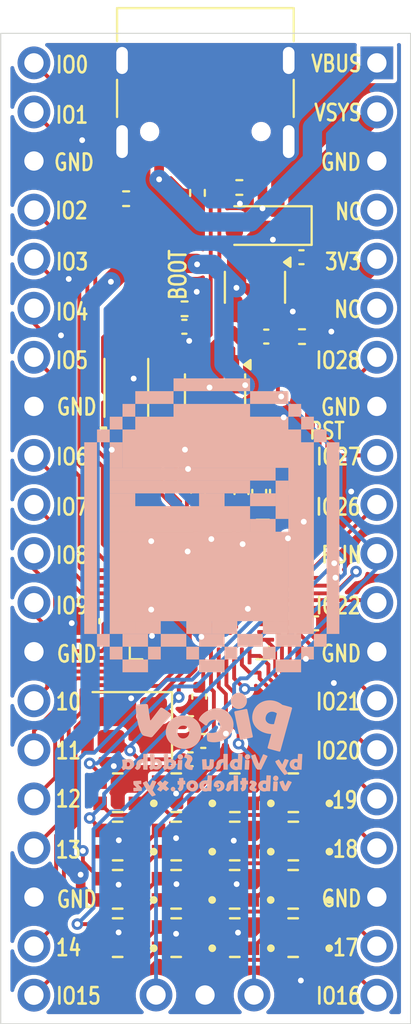
<source format=kicad_pcb>
(kicad_pcb (version 20241229) (generator "pcbnew") (generator_version "9.0")
  (layers (0 "F.Cu" signal) (2 "B.Cu" signal) (13 "F.Paste" user) (15 "B.Paste" user) (5 "F.SilkS" user "F.Silkscreen") (7 "B.SilkS" user "B.Silkscreen") (1 "F.Mask" user) (3 "B.Mask" user) (25 "Edge.Cuts" user))
  (net 0 "")
  (net 1 "XOUT")
  (net 2 "XIN")
  (net 3 "Net-(J5-Pin_4)")
  (net 4 "SPI_SD0")
  (net 5 "IO24")
  (net 6 "SPI_SD2")
  (net 7 "IO29")
  (net 8 "SPI_SD1")
  (net 9 "IO25")
  (net 10 "SPI_SCLK")
  (net 11 "IO23")
  (net 12 "SWD")
  (net 13 "SWCLK")
  (net 14 "SPI_SD3")
  (net 15 "SPI_CS")
  (net 16 "Net-(R5-Pad2)")
  (net 17 "CLEAN_USBDN")
  (net 18 "FP")
  (net 19 "FN")
  (net 20 "CLEAN_USBDP")
  (net 21 "IO4")
  (net 22 "IO15")
  (net 23 "IO10")
  (net 24 "IO6")
  (net 25 "IO7")
  (net 26 "IO12")
  (net 27 "IO3")
  (net 28 "IO9")
  (net 29 "IO5")
  (net 30 "IO1")
  (net 31 "IO2")
  (net 32 "IO11")
  (net 33 "IO8")
  (net 34 "IO13")
  (net 35 "IO0")
  (net 36 "IO14")
  (net 37 "IO17")
  (net 38 "IO19")
  (net 39 "IO16")
  (net 40 "IO26")
  (net 41 "IO22")
  (net 42 "IO27")
  (net 43 "RUN")
  (net 45 "IO21")
  (net 46 "IO28")
  (net 48 "IO20")
  (net 49 "IO18")
  (net 50 "USBDN")
  (net 51 "Net-(J1-CC1)")
  (net 52 "USBDP")
  (net 54 "Net-(J1-CC2)")
  (net 56 "+5V")
  (net 57 "+1V1")
  (net 58 "VSYS")
  (net 59 "+3V3")
  (net 60 "GND")
  (net 61 "Net-(U5-DO)")
  (net 62 "Net-(U6-DO)")
  (net 63 "Net-(U7-DO)")
  (net 64 "Net-(U10-DI)")
  (net 65 "Net-(U10-DO)")
  (net 67 "Net-(U2-DO)")
  (net 68 "Net-(J5-Pin_6)")
  (net 70 "Net-(U12-DO)")
  (net 71 "Net-(U13-DO)")
  (net 72 "Net-(U14-DO)")
  (net 73 "Net-(U15-DO)")
  (net 74 "Net-(U16-DO)")
  (net 75 "Net-(U17-DO)")
  (footprint "Capacitor_SMD:C_0402_1005Metric" (layer "F.Cu") (at 180.25 73.9 90)
    (property "Reference" "C5" (hide yes))
    (property "Value" "100nF" (hide yes))
  )
  (footprint "Capacitor_SMD:C_0402_1005Metric" (layer "F.Cu") (at 188.9 67.21 90)
    (property "Reference" "C8" (hide yes))
    (property "Value" "1uF" (hide yes))
  )
  (footprint "Resistor_SMD:R_0402_1005Metric" (layer "F.Cu") (at 186.110259 65.123617 -90)
    (property "Reference" "R1" (hide yes))
    (property "Value" "27" (hide yes))
  )
  (footprint "Package_SON:Winbond_USON-8-1EP_3x2mm_P0.5mm_EP0.2x1.6mm" (layer "F.Cu") (at 182.01 61.8225 90)
    (property "Reference" "U3" (hide yes))
    (property "Value" "W25Q16JVUXIQ_TR")
  )
  (footprint "WS2812-2020:LED_WS2812-2020" (layer "F.Cu") (at 187.625 87.78)
    (property "Reference" "U16" (hide yes))
    (property "Value" "WS2812-2020" (hide yes))
  )
  (footprint "Package_TO_SOT_SMD:SOT-23-6" (layer "F.Cu") (at 186.61 61.9225 -90)
    (property "Reference" "U4" (hide yes))
    (property "Value" "USBLC6-2SC6" (hide yes))
  )
  (footprint "Capacitor_SMD:C_0402_1005Metric" (layer "F.Cu") (at 185.36 79.18 180)
    (property "Reference" "C15" (hide yes))
    (property "Value" "15pF" (hide yes))
  )
  (footprint "Capacitor_SMD:C_0402_1005Metric" (layer "F.Cu") (at 189.82 67.21 -90)
    (property "Reference" "C2" (hide yes))
    (property "Value" "100nF" (hide yes))
  )
  (footprint "Resistor_SMD:R_0402_1005Metric" (layer "F.Cu") (at 187.060259 65.143617 90)
    (property "Reference" "R2" (hide yes))
    (property "Value" "27" (hide yes))
  )
  (footprint "Capacitor_SMD:C_0402_1005Metric" (layer "F.Cu") (at 185.79 77.8 90)
    (property "Reference" "C1" (hide yes))
    (property "Value" "100nF" (hide yes))
  )
  (footprint "Capacitor_SMD:C_0402_1005Metric" (layer "F.Cu") (at 191.09 55.06)
    (property "Reference" "C10" (hide yes))
    (property "Value" "10uF" (hide yes))
  )
  (footprint "WS2812-2020:LED_WS2812-2020" (layer "F.Cu") (at 181.56 85.28)
    (property "Reference" "U5" (hide yes))
    (property "Value" "WS2812-2020" (hide yes))
  )
  (footprint "WS2812-2020:LED_WS2812-2020" (layer "F.Cu") (at 187.635 82.78)
    (property "Reference" "U10" (hide yes))
    (property "Value" "WS2812-2020" (hide yes))
  )
  (footprint "Button_Switch_SMD:SMD_3x4" (layer "F.Cu") (at 182.57 55.5 90)
    (property "Reference" "SW1" (hide yes))
    (property "Value" "SW_Push" (hide yes))
  )
  (footprint "WS2812-2020:LED_WS2812-2020" (layer "F.Cu") (at 184.595 85.28)
    (property "Reference" "U6" (hide yes))
    (property "Value" "WS2812-2020" (hide yes))
  )
  (footprint "Package_DFN_QFN:QFN-56-1EP_7x7mm_P0.4mm_EP3.2x3.2mm" (layer "F.Cu") (at 185.8 72.26)
    (property "Reference" "U1" (hide yes))
    (property "Value" "RP2040" (hide yes))
  )
  (footprint "WS2812-2020:LED_WS2812-2020" (layer "F.Cu") (at 181.56 90.28)
    (property "Reference" "U13" (hide yes))
    (property "Value" "WS2812-2020" (hide yes))
  )
  (footprint "Capacitor_SMD:C_0402_1005Metric" (layer "F.Cu") (at 185.34 81.05 180)
    (property "Reference" "C16" (hide yes))
    (property "Value" "15pF" (hide yes))
  )
  (footprint "Resistor_SMD:R_0402_1005Metric" (layer "F.Cu") (at 182 52.03)
    (property "Reference" "R5" (hide yes))
    (property "Value" "1k" (hide yes))
  )
  (footprint "Capacitor_SMD:C_0402_1005Metric" (layer "F.Cu") (at 185.73 67.14 90)
    (property "Reference" "C11" (hide yes))
    (property "Value" "1uF" (hide yes))
  )
  (footprint "Resistor_SMD:R_0402_1005Metric" (layer "F.Cu") (at 187.87 51.45 180)
    (property "Reference" "R3" (hide yes))
    (property "Value" "5k1" (hide yes))
  )
  (footprint "Resistor_SMD:R_0402_1005Metric" (layer "F.Cu") (at 191.12 59.17 180)
    (property "Reference" "R7" (hide yes))
    (property "Value" "1k" (hide yes))
  )
  (footprint "Capacitor_SMD:C_0402_1005Metric" (layer "F.Cu") (at 190.74 67.21 -90)
    (property "Reference" "C3" (hide yes))
    (property "Value" "100nF" (hide yes))
  )
  (footprint "WS2812-2020:LED_WS2812-2020" (layer "F.Cu") (at 190.67 82.78)
    (property "Reference" "U11" (hide yes))
    (property "Value" "WS2812-2020" (hide yes))
  )
  (footprint "WS2812-2020:LED_WS2812-2020" (layer "F.Cu") (at 190.66 87.78)
    (property "Reference" "U18" (hide yes))
    (property "Value" "WS2812-2020" (hide yes))
  )
  (footprint "Capacitor_SMD:C_0402_1005Metric" (layer "F.Cu") (at 181.82 67.56 -90)
    (property "Reference" "C6" (hide yes))
    (property "Value" "100nF" (hide yes))
  )
  (footprint "Resistor_SMD:R_0402_1005Metric" (layer "F.Cu") (at 185.03 57.73 180)
    (property "Reference" "R6" (hide yes))
    (property "Value" "10k" (hide yes))
  )
  (footprint "Capacitor_SMD:C_0402_1005Metric" (layer "F.Cu") (at 186 80.1 180)
    (property "Reference" "C13" (hide yes))
    (property "Value" "100nF" (hide yes))
  )
  (footprint "Capacitor_SMD:C_0402_1005Metric" (layer "F.Cu") (at 189.2675 59.1675)
    (property "Reference" "C7" (hide yes))
    (property "Value" "10uF" (hide yes))
  )
  (footprint "WS2812-2020:LED_WS2812-2020" (layer "F.Cu") (at 181.56 87.78)
    (property "Reference" "U12" (hide yes))
    (property "Value" "WS2812-2020" (hide yes))
  )
  (footprint "Connector_USB:USB_C_Receptacle_G-Switch_GT-USB-7010ASV" (layer "F.Cu") (at 186.11 45.95 180)
    (property "Reference" "J1" (hide yes))
    (property "Value" "USB_C_Receptacle_USB2.0_16P" (hide yes))
  )
  (footprint "Package_TO_SOT_SMD:SOT-23-6" (layer "F.Cu") (at 188.68 56.6175 -90)
    (property "Reference" "J5" (hide yes))
    (property "Value" "Conn_01x06" (hide yes))
  )
  (footprint "Capacitor_SMD:C_0402_1005Metric" (layer "F.Cu") (at 187.98 67.21 90)
    (property "Reference" "C12" (hide yes))
    (property "Value" "100nF" (hide yes))
  )
  (footprint "WS2812-2020:LED_WS2812-2020" (layer "F.Cu") (at 190.67 85.28)
    (property "Reference" "U8" (hide yes))
    (property "Value" "WS2812-2020" (hide yes))
  )
  (footprint "Crystal:Crystal_SMD_3225-4Pin_3.2x2.5mm" (layer "F.Cu") (at 182.32 79.28 180)
    (property "Reference" "Y1" (hide yes))
    (property "Value" "ABM8-272-T3" (hide yes))
  )
  (footprint "Capacitor_SMD:C_0402_1005Metric" (layer "F.Cu") (at 185.02 58.66)
    (property "Reference" "C14" (hide yes))
    (property "Value" "100nF" (hide yes))
  )
  (footprint "WS2812-2020:LED_WS2812-2020" (layer "F.Cu") (at 190.66 90.28)
    (property "Reference" "U19" (hide yes))
    (property "Value" "WS2812-2020" (hide yes))
  )
  (footprint "WS2812-2020:LED_WS2812-2020" (layer "F.Cu") (at 181.565 82.78)
    (property "Reference" "U2" (hide yes))
    (property "Value" "WS2812-2020" (hide yes))
  )
  (footprint "WS2812-2020:LED_WS2812-2020" (layer "F.Cu") (at 184.595 90.28)
    (property "Reference" "U15" (hide yes))
    (property "Value" "WS2812-2020" (hide yes))
  )
  (footprint "Capacitor_SMD:C_0402_1005Metric" (layer "F.Cu") (at 191.85 74.01 180)
    (property "Reference" "C4" (hide yes))
    (property "Value" "100nF" (hide yes))
  )
  (footprint "WS2812-2020:LED_WS2812-2020" (layer "F.Cu") (at 187.63 85.28)
    (property "Reference" "U7" (hide yes))
    (property "Value" "WS2812-2020" (hide yes))
  )
  (footprint "WS2812-2020:LED_WS2812-2020" (layer "F.Cu") (at 184.6 82.78)
    (property "Reference" "U9" (hide yes))
    (property "Value" "WS2812-2020" (hide yes))
  )
  (footprint "WS2812-2020:LED_WS2812-2020" (layer "F.Cu") (at 184.59 87.78)
    (property "Reference" "U14" (hide yes))
    (property "Value" "WS2812-2020" (hide yes))
  )
  (footprint "WS2812-2020:LED_WS2812-2020" (layer "F.Cu") (at 187.635 90.28)
    (property "Reference" "U17" (hide yes))
    (property "Value" "WS2812-2020" (hide yes))
  )
  (footprint "Button_Switch_SMD:SMD_3x4" (layer "F.Cu") (at 189.93 62.635 -90)
    (property "Reference" "SW2" (hide yes))
    (property "Value" "SW_Push" (hide yes))
  )
  (footprint "Resistor_SMD:R_0402_1005Metric" (layer "F.Cu") (at 185.7 51.73 90)
    (property "Reference" "R4" (hide yes))
    (property "Value" "5k1" (hide yes))
  )
  (footprint "Diode_SMD:D_SOD-123" (layer "F.Cu") (at 189.26 53.42 180)
    (property "Reference" "D1" (hide yes))
    (property "Value" "1N5819WS" (hide yes))
  )
  (footprint "Connector_PinHeader_2.54mm:PinHeader_1x20_P2.54mm_Vertical" (layer "B.Cu") (at 195 45 180)
    (property "Reference" "J2" (hide yes))
    (property "Value" "Conn_01x20" (hide yes))
  )
  (footprint "Connector_PinHeader_2.54mm:PinHeader_1x20_P2.54mm_Vertical" (layer "B.Cu") (at 177.22 93.26)
    (property "Reference" "J3" (hide yes))
    (property "Value" "Conn_01x20" (hide yes))
  )
  (footprint "Connector_PinHeader_2.54mm:PinHeader_1x03_P2.54mm_Vertical" (layer "B.Cu") (at 183.55 93.25 -90)
    (property "Reference" "J4" (hide yes))
    (property "Value" "Conn_01x03" (hide yes))
  )
  (gr_poly (pts (xy 188.284242 80.781462) (xy 188.277145 80.782004) (xy 188.270149 80.782897) (xy 188.263263 80.784132) (xy 188.256497 80.7857) (xy 188.249859 80.787593) (xy 188.243358 80.789802) (xy 188.237003 80.792318) (xy 188.230803 80.795133) (xy 188.224766 80.798238) (xy 188.218903 80.801623) (xy 188.213221 80.805281) (xy 188.207729 80.809203) (xy 188.202437 80.81338) (xy 188.197353 80.817803) (xy 188.192486 80.822464) (xy 188.187846 80.827353) (xy 188.18344 80.832463) (xy 188.179278 80.837784) (xy 188.175369 80.843307) (xy 188.171721 80.849025) (xy 188.168344 80.854928) (xy 188.165247 80.861008) (xy 188.162437 80.867256) (xy 188.159925 80.873663) (xy 188.157719 80.88022) (xy 188.155828 80.886919) (xy 188.154261 80.893751) (xy 188.153027 80.900708) (xy 188.152134 80.90778) (xy 188.151592 80.914959) (xy 188.151409 80.922236) (xy 188.151592 80.929424) (xy 188.152134 80.936519) (xy 188.153027 80.943513) (xy 188.154261 80.950397) (xy 188.155828 80.957162) (xy 188.157719 80.963799) (xy 188.159925 80.9703) (xy 188.162437 80.976654) (xy 188.165247 80.982854) (xy 188.168344 80.98889) (xy 188.171721 80.994754) (xy 188.175369 81.000437) (xy 188.179278 81.005929) (xy 188.18344 81.011222) (xy 188.187846 81.016307) (xy 188.192486 81.021175) (xy 188.197353 81.025817) (xy 188.202437 81.030224) (xy 188.207729 81.034387) (xy 188.213221 81.038297) (xy 188.218903 81.041946) (xy 188.224766 81.045324) (xy 188.230803 81.048423) (xy 188.237003 81.051234) (xy 188.243358 81.053747) (xy 188.249859 81.055954) (xy 188.256497 81.057846) (xy 188.263263 81.059414) (xy 188.270149 81.060649) (xy 188.277145 81.061543) (xy 188.284242 81.062085) (xy 188.291433 81.062268) (xy 188.298709 81.062085) (xy 188.305887 81.061543) (xy 188.312959 81.060649) (xy 188.319915 81.059414) (xy 188.326747 81.057846) (xy 188.333446 81.055954) (xy 188.340003 81.053747) (xy 188.34641 81.051234) (xy 188.352658 81.048423) (xy 188.358738 81.045324) (xy 188.364642 81.041946) (xy 188.37036 81.038297) (xy 188.375885 81.034387) (xy 188.381207 81.030224) (xy 188.386317 81.025817) (xy 188.391207 81.021175) (xy 188.395869 81.016307) (xy 188.400293 81.011222) (xy 188.404471 81.005929) (xy 188.408393 81.000437) (xy 188.412052 80.994754) (xy 188.415439 80.98889) (xy 188.418544 80.982854) (xy 188.42136 80.976654) (xy 188.423877 80.9703) (xy 188.426087 80.963799) (xy 188.42798 80.957162) (xy 188.429549 80.950397) (xy 188.430785 80.943513) (xy 188.431678 80.936519) (xy 188.43222 80.929424) (xy 188.432403 80.922236) (xy 188.43222 80.914959) (xy 188.431678 80.90778) (xy 188.430785 80.900708) (xy 188.429549 80.893751) (xy 188.42798 80.886919) (xy 188.426087 80.88022) (xy 188.423877 80.873663) (xy 188.42136 80.867256) (xy 188.418544 80.861008) (xy 188.415439 80.854928) (xy 188.412052 80.849025) (xy 188.408393 80.843307) (xy 188.404471 80.837784) (xy 188.400293 80.832463) (xy 188.395869 80.827353) (xy 188.391207 80.822464) (xy 188.386317 80.817803) (xy 188.381207 80.81338) (xy 188.375885 80.809203) (xy 188.37036 80.805281) (xy 188.364642 80.801623) (xy 188.358738 80.798238) (xy 188.352658 80.795133) (xy 188.34641 80.792318) (xy 188.340003 80.789802) (xy 188.333446 80.787593) (xy 188.326747 80.7857) (xy 188.319915 80.784132) (xy 188.312959 80.782897) (xy 188.305887 80.782004) (xy 188.298709 80.781462) (xy 188.291433 80.781279)) (fill yes) (layer "B.SilkS"))
  (gr_poly (pts (xy 182.473669 62.653751) (xy 184.458044 62.653751) (xy 184.458044 61.992292) (xy 182.473669 61.992292)) (fill yes) (layer "B.SilkS"))
  (gr_poly (pts (xy 187.590753 81.879196) (xy 187.589789 81.879278) (xy 187.588838 81.879412) (xy 187.587902 81.879598) (xy 187.586983 81.879833) (xy 187.586081 81.880116) (xy 187.585197 81.880446) (xy 187.584333 81.88082) (xy 187.583489 81.881237) (xy 187.582668 81.881696) (xy 187.581871 81.882196) (xy 187.581097 81.882733) (xy 187.58035 81.883308) (xy 187.57963 81.883918) (xy 187.578938 81.884561) (xy 187.578275 81.885237) (xy 187.577644 81.885944) (xy 187.577044 81.886679) (xy 187.576477 81.887442) (xy 187.575944 81.888231) (xy 187.575448 81.889045) (xy 187.574987 81.889881) (xy 187.574565 81.890738) (xy 187.574183 81.891615) (xy 187.57384 81.892509) (xy 187.57354 81.893421) (xy 187.573282 81.894347) (xy 187.573068 81.895286) (xy 187.5729 81.896238) (xy 187.572778 81.897199) (xy 187.572704 81.898169) (xy 187.572679 81.899146) (xy 187.572679 82.146794) (xy 187.568395 82.146488) (xy 187.564122 82.146258) (xy 187.559871 82.146093) (xy 187.555653 82.145983) (xy 187.547363 82.145881) (xy 187.539341 82.145867) (xy 187.506214 82.14711) (xy 187.474087 82.150817) (xy 187.458446 82.153583) (xy 187.443113 82.15695) (xy 187.428105 82.160916) (xy 187.413443 82.165474) (xy 187.399145 82.170621) (xy 187.38523 82.176353) (xy 187.371717 82.182664) (xy 187.358626 82.18955) (xy 187.345974 82.197006) (xy 187.333782 82.205029) (xy 187.322068 82.213613) (xy 187.310852 82.222754) (xy 187.300151 82.232447) (xy 187.289986 82.242689) (xy 187.280376 82.253474) (xy 187.271338 82.264798) (xy 187.262893 82.276656) (xy 187.255059 82.289044) (xy 187.247856 82.301958) (xy 187.241301 82.315392) (xy 187.235416 82.329343) (xy 187.230217 82.343806) (xy 187.225725 82.358776) (xy 187.221959 82.374249) (xy 187.218936 82.39022) (xy 187.216677 82.406684) (xy 187.215201 82.423638) (xy 187.214526 82.441077) (xy 187.214208 82.452519) (xy 187.213589 82.463632) (xy 187.212634 82.474421) (xy 187.211311 82.484892) (xy 187.209587 82.495051) (xy 187.207427 82.504904) (xy 187.204798 82.514455) (xy 187.201667 82.52371) (xy 187.198001 82.532676) (xy 187.193765 82.541357) (xy 187.188926 82.549759) (xy 187.183451 82.557889) (xy 187.177306 82.565751) (xy 187.170458 82.573351) (xy 187.162873 82.580695) (xy 187.154519 82.587788) (xy 187.152182 82.58979) (xy 187.150902 82.590945) (xy 187.149577 82.592194) (xy 187.148231 82.593532) (xy 187.146884 82.594954) (xy 187.145559 82.596454) (xy 187.144279 82.598025) (xy 187.143066 82.599664) (xy 187.141943 82.601363) (xy 187.141421 82.602234) (xy 187.140931 82.603118) (xy 187.140473 82.604015) (xy 187.140053 82.604923) (xy 187.139671 82.605843) (xy 187.139331 82.606772) (xy 187.139035 82.607712) (xy 187.138787 82.60866) (xy 187.13859 82.609616) (xy 187.138445 82.61058) (xy 187.138356 82.611551) (xy 187.138326 82.612528) (xy 187.138349 82.613432) (xy 187.138421 82.614358) (xy 187.138546 82.615304) (xy 187.138728 82.616269) (xy 187.138971 82.617251) (xy 187.13928 82.618248) (xy 187.139659 82.619259) (xy 187.140112 82.620283) (xy 187.140643 82.621318) (xy 187.141256 82.622362) (xy 187.141956 82.623413) (xy 187.142746 82.624471) (xy 187.143632 82.625534) (xy 187.144616 82.626599) (xy 187.145704 82.627666) (xy 187.146899 82.628733) (xy 187.237393 82.703015) (xy 187.239346 82.70456) (xy 187.241277 82.705975) (xy 187.243186 82.707264) (xy 187.245072 82.70843) (xy 187.246936 82.709479) (xy 187.248778 82.710414) (xy 187.250598 82.71124) (xy 187.252395 82.71196) (xy 187.254169 82.71258) (xy 187.255922 82.713104) (xy 187.257652 82.713535) (xy 187.25936 82.713878) (xy 187.261045 82.714138) (xy 187.262708 82.714318) (xy 187.264349 82.714423) (xy 187.265968 82.714457) (xy 187.274797 82.71269) (xy 187.283997 82.710197) (xy 187.295705 82.706381) (xy 187.309411 82.701053) (xy 187.324604 82.694024) (xy 187.340775 82.685105) (xy 187.349067 82.679878) (xy 187.357411 82.674109) (xy 187.365745 82.667772) (xy 187.374003 82.660846) (xy 187.382122 82.653305) (xy 187.390039 82.645127) (xy 187.39769 82.636289) (xy 187.40501 82.626766) (xy 187.411936 82.616535) (xy 187.418403 82.605572) (xy 187.424349 82.593854) (xy 187.42971 82.581357) (xy 187.43442 82.568058) (xy 187.438418 82.553933) (xy 187.441638 82.538959) (xy 187.444017 82.523111) (xy 187.445492 82.506367) (xy 187.445997 82.488703) (xy 187.446152 82.478117) (xy 187.446613 82.467961) (xy 187.447372 82.458227) (xy 187.448423 82.44891) (xy 187.449759 82.440004) (xy 187.451372 82.431503) (xy 187.453256 82.423401) (xy 187.455403 82.415691) (xy 187.457807 82.408367) (xy 187.460461 82.401424) (xy 187.463358 82.394854) (xy 187.466491 82.388653) (xy 187.469852 82.382814) (xy 187.473435 82.377331) (xy 187.477233 82.372198) (xy 187.481239 82.367408) (xy 187.485446 82.362956) (xy 187.489847 82.358836) (xy 187.494435 82.35504) (xy 187.499203 82.351565) (xy 187.504144 82.348402) (xy 187.509251 82.345546) (xy 187.514517 82.342991) (xy 187.519935 82.340731) (xy 187.531199 82.337071) (xy 187.542988 82.334518) (xy 187.555246 82.333021) (xy 187.567917 82.332533) (xy 187.572679 82.332533) (xy 187.572679 82.678277) (xy 187.572704 82.679341) (xy 187.572778 82.680387) (xy 187.5729 82.681413) (xy 187.573068 82.68242) (xy 187.573282 82.683406) (xy 187.57354 82.684369) (xy 187.57384 82.685309) (xy 187.574183 82.686225) (xy 187.574565 82.687116) (xy 187.574987 82.68798) (xy 187.575448 82.688817) (xy 187.575944 82.689625) (xy 187.576477 82.690405) (xy 187.577044 82.691153) (xy 187.577644 82.691871) (xy 187.578275 82.692555) (xy 187.578938 82.693207) (xy 187.57963 82.693823) (xy 187.58035 82.694404) (xy 187.581097 82.694949) (xy 187.581871 82.695456) (xy 187.582668 82.695924) (xy 187.583489 82.696352) (xy 187.584333 82.69674) (xy 187.585197 82.697086) (xy 187.586081 82.697389) (xy 187.586983 82.697649) (xy 187.587902 82.697863) (xy 187.588838 82.698032) (xy 187.589789 82.698154) (xy 187.590753 82.698227) (xy 187.591729 82.698252) (xy 187.782236 82.698252) (xy 187.783299 82.698227) (xy 187.784344 82.698154) (xy 187.785371 82.698032) (xy 187.786377 82.697863) (xy 187.787363 82.697649) (xy 187.788327 82.697389) (xy 187.789268 82.697086) (xy 187.790184 82.69674) (xy 187.791076 82.696352) (xy 187.791942 82.695924) (xy 187.79278 82.695456) (xy 187.79359 82.694949) (xy 187.794371 82.694404) (xy 187.795121 82.693823) (xy 187.79584 82.693207) (xy 187.796527 82.692555) (xy 187.79718 82.691871) (xy 187.797798 82.691153) (xy 187.798381 82.690405) (xy 187.798928 82.689625) (xy 187.799436 82.688817) (xy 187.799906 82.68798) (xy 187.800337 82.687116) (xy 187.800726 82.686225) (xy 187.801073 82.685309) (xy 187.801378 82.684369) (xy 187.801639 82.683406) (xy 187.801854 82.68242) (xy 187.802024 82.681413) (xy 187.802146 82.680387) (xy 187.80222 82.679341) (xy 187.802245 82.678277) (xy 187.802245 81.899146) (xy 187.80222 81.898169) (xy 187.802146 81.897199) (xy 187.802024 81.896238) (xy 187.801854 81.895286) (xy 187.801639 81.894347) (xy 187.801378 81.893421) (xy 187.801073 81.892509) (xy 187.800726 81.891615) (xy 187.800337 81.890738) (xy 187.799906 81.889881) (xy 187.799436 81.889045) (xy 187.798928 81.888231) (xy 187.798381 81.887442) (xy 187.797798 81.886679) (xy 187.79718 81.885944) (xy 187.796527 81.885237) (xy 187.79584 81.884561) (xy 187.795121 81.883918) (xy 187.794371 81.883308) (xy 187.79359 81.882733) (xy 187.79278 81.882196) (xy 187.791942 81.881696) (xy 187.791076 81.881237) (xy 187.790184 81.88082) (xy 187.789268 81.880446) (xy 187.788327 81.880116) (xy 187.787363 81.879833) (xy 187.786377 81.879598) (xy 187.785371 81.879412) (xy 187.784344 81.879278) (xy 187.783299 81.879196) (xy 187.782236 81.879168) (xy 187.591729 81.879168)) (fill yes) (layer "B.SilkS"))
  (gr_poly (pts (xy 181.150753 69.268334) (xy 188.426794 69.268334) (xy 188.426794 67.945417) (xy 181.150753 67.945417)) (fill yes) (layer "B.SilkS"))
  (gr_poly (pts (xy 181.150753 65.961042) (xy 181.812211 65.961042) (xy 181.812211 64.638126) (xy 181.150753 64.638126)) (fill yes) (layer "B.SilkS"))
  (gr_poly (pts (xy 185.119502 75.882917) (xy 185.78096 75.882917) (xy 185.78096 75.221458) (xy 185.119502 75.221458)) (fill yes) (layer "B.SilkS"))
  (gr_poly (pts (xy 184.802482 80.781462) (xy 184.795382 80.782004) (xy 184.788383 80.782897) (xy 184.781496 80.784132) (xy 184.774728 80.7857) (xy 184.768088 80.787593) (xy 184.761586 80.789802) (xy 184.75523 80.792318) (xy 184.749029 80.795133) (xy 184.742992 80.798238) (xy 184.737128 80.801623) (xy 184.731446 80.805281) (xy 184.725955 80.809203) (xy 184.720663 80.81338) (xy 184.715579 80.817803) (xy 184.710713 80.822464) (xy 184.706072 80.827353) (xy 184.701667 80.832463) (xy 184.697506 80.837784) (xy 184.693597 80.843307) (xy 184.689951 80.849025) (xy 184.686574 80.854928) (xy 184.683478 80.861008) (xy 184.680669 80.867256) (xy 184.678158 80.873663) (xy 184.675952 80.88022) (xy 184.674062 80.886919) (xy 184.672495 80.893751) (xy 184.671261 80.900708) (xy 184.670369 80.90778) (xy 184.669827 80.914959) (xy 184.669644 80.922236) (xy 184.669827 80.929424) (xy 184.670369 80.936519) (xy 184.671261 80.943513) (xy 184.672495 80.950397) (xy 184.674062 80.957162) (xy 184.675952 80.963799) (xy 184.678158 80.9703) (xy 184.680669 80.976654) (xy 184.683478 80.982854) (xy 184.686574 80.98889) (xy 184.689951 80.994754) (xy 184.693597 81.000437) (xy 184.697506 81.005929) (xy 184.701667 81.011222) (xy 184.706072 81.016307) (xy 184.710713 81.021175) (xy 184.715579 81.025817) (xy 184.720663 81.030224) (xy 184.725955 81.034387) (xy 184.731446 81.038297) (xy 184.737128 81.041946) (xy 184.742992 81.045324) (xy 184.749029 81.048423) (xy 184.75523 81.051234) (xy 184.761586 81.053747) (xy 184.768088 81.055954) (xy 184.774728 81.057846) (xy 184.781496 81.059414) (xy 184.788383 81.060649) (xy 184.795382 81.061543) (xy 184.802482 81.062085) (xy 184.809675 81.062268) (xy 184.816953 81.062085) (xy 184.824132 81.061543) (xy 184.831204 81.060649) (xy 184.83816 81.059414) (xy 184.844993 81.057846) (xy 184.851692 81.055954) (xy 184.858249 81.053747) (xy 184.864656 81.051234) (xy 184.870903 81.048423) (xy 184.876983 81.045324) (xy 184.882886 81.041946) (xy 184.888604 81.038297) (xy 184.894128 81.034387) (xy 184.899449 81.030224) (xy 184.904559 81.025817) (xy 184.909448 81.021175) (xy 184.914109 81.016307) (xy 184.918532 81.011222) (xy 184.922708 81.005929) (xy 184.92663 81.000437) (xy 184.930288 80.994754) (xy 184.933674 80.98889) (xy 184.936778 80.982854) (xy 184.939593 80.976654) (xy 184.942109 80.9703) (xy 184.944318 80.963799) (xy 184.946211 80.957162) (xy 184.947779 80.950397) (xy 184.949014 80.943513) (xy 184.949907 80.936519) (xy 184.950449 80.929424) (xy 184.950632 80.922236) (xy 184.950449 80.914959) (xy 184.949907 80.90778) (xy 184.949014 80.900708) (xy 184.947779 80.893751) (xy 184.946211 80.886919) (xy 184.944318 80.88022) (xy 184.942109 80.873663) (xy 184.939593 80.867256) (xy 184.936778 80.861008) (xy 184.933674 80.854928) (xy 184.930288 80.849025) (xy 184.92663 80.843307) (xy 184.922708 80.837784) (xy 184.918532 80.832463) (xy 184.914109 80.827353) (xy 184.909448 80.822464) (xy 184.904559 80.817803) (xy 184.899449 80.81338) (xy 184.894128 80.809203) (xy 184.888604 80.805281) (xy 184.882886 80.801623) (xy 184.876983 80.798238) (xy 184.870903 80.795133) (xy 184.864656 80.792318) (xy 184.858249 80.789802) (xy 184.851692 80.787593) (xy 184.844993 80.7857) (xy 184.83816 80.784132) (xy 184.831204 80.782897) (xy 184.824132 80.782004) (xy 184.816953 80.781462) (xy 184.809675 80.781279)) (fill yes) (layer "B.SilkS"))
  (gr_poly (pts (xy 185.102954 80.782254) (xy 185.096613 80.78241) (xy 185.090682 80.782692) (xy 185.085156 80.783118) (xy 185.080026 80.783706) (xy 185.075287 80.784474) (xy 185.07093 80.78544) (xy 185.066949 80.786622) (xy 185.063338 80.788038) (xy 185.060088 80.789706) (xy 185.057193 80.791645) (xy 185.055876 80.792721) (xy 185.054646 80.793871) (xy 185.053501 80.795098) (xy 185.05244 80.796404) (xy 185.051463 80.797791) (xy 185.050569 80.799261) (xy 185.049024 80.80246) (xy 185.0478 80.806019) (xy 185.014463 80.946974) (xy 185.014289 80.947519) (xy 185.014136 80.948061) (xy 185.014003 80.948599) (xy 185.013889 80.949131) (xy 185.013793 80.949657) (xy 185.013713 80.950175) (xy 185.013647 80.950684) (xy 185.013595 80.951183) (xy 185.013523 80.952144) (xy 185.013486 80.953048) (xy 185.013471 80.954648) (xy 185.013512 80.956046) (xy 185.013632 80.957389) (xy 185.013829 80.958678) (xy 185.014096 80.959914) (xy 185.01443 80.961096) (xy 185.014827 80.962226) (xy 185.015283 80.963304) (xy 185.015793 80.964332) (xy 185.016353 80.965309) (xy 185.01696 80.966237) (xy 185.017609 80.967116) (xy 185.018295 80.967947) (xy 185.019015 80.96873) (xy 185.019764 80.969467) (xy 185.020538 80.970158) (xy 185.021334 80.970804) (xy 185.022146 80.971405) (xy 185.022971 80.971962) (xy 185.024643 80.972948) (xy 185.026315 80.973766) (xy 185.027954 80.974424) (xy 185.029527 80.974925) (xy 185.031 80.975276) (xy 185.03234 80.975483) (xy 185.033513 80.97555) (xy 185.039202 80.97555) (xy 185.050753 80.975821) (xy 185.062136 80.97664) (xy 185.073271 80.97802) (xy 185.084079 80.979975) (xy 185.09448 80.982516) (xy 185.104395 80.985655) (xy 185.113743 80.989407) (xy 185.122446 80.993782) (xy 185.130423 80.998793) (xy 185.134114 81.001541) (xy 185.137594 81.004453) (xy 185.140854 81.007531) (xy 185.143881 81.010775) (xy 185.146668 81.014188) (xy 185.149204 81.017771) (xy 185.151478 81.021525) (xy 185.153482 81.025453) (xy 185.155205 81.029555) (xy 185.156637 81.033834) (xy 185.157768 81.03829) (xy 185.158588 81.042926) (xy 185.159087 81.047743) (xy 185.159256 81.052743) (xy 185.158978 81.058954) (xy 185.158147 81.065464) (xy 185.156769 81.072279) (xy 185.15485 81.079406) (xy 185.152395 81.086852) (xy 185.149409 81.094625) (xy 185.145898 81.102729) (xy 185.141868 81.111174) (xy 185.137324 81.119965) (xy 185.132271 81.129109) (xy 185.126716 81.138613) (xy 185.120663 81.148485) (xy 185.114118 81.158731) (xy 185.107088 81.169357) (xy 185.099576 81.180372) (xy 185.091589 81.191781) (xy 185.084352 81.202789) (xy 185.077644 81.213662) (xy 185.071455 81.2244) (xy 185.065777 81.235004) (xy 185.060601 81.245474) (xy 185.05592 81.255809) (xy 185.051725 81.266009) (xy 185.048007 81.276076) (xy 185.044758 81.286008) (xy 185.04197 81.295806) (xy 185.039634 81.305471) (xy 185.037741 81.315001) (xy 185.036284 81.324398) (xy 185.035253 81.333661) (xy 185.034641 81.34279) (xy 185.034439 81.351786) (xy 185.034988 81.366423) (xy 185.036608 81.380674) (xy 185.039261 81.394535) (xy 185.042907 81.408001) (xy 185.047506 81.421066) (xy 185.05302 81.433725) (xy 185.059409 81.445972) (xy 185.066634 81.457804) (xy 185.074656 81.469214) (xy 185.083436 81.480197) (xy 185.092934 81.490748) (xy 185.10311 81.500861) (xy 185.113927 81.510532) (xy 185.125344 81.519756) (xy 185.137322 81.528527) (xy 185.149822 81.536839) (xy 185.162805 81.544688) (xy 185.176231 81.552069) (xy 185.190062 81.558976) (xy 185.204257 81.565403) (xy 185.218779 81.571347) (xy 185.233586 81.576801) (xy 185.248641 81.58176) (xy 185.263904 81.58622) (xy 185.279335 81.590174) (xy 185.294896 81.593618) (xy 185.310547 81.596547) (xy 185.32625 81.598955) (xy 185.341963 81.600837) (xy 185.357649 81.602187) (xy 185.373269 81.603001) (xy 185.388782 81.603274) (xy 185.395781 81.603258) (xy 185.402606 81.60315) (xy 185.406008 81.603032) (xy 185.409432 81.602856) (xy 185.412899 81.60261) (xy 185.416431 81.602282) (xy 185.417588 81.602252) (xy 185.418737 81.602162) (xy 185.419879 81.602014) (xy 185.421011 81.601809) (xy 185.422132 81.601549) (xy 185.423241 81.601236) (xy 185.424335 81.600871) (xy 185.425415 81.600456) (xy 185.426477 81.599992) (xy 185.427522 81.599481) (xy 185.428547 81.598924) (xy 185.429551 81.598323) (xy 185.431491 81.596996) (xy 185.433331 81.595511) (xy 185.43506 81.593881) (xy 185.436665 81.592119) (xy 185.438136 81.590236) (xy 185.439462 81.588246) (xy 185.440631 81.586162) (xy 185.441633 81.583994) (xy 185.442067 81.582884) (xy 185.442455 81.581757) (xy 185.442796 81.580616) (xy 185.443088 81.579463) (xy 185.474507 81.436587) (xy 185.474682 81.436217) (xy 185.474834 81.435828) (xy 185.474967 81.435422) (xy 185.475081 81.435003) (xy 185.475177 81.434574) (xy 185.475257 81.434136) (xy 185.475323 81.433692) (xy 185.475375 81.433246) (xy 185.475416 81.4328) (xy 185.475447 81.432357) (xy 185.475484 81.431489) (xy 185.475498 81.430665) (xy 185.4755 81.429906) (xy 185.475458 81.428594) (xy 185.475338 81.427337) (xy 185.475142 81.426135) (xy 185.474874 81.424985) (xy 185.47454 81.423888) (xy 185.474143 81.422842) (xy 185.473687 81.421847) (xy 185.473177 81.420902) (xy 185.472617 81.420005) (xy 185.47201 81.419157) (xy 185.471362 81.418355) (xy 185.470675 81.4176) (xy 185.469955 81.41689) (xy 185.469206 81.416224) (xy 185.468432 81.415602) (xy 185.467636 81.415023) (xy 185.466824 81.414486) (xy 185.465999 81.413989) (xy 185.464328 81.413116) (xy 185.462656 81.412396) (xy 185.461016 81.411823) (xy 185.459444 81.411389) (xy 185.457971 81.411088) (xy 185.456631 81.410912) (xy 185.455457 81.410855) (xy 185.451687 81.410855) (xy 185.439485 81.410455) (xy 185.427263 81.409265) (xy 185.415132 81.407297) (xy 185.403204 81.404563) (xy 185.391589 81.401075) (xy 185.3804 81.396846) (xy 185.369748 81.391889) (xy 185.359744 81.386216) (xy 185.3505 81.379838) (xy 185.346197 81.376389) (xy 185.342126 81.372769) (xy 185.338301 81.368979) (xy 185.334735 81.365021) (xy 185.331443 81.360897) (xy 185.328438 81.356607) (xy 185.325735 81.352154) (xy 185.323347 81.347538) (xy 185.321288 81.342762) (xy 185.319572 81.337828) (xy 185.318213 81.332736) (xy 185.317226 81.327488) (xy 185.316623 81.322086) (xy 185.316419 81.316531) (xy 185.316624 81.31066) (xy 185.317255 81.304776) (xy 185.318339 81.2988) (xy 185.3199 81.292652) (xy 185.321962 81.286254) (xy 185.324553 81.279524) (xy 185.327696 81.272385) (xy 185.331417 81.264756) (xy 185.335741 81.256558) (xy 185.340694 81.247712) (xy 185.346299 81.238138) (xy 185.352584 81.227756) (xy 185.367289 81.204253) (xy 185.385012 81.176568) (xy 185.392074 81.16556) (xy 185.398629 81.154688) (xy 185.404686 81.143954) (xy 185.41025 81.133359) (xy 185.415329 81.122903) (xy 185.41993 81.112589) (xy 185.42406 81.102417) (xy 185.427725 81.092388) (xy 185.430933 81.082505) (xy 185.433691 81.072768) (xy 185.436005 81.063178) (xy 185.437883 81.053737) (xy 185.439331 81.044447) (xy 185.440357 81.035307) (xy 185.440968 81.02632) (xy 185.44117 81.017487) (xy 185.440673 81.003572) (xy 185.439205 80.990046) (xy 185.4368 80.976912) (xy 185.43349 80.964173) (xy 185.42931 80.951832) (xy 185.424293 80.939894) (xy 185.418472 80.928362) (xy 185.411881 80.91724) (xy 185.404553 80.90653) (xy 185.396522 80.896237) (xy 185.387821 80.886363) (xy 185.378484 80.876913) (xy 185.368544 80.86789) (xy 185.358035 80.859297) (xy 185.346991 80.851138) (xy 185.335444 80.843416) (xy 185.323428 80.836135) (xy 185.310977 80.829298) (xy 185.298124 80.82291) (xy 185.284903 80.816973) (xy 185.271348 80.81149) (xy 185.25749 80.806466) (xy 185.243365 80.801904) (xy 185.229006 80.797807) (xy 185.214446 80.794179) (xy 185.199718 80.791024) (xy 185.184856 80.788344) (xy 185.169894 80.786144) (xy 185.154866 80.784426) (xy 185.139803 80.783195) (xy 185.124741 80.782454) (xy 185.109713 80.782206)) (fill yes) (layer "B.SilkS"))
  (gr_poly (pts (xy 185.78096 76.544375) (xy 187.103877 76.544375) (xy 187.103877 75.882917) (xy 185.78096 75.882917)) (fill yes) (layer "B.SilkS"))
  (gr_poly (pts (xy 180.489294 75.221458) (xy 181.150753 75.221458) (xy 181.150753 74.56) (xy 180.489294 74.56)) (fill yes) (layer "B.SilkS"))
  (gr_poly (pts (xy 189.650435 82.189683) (xy 189.649552 82.189757) (xy 189.648677 82.189878) (xy 189.647813 82.190046) (xy 189.646959 82.190258) (xy 189.646117 82.190514) (xy 189.64529 82.190812) (xy 189.644478 82.19115) (xy 189.643683 82.191528) (xy 189.642906 82.191943) (xy 189.642148 82.192394) (xy 189.641411 82.192881) (xy 189.640697 82.193401) (xy 189.640006 82.193953) (xy 189.63934 82.194535) (xy 189.638701 82.195148) (xy 189.63809 82.195788) (xy 189.637508 82.196454) (xy 189.636957 82.197146) (xy 189.636438 82.197861) (xy 189.635952 82.198599) (xy 189.635502 82.199357) (xy 189.635087 82.200135) (xy 189.63471 82.200931) (xy 189.634373 82.201744) (xy 189.634076 82.202572) (xy 189.63382 82.203414) (xy 189.633608 82.204268) (xy 189.633441 82.205133) (xy 189.63332 82.206008) (xy 189.633246 82.206891) (xy 189.633221 82.207781) (xy 189.609409 82.672587) (xy 189.609409 82.674439) (xy 189.609433 82.675329) (xy 189.609507 82.676213) (xy 189.609628 82.677088) (xy 189.609796 82.677954) (xy 189.610007 82.678811) (xy 189.610262 82.679655) (xy 189.610559 82.680487) (xy 189.610897 82.681304) (xy 189.611273 82.682106) (xy 189.611688 82.682892) (xy 189.612138 82.68366) (xy 189.612623 82.684409) (xy 189.613142 82.685137) (xy 189.613693 82.685845) (xy 189.614275 82.686529) (xy 189.614885 82.687189) (xy 189.615524 82.687825) (xy 189.61619 82.688434) (xy 189.61688 82.689015) (xy 189.617594 82.689567) (xy 189.618331 82.690089) (xy 189.619088 82.69058) (xy 189.619865 82.691038) (xy 189.62066 82.691462) (xy 189.621472 82.691851) (xy 189.622299 82.692204) (xy 189.62314 82.69252) (xy 189.623994 82.692796) (xy 189.624859 82.693033) (xy 189.625733 82.693228) (xy 189.626616 82.693381) (xy 189.627506 82.69349) (xy 189.818013 82.703015) (xy 189.819918 82.703015) (xy 189.820892 82.70299) (xy 189.821848 82.702917) (xy 189.822786 82.702795) (xy 189.823705 82.702628) (xy 189.824605 82.702415) (xy 189.825485 82.702158) (xy 189.826344 82.701858) (xy 189.827181 82.701517) (xy 189.827995 82.701136) (xy 189.828787 82.700715) (xy 189.829555 82.700256) (xy 189.830298 82.69976) (xy 189.831017 82.699229) (xy 189.831709 82.698663) (xy 189.832376 82.698064) (xy 189.833015 82.697434) (xy 189.833626 82.696772) (xy 189.834208 82.696081) (xy 189.834761 82.695361) (xy 189.835284 82.694614) (xy 189.835777 82.693841) (xy 189.836238 82.693043) (xy 189.836666 82.692222) (xy 189.837063 82.691378) (xy 189.837425 82.690513) (xy 189.837754 82.689628) (xy 189.838047 82.688724) (xy 189.838305 82.687802) (xy 189.838527 82.686865) (xy 189.838712 82.685911) (xy 189.838859 82.684944) (xy 189.838968 82.683964) (xy 189.862787 82.220151) (xy 189.862764 82.219086) (xy 189.862698 82.218039) (xy 189.862589 82.217011) (xy 189.862437 82.216002) (xy 189.862243 82.215013) (xy 189.862008 82.214045) (xy 189.861733 82.213099) (xy 189.861418 82.212176) (xy 189.861063 82.211277) (xy 189.860671 82.210403) (xy 189.86024 82.209554) (xy 189.859773 82.208731) (xy 189.859269 82.207936) (xy 189.85873 82.207168) (xy 189.858156 82.20643) (xy 189.857548 82.205722) (xy 189.856906 82.205045) (xy 189.856232 82.204399) (xy 189.855525 82.203786) (xy 189.854787 82.203206) (xy 189.854019 82.202661) (xy 189.85322 82.20215) (xy 189.852392 82.201676) (xy 189.851535 82.201239) (xy 189.850651 82.20084) (xy 189.849739 82.20048) (xy 189.848801 82.200159) (xy 189.847837 82.199879) (xy 189.846848 82.19964) (xy 189.845834 82.199444) (xy 189.844797 82.19929) (xy 189.843737 82.199181) (xy 189.65323 82.189658) (xy 189.651325 82.189658)) (fill yes) (layer "B.SilkS"))
  (gr_poly (pts (xy 186.683543 78.405208) (xy 186.639244 78.408128) (xy 186.595052 78.413082) (xy 186.55104 78.419998) (xy 186.507283 78.428806) (xy 186.463855 78.439432) (xy 186.378286 78.465857) (xy 186.294927 78.498698) (xy 186.214374 78.537382) (xy 186.137222 78.581336) (xy 186.088259 78.613195) (xy 186.042647 78.646142) (xy 186.000421 78.679844) (xy 185.961617 78.71397) (xy 185.926273 78.748187) (xy 185.894423 78.782162) (xy 185.866104 78.815564) (xy 185.841352 78.848061) (xy 185.820203 78.879319) (xy 185.802692 78.909008) (xy 185.788857 78.936794) (xy 185.778733 78.962345) (xy 185.772355 78.985329) (xy 185.770583 78.995755) (xy 185.769761 79.005414) (xy 185.769894 79.014265) (xy 185.770986 79.022268) (xy 185.773042 79.029379) (xy 185.776066 79.035557) (xy 185.777274 79.037493) (xy 185.778613 79.039578) (xy 185.780075 79.041738) (xy 185.780851 79.042824) (xy 185.781655 79.043902) (xy 185.782488 79.044961) (xy 185.783347 79.045993) (xy 185.784233 79.046989) (xy 185.785144 79.04794) (xy 185.786081 79.048836) (xy 185.787041 79.049668) (xy 185.788024 79.050427) (xy 185.78903 79.051104) (xy 186.084835 79.274941) (xy 186.090189 79.2791) (xy 186.095833 79.282886) (xy 186.101728 79.286282) (xy 186.107835 79.289274) (xy 186.114114 79.291846) (xy 186.120528 79.293982) (xy 186.127036 79.295667) (xy 186.133601 79.296885) (xy 186.140182 79.297621) (xy 186.146742 79.29786) (xy 186.153241 79.297585) (xy 186.159639 79.296782) (xy 186.162789 79.296177) (xy 186.1659 79.295435) (xy 186.168966 79.294552) (xy 186.171982 79.293527) (xy 186.174945 79.292359) (xy 186.177848 79.291045) (xy 186.180688 79.289583) (xy 186.183458 79.287972) (xy 186.185274 79.28677) (xy 186.187073 79.285428) (xy 186.188849 79.283952) (xy 186.190598 79.282352) (xy 186.192314 79.280634) (xy 186.193992 79.278807) (xy 186.195628 79.276879) (xy 186.197216 79.274858) (xy 186.198752 79.272752) (xy 186.20023 79.270568) (xy 186.201645 79.268315) (xy 186.202992 79.266001) (xy 186.204266 79.263633) (xy 186.205462 79.261219) (xy 186.206576 79.258768) (xy 186.207601 79.256287) (xy 186.212142 79.244207) (xy 186.217748 79.23182) (xy 186.224373 79.219189) (xy 186.231973 79.206375) (xy 186.240501 79.193442) (xy 186.249914 79.180452) (xy 186.260165 79.167466) (xy 186.271209 79.154547) (xy 186.283001 79.141758) (xy 186.295496 79.12916) (xy 186.308648 79.116817) (xy 186.322413 79.10479) (xy 186.336745 79.093141) (xy 186.351598 79.081934) (xy 186.366928 79.07123) (xy 186.382689 79.061091) (xy 186.396336 79.052997) (xy 186.413357 79.04377) (xy 186.433438 79.034082) (xy 186.456266 79.024603) (xy 186.481526 79.016005) (xy 186.49497 79.012245) (xy 186.508903 79.008957) (xy 186.523288 79.006225) (xy 186.538084 79.004131) (xy 186.553252 79.002761) (xy 186.568754 79.002198) (xy 186.584549 79.002525) (xy 186.600598 79.003828) (xy 186.616862 79.006189) (xy 186.633303 79.009692) (xy 186.64988 79.014421) (xy 186.666554 79.020461) (xy 186.683286 79.027894) (xy 186.700036 79.036805) (xy 186.716767 79.047278) (xy 186.733437 79.059396) (xy 186.750008 79.073244) (xy 186.76644 79.088905) (xy 186.782695 79.106463) (xy 186.798733 79.126001) (xy 186.814514 79.147605) (xy 186.83 79.171357) (xy 186.838979 79.18668) (xy 186.847079 79.20208) (xy 186.854309 79.217537) (xy 186.860677 79.233035) (xy 186.866191 79.248555) (xy 186.870858 79.26408) (xy 186.874688 79.279591) (xy 186.877688 79.295071) (xy 186.879866 79.310502) (xy 186.88123 79.325866) (xy 186.881788 79.341145) (xy 186.881548 79.356321) (xy 186.880519 79.371377) (xy 186.878707 79.386294) (xy 186.876123 79.401055) (xy 186.872772 79.415642) (xy 186.868664 79.430036) (xy 186.863806 79.444221) (xy 186.858207 79.458178) (xy 186.851875 79.47189) (xy 186.844817 79.485338) (xy 186.837041 79.498504) (xy 186.828557 79.511371) (xy 186.819371 79.523922) (xy 186.809491 79.536137) (xy 186.798927 79.547999) (xy 186.787685 79.559491) (xy 186.775774 79.570594) (xy 186.763203 79.581291) (xy 186.749978 79.591563) (xy 186.736108 79.601394) (xy 186.721601 79.610764) (xy 186.701459 79.622431) (xy 186.680269 79.633219) (xy 186.658049 79.643088) (xy 186.63482 79.651996) (xy 186.610599 79.659903) (xy 186.585405 79.666766) (xy 186.559258 79.672545) (xy 186.532176 79.677199) (xy 186.504178 79.680686) (xy 186.475283 79.682966) (xy 186.44551 79.683996) (xy 186.414877 79.683736) (xy 186.383405 79.682145) (xy 186.35111 79.679182) (xy 186.318013 79.674805) (xy 186.284132 79.668973) (xy 186.279651 79.668012) (xy 186.275052 79.667221) (xy 186.270354 79.666607) (xy 186.265577 79.666177) (xy 186.260741 79.665939) (xy 186.255865 79.665902) (xy 186.250969 79.666072) (xy 186.246073 79.666458) (xy 186.241197 79.667067) (xy 186.236359 79.667907) (xy 186.23158 79.668985) (xy 186.22688 79.67031) (xy 186.222277 79.67189) (xy 186.217792 79.673731) (xy 186.213445 79.675842) (xy 186.209255 79.678231) (xy 186.207672 79.67925) (xy 186.206111 79.680335) (xy 186.204575 79.681489) (xy 186.203066 79.682712) (xy 186.201585 79.684006) (xy 186.200135 79.685371) (xy 186.198717 79.686809) (xy 186.197334 79.688321) (xy 186.195988 79.689909) (xy 186.19468 79.691574) (xy 186.193413 79.693316) (xy 186.192188 79.695138) (xy 186.191009 79.69704) (xy 186.189876 79.699024) (xy 186.188791 79.701091) (xy 186.187758 79.703242) (xy 186.186777 79.705479) (xy 186.18585 79.707802) (xy 186.184981 79.710214) (xy 186.18417 79.712714) (xy 186.18342 79.715305) (xy 186.182733 79.717988) (xy 186.18211 79.720763) (xy 186.181554 79.723633) (xy 186.181067 79.726598) (xy 186.180651 79.72966) (xy 186.180308 79.73282) (xy 186.180039 79.736079) (xy 186.179848 79.739439) (xy 186.179735 79.7429) (xy 186.179703 79.746464) (xy 186.179754 79.750132) (xy 186.182061 79.78919) (xy 186.183746 79.824817) (xy 186.186294 79.890014) (xy 186.187675 79.921702) (xy 186.189474 79.954195) (xy 186.191951 79.98855) (xy 186.195364 80.025828) (xy 186.195721 80.029422) (xy 186.196172 80.033032) (xy 186.196719 80.036652) (xy 186.197363 80.040277) (xy 186.198106 80.0439) (xy 186.198948 80.047515) (xy 186.199891 80.051118) (xy 186.200937 80.054701) (xy 186.202087 80.05826) (xy 186.203342 80.061788) (xy 186.204703 80.065279) (xy 186.206173 80.068728) (xy 186.207752 80.072129) (xy 186.209441 80.075477) (xy 186.211242 80.078764) (xy 186.213157 80.081986) (xy 186.216657 80.087352) (xy 186.220419 80.092486) (xy 186.224453 80.097391) (xy 186.228772 80.102071) (xy 186.233387 80.106528) (xy 186.238309 80.110765) (xy 186.243551 80.114785) (xy 186.249124 80.11859) (xy 186.25504 80.122184) (xy 186.26131 80.125568) (xy 186.267945 80.128747) (xy 186.274958 80.131723) (xy 186.282361 80.134498) (xy 186.290164 80.137076) (xy 186.298379 80.139459) (xy 186.307019 80.14165) (xy 186.365274 80.152514) (xy 186.422818 80.160478) (xy 186.479596 80.165621) (xy 186.535552 80.168019) (xy 186.590632 80.167752) (xy 186.644781 80.164897) (xy 186.697944 80.159533) (xy 186.750065 80.151737) (xy 186.801089 80.141588) (xy 186.850962 80.129164) (xy 186.899629 80.114542) (xy 186.947033 80.097801) (xy 186.993121 80.07902) (xy 187.037837 80.058275) (xy 187.081126 80.035646) (xy 187.122934 80.01121) (xy 187.160137 79.987142) (xy 187.196008 79.961647) (xy 187.230506 79.934787) (xy 187.263589 79.90662) (xy 187.295215 79.877207) (xy 187.325343 79.846609) (xy 187.353931 79.814884) (xy 187.380937 79.782094) (xy 187.40632 79.748298) (xy 187.430038 79.713557) (xy 187.45205 79.67793) (xy 187.472314 79.641478) (xy 187.490788 79.60426) (xy 187.507431 79.566337) (xy 187.5222 79.527769) (xy 187.535056 79.488616) (xy 187.545954 79.448938) (xy 187.554855 79.408795) (xy 187.561717 79.368248) (xy 187.566497 79.327355) (xy 187.569155 79.286178) (xy 187.569648 79.244777) (xy 187.567935 79.203211) (xy 187.563975 79.16154) (xy 187.557725 79.119826) (xy 187.549145 79.078127) (xy 187.538191 79.036504) (xy 187.524824 78.995017) (xy 187.509001 78.953726) (xy 187.49068 78.912692) (xy 187.469821 78.871973) (xy 187.446381 78.831631) (xy 187.414208 78.782275) (xy 187.380727 78.736315) (xy 187.346013 78.69368) (xy 187.310139 78.654298) (xy 187.273181 78.618098) (xy 187.235212 78.585007) (xy 187.196307 78.554955) (xy 187.156541 78.52787) (xy 187.115988 78.503679) (xy 187.074722 78.482311) (xy 187.032818 78.463694) (xy 186.990351 78.447758) (xy 186.947394 78.434429) (xy 186.904022 78.423636) (xy 186.860309 78.415308) (xy 186.816331 78.409373) (xy 186.77216 78.405759) (xy 186.727873 78.404395)) (fill yes) (layer "B.SilkS"))
  (gr_poly (pts (xy 189.74971 68.606876) (xy 190.411169 68.606876) (xy 190.411169 66.622501) (xy 189.74971 66.622501)) (fill yes) (layer "B.SilkS"))
  (gr_poly (pts (xy 189.750816 81.892647) (xy 189.743718 81.89319) (xy 189.736723 81.894083) (xy 189.729837 81.89532) (xy 189.723071 81.896889) (xy 189.716433 81.898784) (xy 189.709933 81.900994) (xy 189.703578 81.903512) (xy 189.697378 81.906329) (xy 189.691341 81.909435) (xy 189.685478 81.912823) (xy 189.679796 81.916483) (xy 189.674304 81.920407) (xy 189.669012 81.924585) (xy 189.663928 81.92901) (xy 189.659061 81.933672) (xy 189.65442 81.938563) (xy 189.650014 81.943674) (xy 189.645852 81.948996) (xy 189.641943 81.95452) (xy 189.638295 81.960238) (xy 189.634918 81.966141) (xy 189.63182 81.972221) (xy 189.62901 81.978467) (xy 189.626498 81.984873) (xy 189.624292 81.991428) (xy 189.622401 81.998125) (xy 189.620833 82.004954) (xy 189.619599 82.011907) (xy 189.618706 82.018975) (xy 189.618164 82.026149) (xy 189.617981 82.033421) (xy 189.618164 82.040614) (xy 189.618706 82.047715) (xy 189.619599 82.054713) (xy 189.620833 82.061601) (xy 189.622401 82.068369) (xy 189.624292 82.075008) (xy 189.626498 82.081511) (xy 189.62901 82.087867) (xy 189.63182 82.094067) (xy 189.634918 82.100104) (xy 189.638295 82.105968) (xy 189.641943 82.11165) (xy 189.645852 82.117142) (xy 189.650014 82.122434) (xy 189.65442 82.127518) (xy 189.659061 82.132384) (xy 189.663928 82.137024) (xy 189.669012 82.14143) (xy 189.674304 82.145591) (xy 189.679796 82.149499) (xy 189.685478 82.153146) (xy 189.691341 82.156523) (xy 189.697378 82.15962) (xy 189.703578 82.162428) (xy 189.709933 82.16494) (xy 189.716433 82.167145) (xy 189.723071 82.169035) (xy 189.729837 82.170602) (xy 189.736723 82.171836) (xy 189.743718 82.172728) (xy 189.750816 82.17327) (xy 189.758005 82.173453) (xy 189.765282 82.17327) (xy 189.77246 82.172728) (xy 189.779531 82.171836) (xy 189.786487 82.170602) (xy 189.793319 82.169035) (xy 189.800019 82.167145) (xy 189.806576 82.16494) (xy 189.812983 82.162428) (xy 189.819231 82.15962) (xy 189.825312 82.156523) (xy 189.831216 82.153146) (xy 189.836935 82.149499) (xy 189.842459 82.145591) (xy 189.847781 82.14143) (xy 189.852892 82.137024) (xy 189.857783 82.132384) (xy 189.862445 82.127518) (xy 189.866869 82.122434) (xy 189.871047 82.117142) (xy 189.87497 82.11165) (xy 189.878629 82.105968) (xy 189.882016 82.100104) (xy 189.885122 82.094067) (xy 189.887938 82.087867) (xy 189.890455 82.081511) (xy 189.892665 82.075008) (xy 189.894559 82.068369) (xy 189.896128 82.061601) (xy 189.897363 82.054713) (xy 189.898257 82.047715) (xy 189.898799 82.040614) (xy 189.898982 82.033421) (xy 189.898799 82.026149) (xy 189.898257 82.018975) (xy 189.897363 82.011907) (xy 189.896128 82.004954) (xy 189.894559 81.998125) (xy 189.892665 81.991428) (xy 189.890455 81.984873) (xy 189.887938 81.978467) (xy 189.885122 81.972221) (xy 189.882016 81.966141) (xy 189.878629 81.960238) (xy 189.87497 81.95452) (xy 189.871047 81.948996) (xy 189.866869 81.943674) (xy 189.862445 81.938563) (xy 189.857783 81.933672) (xy 189.852892 81.92901) (xy 189.847781 81.924585) (xy 189.842459 81.920407) (xy 189.836935 81.916483) (xy 189.831216 81.912823) (xy 189.825312 81.909435) (xy 189.819231 81.906329) (xy 189.812983 81.903512) (xy 189.806576 81.900994) (xy 189.800019 81.898784) (xy 189.793319 81.896889) (xy 189.786487 81.89532) (xy 189.779531 81.894083) (xy 189.77246 81.89319) (xy 189.765282 81.892647) (xy 189.758005 81.892464)) (fill yes) (layer "B.SilkS"))
  (gr_poly (pts (xy 182.473669 65.961042) (xy 190.411169 65.961042) (xy 190.411169 63.315209) (xy 182.473669 63.315209)) (fill yes) (layer "B.SilkS"))
  (gr_poly (pts (xy 188.426794 69.268334) (xy 189.74971 69.268334) (xy 189.74971 68.606876) (xy 188.426794 68.606876)) (fill yes) (layer "B.SilkS"))
  (gr_poly (pts (xy 183.135128 75.882917) (xy 183.796586 75.882917) (xy 183.796586 75.221458) (xy 183.135128 75.221458)) (fill yes) (layer "B.SilkS"))
  (gr_poly (pts (xy 183.375431 82.143986) (xy 183.373867 82.144093) (xy 183.372331 82.144269) (xy 183.370823 82.144513) (xy 183.369345 82.144823) (xy 183.367894 82.145198) (xy 183.366473 82.145636) (xy 183.365081 82.146136) (xy 183.363719 82.146696) (xy 183.362385 82.147313) (xy 183.361081 82.147988) (xy 183.359807 82.148718) (xy 183.358563 82.149502) (xy 183.35735 82.150338) (xy 183.355013 82.15216) (xy 183.352798 82.154173) (xy 183.350708 82.156362) (xy 183.348743 82.158717) (xy 183.346904 82.161224) (xy 183.345193 82.163871) (xy 183.343611 82.166645) (xy 183.34216 82.169534) (xy 183.340841 82.172526) (xy 183.227467 82.428708) (xy 183.185786 82.365325) (xy 183.145339 82.302997) (xy 183.070305 82.18582) (xy 183.069226 82.18408) (xy 183.06812 82.182432) (xy 183.066982 82.18088) (xy 183.065809 82.179425) (xy 183.064596 82.178072) (xy 183.06334 82.176822) (xy 183.062036 82.175678) (xy 183.06068 82.174642) (xy 183.059982 82.174167) (xy 183.059269 82.173719) (xy 183.058541 82.1733) (xy 183.057797 82.17291) (xy 183.057038 82.172549) (xy 183.056262 82.172217) (xy 183.055469 82.171916) (xy 183.054659 82.171645) (xy 183.05383 82.171405) (xy 183.052983 82.171195) (xy 183.052117 82.171017) (xy 183.051232 82.17087) (xy 183.050326 82.170756) (xy 183.0494 82.170673) (xy 183.048453 82.170624) (xy 183.047484 82.170607) (xy 183.046373 82.17063) (xy 183.0452 82.170701) (xy 183.043966 82.170822) (xy 183.042675 82.170996) (xy 183.04133 82.171226) (xy 183.039932 82.171514) (xy 183.038486 82.171864) (xy 183.036992 82.172278) (xy 183.035454 82.172758) (xy 183.033875 82.173307) (xy 183.032256 82.173929) (xy 183.030602 82.174626) (xy 183.028913 82.1754) (xy 183.027194 82.176254) (xy 183.025446 82.177191) (xy 183.023672 82.178214) (xy 182.881723 82.25157) (xy 182.879645 82.252649) (xy 182.877702 82.253752) (xy 182.875893 82.25488) (xy 182.874219 82.256037) (xy 182.872679 82.257221) (xy 182.871274 82.258436) (xy 182.870003 82.259683) (xy 182.868866 82.260962) (xy 182.867864 82.262275) (xy 182.866995 82.263624) (xy 182.86626 82.265009) (xy 182.865943 82.265716) (xy 182.865659 82.266433) (xy 182.865409 82.26716) (xy 182.865192 82.267897) (xy 182.865008 82.268644) (xy 182.864858 82.269401) (xy 182.864742 82.270169) (xy 182.864658 82.270948) (xy 182.864592 82.272538) (xy 182.865499 82.277361) (xy 182.868462 82.286569) (xy 182.873838 82.300302) (xy 182.881986 82.318704) (xy 182.893265 82.341916) (xy 182.908033 82.370081) (xy 182.926649 82.403341) (xy 182.949473 82.441838) (xy 182.976862 82.485715) (xy 183.009175 82.535113) (xy 183.046772 82.590176) (xy 183.09001 82.651045) (xy 183.139248 82.717862) (xy 183.194846 82.79077) (xy 183.257161 82.869911) (xy 183.326553 82.955428) (xy 183.328329 82.957343) (xy 183.330089 82.959144) (xy 183.331838 82.960829) (xy 183.333581 82.962397) (xy 183.335325 82.963846) (xy 183.337074 82.965177) (xy 183.338834 82.966386) (xy 183.34061 82.967474) (xy 183.342407 82.968438) (xy 183.344232 82.969278) (xy 183.346089 82.969992) (xy 183.347985 82.97058) (xy 183.349924 82.971038) (xy 183.351911 82.971368) (xy 183.353953 82.971566) (xy 183.356054 82.971633) (xy 183.356959 82.971621) (xy 183.357887 82.971587) (xy 183.358837 82.971528) (xy 183.359811 82.971442) (xy 183.360808 82.971329) (xy 183.361827 82.971186) (xy 183.362869 82.971012) (xy 183.363934 82.970805) (xy 183.365021 82.970565) (xy 183.366131 82.970288) (xy 183.367263 82.969975) (xy 183.368417 82.969623) (xy 183.369593 82.96923) (xy 183.370791 82.968796) (xy 183.372011 82.968318) (xy 183.373253 82.967795) (xy 183.511365 82.914483) (xy 183.513955 82.913393) (xy 183.516368 82.912256) (xy 183.518606 82.911074) (xy 183.520669 82.909846) (xy 183.522559 82.908572) (xy 183.524278 82.907252) (xy 183.525827 82.905887) (xy 183.527207 82.904477) (xy 183.52842 82.903022) (xy 183.529466 82.901523) (xy 183.530348 82.899978) (xy 183.531066 82.89839) (xy 183.531623 82.896757) (xy 183.532018 82.895081) (xy 183.532255 82.89336) (xy 183.532333 82.891596) (xy 183.532299 82.890355) (xy 183.532199 82.889113) (xy 183.532033 82.887869) (xy 183.531804 82.886624) (xy 183.531513 82.885378) (xy 183.531161 82.88413) (xy 183.530751 82.882882) (xy 183.530283 82.881633) (xy 183.529759 82.880383) (xy 183.529181 82.879132) (xy 183.52855 82.877881) (xy 183.527869 82.87663) (xy 183.527137 82.875378) (xy 183.526358 82.874126) (xy 183.525532 82.872873) (xy 183.524661 82.871621) (xy 183.375171 82.649701) (xy 183.375693 82.649145) (xy 183.376195 82.648546) (xy 183.376679 82.647905) (xy 183.37715 82.647223) (xy 183.377609 82.646501) (xy 183.37806 82.645741) (xy 183.378505 82.644944) (xy 183.378949 82.644112) (xy 183.379841 82.642346) (xy 183.380761 82.640455) (xy 183.381732 82.638449) (xy 183.382778 82.63634) (xy 183.560908 82.233445) (xy 183.561929 82.231005) (xy 183.562852 82.228647) (xy 183.563665 82.226374) (xy 183.564356 82.224185) (xy 183.564652 82.223123) (xy 183.564914 82.222083) (xy 183.565139 82.221065) (xy 183.565327 82.22007) (xy 183.565475 82.219096) (xy 183.565583 82.218146) (xy 183.565649 82.217218) (xy 183.565671 82.216313) (xy 183.565638 82.21508) (xy 183.565539 82.213875) (xy 183.565376 82.212698) (xy 183.565151 82.211548) (xy 183.564866 82.210425) (xy 183.564521 82.209331) (xy 183.564118 82.208263) (xy 183.56366 82.207224) (xy 183.563147 82.206211) (xy 183.562581 82.205227) (xy 183.561964 82.20427) (xy 183.561297 82.203341) (xy 183.560582 82.202439) (xy 183.55982 82.201566) (xy 183.559013 82.200719) (xy 183.558163 82.199901) (xy 183.557271 82.19911) (xy 183.556339 82.198347) (xy 183.555368 82.197612) (xy 183.55436 82.196904) (xy 183.552239 82.195573) (xy 183.549988 82.194352) (xy 183.54762 82.193242) (xy 183.545148 82.192244) (xy 183.542583 82.191358) (xy 183.53994 82.190583) (xy 183.388466 82.145867) (xy 183.387049 82.1455) (xy 183.385627 82.14515) (xy 183.3842 82.144825) (xy 183.382769 82.144537) (xy 183.381335 82.144296) (xy 183.380617 82.144195) (xy 183.379899 82.14411) (xy 183.37918 82.144042) (xy 183.378461 82.143992) (xy 183.377742 82.143961) (xy 183.377023 82.14395)) (fill yes) (layer "B.SilkS"))
  (gr_poly (pts (xy 179.827836 74.56) (xy 180.489294 74.56) (xy 180.489294 64.638126) (xy 179.827836 64.638126)) (fill yes) (layer "B.SilkS"))
  (gr_poly (pts (xy 189.088252 75.882917) (xy 189.74971 75.882917) (xy 189.74971 75.221458) (xy 189.088252 75.221458)) (fill yes) (layer "B.SilkS"))
  (gr_poly (pts (xy 180.489294 64.638126) (xy 181.150753 64.638126) (xy 181.150753 63.976667) (xy 180.489294 63.976667)) (fill yes) (layer "B.SilkS"))
  (gr_poly (pts (xy 190.242603 81.032736) (xy 190.241038 81.032844) (xy 190.239501 81.033021) (xy 190.237993 81.033266) (xy 190.236513 81.033578) (xy 190.235061 81.033954) (xy 190.233639 81.034394) (xy 190.232246 81.034895) (xy 190.230882 81.035457) (xy 190.229548 81.036077) (xy 190.228243 81.036754) (xy 190.226968 81.037486) (xy 190.225723 81.038272) (xy 190.224509 81.03911) (xy 190.22217 81.040935) (xy 190.219955 81.04295) (xy 190.217864 81.045141) (xy 190.215898 81.047496) (xy 190.214059 81.050001) (xy 190.212349 81.052645) (xy 190.210768 81.055413) (xy 190.209319 81.058294) (xy 190.208002 81.061274) (xy 190.094648 81.317525) (xy 190.052946 81.254114) (xy 190.012494 81.191789) (xy 189.937479 81.074637) (xy 189.936395 81.072896) (xy 189.935285 81.071249) (xy 189.934145 81.069696) (xy 189.932969 81.068242) (xy 189.931755 81.066888) (xy 189.930497 81.065638) (xy 189.929191 81.064494) (xy 189.927835 81.063459) (xy 189.927135 81.062983) (xy 189.926422 81.062535) (xy 189.925693 81.062116) (xy 189.924949 81.061726) (xy 189.924189 81.061365) (xy 189.923412 81.061034) (xy 189.922619 81.060733) (xy 189.921807 81.060462) (xy 189.920977 81.060221) (xy 189.920129 81.060012) (xy 189.919262 81.059834) (xy 189.918375 81.059687) (xy 189.917467 81.059572) (xy 189.916539 81.05949) (xy 189.91559 81.059441) (xy 189.914619 81.059424) (xy 189.913514 81.059446) (xy 189.912345 81.059515) (xy 189.911115 81.059633) (xy 189.909826 81.059803) (xy 189.908482 81.060029) (xy 189.907084 81.060313) (xy 189.905636 81.060658) (xy 189.904141 81.061068) (xy 189.902601 81.061546) (xy 189.90102 81.062094) (xy 189.899399 81.062715) (xy 189.897742 81.063413) (xy 189.896051 81.06419) (xy 189.89433 81.06505) (xy 189.89258 81.065995) (xy 189.890806 81.067029) (xy 189.748877 81.140385) (xy 189.746801 81.141464) (xy 189.744859 81.142567) (xy 189.74305 81.143696) (xy 189.741376 81.144852) (xy 189.739836 81.146036) (xy 189.738429 81.14725) (xy 189.737157 81.148494) (xy 189.736018 81.149771) (xy 189.735014 81.151081) (xy 189.734143 81.152425) (xy 189.733406 81.153805) (xy 189.733088 81.154509) (xy 189.732804 81.155223) (xy 189.732552 81.155946) (xy 189.732335 81.156678) (xy 189.732151 81.157421) (xy 189.732 81.158174) (xy 189.731883 81.158936) (xy 189.731799 81.15971) (xy 189.731732 81.161288) (xy 189.73264 81.166111) (xy 189.735604 81.175319) (xy 189.740981 81.189053) (xy 189.749131 81.207455) (xy 189.760413 81.230668) (xy 189.775183 81.258835) (xy 189.793803 81.292097) (xy 189.816629 81.330597) (xy 189.84402 81.374477) (xy 189.876336 81.42388) (xy 189.913934 81.478948) (xy 189.957173 81.539823) (xy 190.006412 81.606648) (xy 190.06201 81.679564) (xy 190.124325 81.758715) (xy 190.193715 81.844243) (xy 190.19549 81.846147) (xy 190.197249 81.84794) (xy 190.198997 81.849619) (xy 190.200739 81.851184) (xy 190.202481 81.852633) (xy 190.204229 81.853963) (xy 190.205988 81.855174) (xy 190.207764 81.856265) (xy 190.209562 81.857232) (xy 190.211388 81.858076) (xy 190.213247 81.858794) (xy 190.215146 81.859385) (xy 190.217089 81.859848) (xy 190.219082 81.86018) (xy 190.221131 81.86038) (xy 190.223242 81.860447) (xy 190.224146 81.860436) (xy 190.225073 81.860399) (xy 190.226021 81.860337) (xy 190.226992 81.860248) (xy 190.227986 81.860131) (xy 190.229002 81.859984) (xy 190.23004 81.859807) (xy 190.2311 81.859597) (xy 190.232183 81.859354) (xy 190.233288 81.859076) (xy 190.234415 81.858763) (xy 190.235565 81.858413) (xy 190.236737 81.858024) (xy 190.237931 81.857595) (xy 190.239148 81.857125) (xy 190.240387 81.856614) (xy 190.378506 81.8033) (xy 190.381096 81.802199) (xy 190.383508 81.801055) (xy 190.385745 81.799867) (xy 190.387808 81.798635) (xy 190.389697 81.79736) (xy 190.391415 81.796041) (xy 190.392963 81.794678) (xy 190.394341 81.79327) (xy 190.395553 81.791819) (xy 190.396598 81.790323) (xy 190.397479 81.788783) (xy 190.398196 81.787198) (xy 190.398752 81.785569) (xy 190.399147 81.783895) (xy 190.399383 81.782177) (xy 190.399461 81.780413) (xy 190.399428 81.779161) (xy 190.399329 81.777908) (xy 190.399166 81.776656) (xy 190.39894 81.775404) (xy 190.398653 81.774152) (xy 190.398306 81.772901) (xy 190.3979 81.77165) (xy 190.397437 81.7704) (xy 190.396918 81.769151) (xy 190.396345 81.767902) (xy 190.395719 81.766655) (xy 190.395041 81.765408) (xy 190.394313 81.764163) (xy 190.393536 81.762919) (xy 190.392712 81.761677) (xy 190.391841 81.760436) (xy 190.242292 81.538518) (xy 190.242817 81.53795) (xy 190.243323 81.537341) (xy 190.243811 81.536691) (xy 190.244286 81.536002) (xy 190.24475 81.535275) (xy 190.245205 81.534511) (xy 190.245655 81.533711) (xy 190.246102 81.532878) (xy 190.246999 81.531116) (xy 190.247918 81.529234) (xy 190.248881 81.527243) (xy 190.249912 81.525155) (xy 190.428036 81.122264) (xy 190.429061 81.119804) (xy 190.429986 81.117437) (xy 190.430799 81.115161) (xy 190.431489 81.112976) (xy 190.431784 81.111918) (xy 190.432045 81.110882) (xy 190.432269 81.109868) (xy 190.432456 81.108876) (xy 190.432604 81.107907) (xy 190.432711 81.106959) (xy 190.432776 81.106034) (xy 190.432799 81.10513) (xy 190.432765 81.103891) (xy 190.432667 81.102681) (xy 190.432504 81.101499) (xy 190.43228 81.100345) (xy 190.431994 81.099219) (xy 190.43165 81.098122) (xy 190.431247 81.097053) (xy 190.430789 81.096011) (xy 190.430277 81.094998) (xy 190.429712 81.094013) (xy 190.429095 81.093056) (xy 190.428429 81.092128) (xy 190.427714 81.091227) (xy 190.426953 81.090354) (xy 190.426147 81.089509) (xy 190.425298 81.088692) (xy 190.424406 81.087903) (xy 190.423475 81.087142) (xy 190.422504 81.086409) (xy 190.421497 81.085703) (xy 190.419377 81.084376) (xy 190.417127 81.083159) (xy 190.41476 81.082053) (xy 190.412288 81.081058) (xy 190.409724 81.080174) (xy 190.407081 81.0794) (xy 190.255627 81.034619) (xy 190.252769 81.033928) (xy 190.251341 81.033604) (xy 190.249912 81.033312) (xy 190.248483 81.033063) (xy 190.247769 81.032958) (xy 190.247054 81.03287) (xy 190.24634 81.032798) (xy 190.245626 81.032745) (xy 190.244911 81.032712) (xy 190.244197 81.0327)) (fill yes) (layer "B.SilkS"))
  (gr_poly (pts (xy 187.826909 80.764174) (xy 187.825953 80.764248) (xy 187.825015 80.764369) (xy 187.824095 80.764536) (xy 187.823196 80.764749) (xy 187.822316 80.765006) (xy 187.821457 80.765306) (xy 187.82062 80.765647) (xy 187.819806 80.766028) (xy 187.819014 80.766449) (xy 187.818246 80.766908) (xy 187.817502 80.767403) (xy 187.816784 80.767935) (xy 187.816091 80.7685) (xy 187.815425 80.769099) (xy 187.814786 80.76973) (xy 187.814175 80.770391) (xy 187.813593 80.771083) (xy 187.81304 80.771802) (xy 187.812516 80.772549) (xy 187.812024 80.773322) (xy 187.811563 80.77412) (xy 187.811134 80.774941) (xy 187.810738 80.775785) (xy 187.810375 80.77665) (xy 187.810047 80.777535) (xy 187.809753 80.778438) (xy 187.809495 80.77936) (xy 187.809274 80.780298) (xy 187.809089 80.781251) (xy 187.808942 80.782218) (xy 187.808833 80.783198) (xy 187.795498 81.045136) (xy 187.781795 81.041111) (xy 187.767845 81.037621) (xy 187.753672 81.034665) (xy 187.739297 81.032245) (xy 187.724744 81.030362) (xy 187.710035 81.029015) (xy 187.695193 81.028207) (xy 187.680239 81.027938) (xy 187.663279 81.028262) (xy 187.646699 81.029231) (xy 187.630507 81.030834) (xy 187.614715 81.033061) (xy 187.599334 81.035904) (xy 187.584373 81.039353) (xy 187.569843 81.043399) (xy 187.555755 81.048031) (xy 187.54212 81.053242) (xy 187.528946 81.05902) (xy 187.516246 81.065357) (xy 187.504029 81.072244) (xy 187.492306 81.079671) (xy 187.481088 81.087628) (xy 187.470384 81.096107) (xy 187.460206 81.105097) (xy 187.450563 81.114589) (xy 187.441467 81.124574) (xy 187.432928 81.135043) (xy 187.424955 81.145986) (xy 187.417561 81.157393) (xy 187.410754 81.169256) (xy 187.404546 81.181564) (xy 187.398947 81.194309) (xy 187.393968 81.20748) (xy 187.389619 81.221069) (xy 187.38591 81.235066) (xy 187.382851 81.249462) (xy 187.380455 81.264247) (xy 187.37873 81.279412) (xy 187.377687 81.294947) (xy 187.377337 81.310843) (xy 187.377777 81.326943) (xy 187.379079 81.342729) (xy 187.381218 81.358188) (xy 187.38417 81.373306) (xy 187.38791 81.388072) (xy 187.392413 81.402471) (xy 187.397653 81.416491) (xy 187.403606 81.43012) (xy 187.410246 81.443343) (xy 187.41755 81.456149) (xy 187.425492 81.468525) (xy 187.434047 81.480457) (xy 187.44319 81.491933) (xy 187.452896 81.50294) (xy 187.46314 81.513464) (xy 187.473898 81.523494) (xy 187.485144 81.533015) (xy 187.496853 81.542016) (xy 187.509001 81.550483) (xy 187.521563 81.558403) (xy 187.534513 81.565764) (xy 187.547826 81.572553) (xy 187.561479 81.578756) (xy 187.575445 81.584361) (xy 187.5897 81.589355) (xy 187.604219 81.593725) (xy 187.618977 81.597458) (xy 187.633949 81.600541) (xy 187.64911 81.602962) (xy 187.664436 81.604706) (xy 187.6799 81.605763) (xy 187.695479 81.606118) (xy 187.703159 81.606029) (xy 187.710838 81.605761) (xy 187.718518 81.605315) (xy 187.726198 81.604691) (xy 187.733878 81.603887) (xy 187.741558 81.602905) (xy 187.749239 81.601745) (xy 187.756919 81.600405) (xy 187.764599 81.598886) (xy 187.772279 81.597188) (xy 187.779959 81.595311) (xy 187.787639 81.593254) (xy 187.795319 81.591019) (xy 187.802999 81.588603) (xy 187.810678 81.586008) (xy 187.818358 81.583233) (xy 187.977432 81.591832) (xy 187.978411 81.59181) (xy 187.979384 81.591744) (xy 187.980348 81.591634) (xy 187.981302 81.591482) (xy 187.982245 81.591289) (xy 187.983175 81.591054) (xy 187.984092 81.590779) (xy 187.984993 81.590464) (xy 187.985877 81.59011) (xy 187.986743 81.589718) (xy 187.98759 81.589288) (xy 187.988416 81.588821) (xy 187.989219 81.588318) (xy 187.989999 81.587779) (xy 187.990754 81.587205) (xy 187.991482 81.586597) (xy 187.992182 81.585956) (xy 187.992853 81.585281) (xy 187.993493 81.584575) (xy 187.994101 81.583837) (xy 187.994676 81.583068) (xy 187.995215 81.582269) (xy 187.995719 81.581441) (xy 187.996185 81.580584) (xy 187.996611 81.579699) (xy 187.996998 81.578787) (xy 187.997342 81.577848) (xy 187.997643 81.576884) (xy 187.9979 81.575894) (xy 187.99811 81.574879) (xy 187.998273 81.573841) (xy 187.998387 81.572779) (xy 188.016113 81.227963) (xy 187.785973 81.227963) (xy 187.775496 81.418463) (xy 187.769466 81.420118) (xy 187.763515 81.421516) (xy 187.75763 81.42267) (xy 187.751801 81.423589) (xy 187.746017 81.424285) (xy 187.740265 81.424769) (xy 187.734535 81.425051) (xy 187.728816 81.425143) (xy 187.722614 81.42501) (xy 187.716513 81.424614) (xy 187.710519 81.42396) (xy 187.704639 81.423052) (xy 187.698879 81.421897) (xy 187.693246 81.420498) (xy 187.687745 81.41886) (xy 187.682382 81.416989) (xy 187.677165 81.414889) (xy 187.672099 81.412566) (xy 187.667191 81.410023) (xy 187.662447 81.407266) (xy 187.657873 81.4043) (xy 187.653475 81.401129) (xy 187.64926 81.397759) (xy 187.645235 81.394195) (xy 187.641404 81.39044) (xy 187.637776 81.386501) (xy 187.634355 81.382382) (xy 187.631148 81.378088) (xy 187.628162 81.373624) (xy 187.625402 81.368994) (xy 187.622876 81.364204) (xy 187.620589 81.359259) (xy 187.618547 81.354162) (xy 187.616757 81.34892) (xy 187.615226 81.343538) (xy 187.613958 81.338019) (xy 187.612962 81.332369) (xy 187.612242 81.326592) (xy 187.611806 81.320695) (xy 187.611659 81.314681) (xy 187.611903 81.306734) (xy 187.612671 81.298361) (xy 187.61402 81.289691) (xy 187.616005 81.280853) (xy 187.618682 81.271977) (xy 187.622107 81.263193) (xy 187.624117 81.258876) (xy 187.626335 81.25463) (xy 187.628769 81.250472) (xy 187.631423 81.246418) (xy 187.634307 81.242484) (xy 187.637427 81.238687) (xy 187.640789 81.235042) (xy 187.644401 81.231566) (xy 187.64827 81.228275) (xy 187.652403 81.225185) (xy 187.656806 81.222312) (xy 187.661487 81.219673) (xy 187.666452 81.217284) (xy 187.671709 81.215161) (xy 187.677265 81.21332) (xy 187.683126 81.211777) (xy 187.6893 81.210549) (xy 187.695793 81.209652) (xy 187.702613 81.209101) (xy 187.709766 81.208914) (xy 187.714944 81.209013) (xy 187.720112 81.209304) (xy 187.725261 81.209777) (xy 187.73038 81.210421) (xy 187.735461 81.211227) (xy 187.740492 81.212186) (xy 187.745465 81.213286) (xy 187.75037 81.214519) (xy 187.755197 81.215875) (xy 187.759935 81.217343) (xy 187.764576 81.218913) (xy 187.76911 81.220577) (xy 187.773526 81.222324) (xy 187.777815 81.224144) (xy 187.781967 81.226027) (xy 187.785973 81.227963) (xy 188.016113 81.227963) (xy 188.038392 80.794575) (xy 188.038392 80.792723) (xy 188.038367 80.791833) (xy 188.038293 80.79095) (xy 188.038172 80.790074) (xy 188.038005 80.789208) (xy 188.037793 80.788352) (xy 188.037538 80.787508) (xy 188.037241 80.786676) (xy 188.036904 80.785858) (xy 188.036527 80.785056) (xy 188.036113 80.784271) (xy 188.035663 80.783503) (xy 188.035177 80.782754) (xy 188.034658 80.782025) (xy 188.034108 80.781318) (xy 188.033526 80.780634) (xy 188.032915 80.779974) (xy 188.032276 80.779338) (xy 188.031611 80.77873) (xy 188.030921 80.778148) (xy 188.030206 80.777596) (xy 188.02947 80.777074) (xy 188.028713 80.776583) (xy 188.027936 80.776125) (xy 188.027141 80.775701) (xy 188.026329 80.775312) (xy 188.025502 80.774959) (xy 188.024661 80.774643) (xy 188.023807 80.774367) (xy 188.022942 80.77413) (xy 188.022067 80.773935) (xy 188.021185 80.773782) (xy 188.020295 80.773673) (xy 187.829788 80.764149) (xy 187.827883 80.764149)) (fill yes) (layer "B.SilkS"))
  (gr_poly (pts (xy 182.902842 80.767946) (xy 182.90188 80.768028) (xy 182.900931 80.768162) (xy 182.899997 80.768348) (xy 182.899078 80.768583) (xy 182.898177 80.768867) (xy 182.897294 80.769196) (xy 182.89643 80.769571) (xy 182.895587 80.769989) (xy 182.894767 80.770448) (xy 182.893969 80.770948) (xy 182.893196 80.771487) (xy 182.892448 80.772062) (xy 182.891727 80.772673) (xy 182.891035 80.773318) (xy 182.890372 80.773995) (xy 182.889739 80.774704) (xy 182.889138 80.775441) (xy 182.888571 80.776206) (xy 182.888038 80.776997) (xy 182.88754 80.777813) (xy 182.887079 80.778652) (xy 182.886656 80.779512) (xy 182.886272 80.780392) (xy 182.885929 80.78129) (xy 182.885628 80.782206) (xy 182.88537 80.783136) (xy 182.885155 80.78408) (xy 182.884987 80.785036) (xy 182.884865 80.786002) (xy 182.884791 80.786978) (xy 182.884766 80.787961) (xy 182.884766 81.035609) (xy 182.880498 81.035282) (xy 182.876236 81.035037) (xy 182.871991 81.034861) (xy 182.867774 81.034743) (xy 182.859474 81.034634) (xy 182.851428 81.034619) (xy 182.818304 81.035863) (xy 182.78618 81.039572) (xy 182.770541 81.042339) (xy 182.755209 81.045708) (xy 182.740203 81.049676) (xy 182.725542 81.054236) (xy 182.711245 81.059386) (xy 182.697331 81.06512) (xy 182.68382 81.071433) (xy 182.670729 81.078322) (xy 182.658079 81.085782) (xy 182.645888 81.093807) (xy 182.634176 81.102394) (xy 182.62296 81.111538) (xy 182.612261 81.121235) (xy 182.602097 81.131479) (xy 182.592487 81.142267) (xy 182.583451 81.153594) (xy 182.575006 81.165455) (xy 182.567174 81.177846) (xy 182.559971 81.190762) (xy 182.553418 81.204199) (xy 182.547533 81.218152) (xy 182.542336 81.232617) (xy 182.537845 81.247588) (xy 182.534079 81.263063) (xy 182.531058 81.279035) (xy 182.5288 81.2955) (xy 182.527325 81.312455) (xy 182.526651 81.329894) (xy 182.526326 81.341336) (xy 182.525701 81.352449) (xy 182.524743 81.363238) (xy 182.523417 81.373709) (xy 182.52169 81.383868) (xy 182.519529 81.39372) (xy 182.5169 81.403271) (xy 182.51377 81.412526) (xy 182.510105 81.421492) (xy 182.505871 81.430173) (xy 182.501036 81.438575) (xy 182.495565 81.446705) (xy 182.489426 81.454567) (xy 182.482583 81.462167) (xy 182.475005 81.469511) (xy 182.466658 81.476605) (xy 182.464309 81.478607) (xy 182.463025 81.479761) (xy 182.461698 81.48101) (xy 182.460349 81.482348) (xy 182.459001 81.48377) (xy 182.457676 81.485269) (xy 182.456397 81.486841) (xy 182.455185 81.48848) (xy 182.454062 81.490179) (xy 182.453541 81.49105) (xy 182.453051 81.491934) (xy 182.452595 81.492831) (xy 182.452175 81.493739) (xy 182.451794 81.494658) (xy 182.451454 81.495588) (xy 182.451159 81.496527) (xy 182.450912 81.497475) (xy 182.450715 81.498432) (xy 182.450571 81.499396) (xy 182.450482 81.500366) (xy 182.450452 81.501343) (xy 182.450475 81.502247) (xy 182.450547 81.503171) (xy 182.450672 81.504114) (xy 182.450855 81.505075) (xy 182.451098 81.506053) (xy 182.451407 81.507046) (xy 182.451786 81.508054) (xy 182.452238 81.509074) (xy 182.452767 81.510106) (xy 182.453378 81.511148) (xy 182.454075 81.512199) (xy 182.454861 81.513258) (xy 182.455741 81.514324) (xy 182.456719 81.515395) (xy 182.457799 81.51647) (xy 182.458985 81.517548) (xy 182.549472 81.591832) (xy 182.551432 81.593367) (xy 182.553369 81.594773) (xy 182.555284 81.596057) (xy 182.557175 81.59722) (xy 182.559043 81.598267) (xy 182.560889 81.599202) (xy 182.562712 81.60003) (xy 182.564512 81.600753) (xy 182.56629 81.601376) (xy 182.568046 81.601904) (xy 182.569779 81.602339) (xy 182.57149 81.602686) (xy 182.573179 81.602949) (xy 182.574845 81.603132) (xy 182.57649 81.603239) (xy 182.578113 81.603274) (xy 182.58693 81.601504) (xy 182.596124 81.599008) (xy 182.607827 81.595189) (xy 182.621529 81.589856) (xy 182.636718 81.582823) (xy 182.652885 81.5739) (xy 182.661176 81.568672) (xy 182.669519 81.5629) (xy 182.677851 81.556562) (xy 182.686109 81.549634) (xy 182.694227 81.542093) (xy 182.702143 81.533914) (xy 182.709793 81.525075) (xy 182.717112 81.515552) (xy 182.724037 81.505322) (xy 182.730505 81.49436) (xy 182.73645 81.482643) (xy 182.74181 81.470148) (xy 182.74652 81.456852) (xy 182.750518 81.44273) (xy 182.753738 81.427759) (xy 182.756117 81.411916) (xy 182.757591 81.395177) (xy 182.758097 81.377518) (xy 182.758252 81.366932) (xy 182.758713 81.356775) (xy 182.759473 81.34704) (xy 182.760524 81.337722) (xy 182.76186 81.328815) (xy 182.763474 81.320312) (xy 182.765359 81.312207) (xy 182.767508 81.304495) (xy 182.769913 81.297169) (xy 182.772568 81.290223) (xy 182.775466 81.283651) (xy 182.7786 81.277447) (xy 182.781962 81.271605) (xy 182.785546 81.266119) (xy 182.789345 81.260983) (xy 182.793352 81.25619) (xy 182.79756 81.251735) (xy 182.801961 81.247611) (xy 182.806549 81.243813) (xy 182.811317 81.240334) (xy 182.816257 81.237168) (xy 182.821364 81.23431) (xy 182.826629 81.231752) (xy 182.832046 81.22949) (xy 182.843307 81.225826) (xy 182.855091 81.223269) (xy 182.867342 81.22177) (xy 182.880004 81.221282) (xy 182.884766 81.221282) (xy 182.884766 81.567027) (xy 182.884791 81.568091) (xy 182.884865 81.569137) (xy 182.884987 81.570165) (xy 182.885155 81.571173) (xy 182.88537 81.57216) (xy 182.885628 81.573125) (xy 182.885929 81.574067) (xy 182.886272 81.574985) (xy 182.886656 81.575878) (xy 182.887079 81.576745) (xy 182.88754 81.577585) (xy 182.888038 81.578396) (xy 182.888571 81.579178) (xy 182.889138 81.57993) (xy 182.889739 81.58065) (xy 182.890372 81.581338) (xy 182.891035 81.581992) (xy 182.891727 81.582612) (xy 182.892448 81.583196) (xy 182.893196 81.583743) (xy 182.893969 81.584253) (xy 182.894767 81.584724) (xy 182.895587 81.585155) (xy 182.89643 81.585545) (xy 182.897294 81.585893) (xy 182.898177 81.586198) (xy 182.899078 81.586459) (xy 182.899997 81.586675) (xy 182.900931 81.586845) (xy 182.90188 81.586968) (xy 182.902842 81.587042) (xy 182.903816 81.587067) (xy 183.094382 81.587067) (xy 183.09544 81.587042) (xy 183.096481 81.586968) (xy 183.097504 81.586845) (xy 183.098507 81.586675) (xy 183.099489 81.586459) (xy 183.10045 81.586198) (xy 183.101388 81.585893) (xy 183.102303 81.585545) (xy 183.103192 81.585155) (xy 183.104056 81.584724) (xy 183.104893 81.584253) (xy 183.105702 81.583743) (xy 183.106482 81.583196) (xy 183.107232 81.582612) (xy 183.10795 81.581992) (xy 183.108636 81.581338) (xy 183.109289 81.58065) (xy 183.109908 81.57993) (xy 183.110491 81.579178) (xy 183.111037 81.578396) (xy 183.111546 81.577585) (xy 183.112016 81.576745) (xy 183.112447 81.575878) (xy 183.112836 81.574985) (xy 183.113184 81.574067) (xy 183.113489 81.573125) (xy 183.11375 81.57216) (xy 183.113966 81.571173) (xy 183.114136 81.570165) (xy 183.114259 81.569137) (xy 183.114333 81.568091) (xy 183.114358 81.567027) (xy 183.114358 80.787961) (xy 183.114333 80.786978) (xy 183.114259 80.786002) (xy 183.114136 80.785036) (xy 183.113966 80.78408) (xy 183.11375 80.783136) (xy 183.113489 80.782206) (xy 183.113184 80.78129) (xy 183.112836 80.780392) (xy 183.112447 80.779512) (xy 183.112016 80.778652) (xy 183.111546 80.777813) (xy 183.111037 80.776997) (xy 183.110491 80.776206) (xy 183.109908 80.775441) (xy 183.109289 80.774704) (xy 183.108636 80.773995) (xy 183.10795 80.773318) (xy 183.107232 80.772673) (xy 183.106482 80.772062) (xy 183.105702 80.771487) (xy 183.104893 80.770948) (xy 183.104056 80.770448) (xy 183.103192 80.769989) (xy 183.102303 80.769571) (xy 183.101388 80.769196) (xy 183.10045 80.768867) (xy 183.099489 80.768583) (xy 183.098507 80.768348) (xy 183.097504 80.768162) (xy 183.096481 80.768028) (xy 183.09544 80.767946) (xy 183.094382 80.767918) (xy 182.903816 80.767918)) (fill yes) (layer "B.SilkS"))
  (gr_poly (pts (xy 192.395544 74.56) (xy 193.057002 74.56) (xy 193.057002 64.638126) (xy 192.395544 64.638126)) (fill yes) (layer "B.SilkS"))
  (gr_poly (pts (xy 184.011424 82.147798) (xy 184.009133 82.148028) (xy 184.006871 82.148407) (xy 184.004642 82.148929) (xy 184.002447 82.149591) (xy 184.00029 82.150389) (xy 183.998173 82.151318) (xy 183.996098 82.152375) (xy 183.994069 82.153555) (xy 183.992086 82.154855) (xy 183.990154 82.156269) (xy 183.988274 82.157794) (xy 183.98645 82.159425) (xy 183.984682 82.161159) (xy 183.982975 82.162991) (xy 183.981331 82.164918) (xy 183.889917 82.271546) (xy 183.790831 82.171532) (xy 183.789578 82.170314) (xy 183.788322 82.169144) (xy 183.787061 82.168026) (xy 183.785791 82.166964) (xy 183.784511 82.165962) (xy 183.783217 82.165026) (xy 183.781907 82.164158) (xy 183.780578 82.163363) (xy 183.779228 82.162646) (xy 183.777852 82.162011) (xy 183.77645 82.161461) (xy 183.775018 82.161002) (xy 183.773553 82.160638) (xy 183.772054 82.160372) (xy 183.77129 82.160278) (xy 183.770516 82.16021) (xy 183.769732 82.160169) (xy 183.768937 82.160155) (xy 183.767499 82.160199) (xy 183.766036 82.160334) (xy 183.764548 82.16056) (xy 183.763032 82.160878) (xy 183.761488 82.161292) (xy 183.759915 82.161802) (xy 183.758311 82.162409) (xy 183.756675 82.163115) (xy 183.755005 82.163923) (xy 183.753301 82.164832) (xy 183.751561 82.165846) (xy 183.749784 82.166965) (xy 183.747969 82.168191) (xy 183.746114 82.169525) (xy 183.744218 82.17097) (xy 183.74228 82.172526) (xy 183.617463 82.271546) (xy 183.615907 82.272788) (xy 183.614463 82.274011) (xy 183.613128 82.275218) (xy 183.611902 82.27641) (xy 183.610784 82.277592) (xy 183.60977 82.278765) (xy 183.608861 82.279932) (xy 183.608053 82.281096) (xy 183.607347 82.282258) (xy 183.60674 82.283423) (xy 183.60623 82.284592) (xy 183.605816 82.285769) (xy 183.605498 82.286955) (xy 183.605272 82.288153) (xy 183.605137 82.289366) (xy 183.605093 82.290597) (xy 183.605416 82.293853) (xy 183.60636 82.297525) (xy 183.607887 82.301582) (xy 183.609959 82.305994) (xy 183.61559 82.315759) (xy 183.62295 82.326577) (xy 183.63174 82.338203) (xy 183.641656 82.350394) (xy 183.652399 82.362905) (xy 183.663666 82.375493) (xy 183.686568 82.399923) (xy 183.707953 82.421732) (xy 183.736525 82.449677) (xy 183.613626 82.591626) (xy 183.612429 82.593041) (xy 183.611318 82.594437) (xy 183.610291 82.595813) (xy 183.609348 82.597171) (xy 183.608486 82.598512) (xy 183.607706 82.599838) (xy 183.607005 82.60115) (xy 183.606383 82.602449) (xy 183.605839 82.603736) (xy 183.605371 82.605013) (xy 183.604978 82.606281) (xy 183.604659 82.607541) (xy 183.604413 82.608795) (xy 183.604239 82.610043) (xy 183.604135 82.611287) (xy 183.604101 82.612528) (xy 183.604121 82.613418) (xy 183.604179 82.614303) (xy 183.604276 82.615181) (xy 183.604411 82.616053) (xy 183.604583 82.616917) (xy 183.604793 82.617775) (xy 183.60504 82.618625) (xy 183.605324 82.619467) (xy 183.605644 82.6203) (xy 183.606 82.621125) (xy 183.606818 82.622748) (xy 183.607777 82.624331) (xy 183.608872 82.625872) (xy 183.610101 82.627369) (xy 183.611462 82.628817) (xy 183.612951 82.630215) (xy 183.614566 82.631559) (xy 183.616303 82.632846) (xy 183.618161 82.634074) (xy 183.620136 82.63524) (xy 183.622226 82.63634) (xy 183.76133 82.709696) (xy 183.763431 82.710904) (xy 183.76547 82.712023) (xy 183.767448 82.713056) (xy 183.76937 82.714002) (xy 183.771237 82.714865) (xy 183.773052 82.715645) (xy 183.774817 82.716344) (xy 183.776536 82.716963) (xy 183.77821 82.717504) (xy 183.779843 82.717968) (xy 183.781436 82.718356) (xy 183.782994 82.718671) (xy 183.784518 82.718913) (xy 183.78601 82.719085) (xy 183.787474 82.719186) (xy 183.788913 82.71922) (xy 183.790689 82.719163) (xy 183.792447 82.718993) (xy 183.794191 82.718705) (xy 183.795926 82.718297) (xy 183.797656 82.717766) (xy 183.799384 82.717109) (xy 183.801115 82.716324) (xy 183.802853 82.715408) (xy 183.804602 82.714358) (xy 183.806365 82.713171) (xy 183.808148 82.711844) (xy 183.809954 82.710374) (xy 183.811786 82.708759) (xy 183.81365 82.706996) (xy 183.815549 82.705083) (xy 183.817488 82.703015) (xy 183.912738 82.592553) (xy 183.930069 82.605712) (xy 183.947638 82.618689) (xy 183.982638 82.643748) (xy 184.046088 82.687802) (xy 184.049945 82.690211) (xy 184.05365 82.692408) (xy 184.055457 82.693416) (xy 184.05724 82.694358) (xy 184.059002 82.69523) (xy 184.060747 82.696028) (xy 184.062482 82.696748) (xy 184.064209 82.697385) (xy 184.065933 82.697936) (xy 184.067658 82.698396) (xy 184.06939 82.698761) (xy 184.071131 82.699026) (xy 184.072887 82.699189) (xy 184.074662 82.699244) (xy 184.075752 82.699221) (xy 184.076862 82.699151) (xy 184.077991 82.69903) (xy 184.079137 82.698855) (xy 184.080299 82.698626) (xy 184.081475 82.698337) (xy 184.082664 82.697987) (xy 184.083865 82.697574) (xy 184.085076 82.697093) (xy 184.086296 82.696544) (xy 184.087522 82.695922) (xy 184.088755 82.695226) (xy 184.089992 82.694452) (xy 184.091231 82.693597) (xy 184.092472 82.69266) (xy 184.093713 82.691638) (xy 184.20616 82.601149) (xy 184.208054 82.599538) (xy 184.209815 82.597927) (xy 184.211445 82.59632) (xy 184.212947 82.594717) (xy 184.21432 82.593119) (xy 184.215567 82.591529) (xy 184.216689 82.589948) (xy 184.217687 82.588376) (xy 184.218562 82.586816) (xy 184.219316 82.585269) (xy 184.219951 82.583737) (xy 184.220467 82.582221) (xy 184.220866 82.580722) (xy 184.221149 82.579242) (xy 184.221318 82.577782) (xy 184.221374 82.576344) (xy 184.221341 82.575092) (xy 184.221237 82.573842) (xy 184.221062 82.572593) (xy 184.220811 82.571345) (xy 184.220483 82.570097) (xy 184.220073 82.56885) (xy 184.21958 82.567604) (xy 184.219001 82.566357) (xy 184.218333 82.565111) (xy 184.217573 82.563864) (xy 184.216718 82.562617) (xy 184.215766 82.56137) (xy 184.214713 82.560122) (xy 184.213557 82.558872) (xy 184.212295 82.557622) (xy 184.210924 82.55637) (xy 184.144579 82.498129) (xy 184.10306 82.461102) (xy 184.081658 82.441669) (xy 184.060376 82.422028) (xy 184.187111 82.274455) (xy 184.188482 82.272854) (xy 184.189744 82.271277) (xy 184.1909 82.269722) (xy 184.191953 82.268191) (xy 184.192905 82.266682) (xy 184.19376 82.265197) (xy 184.19452 82.263733) (xy 184.195188 82.262293) (xy 184.195768 82.260875) (xy 184.19626 82.259479) (xy 184.196669 82.258106) (xy 184.196998 82.256755) (xy 184.197249 82.255426) (xy 184.197424 82.254119) (xy 184.197527 82.252834) (xy 184.197561 82.25157) (xy 184.197539 82.25068) (xy 184.197473 82.249796) (xy 184.197364 82.248917) (xy 184.197212 82.248046) (xy 184.197019 82.247181) (xy 184.196784 82.246323) (xy 184.196509 82.245473) (xy 184.196194 82.244631) (xy 184.19584 82.243797) (xy 184.195448 82.242972) (xy 184.195018 82.242156) (xy 184.194551 82.241349) (xy 184.193509 82.239766) (xy 184.192328 82.238225) (xy 184.191012 82.236728) (xy 184.189568 82.23528) (xy 184.188001 82.233882) (xy 184.186316 82.232538) (xy 184.184519 82.23125) (xy 184.182616 82.230023) (xy 184.180611 82.228857) (xy 184.178512 82.227757) (xy 184.034645 82.153475) (xy 184.033229 82.152778) (xy 184.031834 82.152126) (xy 184.030458 82.151519) (xy 184.0291 82.150957) (xy 184.027758 82.15044) (xy 184.026432 82.149968) (xy 184.02512 82.149541) (xy 184.023822 82.149159) (xy 184.022534 82.148822) (xy 184.021257 82.14853) (xy 184.01999 82.148283) (xy 184.01873 82.14808) (xy 184.017476 82.147923) (xy 184.016228 82.147811) (xy 184.014984 82.147743) (xy 184.013743 82.147721)) (fill yes) (layer "B.SilkS"))
  (gr_poly (pts (xy 182.473669 74.56) (xy 183.796586 74.56) (xy 183.796586 73.898542) (xy 182.473669 73.898542)) (fill yes) (layer "B.SilkS"))
  (gr_poly (pts (xy 184.458044 65.299584) (xy 188.426794 65.299584) (xy 188.426794 62.653751) (xy 184.458044 62.653751)) (fill yes) (layer "B.SilkS"))
  (gr_poly (pts (xy 184.898693 78.781268) (xy 184.842631 78.785481) (xy 184.788645 78.792364) (xy 184.736721 78.801804) (xy 184.686842 78.813689) (xy 184.638992 78.827905) (xy 184.593154 78.844339) (xy 184.549313 78.862879) (xy 184.507452 78.883411) (xy 184.467555 78.905822) (xy 184.429605 78.93) (xy 184.393587 78.955831) (xy 184.359484 78.983202) (xy 184.32728 79.012001) (xy 184.296958 79.042114) (xy 184.268503 79.073428) (xy 184.241899 79.10583) (xy 184.217128 79.139208) (xy 184.194176 79.173448) (xy 184.173025 79.208438) (xy 184.153659 79.244063) (xy 184.136062 79.280212) (xy 184.106111 79.353628) (xy 184.083042 79.427781) (xy 184.066725 79.501767) (xy 184.05703 79.574682) (xy 184.053827 79.645623) (xy 184.055463 79.697139) (xy 184.060281 79.747203) (xy 184.068148 79.795803) (xy 184.078932 79.842927) (xy 184.0925 79.888562) (xy 184.108718 79.932698) (xy 184.127455 79.97532) (xy 184.148576 80.016419) (xy 184.171949 80.055981) (xy 184.197442 80.093995) (xy 184.224921 80.130448) (xy 184.254253 80.165329) (xy 184.285306 80.198626) (xy 184.317946 80.230326) (xy 184.352042 80.260418) (xy 184.387458 80.28889) (xy 184.424064 80.315729) (xy 184.461726 80.340923) (xy 184.500311 80.364461) (xy 184.539686 80.386331) (xy 184.579718 80.40652) (xy 184.620274 80.425016) (xy 184.702429 80.456883) (xy 184.785087 80.481836) (xy 184.867184 80.499779) (xy 184.947657 80.510615) (xy 184.986952 80.513338) (xy 185.025443 80.514248) (xy 185.068933 80.513266) (xy 185.112024 80.510339) (xy 185.154651 80.5055) (xy 185.196749 80.49878) (xy 185.238255 80.490209) (xy 185.279104 80.47982) (xy 185.319232 80.467644) (xy 185.358574 80.453712) (xy 185.397066 80.438056) (xy 185.434644 80.420706) (xy 185.471243 80.401695) (xy 185.5068 80.381054) (xy 185.541249 80.358814) (xy 185.574526 80.335006) (xy 185.606567 80.309662) (xy 185.637309 80.282813) (xy 185.666685 80.254491) (xy 185.694632 80.224728) (xy 185.721086 80.193553) (xy 185.745983 80.160999) (xy 185.769257 80.127098) (xy 185.790846 80.09188) (xy 185.810683 80.055376) (xy 185.828705 80.017619) (xy 185.844849 79.97864) (xy 185.859048 79.93847) (xy 185.871239 79.89714) (xy 185.881359 79.854683) (xy 185.889341 79.811128) (xy 185.895122 79.766508) (xy 185.898638 79.720854) (xy 185.899825 79.674197) (xy 185.899018 79.639868) (xy 185.274019 79.639868) (xy 185.273572 79.658159) (xy 185.272246 79.676053) (xy 185.27007 79.693537) (xy 185.26707 79.710601) (xy 185.263273 79.72723) (xy 185.258704 79.743415) (xy 185.253392 79.759142) (xy 185.247362 79.774399) (xy 185.240642 79.789175) (xy 185.233258 79.803458) (xy 185.225236 79.817235) (xy 185.216604 79.830494) (xy 185.207388 79.843224) (xy 185.197615 79.855413) (xy 185.187311 79.867047) (xy 185.176504 79.878116) (xy 185.165219 79.888608) (xy 185.153484 79.89851) (xy 185.141325 79.90781) (xy 185.12877 79.916496) (xy 185.115844 79.924556) (xy 185.102574 79.931979) (xy 185.088987 79.938752) (xy 185.07511 79.944863) (xy 185.06097 79.9503) (xy 185.046593 79.955051) (xy 185.032005 79.959104) (xy 185.017234 79.962447) (xy 185.002307 79.965068) (xy 184.987249 79.966956) (xy 184.972088 79.968097) (xy 184.95685 79.96848) (xy 184.938157 79.967999) (xy 184.920112 79.966579) (xy 184.902714 79.96425) (xy 184.885956 79.961042) (xy 184.869837 79.956987) (xy 184.854353 79.952115) (xy 184.839499 79.946457) (xy 184.825272 79.940044) (xy 184.811669 79.932908) (xy 184.798686 79.925078) (xy 184.786319 79.916585) (xy 184.774565 79.907461) (xy 184.763419 79.897737) (xy 184.752879 79.887443) (xy 184.74294 79.876609) (xy 184.7336 79.865268) (xy 184.724853 79.853449) (xy 184.716698 79.841184) (xy 184.709129 79.828503) (xy 184.702144 79.815437) (xy 184.695739 79.802018) (xy 184.689909 79.788275) (xy 184.684653 79.77424) (xy 184.679965 79.759944) (xy 184.675842 79.745418) (xy 184.672281 79.730691) (xy 184.666828 79.700763) (xy 184.663578 79.670407) (xy 184.662501 79.639868) (xy 184.663562 79.610053) (xy 184.665478 79.589138) (xy 184.668843 79.565195) (xy 184.674049 79.538957) (xy 184.681491 79.511156) (xy 184.691561 79.482526) (xy 184.697704 79.468128) (xy 184.704653 79.453798) (xy 184.712455 79.439627) (xy 184.72116 79.425707) (xy 184.730817 79.412128) (xy 184.741476 79.398983) (xy 184.753185 79.386364) (xy 184.765994 79.374361) (xy 184.779951 79.363066) (xy 184.795107 79.352572) (xy 184.81151 79.342969) (xy 184.829209 79.33435) (xy 184.848254 79.326805) (xy 184.868693 79.320427) (xy 184.890577 79.315307) (xy 184.913953 79.311536) (xy 184.938872 79.309206) (xy 184.965383 79.308409) (xy 184.987387 79.308995) (xy 185.008407 79.31072) (xy 185.028459 79.313532) (xy 185.047563 79.31738) (xy 185.065738 79.322215) (xy 185.083002 79.327985) (xy 185.099375 79.334639) (xy 185.114875 79.342127) (xy 185.129522 79.350397) (xy 185.143333 79.3594) (xy 185.156328 79.369083) (xy 185.168525 79.379398) (xy 185.179944 79.390292) (xy 185.190603 79.401714) (xy 185.200521 79.413615) (xy 185.209717 79.425943) (xy 185.21821 79.438648) (xy 185.226018 79.451679) (xy 185.233161 79.464984) (xy 185.239657 79.478514) (xy 185.250785 79.506042) (xy 185.259551 79.533858) (xy 185.266107 79.561555) (xy 185.270603 79.588726) (xy 185.27319 79.614966) (xy 185.274019 79.639868) (xy 185.899018 79.639868) (xy 185.898547 79.619842) (xy 185.89476 79.567149) (xy 185.888532 79.516123) (xy 185.879933 79.466766) (xy 185.869032 79.419084) (xy 185.855898 79.37308) (xy 185.840599 79.328759) (xy 185.823206 79.286125) (xy 185.803787 79.245182) (xy 185.78241 79.205934) (xy 185.759146 79.168386) (xy 185.734064 79.132541) (xy 185.707231 79.098404) (xy 185.678718 79.065979) (xy 185.648594 79.03527) (xy 185.616927 79.006281) (xy 185.583787 78.979017) (xy 185.549242 78.953482) (xy 185.513363 78.92968) (xy 185.476217 78.907614) (xy 185.437874 78.88729) (xy 185.398403 78.868711) (xy 185.357873 78.851882) (xy 185.316353 78.836806) (xy 185.273913 78.823489) (xy 185.230621 78.811933) (xy 185.186546 78.802144) (xy 185.141758 78.794126) (xy 185.096325 78.787881) (xy 185.050316 78.783416) (xy 185.003802 78.780734) (xy 184.95685 78.779839)) (fill yes) (layer "B.SilkS"))
  (gr_poly (pts (xy 181.150753 74.56) (xy 182.473669 74.56) (xy 182.473669 73.898542) (xy 181.150753 73.898542)) (fill yes) (layer "B.SilkS"))
  (gr_poly (pts (xy 189.123768 80.789911) (xy 189.121022 80.790195) (xy 189.118363 80.79065) (xy 189.1158 80.791261) (xy 189.113344 80.792011) (xy 189.111003 80.792886) (xy 189.108787 80.793869) (xy 189.106707 80.794947) (xy 189.104772 80.796103) (xy 189.102992 80.797322) (xy 189.101376 80.798588) (xy 189.099935 80.799886) (xy 189.098678 80.801201) (xy 189.097615 80.802518) (xy 189.096756 80.80382) (xy 189.096111 80.805092) (xy 188.897031 81.259383) (xy 188.896001 81.26171) (xy 188.895512 81.262742) (xy 188.895037 81.263689) (xy 188.894573 81.264551) (xy 188.894118 81.265331) (xy 188.893668 81.26603) (xy 188.893221 81.266649) (xy 188.892774 81.26719) (xy 188.892325 81.267654) (xy 188.891869 81.268043) (xy 188.891406 81.268357) (xy 188.890931 81.2686) (xy 188.890442 81.268771) (xy 188.889936 81.268873) (xy 188.889411 81.268906) (xy 188.889057 81.268895) (xy 188.888707 81.268862) (xy 188.888362 81.268806) (xy 188.888022 81.268727) (xy 188.887684 81.268626) (xy 188.88735 81.268502) (xy 188.887018 81.268354) (xy 188.886688 81.268183) (xy 188.886359 81.267988) (xy 188.886031 81.267769) (xy 188.885704 81.267527) (xy 188.885376 81.26726) (xy 188.885048 81.266968) (xy 188.884718 81.266653) (xy 188.884387 81.266312) (xy 188.884053 81.265946) (xy 188.883717 81.265555) (xy 188.883377 81.265139) (xy 188.882686 81.26423) (xy 188.881975 81.263217) (xy 188.881241 81.262098) (xy 188.880478 81.260872) (xy 188.879683 81.259538) (xy 188.878852 81.258094) (xy 188.877981 81.256539) (xy 188.863106 81.222934) (xy 188.840952 81.168401) (xy 188.785347 81.025705) (xy 188.702715 80.809855) (xy 188.701788 80.807766) (xy 188.700793 80.805791) (xy 188.699728 80.803933) (xy 188.698592 80.802195) (xy 188.697384 80.800581) (xy 188.696101 80.799092) (xy 188.695432 80.798395) (xy 188.694743 80.797731) (xy 188.694036 80.7971) (xy 188.693309 80.796502) (xy 188.692562 80.795937) (xy 188.691796 80.795407) (xy 188.69101 80.79491) (xy 188.690204 80.794448) (xy 188.689377 80.794022) (xy 188.688531 80.79363) (xy 188.687663 80.793274) (xy 188.686775 80.792954) (xy 188.685866 80.79267) (xy 188.684936 80.792423) (xy 188.683984 80.792213) (xy 188.683012 80.792041) (xy 188.682017 80.791906) (xy 188.681001 80.791809) (xy 188.679962 80.791751) (xy 188.678902 80.791731) (xy 188.678009 80.791743) (xy 188.677114 80.791778) (xy 188.676217 80.791835) (xy 188.675315 80.791915) (xy 188.674408 80.792018) (xy 188.673494 80.792143) (xy 188.672572 80.79229) (xy 188.671639 80.792459) (xy 188.66974 80.792862) (xy 188.667785 80.79335) (xy 188.665763 80.793921) (xy 188.663662 80.794575) (xy 188.50554 80.846036) (xy 188.502437 80.847159) (xy 188.499554 80.848393) (xy 188.496888 80.849738) (xy 188.495636 80.850452) (xy 188.494438 80.851192) (xy 188.493292 80.851959) (xy 188.492199 80.852752) (xy 188.491159 80.853572) (xy 188.49017 80.854418) (xy 188.489233 80.85529) (xy 188.488348 80.856187) (xy 188.487513 80.85711) (xy 188.486729 80.858059) (xy 188.485995 80.859033) (xy 188.485311 80.860032) (xy 188.484676 80.861055) (xy 188.484091 80.862103) (xy 188.483554 80.863176) (xy 188.483066 80.864273) (xy 188.482626 80.865393) (xy 188.482234 80.866538) (xy 188.48189 80.867706) (xy 188.481592 80.868898) (xy 188.481341 80.870112) (xy 188.481137 80.87135) (xy 188.480866 80.873894) (xy 188.480776 80.876528) (xy 188.4876 80.907113) (xy 188.506971 80.974218) (xy 188.537236 81.067664) (xy 188.576744 81.17727) (xy 188.599448 81.234953) (xy 188.623843 81.292858) (xy 188.649722 81.349713) (xy 188.67688 81.404246) (xy 188.705109 81.455185) (xy 188.734203 81.501256) (xy 188.74901 81.522068) (xy 188.763956 81.541187) (xy 188.779015 81.558453) (xy 188.794161 81.573706) (xy 188.795164 81.57462) (xy 188.796375 81.575565) (xy 188.797782 81.576531) (xy 188.79937 81.577504) (xy 188.801126 81.578471) (xy 188.803035 81.57942) (xy 188.805084 81.580339) (xy 188.807258 81.581214) (xy 188.809544 81.582034) (xy 188.811928 81.582785) (xy 188.814395 81.583455) (xy 188.816932 81.584032) (xy 188.819525 81.584502) (xy 188.82216 81.584854) (xy 188.824822 81.585074) (xy 188.827499 81.58515) (xy 188.965618 81.58515) (xy 188.969322 81.585041) (xy 188.972925 81.584724) (xy 188.976417 81.584215) (xy 188.979786 81.583528) (xy 188.983022 81.582679) (xy 188.986112 81.581683) (xy 188.989045 81.580556) (xy 188.991812 81.579313) (xy 188.994399 81.577969) (xy 188.996797 81.57654) (xy 188.998995 81.57504) (xy 189.00098 81.573486) (xy 189.002741 81.571892) (xy 189.004269 81.570274) (xy 189.00555 81.568647) (xy 189.006576 81.567027) (xy 189.327581 80.905104) (xy 189.327927 80.904374) (xy 189.32825 80.903622) (xy 189.328551 80.902849) (xy 189.32883 80.902054) (xy 189.329086 80.901237) (xy 189.32932 80.900398) (xy 189.329532 80.899538) (xy 189.329721 80.898656) (xy 189.329888 80.897752) (xy 189.330032 80.896826) (xy 189.330154 80.895879) (xy 189.330254 80.89491) (xy 189.330332 80.893919) (xy 189.330388 80.892906) (xy 189.330421 80.891872) (xy 189.330432 80.890816) (xy 189.330387 80.889032) (xy 189.330248 80.887254) (xy 189.330011 80.885491) (xy 189.329673 80.883748) (xy 189.329228 80.882033) (xy 189.328674 80.880353) (xy 189.328005 80.878715) (xy 189.327217 80.877125) (xy 189.326307 80.875592) (xy 189.325269 80.874121) (xy 189.324101 80.87272) (xy 189.323466 80.872048) (xy 189.322797 80.871395) (xy 189.322093 80.870764) (xy 189.321354 80.870155) (xy 189.320578 80.869568) (xy 189.319767 80.869005) (xy 189.318918 80.868466) (xy 189.318032 80.867953) (xy 189.317107 80.867465) (xy 189.316144 80.867005) (xy 189.141837 80.792723) (xy 189.139734 80.792047) (xy 189.137711 80.791459) (xy 189.135754 80.790959) (xy 189.133854 80.790548) (xy 189.131999 80.790228) (xy 189.131084 80.790101) (xy 189.130177 80.789998) (xy 189.129276 80.789917) (xy 189.128378 80.789859) (xy 189.127484 80.789824) (xy 189.12659 80.789813)) (fill yes) (layer "B.SilkS"))
  (gr_poly (pts (xy 184.760926 82.017279) (xy 184.759432 82.017391) (xy 184.757988 82.017553) (xy 184.756594 82.017765) (xy 184.75525 82.018026) (xy 184.753956 82.018336) (xy 184.752711 82.018695) (xy 184.751515 82.019102) (xy 184.750369 82.019557) (xy 184.749271 82.020059) (xy 184.748222 82.020609) (xy 184.747222 82.021206) (xy 184.74627 82.021849) (xy 184.745366 82.022538) (xy 184.744511 82.023273) (xy 184.743703 82.024054) (xy 184.742943 82.02488) (xy 184.74223 82.02575) (xy 184.741565 82.026665) (xy 184.740947 82.027624) (xy 184.740375 82.028626) (xy 184.739851 82.029672) (xy 184.739373 82.030761) (xy 184.738941 82.031893) (xy 184.738556 82.033067) (xy 184.738216 82.034283) (xy 184.737923 82.03554) (xy 184.737675 82.036839) (xy 184.737472 82.038178) (xy 184.737315 82.039558) (xy 184.737203 82.040979) (xy 184.737114 82.043938) (xy 184.738711 82.07424) (xy 184.74057 82.104891) (xy 184.74472 82.165845) (xy 184.679038 82.169682) (xy 184.678058 82.16971) (xy 184.677091 82.169792) (xy 184.676138 82.169927) (xy 184.6752 82.170114) (xy 184.674278 82.17035) (xy 184.673374 82.170636) (xy 184.672489 82.170969) (xy 184.671624 82.171348) (xy 184.67078 82.171771) (xy 184.669959 82.172238) (xy 184.669161 82.172747) (xy 184.668388 82.173295) (xy 184.667641 82.173883) (xy 184.666921 82.174508) (xy 184.66623 82.17517) (xy 184.665568 82.175866) (xy 184.664938 82.176595) (xy 184.664339 82.177357) (xy 184.663773 82.178149) (xy 184.663242 82.17897) (xy 184.662746 82.179819) (xy 184.662287 82.180694) (xy 184.661867 82.181594) (xy 184.661485 82.182517) (xy 184.661144 82.183463) (xy 184.660844 82.184429) (xy 184.660587 82.185415) (xy 184.660375 82.186418) (xy 184.660207 82.187438) (xy 184.660086 82.188473) (xy 184.660012 82.189522) (xy 184.659987 82.190583) (xy 184.671365 82.348738) (xy 184.671477 82.349628) (xy 184.671627 82.35051) (xy 184.671815 82.351384) (xy 184.672039 82.352248) (xy 184.6723 82.353101) (xy 184.672595 82.353941) (xy 184.672926 82.354767) (xy 184.67329 82.355577) (xy 184.673688 82.356371) (xy 184.674118 82.357146) (xy 184.674579 82.357902) (xy 184.675073 82.358637) (xy 184.675596 82.359349) (xy 184.676149 82.360038) (xy 184.676732 82.360701) (xy 184.677343 82.361338) (xy 184.677981 82.361947) (xy 184.678647 82.362527) (xy 184.679339 82.363076) (xy 184.680056 82.363593) (xy 184.680798 82.364077) (xy 184.681565 82.364525) (xy 184.682355 82.364938) (xy 184.683169 82.365313) (xy 184.684004 82.365649) (xy 184.684861 82.365945) (xy 184.685738 82.366199) (xy 184.686636 82.36641) (xy 184.687553 82.366576) (xy 184.688489 82.366697) (xy 184.689443 82.36677) (xy 184.690414 82.366795) (xy 184.692332 82.366795) (xy 184.755238 82.363949) (xy 184.755099 82.379945) (xy 184.754664 82.395412) (xy 184.753905 82.41031) (xy 184.752794 82.424601) (xy 184.751304 82.438246) (xy 184.749405 82.451205) (xy 184.747071 82.46344) (xy 184.744274 82.47491) (xy 184.740985 82.485578) (xy 184.737177 82.495403) (xy 184.732821 82.504346) (xy 184.72789 82.51237) (xy 184.722356 82.519433) (xy 184.716192 82.525498) (xy 184.712864 82.528143) (xy 184.709368 82.530525) (xy 184.7057 82.532636) (xy 184.701857 82.534474) (xy 184.694027 82.537982) (xy 184.692149 82.538885) (xy 184.690337 82.539822) (xy 184.688612 82.540804) (xy 184.686992 82.541842) (xy 184.685493 82.542947) (xy 184.684136 82.544131) (xy 184.683515 82.544756) (xy 184.682937 82.545405) (xy 184.682403 82.54608) (xy 184.681915 82.546781) (xy 184.681476 82.54751) (xy 184.681089 82.548269) (xy 184.680755 82.549059) (xy 184.680476 82.549882) (xy 184.680255 82.550738) (xy 184.680095 82.55163) (xy 184.679997 82.552558) (xy 184.679964 82.553525) (xy 184.679975 82.553884) (xy 184.680006 82.554267) (xy 184.680056 82.554671) (xy 184.680124 82.555095) (xy 184.680209 82.555537) (xy 184.680309 82.555995) (xy 184.680551 82.556956) (xy 184.680839 82.557963) (xy 184.681164 82.559004) (xy 184.681515 82.560065) (xy 184.681882 82.561133) (xy 184.731425 82.68112) (xy 184.732863 82.684418) (xy 184.73433 82.687512) (xy 184.735833 82.690402) (xy 184.737379 82.693087) (xy 184.738975 82.695564) (xy 184.740628 82.697833) (xy 184.742345 82.699893) (xy 184.744133 82.701741) (xy 184.746 82.703377) (xy 184.746965 82.704115) (xy 184.747952 82.7048) (xy 184.748962 82.70543) (xy 184.749996 82.706007) (xy 184.751055 82.70653) (xy 184.75214 82.706998) (xy 184.753251 82.707412) (xy 184.75439 82.707771) (xy 184.755558 82.708075) (xy 184.756755 82.708325) (xy 184.757981 82.708519) (xy 184.759239 82.708658) (xy 184.760529 82.708742) (xy 184.761852 82.708769) (xy 184.762941 82.708767) (xy 184.764024 82.708754) (xy 184.765102 82.708717) (xy 184.766176 82.708645) (xy 184.766712 82.708593) (xy 184.767248 82.708527) (xy 184.767782 82.708446) (xy 184.768317 82.70835) (xy 184.76885 82.708236) (xy 184.769384 82.708104) (xy 184.769917 82.707951) (xy 184.770451 82.707776) (xy 184.784534 82.704763) (xy 184.79804 82.701419) (xy 184.81098 82.697724) (xy 184.823363 82.693658) (xy 184.835198 82.689203) (xy 184.846494 82.684341) (xy 184.85726 82.679051) (xy 184.867507 82.673315) (xy 184.877244 82.667114) (xy 184.886479 82.66043) (xy 184.895223 82.653242) (xy 184.903484 82.645532) (xy 184.911273 82.637282) (xy 184.918598 82.628472) (xy 184.92547 82.619082) (xy 184.931896 82.609095) (xy 184.937887 82.598491) (xy 184.943453 82.587252) (xy 184.948602 82.575357) (xy 184.953344 82.562789) (xy 184.957688 82.549528) (xy 184.961644 82.535555) (xy 184.965222 82.520852) (xy 184.968429 82.505399) (xy 184.971277 82.489177) (xy 184.973774 82.472168) (xy 184.97593 82.454352) (xy 184.977754 82.43571) (xy 184.980444 82.395875) (xy 184.981919 82.352509) (xy 185.053357 82.348738) (xy 185.054331 82.34862) (xy 185.055293 82.348454) (xy 185.056242 82.34824) (xy 185.057176 82.347981) (xy 185.058094 82.347677) (xy 185.058996 82.34733) (xy 185.059879 82.346941) (xy 185.060742 82.346512) (xy 185.061585 82.346045) (xy 185.062406 82.34554) (xy 185.063204 82.344999) (xy 185.063977 82.344423) (xy 185.064724 82.343814) (xy 185.065445 82.343173) (xy 185.066138 82.342501) (xy 185.066801 82.341801) (xy 185.067433 82.341072) (xy 185.068034 82.340318) (xy 185.068601 82.339538) (xy 185.069135 82.338735) (xy 185.069632 82.33791) (xy 185.070093 82.337064) (xy 185.070516 82.336198) (xy 185.0709 82.335315) (xy 185.071243 82.334415) (xy 185.071544 82.3335) (xy 185.071803 82.332571) (xy 185.072017 82.33163) (xy 185.072186 82.330678) (xy 185.072308 82.329716) (xy 185.072382 82.328746) (xy 185.072407 82.327769) (xy 185.060963 82.169682) (xy 185.060854 82.168702) (xy 185.060701 82.167735) (xy 185.060504 82.166782) (xy 185.060266 82.165844) (xy 185.059985 82.164922) (xy 185.059665 82.164019) (xy 185.059304 82.163134) (xy 185.058905 82.162269) (xy 185.058468 82.161425) (xy 185.057994 82.160603) (xy 185.057484 82.159806) (xy 185.056939 82.159033) (xy 185.056359 82.158286) (xy 185.055746 82.157566) (xy 185.0551 82.156875) (xy 185.054423 82.156213) (xy 185.053715 82.155582) (xy 185.052977 82.154983) (xy 185.052209 82.154417) (xy 185.051414 82.153886) (xy 185.050591 82.153391) (xy 185.049742 82.152932) (xy 185.048868 82.152511) (xy 185.047969 82.152129) (xy 185.047046 82.151788) (xy 185.0461 82.151488) (xy 185.045132 82.151232) (xy 185.044144 82.151019) (xy 185.043135 82.150851) (xy 185.042106 82.15073) (xy 185.041059 82.150656) (xy 185.039995 82.150632) (xy 184.979074 82.1544) (xy 184.976082 82.098102) (xy 184.974368 82.068556) (xy 184.972394 82.038184) (xy 184.971939 82.03365) (xy 184.9716 82.031236) (xy 184.971144 82.028774) (xy 184.970538 82.0263) (xy 184.96975 82.023849) (xy 184.969278 82.022644) (xy 184.968748 82.021459) (xy 184.968157 82.020298) (xy 184.967499 82.019166) (xy 184.966772 82.018067) (xy 184.965972 82.017006) (xy 184.965093 82.015987) (xy 184.964132 82.015016) (xy 184.963086 82.014096) (xy 184.961949 82.013232) (xy 184.960719 82.012429) (xy 184.95939 82.011691) (xy 184.95796 82.011023) (xy 184.956423 82.010429) (xy 184.954776 82.009914) (xy 184.953014 82.009482) (xy 184.951134 82.009138) (xy 184.949132 82.008887) (xy 184.947004 82.008733) (xy 184.944745 82.008681) (xy 184.940975 82.008681)) (fill yes) (layer "B.SilkS"))
  (gr_poly (pts (xy 185.954726 81.049897) (xy 185.953664 81.049924) (xy 185.952626 81.050007) (xy 185.951612 81.050142) (xy 185.950622 81.050328) (xy 185.949657 81.050565) (xy 185.948718 81.050851) (xy 185.947806 81.051184) (xy 185.946922 81.051563) (xy 185.946065 81.051987) (xy 185.945237 81.052454) (xy 185.944438 81.052962) (xy 185.943669 81.053511) (xy 185.942932 81.054099) (xy 185.942225 81.054724) (xy 185.941551 81.055386) (xy 185.940909 81.056082) (xy 185.940302 81.056812) (xy 185.939728 81.057574) (xy 185.939189 81.058366) (xy 185.938686 81.059187) (xy 185.938219 81.060036) (xy 185.937789 81.060911) (xy 185.937397 81.061811) (xy 185.937043 81.062734) (xy 185.936728 81.06368) (xy 185.936453 81.064646) (xy 185.936218 81.065632) (xy 185.936025 81.066635) (xy 185.935873 81.067655) (xy 185.935764 81.06869) (xy 185.935698 81.069739) (xy 185.935676 81.070799) (xy 185.961406 81.5661) (xy 185.961518 81.567161) (xy 185.961679 81.5682) (xy 185.961887 81.569214) (xy 185.962142 81.570204) (xy 185.962441 81.571169) (xy 185.962783 81.572107) (xy 185.963168 81.57302) (xy 185.963593 81.573904) (xy 185.964057 81.574761) (xy 185.964559 81.575589) (xy 185.965098 81.576388) (xy 185.965671 81.577157) (xy 185.966278 81.577894) (xy 185.966917 81.578601) (xy 185.967586 81.579275) (xy 185.968285 81.579917) (xy 185.969012 81.580524) (xy 185.969766 81.581098) (xy 185.970544 81.581637) (xy 185.971346 81.58214) (xy 185.972171 81.582607) (xy 185.973016 81.583037) (xy 185.973881 81.583429) (xy 185.974764 81.583783) (xy 185.975663 81.584098) (xy 185.976578 81.584373) (xy 185.977507 81.584608) (xy 185.978448 81.584801) (xy 185.9794 81.584953) (xy 185.980362 81.585062) (xy 185.981331 81.585128) (xy 185.982308 81.58515) (xy 186.169038 81.5747) (xy 186.186131 81.579743) (xy 186.203114 81.584149) (xy 186.219963 81.587906) (xy 186.236656 81.591005) (xy 186.253169 81.593434) (xy 186.269479 81.595183) (xy 186.285562 81.59624) (xy 186.301396 81.596594) (xy 186.325863 81.595717) (xy 186.337808 81.594612) (xy 186.349544 81.593056) (xy 186.361059 81.591044) (xy 186.372342 81.588571) (xy 186.383381 81.585631) (xy 186.394163 81.582219) (xy 186.404678 81.578329) (xy 186.414912 81.573958) (xy 186.424855 81.569098) (xy 186.434495 81.563746) (xy 186.443819 81.557895) (xy 186.452816 81.551541) (xy 186.461473 81.544679) (xy 186.46978 81.537302) (xy 186.477724 81.529406) (xy 186.485293 81.520986) (xy 186.492476 81.512037) (xy 186.49926 81.502552) (xy 186.505634 81.492527) (xy 186.511585 81.481957) (xy 186.517103 81.470836) (xy 186.522175 81.45916) (xy 186.526789 81.446922) (xy 186.530934 81.434118) (xy 186.534597 81.420742) (xy 186.537767 81.40679) (xy 186.540431 81.392255) (xy 186.542579 81.377133) (xy 186.544198 81.361419) (xy 186.545276 81.345107) (xy 186.54724 81.289912) (xy 186.548848 81.224275) (xy 186.550991 81.104138) (xy 186.550838 81.097183) (xy 186.550396 81.090927) (xy 186.549685 81.085336) (xy 186.548729 81.080372) (xy 186.547549 81.075999) (xy 186.546169 81.07218) (xy 186.54461 81.06888) (xy 186.542895 81.066063) (xy 186.541045 81.06369) (xy 186.539085 81.061727) (xy 186.537034 81.060137) (xy 186.534917 81.058884) (xy 186.532755 81.057931) (xy 186.530571 81.057243) (xy 186.528387 81.056781) (xy 186.526225 81.056511) (xy 186.524396 81.056068) (xy 186.519537 81.055449) (xy 186.502358 81.053799) (xy 186.449561 81.049634) (xy 186.393905 81.045816) (xy 186.361457 81.044144) (xy 186.359704 81.044172) (xy 186.358017 81.044254) (xy 186.356395 81.044389) (xy 186.354837 81.044576) (xy 186.353343 81.044813) (xy 186.351911 81.045099) (xy 186.35054 81.045432) (xy 186.34923 81.045811) (xy 186.34798 81.046235) (xy 186.346789 81.046702) (xy 186.345656 81.047211) (xy 186.344581 81.047761) (xy 186.343562 81.04835) (xy 186.342599 81.048976) (xy 186.34169 81.049639) (xy 186.340836 81.050336) (xy 186.340034 81.051068) (xy 186.339285 81.051831) (xy 186.338587 81.052625) (xy 186.33794 81.053448) (xy 186.337343 81.0543) (xy 186.336794 81.055178) (xy 186.33584 81.057008) (xy 186.335071 81.058927) (xy 186.33448 81.060925) (xy 186.334062 81.06299) (xy 186.333808 81.065112) (xy 186.331836 81.088611) (xy 186.330129 81.111816) (xy 186.327152 81.160833) (xy 186.320446 81.293711) (xy 186.319452 81.308447) (xy 186.317895 81.321969) (xy 186.315797 81.334314) (xy 186.313176 81.345518) (xy 186.310052 81.355618) (xy 186.306444 81.364649) (xy 186.302373 81.372648) (xy 186.300169 81.376272) (xy 186.297857 81.379651) (xy 186.295439 81.382791) (xy 186.292917 81.385695) (xy 186.290293 81.388368) (xy 186.287571 81.390815) (xy 186.284752 81.393041) (xy 186.281839 81.395049) (xy 186.278835 81.396844) (xy 186.275742 81.398431) (xy 186.269298 81.400998) (xy 186.262527 81.402788) (xy 186.255449 81.403834) (xy 186.248083 81.404175) (xy 186.244467 81.404098) (xy 186.240765 81.403866) (xy 186.236982 81.403484) (xy 186.233121 81.402954) (xy 186.229188 81.402279) (xy 186.225186 81.401461) (xy 186.22112 81.400505) (xy 186.216994 81.399412) (xy 186.212812 81.398187) (xy 186.208579 81.39683) (xy 186.204298 81.395347) (xy 186.199974 81.393738) (xy 186.195611 81.392008) (xy 186.191214 81.390159) (xy 186.186787 81.388194) (xy 186.182334 81.386117) (xy 186.165202 81.05843) (xy 186.16509 81.057369) (xy 186.164929 81.056331) (xy 186.164721 81.055316) (xy 186.164466 81.054327) (xy 186.164167 81.053362) (xy 186.163824 81.052423) (xy 186.163439 81.051511) (xy 186.163014 81.050626) (xy 186.162549 81.04977) (xy 186.162046 81.048942) (xy 186.161507 81.048143) (xy 186.160933 81.047374) (xy 186.160326 81.046636) (xy 186.159686 81.04593) (xy 186.159015 81.045256) (xy 186.158314 81.044614) (xy 186.157586 81.044006) (xy 186.156831 81.043432) (xy 186.15605 81.042894) (xy 186.155246 81.04239) (xy 186.154419 81.041923) (xy 186.153571 81.041494) (xy 186.152703 81.041101) (xy 186.151817 81.040747) (xy 186.150913 81.040432) (xy 186.149995 81.040157) (xy 186.149062 81.039923) (xy 186.148116 81.039729) (xy 186.147159 81.039577) (xy 186.146192 81.039468) (xy 186.145216 81.039402) (xy 186.144234 81.03938)) (fill yes) (layer "B.SilkS"))
  (gr_poly (pts (xy 188.224841 78.44096) (xy 188.221749 78.441152) (xy 188.21862 78.441487) (xy 188.215458 78.441966) (xy 187.655236 78.558581) (xy 187.649706 78.560036) (xy 187.647141 78.560782) (xy 187.644633 78.561665) (xy 187.642186 78.562679) (xy 187.639802 78.56382) (xy 187.637484 78.565082) (xy 187.635235 78.56646) (xy 187.633059 78.56795) (xy 187.630957 78.569545) (xy 187.628934 78.571241) (xy 187.626992 78.573032) (xy 187.625135 78.574914) (xy 187.623364 78.576882) (xy 187.621684 78.578929) (xy 187.620097 78.581052) (xy 187.618606 78.583245) (xy 187.617215 78.585502) (xy 187.615925 78.58782) (xy 187.614741 78.590191) (xy 187.613664 78.592613) (xy 187.612699 78.595078) (xy 187.611848 78.597583) (xy 187.611114 78.600121) (xy 187.6105 78.602689) (xy 187.610009 78.60528) (xy 187.609644 78.60789) (xy 187.609409 78.610513) (xy 187.609305 78.613145) (xy 187.609336 78.61578) (xy 187.609506 78.618412) (xy 187.609816 78.621038) (xy 187.610271 78.623652) (xy 187.610872 78.626248) (xy 187.893784 79.993548) (xy 187.895226 79.999106) (xy 187.895972 80.001671) (xy 187.896856 80.004178) (xy 187.89787 80.006627) (xy 187.899012 80.009014) (xy 187.900275 80.011336) (xy 187.901655 80.013592) (xy 187.903146 80.015779) (xy 187.904745 80.017894) (xy 187.906445 80.019935) (xy 187.908241 80.0219) (xy 187.91013 80.023785) (xy 187.912106 80.025589) (xy 187.914163 80.027308) (xy 187.916297 80.028942) (xy 187.918504 80.030486) (xy 187.920777 80.031938) (xy 187.923112 80.033297) (xy 187.925504 80.034559) (xy 187.927948 80.035722) (xy 187.930439 80.036784) (xy 187.932973 80.037742) (xy 187.935543 80.038594) (xy 187.938145 80.039336) (xy 187.940775 80.039968) (xy 187.943427 80.040485) (xy 187.946096 80.040886) (xy 187.948777 80.041168) (xy 187.951465 80.041329) (xy 187.954156 80.041367) (xy 187.956844 80.041278) (xy 187.959524 80.04106) (xy 187.962192 80.040711) (xy 188.522415 79.924096) (xy 188.527944 79.92264) (xy 188.530752 79.92183) (xy 188.533472 79.920891) (xy 188.536103 79.919827) (xy 188.538644 79.918641) (xy 188.541095 79.917339) (xy 188.543453 79.915924) (xy 188.545718 79.9144) (xy 188.547888 79.912771) (xy 188.549964 79.911042) (xy 188.551942 79.909216) (xy 188.553823 79.907298) (xy 188.555605 79.905291) (xy 188.557288 79.903201) (xy 188.558869 79.90103) (xy 188.560348 79.898783) (xy 188.561725 79.896464) (xy 188.562997 79.894078) (xy 188.564163 79.891627) (xy 188.565223 79.889117) (xy 188.566176 79.886552) (xy 188.56702 79.883935) (xy 188.567754 79.881271) (xy 188.568377 79.878563) (xy 188.568889 79.875816) (xy 188.569287 79.873034) (xy 188.569571 79.870222) (xy 188.56974 79.867382) (xy 188.569792 79.864519) (xy 188.569727 79.861638) (xy 188.569543 79.858742) (xy 188.56924 79.855836) (xy 188.568816 79.852923) (xy 188.286624 78.488402) (xy 188.285755 78.48533) (xy 188.284771 78.482343) (xy 188.283676 78.479443) (xy 188.282472 78.476631) (xy 188.281162 78.47391) (xy 188.279749 78.471281) (xy 188.278234 78.468747) (xy 188.276621 78.466309) (xy 188.274913 78.46397) (xy 188.273112 78.461732) (xy 188.271221 78.459596) (xy 188.269243 78.457564) (xy 188.26718 78.455639) (xy 188.265035 78.453823) (xy 188.26281 78.452117) (xy 188.260509 78.450524) (xy 188.258134 78.449045) (xy 188.255687 78.447683) (xy 188.253172 78.446439) (xy 188.250591 78.445316) (xy 188.247947 78.444315) (xy 188.245243 78.443439) (xy 188.24248 78.44269) (xy 188.239662 78.442068) (xy 188.236792 78.441578) (xy 188.233872 78.44122) (xy 188.230905 78.440996) (xy 188.227894 78.440909)) (fill yes) (layer "B.SilkS"))
  (gr_poly (pts (xy 181.812211 63.315209) (xy 182.473669 63.315209) (xy 182.473669 62.653751) (xy 181.812211 62.653751)) (fill yes) (layer "B.SilkS"))
  (gr_poly (pts (xy 181.812211 76.544375) (xy 183.135128 76.544375) (xy 183.135128 75.882917) (xy 181.812211 75.882917)) (fill yes) (layer "B.SilkS"))
  (gr_poly (pts (xy 190.127223 82.153521) (xy 190.124709 82.153664) (xy 190.123445 82.153777) (xy 190.122174 82.153918) (xy 190.120894 82.15409) (xy 190.119605 82.154293) (xy 190.118304 82.15453) (xy 190.116991 82.154802) (xy 190.115664 82.15511) (xy 190.114321 82.155456) (xy 190.112962 82.15584) (xy 190.111585 82.156266) (xy 190.110188 82.156733) (xy 190.10877 82.157244) (xy 189.981128 82.196337) (xy 189.977176 82.197624) (xy 189.973529 82.198978) (xy 189.97018 82.200401) (xy 189.967124 82.201896) (xy 189.964351 82.203462) (xy 189.961857 82.205102) (xy 189.959633 82.206817) (xy 189.957673 82.208607) (xy 189.95597 82.210476) (xy 189.955212 82.211439) (xy 189.954516 82.212423) (xy 189.953881 82.213426) (xy 189.953305 82.21445) (xy 189.952789 82.215494) (xy 189.95233 82.216559) (xy 189.951584 82.218751) (xy 189.951059 82.221027) (xy 189.95075 82.223389) (xy 189.950648 82.225838) (xy 189.955379 82.24573) (xy 189.96885 82.289527) (xy 189.989978 82.350599) (xy 190.003076 82.385541) (xy 190.017681 82.422316) (xy 190.03366 82.460094) (xy 190.050876 82.498048) (xy 190.069195 82.535348) (xy 190.088481 82.571165) (xy 190.108598 82.604672) (xy 190.129412 82.635038) (xy 190.140038 82.648785) (xy 190.150787 82.661436) (xy 190.161643 82.672888) (xy 190.172588 82.683037) (xy 190.17445 82.684452) (xy 190.176461 82.685836) (xy 190.178611 82.687181) (xy 190.180892 82.68848) (xy 190.183296 82.689723) (xy 190.185815 82.690902) (xy 190.188439 82.692008) (xy 190.191161 82.693034) (xy 190.193973 82.693971) (xy 190.196865 82.694811) (xy 190.19983 82.695544) (xy 190.202859 82.696163) (xy 190.205944 82.696659) (xy 190.209076 82.697023) (xy 190.212248 82.697248) (xy 190.21545 82.697325) (xy 190.311659 82.697325) (xy 190.315207 82.697278) (xy 190.318704 82.697125) (xy 190.322142 82.696852) (xy 190.325515 82.696444) (xy 190.328815 82.695885) (xy 190.332035 82.695159) (xy 190.335169 82.694253) (xy 190.33821 82.69315) (xy 190.34115 82.691836) (xy 190.343983 82.690295) (xy 190.346701 82.688512) (xy 190.349298 82.686471) (xy 190.350548 82.68535) (xy 190.351766 82.684158) (xy 190.35295 82.682895) (xy 190.354099 82.681558) (xy 190.355213 82.680145) (xy 190.35629 82.678654) (xy 190.35733 82.677084) (xy 190.358331 82.675433) (xy 190.576461 82.262021) (xy 190.57732 82.260257) (xy 190.578115 82.258537) (xy 190.578845 82.256859) (xy 190.579512 82.255221) (xy 190.580117 82.253623) (xy 190.580663 82.252062) (xy 190.58115 82.250537) (xy 190.58158 82.249048) (xy 190.581955 82.247591) (xy 190.582274 82.246167) (xy 190.582541 82.244773) (xy 190.582756 82.243407) (xy 190.582921 82.24207) (xy 190.583037 82.240758) (xy 190.583106 82.239471) (xy 190.583128 82.238207) (xy 190.583061 82.236292) (xy 190.582978 82.235366) (xy 190.582862 82.234462) (xy 190.582713 82.233578) (xy 190.582532 82.232715) (xy 190.582318 82.231871) (xy 190.582071 82.231048) (xy 190.581793 82.230243) (xy 190.581483 82.229458) (xy 190.581141 82.228692) (xy 190.580767 82.227944) (xy 190.580362 82.227214) (xy 190.579926 82.226501) (xy 190.579459 82.225806) (xy 190.578961 82.225128) (xy 190.577873 82.223821) (xy 190.576663 82.222579) (xy 190.575334 82.221397) (xy 190.573886 82.220274) (xy 190.572321 82.219207) (xy 190.57064 82.218193) (xy 190.568844 82.217229) (xy 190.566936 82.216313) (xy 190.53391 82.20223) (xy 190.509119 82.192131) (xy 190.482041 82.181438) (xy 190.455096 82.171234) (xy 190.430708 82.162605) (xy 190.420229 82.159219) (xy 190.411298 82.156632) (xy 190.404217 82.154981) (xy 190.399289 82.1544) (xy 190.396666 82.154478) (xy 190.394155 82.154706) (xy 190.391755 82.15508) (xy 190.389466 82.155593) (xy 190.38729 82.156241) (xy 190.385225 82.157017) (xy 190.383271 82.157916) (xy 190.38143 82.158932) (xy 190.3797 82.16006) (xy 190.378081 82.161293) (xy 190.376574 82.162627) (xy 190.375179 82.164056) (xy 190.373895 82.165574) (xy 190.372723 82.167176) (xy 190.371663 82.168855) (xy 190.370714 82.170607) (xy 190.264034 82.405886) (xy 190.263666 82.406746) (xy 190.263279 82.407539) (xy 190.262874 82.408266) (xy 190.262456 82.40893) (xy 190.262027 82.409532) (xy 190.261589 82.410074) (xy 190.261146 82.410556) (xy 190.260699 82.410981) (xy 190.260253 82.411351) (xy 190.259809 82.411666) (xy 190.259371 82.411928) (xy 190.258941 82.412139) (xy 190.258522 82.412301) (xy 190.258117 82.412414) (xy 190.257729 82.412481) (xy 190.25736 82.412503) (xy 190.257095 82.412497) (xy 190.256835 82.412481) (xy 190.25658 82.412452) (xy 190.256329 82.412412) (xy 190.256083 82.412359) (xy 190.25584 82.412294) (xy 190.255601 82.412216) (xy 190.255366 82.412124) (xy 190.255133 82.412018) (xy 190.254902 82.411898) (xy 190.254673 82.411763) (xy 190.254447 82.411613) (xy 190.254221 82.411448) (xy 190.253997 82.411268) (xy 190.253773 82.411071) (xy 190.25355 82.410858) (xy 190.253327 82.410627) (xy 190.253103 82.41038) (xy 190.252879 82.410115) (xy 190.252653 82.409832) (xy 190.252426 82.409531) (xy 190.252198 82.40921) (xy 190.251734 82.408513) (xy 190.251259 82.407735) (xy 190.250771 82.406875) (xy 190.250265 82.40593) (xy 190.24974 82.404896) (xy 190.236472 82.37339) (xy 190.222177 82.338174) (xy 190.193542 82.265368) (xy 190.157347 82.171532) (xy 190.1568 82.170392) (xy 190.156231 82.169291) (xy 190.15564 82.168229) (xy 190.155028 82.167206) (xy 190.154393 82.16622) (xy 190.153737 82.165273) (xy 190.15306 82.164364) (xy 190.152362 82.163493) (xy 190.151642 82.16266) (xy 190.150902 82.161864) (xy 190.150142 82.161106) (xy 190.149361 82.160384) (xy 190.14856 82.1597) (xy 190.147738 82.159052) (xy 190.146897 82.158441) (xy 190.146036 82.157866) (xy 190.145156 82.157328) (xy 190.144256 82.156825) (xy 190.143337 82.156359) (xy 190.142399 82.155928) (xy 190.141443 82.155532) (xy 190.140467 82.155172) (xy 190.139473 82.154848) (xy 190.138461 82.154558) (xy 190.137431 82.154302) (xy 190.136382 82.154082) (xy 190.135316 82.153896) (xy 190.134232 82.153744) (xy 190.132013 82.153542) (xy 190.129725 82.153475)) (fill yes) (layer "B.SilkS"))
  (gr_poly (pts (xy 185.119502 74.56) (xy 186.442419 74.56) (xy 186.442419 73.898542) (xy 185.119502 73.898542)) (fill yes) (layer "B.SilkS"))
  (gr_poly (pts (xy 186.765951 82.145482) (xy 186.745743 82.147249) (xy 186.726779 82.150107) (xy 186.709019 82.153985) (xy 186.692424 82.158811) (xy 186.676955 82.164514) (xy 186.662573 82.171022) (xy 186.649237 82.178265) (xy 186.636908 82.18617) (xy 186.625548 82.194667) (xy 186.615116 82.203684) (xy 186.605573 82.21315) (xy 186.59688 82.222994) (xy 186.588997 82.233143) (xy 186.581886 82.243527) (xy 186.575505 82.254075) (xy 186.569817 82.264715) (xy 186.564781 82.275375) (xy 186.55651 82.296472) (xy 186.550377 82.316796) (xy 186.546066 82.335776) (xy 186.543262 82.352841) (xy 186.54165 82.36742) (xy 186.540738 82.386838) (xy 186.540955 82.394957) (xy 186.541625 82.402883) (xy 186.542779 82.410604) (xy 186.544444 82.418104) (xy 186.546651 82.42537) (xy 186.549428 82.432389) (xy 186.55104 82.4358) (xy 186.552805 82.439145) (xy 186.554728 82.44242) (xy 186.556812 82.445625) (xy 186.55906 82.448757) (xy 186.561477 82.451815) (xy 186.564065 82.454798) (xy 186.56683 82.457702) (xy 186.569773 82.460527) (xy 186.5729 82.463271) (xy 186.576213 82.465931) (xy 186.579716 82.468507) (xy 186.583414 82.470997) (xy 186.587309 82.473398) (xy 186.591405 82.47571) (xy 186.595706 82.47793) (xy 186.600216 82.480056) (xy 186.604938 82.482087) (xy 186.609876 82.484022) (xy 186.615033 82.485858) (xy 186.623718 82.488665) (xy 186.632937 82.491354) (xy 186.652705 82.496354) (xy 186.67379 82.500815) (xy 186.695644 82.504693) (xy 186.717721 82.507945) (xy 186.739475 82.510526) (xy 186.760357 82.512395) (xy 186.779822 82.513507) (xy 186.781221 82.513487) (xy 186.782559 82.513429) (xy 186.78384 82.513332) (xy 186.785065 82.513197) (xy 186.786235 82.513024) (xy 186.787353 82.512814) (xy 186.78842 82.512567) (xy 186.789437 82.512284) (xy 186.790408 82.511964) (xy 186.791332 82.511608) (xy 186.792213 82.511216) (xy 186.793051 82.510789) (xy 186.793849 82.510327) (xy 186.794609 82.509831) (xy 186.795331 82.5093) (xy 186.796018 82.508736) (xy 186.796672 82.508137) (xy 186.797293 82.507506) (xy 186.797885 82.506842) (xy 186.798449 82.506146) (xy 186.799498 82.504657) (xy 186.800455 82.503042) (xy 186.801334 82.501304) (xy 186.802149 82.499447) (xy 186.802913 82.497472) (xy 186.803641 82.495383) (xy 186.808192 82.482345) (xy 186.813077 82.467486) (xy 186.822691 82.436456) (xy 186.830163 82.410598) (xy 186.832369 82.402203) (xy 186.833169 82.398215) (xy 186.833147 82.397252) (xy 186.83308 82.396321) (xy 186.83297 82.395423) (xy 186.832817 82.394555) (xy 186.832622 82.393719) (xy 186.832384 82.392912) (xy 186.832105 82.392134) (xy 186.831785 82.391385) (xy 186.831424 82.390663) (xy 186.831024 82.389969) (xy 186.830584 82.389301) (xy 186.830105 82.388659) (xy 186.829588 82.388042) (xy 186.829033 82.387449) (xy 186.82844 82.38688) (xy 186.827811 82.386334) (xy 186.827146 82.38581) (xy 186.826444 82.385308) (xy 186.825708 82.384827) (xy 186.824937 82.384366) (xy 186.824131 82.383924) (xy 186.823292 82.383501) (xy 186.821516 82.38271) (xy 186.81961 82.381985) (xy 186.817581 82.381322) (xy 186.815432 82.380715) (xy 186.813167 82.380158) (xy 186.796529 82.376272) (xy 186.783486 82.373034) (xy 186.77818 82.371582) (xy 186.773614 82.3702) (xy 186.769734 82.368857) (xy 186.766488 82.367523) (xy 186.763822 82.366168) (xy 186.761684 82.36476) (xy 186.76002 82.363269) (xy 186.758778 82.361664) (xy 186.757904 82.359916) (xy 186.757345 82.357993) (xy 186.757049 82.355864) (xy 186.756962 82.353499) (xy 186.757015 82.35263) (xy 186.757175 82.351643) (xy 186.757818 82.349351) (xy 186.758896 82.346699) (xy 186.760415 82.343764) (xy 186.762381 82.340622) (xy 186.764798 82.337352) (xy 186.766178 82.335692) (xy 186.767674 82.334028) (xy 186.769285 82.332371) (xy 186.771012 82.330729) (xy 186.772857 82.329112) (xy 186.77482 82.327531) (xy 186.776901 82.325993) (xy 186.779102 82.324509) (xy 186.781423 82.323089) (xy 186.783864 82.321743) (xy 186.786427 82.320479) (xy 186.789112 82.319307) (xy 186.791919 82.318237) (xy 186.794851 82.317279) (xy 186.797906 82.316441) (xy 186.801087 82.315735) (xy 186.804392 82.315169) (xy 186.807825 82.314752) (xy 186.811384 82.314496) (xy 186.815071 82.314408) (xy 186.819334 82.314525) (xy 186.823547 82.314872) (xy 186.827704 82.315446) (xy 186.831799 82.316243) (xy 186.835828 82.317259) (xy 186.839784 82.31849) (xy 186.843662 82.319933) (xy 186.847456 82.321584) (xy 186.851161 82.323438) (xy 186.854771 82.325492) (xy 186.858281 82.327742) (xy 186.861684 82.330185) (xy 186.864976 82.332816) (xy 186.868151 82.335631) (xy 186.871203 82.338627) (xy 186.874126 82.341801) (xy 186.876916 82.345147) (xy 186.879566 82.348662) (xy 186.882071 82.352343) (xy 186.884425 82.356185) (xy 186.886623 82.360185) (xy 186.888659 82.364339) (xy 186.890528 82.368643) (xy 186.892224 82.373093) (xy 186.893741 82.377685) (xy 186.895074 82.382416) (xy 186.896217 82.387282) (xy 186.897165 82.392278) (xy 186.897912 82.397401) (xy 186.898452 82.402648) (xy 186.898781 82.408013) (xy 186.898891 82.413495) (xy 186.898746 82.419855) (xy 186.898306 82.42625) (xy 186.897569 82.432665) (xy 186.896531 82.439083) (xy 186.895187 82.445489) (xy 186.893536 82.451869) (xy 186.891572 82.458205) (xy 186.889292 82.464483) (xy 186.886693 82.470688) (xy 186.88377 82.476802) (xy 186.880521 82.482812) (xy 186.876941 82.488702) (xy 186.873027 82.494456) (xy 186.868775 82.500058) (xy 186.864181 82.505493) (xy 186.859243 82.510746) (xy 186.853955 82.5158) (xy 186.848315 82.520642) (xy 186.842319 82.525253) (xy 186.835963 82.529621) (xy 186.829244 82.533728) (xy 186.822157 82.537559) (xy 186.8147 82.5411) (xy 186.806868 82.544333) (xy 186.798658 82.547244) (xy 186.790066 82.549818) (xy 186.781089 82.552038) (xy 186.771723 82.553889) (xy 186.761963 82.555356) (xy 186.751808 82.556423) (xy 186.741252 82.557075) (xy 186.730292 82.557295) (xy 186.725143 82.557281) (xy 186.72249 82.557247) (xy 186.719815 82.55718) (xy 186.71714 82.55707) (xy 186.714487 82.556905) (xy 186.711878 82.556676) (xy 186.709337 82.55637) (xy 186.707432 82.55637) (xy 186.704903 82.55647) (xy 186.702335 82.556769) (xy 186.699756 82.557265) (xy 186.697193 82.557957) (xy 186.694675 82.558844) (xy 186.692229 82.559925) (xy 186.689884 82.561198) (xy 186.688758 82.561907) (xy 186.687668 82.562663) (xy 186.686616 82.563466) (xy 186.685607 82.564317) (xy 186.684645 82.565215) (xy 186.683731 82.56616) (xy 186.682871 82.567152) (xy 186.682067 82.56819) (xy 186.681323 82.569275) (xy 186.680643 82.570407) (xy 186.68003 82.571585) (xy 186.679487 82.572808) (xy 186.679018 82.574078) (xy 186.678626 82.575393) (xy 186.678316 82.576754) (xy 186.67809 82.57816) (xy 186.677951 82.579612) (xy 186.677905 82.581109) (xy 186.678186 82.58352) (xy 186.678997 82.587098) (xy 186.680284 82.591714) (xy 186.681997 82.597239) (xy 186.686494 82.610506) (xy 186.692073 82.625872) (xy 186.698322 82.64231) (xy 186.704828 82.658796) (xy 186.711177 82.674302) (xy 186.716957 82.687802) (xy 186.718444 82.69063) (xy 186.720058 82.693398) (xy 186.721815 82.696088) (xy 186.723729 82.698685) (xy 186.725816 82.70117) (xy 186.726929 82.702366) (xy 186.728091 82.703528) (xy 186.729305 82.704654) (xy 186.730571 82.705742) (xy 186.731891 82.706789) (xy 186.733269 82.707794) (xy 186.734705 82.708754) (xy 186.736201 82.709668) (xy 186.73776 82.710532) (xy 186.739384 82.711346) (xy 186.741073 82.712107) (xy 186.742831 82.712813) (xy 186.744659 82.713461) (xy 186.746559 82.714051) (xy 186.748533 82.714578) (xy 186.750583 82.715043) (xy 186.75271 82.715441) (xy 186.754918 82.715772) (xy 186.757207 82.716033) (xy 186.759579 82.716222) (xy 186.762037 82.716337) (xy 186.764582 82.716376) (xy 186.776012 82.716376) (xy 186.795968 82.715948) (xy 186.815294 82.714683) (xy 186.833988 82.712607) (xy 186.852051 82.709749) (xy 186.869482 82.706137) (xy 186.886282 82.701797) (xy 186.902451 82.696757) (xy 186.917987 82.691045) (xy 186.932891 82.684689) (xy 186.947163 82.677715) (xy 186.960803 82.670152) (xy 186.973809 82.662027) (xy 186.986183 82.653367) (xy 186.997924 82.644201) (xy 187.009032 82.634555) (xy 187.019507 82.624458) (xy 187.029348 82.613936) (xy 187.038555 82.603018) (xy 187.047129 82.59173) (xy 187.055068 82.580102) (xy 187.062374 82.568159) (xy 187.069045 82.555929) (xy 187.075081 82.543441) (xy 187.080483 82.530722) (xy 187.08525 82.517798) (xy 187.089382 82.504699) (xy 187.09574 82.478082) (xy 187.099556 82.45109) (xy 187.100828 82.423945) (xy 187.100546 82.411162) (xy 187.099695 82.398367) (xy 187.098271 82.385588) (xy 187.09627 82.372852) (xy 187.093687 82.360186) (xy 187.090518 82.347618) (xy 187.086758 82.335175) (xy 187.082403 82.322885) (xy 187.077447 82.310774) (xy 187.071888 82.298871) (xy 187.065719 82.287202) (xy 187.058936 82.275796) (xy 187.051535 82.264679) (xy 187.043512 82.253879) (xy 187.034861 82.243423) (xy 187.025579 82.233339) (xy 187.01566 82.223654) (xy 187.005101 82.214395) (xy 186.993896 82.20559) (xy 186.982041 82.197266) (xy 186.969532 82.18945) (xy 186.956364 82.182171) (xy 186.942533 82.175455) (xy 186.928033 82.169329) (xy 186.912861 82.163822) (xy 186.897012 82.15896) (xy 186.880481 82.154771) (xy 186.863264 82.151282) (xy 186.845356 82.148521) (xy 186.826753 82.146515) (xy 186.80745 82.145291) (xy 186.787443 82.144877)) (fill yes) (layer "B.SilkS"))
  (gr_poly (pts (xy 187.765335 75.221458) (xy 189.088252 75.221458) (xy 189.088252 74.56) (xy 187.765335 74.56)) (fill yes) (layer "B.SilkS"))
  (gr_poly (pts (xy 188.183856 81.078497) (xy 188.182973 81.078571) (xy 188.182099 81.078691) (xy 188.181234 81.078858) (xy 188.18038 81.079069) (xy 188.179539 81.079323) (xy 188.178712 81.079619) (xy 188.1779 81.079955) (xy 188.177105 81.08033) (xy 188.176328 81.080743) (xy 188.175571 81.081191) (xy 188.174834 81.081675) (xy 188.17412 81.082192) (xy 188.17343 81.082741) (xy 188.172764 81.083321) (xy 188.172126 81.08393) (xy 188.171515 81.084567) (xy 188.170933 81.085231) (xy 188.170382 81.085919) (xy 188.169864 81.086632) (xy 188.169378 81.087366) (xy 188.168928 81.088122) (xy 188.168514 81.088898) (xy 188.168137 81.089691) (xy 188.1678 81.090502) (xy 188.167503 81.091328) (xy 188.167248 81.092168) (xy 188.167036 81.093021) (xy 188.166869 81.093885) (xy 188.166747 81.094759) (xy 188.166674 81.095642) (xy 188.166649 81.096531) (xy 188.142837 81.561337) (xy 188.142837 81.563256) (xy 188.142861 81.564146) (xy 188.142935 81.565028) (xy 188.143056 81.565903) (xy 188.143223 81.566768) (xy 188.143435 81.567622) (xy 188.14369 81.568465) (xy 188.143987 81.569295) (xy 188.144325 81.57011) (xy 188.144701 81.570911) (xy 188.145115 81.571694) (xy 188.145566 81.57246) (xy 188.146051 81.573207) (xy 188.14657 81.573933) (xy 188.147121 81.574638) (xy 188.147703 81.575321) (xy 188.148313 81.57598) (xy 188.148952 81.576614) (xy 188.149617 81.577221) (xy 188.150308 81.577801) (xy 188.151022 81.578353) (xy 188.151759 81.578875) (xy 188.152516 81.579366) (xy 188.153293 81.579825) (xy 188.154088 81.58025) (xy 188.1549 81.580641) (xy 188.155727 81.580995) (xy 188.156568 81.581313) (xy 188.157422 81.581593) (xy 188.158286 81.581834) (xy 188.159161 81.582033) (xy 188.160044 81.582191) (xy 188.160934 81.582306) (xy 188.351441 81.591832) (xy 188.353346 81.591832) (xy 188.35432 81.591807) (xy 188.355276 81.591733) (xy 188.356214 81.591611) (xy 188.357133 81.591442) (xy 188.358033 81.591228) (xy 188.358913 81.590969) (xy 188.359771 81.590668) (xy 188.360608 81.590325) (xy 188.361423 81.589941) (xy 188.362215 81.589518) (xy 188.362983 81.589058) (xy 188.363726 81.58856) (xy 188.364445 81.588027) (xy 188.365137 81.587459) (xy 188.365804 81.586858) (xy 188.366442 81.586226) (xy 188.367053 81.585563) (xy 188.367636 81.58487) (xy 188.368189 81.584149) (xy 188.368712 81.583402) (xy 188.369204 81.582628) (xy 188.369665 81.581831) (xy 188.370094 81.58101) (xy 188.370491 81.580167) (xy 188.370853 81.579303) (xy 188.371182 81.57842) (xy 188.371475 81.577518) (xy 188.371733 81.576599) (xy 188.371955 81.575665) (xy 188.37214 81.574716) (xy 188.372287 81.573754) (xy 188.372395 81.572779) (xy 188.396208 81.108899) (xy 188.396186 81.107841) (xy 188.396119 81.1068) (xy 188.39601 81.105777) (xy 188.395858 81.104773) (xy 188.395664 81.103788) (xy 188.395429 81.102825) (xy 188.395154 81.101883) (xy 188.394839 81.100964) (xy 188.394484 81.100068) (xy 188.394092 81.099197) (xy 188.393661 81.098351) (xy 188.393194 81.097531) (xy 188.392691 81.096738) (xy 188.392151 81.095972) (xy 188.391577 81.095236) (xy 188.390969 81.094529) (xy 188.390328 81.093854) (xy 188.389653 81.093209) (xy 188.388947 81.092597) (xy 188.388209 81.092018) (xy 188.38744 81.091474) (xy 188.386641 81.090964) (xy 188.385813 81.090491) (xy 188.384957 81.090054) (xy 188.384072 81.089656) (xy 188.383161 81.089296) (xy 188.382222 81.088975) (xy 188.381258 81.088695) (xy 188.380269 81.088457) (xy 188.379256 81.08826) (xy 188.378218 81.088107) (xy 188.377158 81.087998) (xy 188.186652 81.078473) (xy 188.184746 81.078473)) (fill yes) (layer "B.SilkS"))
  (gr_poly (pts (xy 189.317025 78.003535) (xy 189.228906 78.019151) (xy 189.185698 78.029912) (xy 189.143167 78.042623) (xy 189.101393 78.05727) (xy 189.060459 78.07384) (xy 189.020447 78.092318) (xy 188.981438 78.112691) (xy 188.943514 78.134945) (xy 188.906757 78.159066) (xy 188.871248 78.185041) (xy 188.837069 78.212855) (xy 188.804302 78.242495) (xy 188.773028 78.273947) (xy 188.743329 78.307197) (xy 188.715287 78.342232) (xy 188.688984 78.379037) (xy 188.664501 78.417599) (xy 188.641919 78.457905) (xy 188.621322 78.499939) (xy 188.602789 78.543689) (xy 188.586404 78.589141) (xy 188.572317 78.635238) (xy 188.560606 78.680913) (xy 188.551245 78.726129) (xy 188.544208 78.770851) (xy 188.539467 78.815043) (xy 188.536997 78.858672) (xy 188.536772 78.901702) (xy 188.538764 78.944097) (xy 188.542948 78.985822) (xy 188.549297 79.026843) (xy 188.557784 79.067123) (xy 188.568384 79.106629) (xy 188.581069 79.145324) (xy 188.595814 79.183174) (xy 188.612591 79.220143) (xy 188.631376 79.256197) (xy 188.65214 79.291299) (xy 188.674858 79.325416) (xy 188.699504 79.358511) (xy 188.72605 79.39055) (xy 188.754472 79.421497) (xy 188.784741 79.451318) (xy 188.816832 79.479976) (xy 188.850718 79.507438) (xy 188.886373 79.533668) (xy 188.923771 79.55863) (xy 188.962885 79.58229) (xy 189.003688 79.604612) (xy 189.046155 79.625561) (xy 189.090258 79.645102) (xy 189.135972 79.6632) (xy 189.183271 79.67982) (xy 189.226118 79.693122) (xy 189.269119 79.704782) (xy 189.312179 79.714766) (xy 189.355202 79.723046) (xy 189.398093 79.729589) (xy 189.440756 79.734365) (xy 189.483097 79.737343) (xy 189.52502 79.738492) (xy 189.337245 80.425746) (xy 189.336566 80.428872) (xy 189.336032 80.431974) (xy 189.335644 80.435049) (xy 189.335397 80.438093) (xy 189.335292 80.441105) (xy 189.335326 80.444081) (xy 189.335498 80.447019) (xy 189.335804 80.449915) (xy 189.336244 80.452767) (xy 189.336816 80.455572) (xy 189.337518 80.458328) (xy 189.338348 80.461031) (xy 189.339304 80.463679) (xy 189.340385 80.466269) (xy 189.341588 80.468798) (xy 189.342912 80.471263) (xy 189.344355 80.473662) (xy 189.345915 80.475991) (xy 189.34759 80.478248) (xy 189.349379 80.480431) (xy 189.35128 80.482536) (xy 189.35329 80.48456) (xy 189.355408 80.486502) (xy 189.357633 80.488357) (xy 189.359961 80.490123) (xy 189.362392 80.491798) (xy 189.364924 80.493378) (xy 189.367555 80.494861) (xy 189.370283 80.496244) (xy 189.373105 80.497524) (xy 189.376022 80.498698) (xy 189.379029 80.499764) (xy 189.931592 80.649054) (xy 189.934151 80.649818) (xy 189.936736 80.650435) (xy 189.939343 80.650909) (xy 189.941965 80.651242) (xy 189.944598 80.651434) (xy 189.947237 80.65149) (xy 189.949877 80.65141) (xy 189.952511 80.651198) (xy 189.955137 80.650855) (xy 189.957747 80.650383) (xy 189.960338 80.649784) (xy 189.962903 80.649061) (xy 189.965439 80.648216) (xy 189.967939 80.647251) (xy 189.970399 80.646169) (xy 189.972813 80.64497) (xy 189.975177 80.643658) (xy 189.977484 80.642234) (xy 189.979731 80.640702) (xy 189.981912 80.639062) (xy 189.984022 80.637317) (xy 189.986056 80.635469) (xy 189.988008 80.633521) (xy 189.989874 80.631474) (xy 189.991648 80.629331) (xy 189.993325 80.627094) (xy 189.994901 80.624765) (xy 189.996369 80.622346) (xy 189.997726 80.61984) (xy 189.998965 80.617247) (xy 190.000082 80.614572) (xy 190.001071 80.611815) (xy 190.002857 80.606391) (xy 190.534289 78.673211) (xy 189.816524 78.673211) (xy 189.667213 79.225728) (xy 189.653988 79.227455) (xy 189.640418 79.228837) (xy 189.626543 79.229864) (xy 189.612401 79.230525) (xy 189.59803 79.230813) (xy 189.583469 79.230716) (xy 189.568756 79.230226) (xy 189.553929 79.229333) (xy 189.539027 79.228028) (xy 189.524087 79.226301) (xy 189.509149 79.224142) (xy 189.494251 79.221543) (xy 189.479431 79.218493) (xy 189.464727 79.214984) (xy 189.450178 79.211005) (xy 189.435822 79.206547) (xy 189.417655 79.199889) (xy 189.402366 79.193301) (xy 189.384108 79.184279) (xy 189.363755 79.172627) (xy 189.342185 79.15815) (xy 189.331217 79.149791) (xy 189.320272 79.140652) (xy 189.309461 79.130708) (xy 189.298893 79.119936) (xy 189.288677 79.108311) (xy 189.278923 79.095808) (xy 189.26974 79.082403) (xy 189.261237 79.068071) (xy 189.253525 79.052787) (xy 189.246712 79.036529) (xy 189.240909 79.01927) (xy 189.236224 79.000986) (xy 189.232767 78.981654) (xy 189.230648 78.961248) (xy 189.229975 78.939744) (xy 189.230859 78.917117) (xy 189.233409 78.893344) (xy 189.237734 78.868399) (xy 189.243944 78.842258) (xy 189.252148 78.814896) (xy 189.258298 78.797651) (xy 189.265143 78.781021) (xy 189.272662 78.765013) (xy 189.280833 78.749635) (xy 189.289636 78.734895) (xy 189.299049 78.720801) (xy 189.30905 78.70736) (xy 189.319618 78.694581) (xy 189.330733 78.682471) (xy 189.342372 78.671038) (xy 189.354514 78.660291) (xy 189.367139 78.650236) (xy 189.380224 78.640882) (xy 189.393748 78.632237) (xy 189.407691 78.624308) (xy 189.42203 78.617103) (xy 189.436744 78.61063) (xy 189.451813 78.604898) (xy 189.467214 78.599913) (xy 189.482927 78.595684) (xy 189.49893 78.592218) (xy 189.515202 78.589524) (xy 189.531721 78.587609) (xy 189.548466 78.586481) (xy 189.565416 78.586148) (xy 189.58255 78.586618) (xy 189.599845 78.587898) (xy 189.617282 78.589997) (xy 189.634838 78.592922) (xy 189.652492 78.596681) (xy 189.670223 78.601283) (xy 189.68801 78.606734) (xy 189.69615 78.609519) (xy 189.704289 78.612512) (xy 189.712423 78.615709) (xy 189.72055 78.619103) (xy 189.728666 78.622688) (xy 189.73677 78.62646) (xy 189.752929 78.634541) (xy 189.769006 78.6433) (xy 189.784978 78.652695) (xy 189.800824 78.662679) (xy 189.816524 78.673211) (xy 190.534289 78.673211) (xy 190.601986 78.426951) (xy 190.602588 78.424063) (xy 190.603053 78.42117) (xy 190.603386 78.418276) (xy 190.603588 78.415386) (xy 190.60361 78.409635) (xy 190.603136 78.403955) (xy 190.602187 78.398383) (xy 190.600779 78.392956) (xy 190.598933 78.38771) (xy 190.596666 78.382683) (xy 190.593997 78.377912) (xy 190.590945 78.373434) (xy 190.587529 78.369286) (xy 190.58569 78.367347) (xy 190.583767 78.365504) (xy 190.581762 78.363763) (xy 190.579678 78.362127) (xy 190.577516 78.360601) (xy 190.57528 78.35919) (xy 190.572971 78.357898) (xy 190.570592 78.356731) (xy 190.568145 78.355692) (xy 190.565633 78.354786) (xy 190.560209 78.352999) (xy 190.09898 78.227852) (xy 190.079675 78.212731) (xy 190.06015 78.198101) (xy 190.040418 78.183968) (xy 190.02049 78.170334) (xy 190.000378 78.157205) (xy 189.980095 78.144583) (xy 189.959651 78.132472) (xy 189.93906 78.120878) (xy 189.918332 78.109802) (xy 189.89748 78.09925) (xy 189.876516 78.089225) (xy 189.855451 78.07973) (xy 189.834298 78.070771) (xy 189.813068 78.06235) (xy 189.791774 78.054472) (xy 189.770427 78.047141) (xy 189.725474 78.033426) (xy 189.680218 78.021826) (xy 189.634739 78.012329) (xy 189.589119 78.004919) (xy 189.54344 77.999583) (xy 189.497785 77.996308) (xy 189.406869 77.995883)) (fill yes) (layer "B.SilkS"))
  (gr_poly (pts (xy 189.74971 75.221458) (xy 191.072627 75.221458) (xy 191.072627 74.56) (xy 189.74971 74.56)) (fill yes) (layer "B.SilkS"))
  (gr_poly (pts (xy 185.401746 82.13682) (xy 185.383062 82.138224) (xy 185.36507 82.140519) (xy 185.347766 82.143665) (xy 185.331142 82.147627) (xy 185.315195 82.152366) (xy 185.299919 82.157844) (xy 185.285307 82.164024) (xy 185.271356 82.170868) (xy 185.258059 82.178338) (xy 185.245411 82.186397) (xy 185.233406 82.195008) (xy 185.22204 82.204131) (xy 185.211307 82.213731) (xy 185.201201 82.223769) (xy 185.191717 82.234207) (xy 185.18285 82.245008) (xy 185.174594 82.256134) (xy 185.166944 82.267547) (xy 185.159894 82.27921) (xy 185.153439 82.291085) (xy 185.147574 82.303135) (xy 185.137591 82.327607) (xy 185.129902 82.352325) (xy 185.124463 82.376987) (xy 185.121231 82.401292) (xy 185.120164 82.424939) (xy 185.120709 82.442111) (xy 185.122315 82.458798) (xy 185.124937 82.474998) (xy 185.128531 82.490705) (xy 185.133053 82.505917) (xy 185.138459 82.520628) (xy 185.144704 82.534835) (xy 185.151743 82.548533) (xy 185.159534 82.56172) (xy 185.16803 82.57439) (xy 185.177189 82.58654) (xy 185.186966 82.598166) (xy 185.197316 82.609264) (xy 185.208195 82.61983) (xy 185.219559 82.629859) (xy 185.231363 82.639349) (xy 185.243564 82.648294) (xy 185.256117 82.656691) (xy 185.268978 82.664536) (xy 185.282102 82.671825) (xy 185.295445 82.678554) (xy 185.308963 82.684718) (xy 185.336346 82.695339) (xy 185.363897 82.703655) (xy 185.391261 82.709635) (xy 185.418085 82.713246) (xy 185.431183 82.714154) (xy 185.444014 82.714457) (xy 185.458508 82.71413) (xy 185.47287 82.713154) (xy 185.487077 82.711541) (xy 185.501108 82.709301) (xy 185.514942 82.706444) (xy 185.528557 82.702981) (xy 185.541932 82.698923) (xy 185.555045 82.694279) (xy 185.567874 82.68906) (xy 185.580399 82.683277) (xy 185.592598 82.67694) (xy 185.604449 82.67006) (xy 185.615931 82.662647) (xy 185.627023 82.654711) (xy 185.637703 82.646264) (xy 185.647949 82.637315) (xy 185.657741 82.627875) (xy 185.667057 82.617954) (xy 185.675874 82.607563) (xy 185.684173 82.596713) (xy 185.691931 82.585413) (xy 185.699126 82.573675) (xy 185.705739 82.561508) (xy 185.711746 82.548924) (xy 185.717127 82.535932) (xy 185.72186 82.522543) (xy 185.725924 82.508768) (xy 185.729297 82.494617) (xy 185.731958 82.4801) (xy 185.733885 82.465229) (xy 185.735057 82.450012) (xy 185.735452 82.434462) (xy 185.735183 82.423018) (xy 185.526895 82.423018) (xy 185.526745 82.429111) (xy 185.526303 82.435073) (xy 185.525578 82.440898) (xy 185.524577 82.446584) (xy 185.523311 82.452125) (xy 185.521787 82.457518) (xy 185.520016 82.462759) (xy 185.518005 82.467845) (xy 185.515764 82.472769) (xy 185.513302 82.47753) (xy 185.510627 82.482122) (xy 185.507748 82.486542) (xy 185.504675 82.490786) (xy 185.501416 82.49485) (xy 185.497979 82.498729) (xy 185.494375 82.50242) (xy 185.490612 82.505918) (xy 185.486699 82.50922) (xy 185.482644 82.512321) (xy 185.478457 82.515218) (xy 185.474147 82.517906) (xy 185.469722 82.520381) (xy 185.465191 82.52264) (xy 185.460564 82.524679) (xy 185.455848 82.526492) (xy 185.451054 82.528077) (xy 185.446189 82.529429) (xy 185.441264 82.530544) (xy 185.436286 82.531419) (xy 185.431264 82.532049) (xy 185.426209 82.532429) (xy 185.421127 82.532557) (xy 185.414898 82.532397) (xy 185.408885 82.531924) (xy 185.403088 82.531147) (xy 185.397503 82.530078) (xy 185.392132 82.528726) (xy 185.386972 82.527102) (xy 185.382022 82.525216) (xy 185.377281 82.523079) (xy 185.372748 82.5207) (xy 185.368421 82.51809) (xy 185.3643 82.515259) (xy 185.360382 82.512218) (xy 185.356668 82.508976) (xy 185.353155 82.505545) (xy 185.349843 82.501934) (xy 185.34673 82.498153) (xy 185.343815 82.494213) (xy 185.341097 82.490125) (xy 185.338574 82.485898) (xy 185.336246 82.481543) (xy 185.334112 82.477069) (xy 185.332169 82.472489) (xy 185.330417 82.46781) (xy 185.328854 82.463045) (xy 185.32748 82.458202) (xy 185.326293 82.453293) (xy 185.324476 82.443317) (xy 185.323392 82.433198) (xy 185.323033 82.423018) (xy 185.323388 82.413069) (xy 185.324027 82.406095) (xy 185.32515 82.398113) (xy 185.326886 82.389368) (xy 185.329368 82.380103) (xy 185.332725 82.370563) (xy 185.334773 82.365766) (xy 185.337089 82.360991) (xy 185.33969 82.35627) (xy 185.342591 82.351632) (xy 185.34581 82.347108) (xy 185.349362 82.342729) (xy 185.353265 82.338524) (xy 185.357533 82.334526) (xy 185.362185 82.330763) (xy 185.367235 82.327267) (xy 185.372701 82.324068) (xy 185.378599 82.321197) (xy 185.384945 82.318684) (xy 185.391756 82.316559) (xy 185.399047 82.314853) (xy 185.406836 82.313597) (xy 185.415139 82.312821) (xy 185.423972 82.312556) (xy 185.431309 82.312751) (xy 185.438317 82.313326) (xy 185.445003 82.314262) (xy 185.451373 82.315544) (xy 185.457434 82.317155) (xy 185.46319 82.319077) (xy 185.46865 82.321294) (xy 185.473819 82.323788) (xy 185.478703 82.326544) (xy 185.483308 82.329543) (xy 185.487642 82.332769) (xy 185.491709 82.336206) (xy 185.495517 82.339835) (xy 185.499072 82.343641) (xy 185.50238 82.347607) (xy 185.505447 82.351714) (xy 185.508279 82.355948) (xy 185.510883 82.36029) (xy 185.513266 82.364724) (xy 185.515432 82.369232) (xy 185.519144 82.378406) (xy 185.522068 82.387677) (xy 185.524255 82.396908) (xy 185.525755 82.405966) (xy 185.526618 82.414714) (xy 185.526895 82.423018) (xy 185.735183 82.423018) (xy 185.735026 82.41634) (xy 185.733764 82.398772) (xy 185.731689 82.38176) (xy 185.728823 82.365306) (xy 185.725191 82.34941) (xy 185.720814 82.334073) (xy 185.715715 82.319298) (xy 185.709919 82.305086) (xy 185.703447 82.291438) (xy 185.696323 82.278355) (xy 185.68857 82.265839) (xy 185.68021 82.253891) (xy 185.671267 82.242512) (xy 185.661764 82.231705) (xy 185.651724 82.221469) (xy 185.64117 82.211807) (xy 185.630124 82.20272) (xy 185.61861 82.19421) (xy 185.606651 82.186277) (xy 185.594269 82.178923) (xy 185.581488 82.17215) (xy 185.568331 82.165958) (xy 185.554821 82.16035) (xy 185.54098 82.155326) (xy 185.526833 82.150888) (xy 185.512401 82.147038) (xy 185.497707 82.143776) (xy 185.482776 82.141104) (xy 185.467629 82.139023) (xy 185.45229 82.137535) (xy 185.436782 82.136642) (xy 185.421127 82.136344)) (fill yes) (layer "B.SilkS"))
  (gr_poly (pts (xy 187.103877 75.882917) (xy 187.765335 75.882917) (xy 187.765335 75.221458) (xy 187.103877 75.221458)) (fill yes) (layer "B.SilkS"))
  (gr_poly (pts (xy 191.072627 75.882917) (xy 191.734085 75.882917) (xy 191.734085 75.221458) (xy 191.072627 75.221458)) (fill yes) (layer "B.SilkS"))
  (gr_poly (pts (xy 189.088252 74.56) (xy 190.411169 74.56) (xy 190.411169 73.898542) (xy 189.088252 73.898542)) (fill yes) (layer "B.SilkS"))
  (gr_poly (pts (xy 188.426794 67.945417) (xy 189.74971 67.945417) (xy 189.74971 67.283959) (xy 188.426794 67.283959)) (fill yes) (layer "B.SilkS"))
  (gr_poly (pts (xy 188.013859 82.017279) (xy 188.012366 82.017391) (xy 188.010923 82.017553) (xy 188.00953 82.017765) (xy 188.008187 82.018026) (xy 188.006893 82.018336) (xy 188.005648 82.018695) (xy 188.004453 82.019102) (xy 188.003307 82.019557) (xy 188.002209 82.020059) (xy 188.001161 82.020609) (xy 188.00016 82.021206) (xy 187.999209 82.021849) (xy 187.998305 82.022538) (xy 187.997449 82.023273) (xy 187.996641 82.024054) (xy 187.99588 82.02488) (xy 187.995167 82.02575) (xy 187.994502 82.026665) (xy 187.993883 82.027624) (xy 187.993311 82.028626) (xy 187.992786 82.029672) (xy 187.992308 82.030761) (xy 187.991876 82.031893) (xy 187.99149 82.033067) (xy 187.99115 82.034283) (xy 187.990856 82.03554) (xy 187.990608 82.036839) (xy 187.990405 82.038178) (xy 187.990248 82.039558) (xy 187.990136 82.040979) (xy 187.990046 82.043938) (xy 187.991639 82.07424) (xy 187.993499 82.104891) (xy 187.997666 82.165845) (xy 187.931944 82.169682) (xy 187.930967 82.16971) (xy 187.930003 82.169792) (xy 187.929053 82.169927) (xy 187.928117 82.170114) (xy 187.927197 82.17035) (xy 187.926295 82.170636) (xy 187.925411 82.170969) (xy 187.924547 82.171348) (xy 187.923704 82.171771) (xy 187.922883 82.172238) (xy 187.922085 82.172747) (xy 187.921312 82.173295) (xy 187.920565 82.173883) (xy 187.919844 82.174508) (xy 187.919152 82.17517) (xy 187.91849 82.175866) (xy 187.917858 82.176595) (xy 187.917258 82.177357) (xy 187.916691 82.178149) (xy 187.916159 82.17897) (xy 187.915662 82.179819) (xy 187.915202 82.180694) (xy 187.91478 82.181594) (xy 187.914397 82.182517) (xy 187.914055 82.183463) (xy 187.913754 82.184429) (xy 187.913496 82.185415) (xy 187.913283 82.186418) (xy 187.913114 82.187438) (xy 187.912993 82.188473) (xy 187.912919 82.189522) (xy 187.912894 82.190583) (xy 187.924324 82.348738) (xy 187.924433 82.349628) (xy 187.92458 82.35051) (xy 187.924764 82.351384) (xy 187.924986 82.352248) (xy 187.925244 82.353101) (xy 187.925538 82.353941) (xy 187.925866 82.354767) (xy 187.926229 82.355577) (xy 187.926625 82.356371) (xy 187.927054 82.357146) (xy 187.927515 82.357902) (xy 187.928007 82.358637) (xy 187.92853 82.359349) (xy 187.929084 82.360038) (xy 187.929666 82.360701) (xy 187.930277 82.361338) (xy 187.930916 82.361947) (xy 187.931582 82.362527) (xy 187.932275 82.363076) (xy 187.932993 82.363593) (xy 187.933737 82.364077) (xy 187.934505 82.364525) (xy 187.935296 82.364938) (xy 187.936111 82.365313) (xy 187.936948 82.365649) (xy 187.937807 82.365945) (xy 187.938686 82.366199) (xy 187.939586 82.36641) (xy 187.940505 82.366576) (xy 187.941444 82.366697) (xy 187.9424 82.36677) (xy 187.943374 82.366795) (xy 187.945279 82.366795) (xy 188.008144 82.363949) (xy 188.008005 82.379945) (xy 188.007571 82.395412) (xy 188.006813 82.41031) (xy 188.005703 82.424601) (xy 188.004214 82.438246) (xy 188.002317 82.451205) (xy 187.999985 82.46344) (xy 187.99719 82.47491) (xy 187.993904 82.485578) (xy 187.990098 82.495403) (xy 187.985746 82.504346) (xy 187.980819 82.51237) (xy 187.975289 82.519433) (xy 187.969128 82.525498) (xy 187.965803 82.528143) (xy 187.962309 82.530525) (xy 187.958644 82.532636) (xy 187.954804 82.534474) (xy 187.946961 82.537982) (xy 187.94508 82.538885) (xy 187.943268 82.539822) (xy 187.941542 82.540804) (xy 187.939921 82.541842) (xy 187.938423 82.542947) (xy 187.937066 82.544131) (xy 187.936445 82.544756) (xy 187.935867 82.545405) (xy 187.935333 82.54608) (xy 187.934846 82.546781) (xy 187.934408 82.54751) (xy 187.93402 82.548269) (xy 187.933686 82.549059) (xy 187.933408 82.549882) (xy 187.933188 82.550738) (xy 187.933027 82.55163) (xy 187.93293 82.552558) (xy 187.932897 82.553525) (xy 187.932907 82.553884) (xy 187.932939 82.554267) (xy 187.932991 82.554671) (xy 187.93306 82.555095) (xy 187.933146 82.555537) (xy 187.933248 82.555995) (xy 187.933492 82.556956) (xy 187.93378 82.557963) (xy 187.934102 82.559004) (xy 187.934801 82.561133) (xy 187.984331 82.68112) (xy 187.985772 82.684418) (xy 187.987243 82.687512) (xy 187.988749 82.690402) (xy 187.990299 82.693087) (xy 187.991899 82.695564) (xy 187.993557 82.697833) (xy 187.995278 82.699893) (xy 187.997071 82.701741) (xy 187.998942 82.703377) (xy 187.999909 82.704115) (xy 188.000898 82.7048) (xy 188.00191 82.70543) (xy 188.002946 82.706007) (xy 188.004006 82.70653) (xy 188.005093 82.706998) (xy 188.006206 82.707412) (xy 188.007346 82.707771) (xy 188.008514 82.708075) (xy 188.009712 82.708325) (xy 188.01094 82.708519) (xy 188.012198 82.708658) (xy 188.013488 82.708742) (xy 188.014811 82.708769) (xy 188.015883 82.708767) (xy 188.016954 82.708754) (xy 188.018026 82.708717) (xy 188.019097 82.708645) (xy 188.019633 82.708593) (xy 188.020169 82.708527) (xy 188.020705 82.708446) (xy 188.021241 82.70835) (xy 188.021776 82.708236) (xy 188.022312 82.708104) (xy 188.022848 82.707951) (xy 188.023384 82.707776) (xy 188.03747 82.704763) (xy 188.050979 82.701419) (xy 188.063921 82.697724) (xy 188.076305 82.693658) (xy 188.088141 82.689203) (xy 188.099438 82.684341) (xy 188.110206 82.679051) (xy 188.120453 82.673315) (xy 188.13019 82.667114) (xy 188.139425 82.66043) (xy 188.148169 82.653242) (xy 188.15643 82.645532) (xy 188.164218 82.637282) (xy 188.171542 82.628472) (xy 188.178413 82.619082) (xy 188.184838 82.609095) (xy 188.190828 82.598491) (xy 188.196393 82.587252) (xy 188.20154 82.575357) (xy 188.206281 82.562789) (xy 188.210624 82.549528) (xy 188.214579 82.535555) (xy 188.218155 82.520852) (xy 188.221361 82.505399) (xy 188.224208 82.489177) (xy 188.226704 82.472168) (xy 188.228859 82.454352) (xy 188.230682 82.43571) (xy 188.23337 82.395875) (xy 188.234845 82.352509) (xy 188.30629 82.348738) (xy 188.307266 82.34862) (xy 188.30823 82.348454) (xy 188.309181 82.34824) (xy 188.310116 82.347981) (xy 188.311036 82.347677) (xy 188.311938 82.34733) (xy 188.312822 82.346941) (xy 188.313686 82.346512) (xy 188.31453 82.346045) (xy 188.315351 82.34554) (xy 188.316148 82.344999) (xy 188.316922 82.344423) (xy 188.317669 82.343814) (xy 188.318389 82.343173) (xy 188.319081 82.342501) (xy 188.319744 82.341801) (xy 188.320376 82.341072) (xy 188.320976 82.340318) (xy 188.321542 82.339538) (xy 188.322075 82.338735) (xy 188.322572 82.33791) (xy 188.323032 82.337064) (xy 188.323454 82.336198) (xy 188.323837 82.335315) (xy 188.324179 82.334415) (xy 188.32448 82.3335) (xy 188.324737 82.332571) (xy 188.324951 82.33163) (xy 188.325119 82.330678) (xy 188.325241 82.329716) (xy 188.325315 82.328746) (xy 188.32534 82.327769) (xy 188.313909 82.169682) (xy 188.313798 82.168702) (xy 188.313643 82.167735) (xy 188.313445 82.166782) (xy 188.313204 82.165844) (xy 188.312923 82.164922) (xy 188.312601 82.164019) (xy 188.31224 82.163134) (xy 188.311841 82.162269) (xy 188.311403 82.161425) (xy 188.310929 82.160603) (xy 188.310419 82.159806) (xy 188.309874 82.159033) (xy 188.309295 82.158286) (xy 188.308682 82.157566) (xy 188.308037 82.156875) (xy 188.307361 82.156213) (xy 188.306654 82.155582) (xy 188.305916 82.154983) (xy 188.30515 82.154417) (xy 188.304356 82.153886) (xy 188.303535 82.153391) (xy 188.302687 82.152932) (xy 188.301814 82.152511) (xy 188.300917 82.152129) (xy 188.299995 82.151788) (xy 188.299051 82.151488) (xy 188.298085 82.151232) (xy 188.297097 82.151019) (xy 188.29609 82.150851) (xy 188.295063 82.15073) (xy 188.294017 82.150656) (xy 188.292954 82.150632) (xy 188.231988 82.1544) (xy 188.229011 82.098102) (xy 188.2273 82.068556) (xy 188.22532 82.038184) (xy 188.224876 82.03365) (xy 188.22454 82.031236) (xy 188.224085 82.028774) (xy 188.22348 82.0263) (xy 188.222691 82.023849) (xy 188.222219 82.022644) (xy 188.221688 82.021459) (xy 188.221096 82.020298) (xy 188.220439 82.019166) (xy 188.219711 82.018067) (xy 188.21891 82.017006) (xy 188.21803 82.015987) (xy 188.217069 82.015016) (xy 188.216023 82.014096) (xy 188.214886 82.013232) (xy 188.213656 82.012429) (xy 188.212327 82.011691) (xy 188.210897 82.011023) (xy 188.209361 82.010429) (xy 188.207715 82.009914) (xy 188.205956 82.009482) (xy 188.204078 82.009138) (xy 188.202078 82.008887) (xy 188.199953 82.008733) (xy 188.197698 82.008681) (xy 188.193888 82.008681)) (fill yes) (layer "B.SilkS"))
  (gr_poly (pts (xy 184.425062 82.474573) (xy 184.419016 82.475041) (xy 184.413058 82.475812) (xy 184.407196 82.476877) (xy 184.401436 82.478229) (xy 184.395786 82.47986) (xy 184.390254 82.481762) (xy 184.384848 82.483928) (xy 184.379574 82.486349) (xy 184.37444 82.489017) (xy 184.369454 82.491925) (xy 184.364623 82.495065) (xy 184.359955 82.498429) (xy 184.355458 82.502009) (xy 184.351137 82.505797) (xy 184.347002 82.509786) (xy 184.34306 82.513968) (xy 184.339317 82.518334) (xy 184.335783 82.522877) (xy 184.332463 82.52759) (xy 184.329366 82.532463) (xy 184.326499 82.53749) (xy 184.323869 82.542663) (xy 184.321485 82.547973) (xy 184.319353 82.553413) (xy 184.31748 82.558975) (xy 184.315876 82.564651) (xy 184.314546 82.570434) (xy 184.313499 82.576315) (xy 184.312742 82.582286) (xy 184.312282 82.58834) (xy 184.312127 82.59447) (xy 184.312282 82.60059) (xy 184.312742 82.606631) (xy 184.313499 82.612585) (xy 184.314546 82.618444) (xy 184.315876 82.624201) (xy 184.31748 82.629848) (xy 184.319353 82.635378) (xy 184.321485 82.640783) (xy 184.323869 82.646056) (xy 184.326499 82.65119) (xy 184.329366 82.656175) (xy 184.332463 82.661006) (xy 184.335783 82.665675) (xy 184.339317 82.670174) (xy 184.34306 82.674496) (xy 184.347002 82.678632) (xy 184.351137 82.682576) (xy 184.355458 82.68632) (xy 184.359955 82.689857) (xy 184.364623 82.693179) (xy 184.369454 82.696278) (xy 184.37444 82.699147) (xy 184.379574 82.701779) (xy 184.384848 82.704165) (xy 184.390254 82.706299) (xy 184.395786 82.708173) (xy 184.401436 82.709779) (xy 184.407196 82.71111) (xy 184.413058 82.712158) (xy 184.419016 82.712917) (xy 184.425062 82.713377) (xy 184.431189 82.713532) (xy 184.437399 82.713377) (xy 184.443524 82.712917) (xy 184.449556 82.712158) (xy 184.455488 82.71111) (xy 184.461312 82.709779) (xy 184.467021 82.708173) (xy 184.472608 82.706299) (xy 184.478066 82.704165) (xy 184.483387 82.701779) (xy 184.488563 82.699147) (xy 184.493589 82.696278) (xy 184.498455 82.693179) (xy 184.503155 82.689857) (xy 184.507682 82.68632) (xy 184.512029 82.682576) (xy 184.516187 82.678632) (xy 184.52015 82.674496) (xy 184.52391 82.670174) (xy 184.52746 82.665675) (xy 184.530793 82.661006) (xy 184.533902 82.656175) (xy 184.536778 82.65119) (xy 184.539415 82.646056) (xy 184.541806 82.640783) (xy 184.543943 82.635378) (xy 184.545818 82.629848) (xy 184.547426 82.624201) (xy 184.548757 82.618444) (xy 184.549805 82.612585) (xy 184.550563 82.606631) (xy 184.551023 82.60059) (xy 184.551178 82.59447) (xy 184.551023 82.58834) (xy 184.550563 82.582286) (xy 184.549805 82.576315) (xy 184.548757 82.570434) (xy 184.547426 82.564651) (xy 184.545818 82.558975) (xy 184.543943 82.553413) (xy 184.541806 82.547973) (xy 184.539415 82.542663) (xy 184.536778 82.53749) (xy 184.533902 82.532463) (xy 184.530793 82.52759) (xy 184.52746 82.522877) (xy 184.52391 82.518334) (xy 184.52015 82.513968) (xy 184.516187 82.509786) (xy 184.512029 82.505797) (xy 184.507682 82.502009) (xy 184.503155 82.498429) (xy 184.498455 82.495065) (xy 184.493589 82.491925) (xy 184.488563 82.489017) (xy 184.483387 82.486349) (xy 184.478066 82.483928) (xy 184.472608 82.481762) (xy 184.467021 82.47986) (xy 184.461312 82.478229) (xy 184.455488 82.476877) (xy 184.449556 82.475812) (xy 184.443524 82.475041) (xy 184.437399 82.474573) (xy 184.431189 82.474415)) (fill yes) (layer "B.SilkS"))
  (gr_poly (pts (xy 187.059971 80.767946) (xy 187.059007 80.768028) (xy 187.058056 80.768162) (xy 187.057119 80.768348) (xy 187.056199 80.768583) (xy 187.055297 80.768867) (xy 187.054412 80.769196) (xy 187.053548 80.769571) (xy 187.052704 80.769989) (xy 187.051883 80.770448) (xy 187.051085 80.770948) (xy 187.050312 80.771487) (xy 187.049564 80.772062) (xy 187.048844 80.772673) (xy 187.048151 80.773318) (xy 187.047489 80.773995) (xy 187.046857 80.774704) (xy 187.046257 80.775441) (xy 187.04569 80.776206) (xy 187.045157 80.776997) (xy 187.04466 80.777813) (xy 187.0442 80.778652) (xy 187.043778 80.779512) (xy 187.043395 80.780392) (xy 187.043053 80.78129) (xy 187.042752 80.782206) (xy 187.042494 80.783136) (xy 187.042281 80.78408) (xy 187.042113 80.785036) (xy 187.041991 80.786002) (xy 187.041917 80.786978) (xy 187.041892 80.787961) (xy 187.041892 81.035609) (xy 187.037608 81.035282) (xy 187.033334 81.035037) (xy 187.029084 81.034861) (xy 187.024866 81.034743) (xy 187.016576 81.034634) (xy 187.008554 81.034619) (xy 186.975427 81.035863) (xy 186.9433 81.039572) (xy 186.92766 81.042339) (xy 186.912326 81.045708) (xy 186.897319 81.049676) (xy 186.882657 81.054236) (xy 186.868359 81.059386) (xy 186.854444 81.06512) (xy 186.840932 81.071433) (xy 186.827841 81.078322) (xy 186.815189 81.085782) (xy 186.802998 81.093807) (xy 186.791284 81.102394) (xy 186.780068 81.111538) (xy 186.769368 81.121235) (xy 186.759203 81.131479) (xy 186.749592 81.142267) (xy 186.740555 81.153594) (xy 186.73211 81.165455) (xy 186.724277 81.177846) (xy 186.717073 81.190762) (xy 186.71052 81.204199) (xy 186.704634 81.218152) (xy 186.699436 81.232617) (xy 186.694944 81.247588) (xy 186.691177 81.263063) (xy 186.688155 81.279035) (xy 186.685897 81.2955) (xy 186.68442 81.312455) (xy 186.683745 81.329894) (xy 186.683427 81.341336) (xy 186.682808 81.352449) (xy 186.681853 81.363238) (xy 186.680531 81.373709) (xy 186.678806 81.383868) (xy 186.676646 81.39372) (xy 186.674017 81.403271) (xy 186.670886 81.412526) (xy 186.667219 81.421492) (xy 186.662982 81.430173) (xy 186.658143 81.438575) (xy 186.652667 81.446705) (xy 186.646522 81.454567) (xy 186.639673 81.462167) (xy 186.632087 81.469511) (xy 186.623731 81.476605) (xy 186.621395 81.478607) (xy 186.620115 81.479761) (xy 186.61879 81.48101) (xy 186.617443 81.482348) (xy 186.616096 81.48377) (xy 186.614772 81.485269) (xy 186.613492 81.486841) (xy 186.612279 81.48848) (xy 186.611155 81.490179) (xy 186.610634 81.49105) (xy 186.610143 81.491934) (xy 186.609686 81.492831) (xy 186.609265 81.493739) (xy 186.608883 81.494658) (xy 186.608543 81.495588) (xy 186.608248 81.496527) (xy 186.608 81.497475) (xy 186.607802 81.498432) (xy 186.607658 81.499396) (xy 186.607569 81.500366) (xy 186.607539 81.501343) (xy 186.607562 81.502247) (xy 186.607634 81.503171) (xy 186.607758 81.504114) (xy 186.607941 81.505075) (xy 186.608184 81.506053) (xy 186.608493 81.507046) (xy 186.608872 81.508054) (xy 186.609325 81.509074) (xy 186.609856 81.510106) (xy 186.610469 81.511148) (xy 186.611169 81.512199) (xy 186.611959 81.513258) (xy 186.612844 81.514324) (xy 186.613829 81.515395) (xy 186.614916 81.51647) (xy 186.616111 81.517548) (xy 186.706606 81.591832) (xy 186.708559 81.593367) (xy 186.71049 81.594773) (xy 186.712399 81.596057) (xy 186.714285 81.59722) (xy 186.716149 81.598267) (xy 186.717991 81.599202) (xy 186.71981 81.60003) (xy 186.721607 81.600753) (xy 186.723382 81.601376) (xy 186.725135 81.601904) (xy 186.726865 81.602339) (xy 186.728573 81.602686) (xy 186.730258 81.602949) (xy 186.731921 81.603132) (xy 186.733562 81.603239) (xy 186.735181 81.603274) (xy 186.74401 81.601504) (xy 186.753209 81.599008) (xy 186.764917 81.595189) (xy 186.778623 81.589856) (xy 186.793817 81.582823) (xy 186.809987 81.5739) (xy 186.818279 81.568672) (xy 186.826624 81.5629) (xy 186.834957 81.556562) (xy 186.843215 81.549634) (xy 186.851335 81.542093) (xy 186.859252 81.533914) (xy 186.866902 81.525075) (xy 186.874222 81.515552) (xy 186.881148 81.505322) (xy 186.887615 81.49436) (xy 186.893561 81.482643) (xy 186.898922 81.470148) (xy 186.903632 81.456852) (xy 186.90763 81.44273) (xy 186.91085 81.427759) (xy 186.913229 81.411916) (xy 186.914704 81.395177) (xy 186.915209 81.377518) (xy 186.915364 81.366932) (xy 186.915825 81.356775) (xy 186.916584 81.34704) (xy 186.917635 81.337722) (xy 186.918971 81.328815) (xy 186.920584 81.320312) (xy 186.922468 81.312207) (xy 186.924615 81.304495) (xy 186.92702 81.297169) (xy 186.929674 81.290223) (xy 186.93257 81.283651) (xy 186.935703 81.277447) (xy 186.939064 81.271605) (xy 186.942648 81.266119) (xy 186.946446 81.260983) (xy 186.950452 81.25619) (xy 186.954659 81.251735) (xy 186.95906 81.247611) (xy 186.963648 81.243813) (xy 186.968415 81.240334) (xy 186.973356 81.237168) (xy 186.978463 81.23431) (xy 186.983729 81.231752) (xy 186.989147 81.22949) (xy 187.000412 81.225826) (xy 187.012201 81.223269) (xy 187.024459 81.22177) (xy 187.037129 81.221282) (xy 187.041892 81.221282) (xy 187.041892 81.567027) (xy 187.041917 81.568091) (xy 187.041991 81.569137) (xy 187.042113 81.570165) (xy 187.042281 81.571173) (xy 187.042494 81.57216) (xy 187.042752 81.573125) (xy 187.043053 81.574067) (xy 187.043395 81.574985) (xy 187.043778 81.575878) (xy 187.0442 81.576745) (xy 187.04466 81.577585) (xy 187.045157 81.578396) (xy 187.04569 81.579178) (xy 187.046257 81.57993) (xy 187.046857 81.58065) (xy 187.047489 81.581338) (xy 187.048151 81.581992) (xy 187.048844 81.582612) (xy 187.049564 81.583196) (xy 187.050312 81.583743) (xy 187.051085 81.584253) (xy 187.051883 81.584724) (xy 187.052704 81.585155) (xy 187.053548 81.585545) (xy 187.054412 81.585893) (xy 187.055297 81.586198) (xy 187.056199 81.586459) (xy 187.057119 81.586675) (xy 187.058056 81.586845) (xy 187.059007 81.586968) (xy 187.059971 81.587042) (xy 187.060948 81.587067) (xy 187.251449 81.587067) (xy 187.252513 81.587042) (xy 187.253558 81.586968) (xy 187.254585 81.586845) (xy 187.255592 81.586675) (xy 187.256578 81.586459) (xy 187.257542 81.586198) (xy 187.258483 81.585893) (xy 187.2594 81.585545) (xy 187.260292 81.585155) (xy 187.261157 81.584724) (xy 187.261996 81.584253) (xy 187.262806 81.583743) (xy 187.263586 81.583196) (xy 187.264337 81.582612) (xy 187.265056 81.581992) (xy 187.265742 81.581338) (xy 187.266395 81.58065) (xy 187.267013 81.57993) (xy 187.267596 81.579178) (xy 187.268142 81.578396) (xy 187.268651 81.577585) (xy 187.26912 81.576745) (xy 187.26955 81.575878) (xy 187.26994 81.574985) (xy 187.270287 81.574067) (xy 187.270591 81.573125) (xy 187.270852 81.57216) (xy 187.271067 81.571173) (xy 187.271236 81.570165) (xy 187.271359 81.569137) (xy 187.271433 81.568091) (xy 187.271458 81.567027) (xy 187.271458 80.787961) (xy 187.271433 80.786978) (xy 187.271359 80.786002) (xy 187.271236 80.785036) (xy 187.271067 80.78408) (xy 187.270852 80.783136) (xy 187.270591 80.782206) (xy 187.270287 80.78129) (xy 187.26994 80.780392) (xy 187.26955 80.779512) (xy 187.26912 80.778652) (xy 187.268651 80.777813) (xy 187.268142 80.776997) (xy 187.267596 80.776206) (xy 187.267013 80.775441) (xy 187.266395 80.774704) (xy 187.265742 80.773995) (xy 187.265056 80.773318) (xy 187.264337 80.772673) (xy 187.263586 80.772062) (xy 187.262806 80.771487) (xy 187.261996 80.770948) (xy 187.261157 80.770448) (xy 187.260292 80.769989) (xy 187.2594 80.769571) (xy 187.258483 80.769196) (xy 187.257542 80.768867) (xy 187.256578 80.768583) (xy 187.255592 80.768348) (xy 187.254585 80.768162) (xy 187.253558 80.768028) (xy 187.252513 80.767946) (xy 187.251449 80.767918) (xy 187.060948 80.767918)) (fill yes) (layer "B.SilkS"))
  (gr_poly (pts (xy 181.150753 63.976667) (xy 181.812211 63.976667) (xy 181.812211 63.315209) (xy 181.150753 63.315209)) (fill yes) (layer "B.SilkS"))
  (gr_poly (pts (xy 181.150753 67.945417) (xy 182.473669 67.945417) (xy 182.473669 67.283959) (xy 181.150753 67.283959)) (fill yes) (layer "B.SilkS"))
  (gr_poly (pts (xy 182.140175 81.029978) (xy 182.131293 81.03034) (xy 182.122458 81.030933) (xy 182.113682 81.031752) (xy 182.104979 81.032788) (xy 182.096362 81.034035) (xy 182.087842 81.035485) (xy 182.079432 81.037132) (xy 182.071146 81.038968) (xy 182.062996 81.040986) (xy 182.054994 81.043178) (xy 182.047154 81.045538) (xy 182.039488 81.048059) (xy 182.032008 81.050733) (xy 182.024728 81.053553) (xy 182.01766 81.056511) (xy 182.016548 81.055314) (xy 182.015371 81.054203) (xy 182.014129 81.053176) (xy 182.012821 81.052233) (xy 182.011447 81.051372) (xy 182.010007 81.050591) (xy 182.0085 81.049891) (xy 182.006927 81.049269) (xy 182.005288 81.048725) (xy 182.003582 81.048257) (xy 182.001808 81.047865) (xy 181.999968 81.047546) (xy 181.99806 81.0473) (xy 181.996084 81.047126) (xy 181.99404 81.047022) (xy 181.991929 81.046988) (xy 181.987167 81.046988) (xy 181.822398 81.061274) (xy 181.820125 81.061484) (xy 181.817957 81.061754) (xy 181.81589 81.06208) (xy 181.813923 81.062462) (xy 181.812055 81.062896) (xy 181.810281 81.063381) (xy 181.808602 81.063915) (xy 181.807014 81.064496) (xy 181.805515 81.065121) (xy 181.804104 81.065788) (xy 181.802778 81.066496) (xy 181.801535 81.067242) (xy 181.800373 81.068025) (xy 181.79929 81.068842) (xy 181.798284 81.06969) (xy 181.797353 81.070569) (xy 181.796494 81.071475) (xy 181.795706 81.072408) (xy 181.794987 81.073364) (xy 181.794334 81.074342) (xy 181.793218 81.076354) (xy 181.792343 81.078428) (xy 181.791692 81.080546) (xy 181.791247 81.082694) (xy 181.790993 81.084852) (xy 181.790912 81.087006) (xy 181.790912 81.091767) (xy 181.800724 81.155823) (xy 181.809284 81.216915) (xy 181.812702 81.245881) (xy 181.815338 81.273543) (xy 181.817034 81.299713) (xy 181.817635 81.324204) (xy 181.817509 81.334728) (xy 181.817123 81.34486) (xy 181.816463 81.354586) (xy 181.815515 81.363896) (xy 181.814265 81.372775) (xy 181.812699 81.381212) (xy 181.810804 81.389194) (xy 181.808565 81.396709) (xy 181.805968 81.403744) (xy 181.803001 81.410287) (xy 181.799648 81.416325) (xy 181.795897 81.421845) (xy 181.791733 81.426836) (xy 181.787142 81.431284) (xy 181.78211 81.435178) (xy 181.776625 81.438504) (xy 181.773031 81.44034) (xy 181.771244 81.4413) (xy 181.769485 81.442296) (xy 181.767771 81.44333) (xy 181.766118 81.444407) (xy 181.764544 81.445531) (xy 181.763065 81.446707) (xy 181.761697 81.447939) (xy 181.760458 81.44923) (xy 181.759891 81.4499) (xy 181.759363 81.450586) (xy 181.758876 81.45129) (xy 181.758431 81.452011) (xy 181.75803 81.45275) (xy 181.757676 81.453508) (xy 181.757371 81.454285) (xy 181.757117 81.455082) (xy 181.756915 81.4559) (xy 181.756769 81.456738) (xy 181.756679 81.457598) (xy 181.756649 81.458479) (xy 181.75666 81.45885) (xy 181.756692 81.459243) (xy 181.756747 81.459658) (xy 181.756823 81.460094) (xy 181.756922 81.460553) (xy 181.757043 81.461033) (xy 181.757186 81.461536) (xy 181.757351 81.462061) (xy 181.757539 81.462609) (xy 181.75775 81.463179) (xy 181.757983 81.463772) (xy 181.758239 81.464388) (xy 181.758518 81.465026) (xy 181.75882 81.465688) (xy 181.759145 81.466372) (xy 181.759493 81.46708) (xy 181.818561 81.582306) (xy 181.820184 81.585255) (xy 181.821832 81.588022) (xy 181.823508 81.590607) (xy 181.825213 81.593008) (xy 181.826952 81.595225) (xy 181.828726 81.597255) (xy 181.830539 81.599098) (xy 181.832393 81.600752) (xy 181.834292 81.602217) (xy 181.836237 81.60349) (xy 181.838232 81.604571) (xy 181.83925 81.605039) (xy 181.84028 81.605458) (xy 181.841325 81.605829) (xy 181.842384 81.60615) (xy 181.843457 81.606423) (xy 181.844545 81.606646) (xy 181.845649 81.60682) (xy 181.846768 81.606945) (xy 181.847903 81.60702) (xy 181.849054 81.607045) (xy 181.851491 81.606863) (xy 181.855156 81.606304) (xy 181.859937 81.605346) (xy 181.865723 81.603968) (xy 181.872402 81.60215) (xy 181.879862 81.59987) (xy 181.887991 81.597107) (xy 181.896679 81.593841) (xy 181.905814 81.590049) (xy 181.915283 81.585712) (xy 181.924975 81.580809) (xy 181.934779 81.575317) (xy 181.944583 81.569216) (xy 181.94945 81.565931) (xy 181.954276 81.562486) (xy 181.959045 81.558878) (xy 181.963745 81.555104) (xy 181.968361 81.551163) (xy 181.972879 81.547051) (xy 181.982189 81.551708) (xy 181.991536 81.556035) (xy 182.000912 81.560035) (xy 182.010311 81.563713) (xy 182.019727 81.567073) (xy 182.029152 81.570119) (xy 182.03858 81.572855) (xy 182.048004 81.575285) (xy 182.057417 81.577414) (xy 182.066813 81.579246) (xy 182.076184 81.580784) (xy 182.085524 81.582033) (xy 182.094826 81.582998) (xy 182.104083 81.583681) (xy 182.113288 81.584089) (xy 182.122436 81.584223) (xy 182.137281 81.583869) (xy 182.151978 81.582817) (xy 182.166503 81.581084) (xy 182.180836 81.578686) (xy 182.194957 81.57564) (xy 182.208843 81.571962) (xy 182.222474 81.56767) (xy 182.235829 81.562779) (xy 182.248886 81.557306) (xy 182.261625 81.551268) (xy 182.274025 81.544681) (xy 182.286064 81.537562) (xy 182.297721 81.529928) (xy 182.308975 81.521794) (xy 182.319806 81.513178) (xy 182.330191 81.504096) (xy 182.34011 81.494565) (xy 182.349543 81.484601) (xy 182.358467 81.47422) (xy 182.366862 81.46344) (xy 182.374706 81.452277) (xy 182.381979 81.440747) (xy 182.388659 81.428867) (xy 182.394726 81.416653) (xy 182.400157 81.404123) (xy 182.404933 81.391292) (xy 182.409033 81.378177) (xy 182.412434 81.364795) (xy 182.415116 81.351163) (xy 182.417057 81.337296) (xy 182.418238 81.323212) (xy 182.418557 81.31177) (xy 182.198634 81.31177) (xy 182.198526 81.316751) (xy 182.198201 81.321679) (xy 182.197664 81.326549) (xy 182.196916 81.331353) (xy 182.195959 81.336084) (xy 182.194795 81.340736) (xy 182.193428 81.3453) (xy 182.191858 81.349771) (xy 182.190089 81.354142) (xy 182.188123 81.358404) (xy 182.185962 81.362552) (xy 182.183607 81.366579) (xy 182.181063 81.370477) (xy 182.17833 81.374239) (xy 182.175411 81.377859) (xy 182.172308 81.38133) (xy 182.169024 81.384644) (xy 182.165562 81.387795) (xy 182.161922 81.390775) (xy 182.158107 81.393578) (xy 182.154121 81.396197) (xy 182.149964 81.398625) (xy 182.14564 81.400855) (xy 182.14115 81.402879) (xy 182.136497 81.404692) (xy 182.131683 81.406285) (xy 182.12671 81.407652) (xy 182.121582 81.408787) (xy 182.116299 81.409681) (xy 182.110864 81.410329) (xy 182.10528 81.410722) (xy 182.099548 81.410855) (xy 182.096129 81.41081) (xy 182.092644 81.410671) (xy 182.089097 81.410438) (xy 182.08549 81.410107) (xy 182.081827 81.409675) (xy 182.07811 81.409139) (xy 182.074342 81.408497) (xy 182.070527 81.407746) (xy 182.066666 81.406884) (xy 182.062764 81.405907) (xy 182.058822 81.404814) (xy 182.054844 81.4036) (xy 182.050833 81.402264) (xy 182.046791 81.400803) (xy 182.042722 81.399214) (xy 182.038629 81.397494) (xy 182.03965 81.388125) (xy 182.040572 81.378565) (xy 182.041385 81.368802) (xy 182.042076 81.358823) (xy 182.042633 81.348619) (xy 182.043046 81.338176) (xy 182.043302 81.327484) (xy 182.04339 81.316531) (xy 182.043205 81.297763) (xy 182.042655 81.278448) (xy 182.041744 81.258414) (xy 182.040481 81.237486) (xy 182.041595 81.235718) (xy 182.04279 81.233984) (xy 182.044065 81.232287) (xy 182.045417 81.230628) (xy 182.046843 81.229008) (xy 182.048342 81.227428) (xy 182.049911 81.225891) (xy 182.051548 81.224397) (xy 182.05325 81.222947) (xy 182.055016 81.221544) (xy 182.058729 81.218882) (xy 182.062667 81.216421) (xy 182.066814 81.214172) (xy 182.071151 81.212146) (xy 182.075659 81.210354) (xy 182.080321 81.208808) (xy 182.085119 81.207518) (xy 182.090034 81.206496) (xy 182.095048 81.205752) (xy 182.097587 81.205488) (xy 182.100144 81.205297) (xy 182.102717 81.205182) (xy 182.105303 81.205144) (xy 182.110849 81.205312) (xy 182.116238 81.205808) (xy 182.121468 81.206619) (xy 182.126538 81.207734) (xy 182.131447 81.209139) (xy 182.136194 81.210823) (xy 182.140777 81.212773) (xy 182.145196 81.214976) (xy 182.149449 81.217421) (xy 182.153534 81.220095) (xy 182.157451 81.222985) (xy 182.161198 81.226079) (xy 182.164775 81.229365) (xy 182.168179 81.232831) (xy 182.17141 81.236463) (xy 182.174466 81.24025) (xy 182.177347 81.244179) (xy 182.180051 81.248238) (xy 182.182576 81.252415) (xy 182.184922 81.256697) (xy 182.187088 81.261071) (xy 182.189071 81.265526) (xy 182.190872 81.270049) (xy 182.192488 81.274627) (xy 182.193918 81.279249) (xy 182.195162 81.283901) (xy 182.197084 81.293249) (xy 182.197761 81.29792) (xy 182.198245 81.302572) (xy 182.198537 81.307193) (xy 182.198634 81.31177) (xy 182.418557 81.31177) (xy 182.418636 81.308926) (xy 182.417681 81.286956) (xy 182.414789 81.264118) (xy 182.409921 81.240728) (xy 182.403039 81.217101) (xy 182.394103 81.193553) (xy 182.383074 81.170397) (xy 182.376763 81.159066) (xy 182.369914 81.147951) (xy 182.362522 81.137092) (xy 182.354582 81.126529) (xy 182.34609 81.1163) (xy 182.33704 81.106446) (xy 182.327429 81.097006) (xy 182.31725 81.088018) (xy 182.306499 81.079523) (xy 182.295171 81.07156) (xy 182.283262 81.064168) (xy 182.270766 81.057388) (xy 182.257678 81.051257) (xy 182.243994 81.045816) (xy 182.229709 81.041103) (xy 182.214817 81.03716) (xy 182.199315 81.034023) (xy 182.183196 81.031735) (xy 182.166457 81.030332) (xy 182.149092 81.029856)) (fill yes) (layer "B.SilkS"))
  (gr_poly (pts (xy 183.264906 80.772681) (xy 183.262462 80.772717) (xy 183.260128 80.772824) (xy 183.257902 80.772999) (xy 183.25578 80.773241) (xy 183.253762 80.773548) (xy 183.251845 80.773916) (xy 183.250028 80.774345) (xy 183.248307 80.774832) (xy 183.246681 80.775374) (xy 183.245147 80.775971) (xy 183.243705 80.776619) (xy 183.242351 80.777317) (xy 183.241083 80.778062) (xy 183.2399 80.778852) (xy 183.238799 80.779686) (xy 183.237778 80.780561) (xy 183.236835 80.781474) (xy 183.235969 80.782425) (xy 183.235176 80.78341) (xy 183.234455 80.784428) (xy 183.233804 80.785476) (xy 183.23322 80.786552) (xy 183.232247 80.788782) (xy 183.23152 80.7911) (xy 183.231021 80.793488) (xy 183.230734 80.795931) (xy 183.230642 80.798411) (xy 183.230642 80.801255) (xy 183.236506 80.871498) (xy 183.247534 81.018901) (xy 183.258203 81.176312) (xy 183.261676 81.237786) (xy 183.262987 81.276579) (xy 183.26285 81.290976) (xy 183.262422 81.304874) (xy 183.26168 81.318244) (xy 183.260599 81.331055) (xy 183.259155 81.343276) (xy 183.257326 81.354876) (xy 183.255086 81.365823) (xy 183.252412 81.376088) (xy 183.24928 81.385638) (xy 183.245666 81.394444) (xy 183.241546 81.402474) (xy 183.236896 81.409698) (xy 183.231692 81.416083) (xy 183.22591 81.4216) (xy 183.222795 81.424024) (xy 183.219527 81.426218) (xy 183.216102 81.42818) (xy 183.212518 81.429906) (xy 183.208616 81.431699) (xy 183.204832 81.433537) (xy 183.203023 81.434488) (xy 183.20129 81.435466) (xy 183.199649 81.436478) (xy 183.198114 81.437529) (xy 183.196702 81.438625) (xy 183.195428 81.439772) (xy 183.194307 81.440975) (xy 183.19381 81.441599) (xy 183.193356 81.44224) (xy 183.192948 81.442897) (xy 183.192589 81.443572) (xy 183.192279 81.444265) (xy 183.192022 81.444977) (xy 183.191818 81.445709) (xy 183.19167 81.446461) (xy 183.19158 81.447234) (xy 183.191549 81.448029) (xy 183.191553 81.449096) (xy 183.191579 81.450163) (xy 183.191608 81.450697) (xy 183.19165 81.45123) (xy 183.19171 81.451763) (xy 183.191789 81.452297) (xy 183.191891 81.45283) (xy 183.192018 81.453363) (xy 183.192173 81.453896) (xy 183.192359 81.45443) (xy 183.192578 81.454963) (xy 183.192835 81.455496) (xy 183.19313 81.456029) (xy 183.193468 81.456563) (xy 183.24493 81.575625) (xy 183.246379 81.578922) (xy 183.247878 81.582017) (xy 183.24943 81.584907) (xy 183.251039 81.587591) (xy 183.25271 81.590069) (xy 183.254446 81.592338) (xy 183.256253 81.594397) (xy 183.258134 81.596246) (xy 183.260093 81.597882) (xy 183.261103 81.59862) (xy 183.262135 81.599304) (xy 183.263188 81.599935) (xy 183.264263 81.600512) (xy 183.265361 81.601034) (xy 183.266482 81.601502) (xy 183.267626 81.601916) (xy 183.268795 81.602275) (xy 183.269989 81.60258) (xy 183.271208 81.602829) (xy 183.272453 81.603024) (xy 183.273724 81.603163) (xy 183.275023 81.603246) (xy 183.276348 81.603274) (xy 183.279974 81.6028) (xy 183.289987 81.601097) (xy 183.296983 81.599653) (xy 183.305091 81.597742) (xy 183.314147 81.595312) (xy 183.32399 81.592311) (xy 183.334457 81.588684) (xy 183.345388 81.58438) (xy 183.356619 81.579346) (xy 183.362297 81.576538) (xy 183.367989 81.573528) (xy 183.373675 81.570309) (xy 183.379336 81.566874) (xy 183.38495 81.563216) (xy 183.390497 81.55933) (xy 183.395958 81.555208) (xy 183.401311 81.550844) (xy 183.406538 81.546231) (xy 183.411616 81.541363) (xy 183.421635 81.546706) (xy 183.431693 81.551674) (xy 183.441783 81.556273) (xy 183.451898 81.560505) (xy 183.46203 81.564375) (xy 183.472174 81.567888) (xy 183.482321 81.571047) (xy 183.492464 81.573855) (xy 183.502596 81.576319) (xy 183.512711 81.57844) (xy 183.5228 81.580224) (xy 183.532856 81.581675) (xy 183.542873 81.582796) (xy 183.552844 81.583592) (xy 183.56276 81.584066) (xy 183.572616 81.584223) (xy 183.587459 81.583869) (xy 183.602147 81.582817) (xy 183.61666 81.581084) (xy 183.630977 81.578686) (xy 183.645076 81.57564) (xy 183.658938 81.571962) (xy 183.672541 81.56767) (xy 183.685865 81.562779) (xy 183.698889 81.557306) (xy 183.711591 81.551268) (xy 183.723953 81.544681) (xy 183.735951 81.537562) (xy 183.747567 81.529928) (xy 183.758779 81.521794) (xy 183.769567 81.513178) (xy 183.779909 81.504096) (xy 183.789785 81.494565) (xy 183.799174 81.484601) (xy 183.808056 81.47422) (xy 183.816409 81.46344) (xy 183.824214 81.452277) (xy 183.831448 81.440747) (xy 183.838092 81.428867) (xy 183.844125 81.416653) (xy 183.849526 81.404123) (xy 183.854274 81.391292) (xy 183.858348 81.378177) (xy 183.861728 81.364795) (xy 183.864394 81.351163) (xy 183.866323 81.337296) (xy 183.867496 81.323212) (xy 183.867813 81.31177) (xy 183.648816 81.31177) (xy 183.648708 81.316751) (xy 183.648384 81.321679) (xy 183.647847 81.326549) (xy 183.6471 81.331353) (xy 183.646144 81.336084) (xy 183.644983 81.340736) (xy 183.643619 81.3453) (xy 183.642055 81.349771) (xy 183.640292 81.354142) (xy 183.638333 81.358404) (xy 183.636181 81.362552) (xy 183.633838 81.366579) (xy 183.631306 81.370477) (xy 183.628589 81.374239) (xy 183.625688 81.377859) (xy 183.622606 81.38133) (xy 183.619345 81.384644) (xy 183.615908 81.387795) (xy 183.612297 81.390775) (xy 183.608515 81.393578) (xy 183.604564 81.396197) (xy 183.600446 81.398625) (xy 183.596165 81.400855) (xy 183.591722 81.402879) (xy 183.587119 81.404692) (xy 183.582361 81.406285) (xy 183.577448 81.407652) (xy 183.572383 81.408787) (xy 183.567169 81.409681) (xy 183.561808 81.410329) (xy 183.556303 81.410722) (xy 183.550655 81.410855) (xy 183.546702 81.410788) (xy 183.542681 81.410586) (xy 183.538591 81.410248) (xy 183.534433 81.409772) (xy 183.530207 81.409156) (xy 183.525913 81.408399) (xy 183.52155 81.4075) (xy 183.51712 81.406457) (xy 183.512621 81.405267) (xy 183.508054 81.403931) (xy 183.503418 81.402445) (xy 183.498714 81.400809) (xy 183.493943 81.399022) (xy 183.489102 81.39708) (xy 183.484194 81.394984) (xy 183.479217 81.392731) (xy 183.481588 81.376296) (xy 183.483679 81.359114) (xy 183.485481 81.341152) (xy 183.486982 81.322377) (xy 183.488169 81.302756) (xy 183.489031 81.282255) (xy 183.489557 81.260841) (xy 183.489735 81.23848) (xy 183.490761 81.236711) (xy 183.491881 81.234977) (xy 183.49309 81.233279) (xy 183.494386 81.231618) (xy 183.495766 81.229996) (xy 183.497228 81.228415) (xy 183.49877 81.226875) (xy 183.500388 81.225379) (xy 183.502081 81.223927) (xy 183.503844 81.222521) (xy 183.505677 81.221163) (xy 183.507576 81.219853) (xy 183.509538 81.218594) (xy 183.511561 81.217386) (xy 183.513643 81.216231) (xy 183.51578 81.21513) (xy 183.520211 81.213098) (xy 183.524834 81.211301) (xy 183.529627 81.209749) (xy 183.53457 81.208454) (xy 183.539641 81.207427) (xy 183.54482 81.20668) (xy 183.547444 81.206415) (xy 183.550086 81.206223) (xy 183.552745 81.206108) (xy 183.555418 81.206069) (xy 183.560714 81.206221) (xy 183.565885 81.20667) (xy 183.570928 81.207408) (xy 183.575839 81.208424) (xy 183.580618 81.209709) (xy 183.585259 81.211255) (xy 183.589761 81.21305) (xy 183.594122 81.215087) (xy 183.598337 81.217355) (xy 183.602404 81.219846) (xy 183.606321 81.222549) (xy 183.610084 81.225456) (xy 183.613692 81.228556) (xy 183.61714 81.231841) (xy 183.620426 81.235301) (xy 183.623548 81.238926) (xy 183.626503 81.242708) (xy 183.629287 81.246637) (xy 183.631898 81.250703) (xy 183.634333 81.254896) (xy 183.63659 81.259209) (xy 183.638665 81.26363) (xy 183.640556 81.268151) (xy 183.642259 81.272762) (xy 183.643773 81.277454) (xy 183.645094 81.282218) (xy 183.64622 81.287043) (xy 183.647147 81.291921) (xy 183.647873 81.296842) (xy 183.648395 81.301797) (xy 183.64871 81.306776) (xy 183.648816 81.31177) (xy 183.867813 81.31177) (xy 183.867891 81.308926) (xy 183.866936 81.286651) (xy 183.864044 81.263586) (xy 183.859176 81.24004) (xy 183.852293 81.216319) (xy 183.843356 81.192731) (xy 183.832326 81.169583) (xy 183.826014 81.158269) (xy 183.819163 81.147181) (xy 183.81177 81.136356) (xy 183.803829 81.125834) (xy 183.795335 81.115651) (xy 183.786284 81.105847) (xy 183.77667 81.096461) (xy 183.766489 81.087529) (xy 183.755736 81.079092) (xy 183.744405 81.071187) (xy 183.732493 81.063852) (xy 183.719993 81.057127) (xy 183.706902 81.051049) (xy 183.693214 81.045657) (xy 183.678924 81.040989) (xy 183.664028 81.037083) (xy 183.648521 81.033979) (xy 183.632397 81.031714) (xy 183.615652 81.030327) (xy 183.598281 81.029856) (xy 183.590605 81.029956) (xy 183.58294 81.03025) (xy 183.575293 81.030731) (xy 183.567677 81.031393) (xy 183.560099 81.032228) (xy 183.552571 81.033229) (xy 183.537699 81.035702) (xy 183.523141 81.038754) (xy 183.508975 81.042329) (xy 183.495278 81.046372) (xy 183.482129 81.050824) (xy 183.46493 80.795567) (xy 183.464802 80.794067) (xy 183.464592 80.792607) (xy 183.464302 80.791188) (xy 183.463934 80.789808) (xy 183.46349 80.788471) (xy 183.462972 80.787174) (xy 183.462381 80.785921) (xy 183.46172 80.78471) (xy 183.460991 80.783542) (xy 183.460196 80.782418) (xy 183.459335 80.781338) (xy 183.458412 80.780304) (xy 183.457429 80.779315) (xy 183.456386 80.778371) (xy 183.455287 80.777474) (xy 183.454132 80.776625) (xy 183.452925 80.775822) (xy 183.451666 80.775068) (xy 183.450358 80.774362) (xy 183.449003 80.773705) (xy 183.447602 80.773098) (xy 183.446158 80.77254) (xy 183.444672 80.772034) (xy 183.443146 80.771578) (xy 183.441583 80.771174) (xy 183.439983 80.770823) (xy 183.43835 80.770524) (xy 183.436685 80.770278) (xy 183.434989 80.770086) (xy 183.433265 80.769948) (xy 183.431515 80.769865) (xy 183.429741 80.769837)) (fill yes) (layer "B.SilkS"))
  (gr_poly (pts (xy 184.458044 61.992292) (xy 188.426794 61.992292) (xy 188.426794 61.330834) (xy 184.458044 61.330834)) (fill yes) (layer "B.SilkS"))
  (gr_poly (pts (xy 183.021402 78.184007) (xy 183.017168 78.184207) (xy 183.012853 78.184512) (xy 183.008453 78.184926) (xy 183.003961 78.185452) (xy 182.604373 78.211581) (xy 182.591942 78.212616) (xy 182.580358 78.21406) (xy 182.569599 78.215912) (xy 182.559644 78.218172) (xy 182.550471 78.220839) (xy 182.542058 78.223912) (xy 182.534385 78.227391) (xy 182.527429 78.231275) (xy 182.521169 78.235564) (xy 182.515584 78.240256) (xy 182.510652 78.245353) (xy 182.506351 78.250852) (xy 182.502661 78.256753) (xy 182.499559 78.263056) (xy 182.497024 78.269761) (xy 182.495034 78.276866) (xy 182.495156 78.338153) (xy 182.504344 78.475273) (xy 182.524 78.66812) (xy 182.538191 78.779157) (xy 182.555524 78.896587) (xy 182.576176 79.017896) (xy 182.60032 79.14057) (xy 182.628132 79.262096) (xy 182.659787 79.379962) (xy 182.69546 79.491654) (xy 182.735328 79.594659) (xy 182.756888 79.642118) (xy 182.779563 79.686463) (xy 182.803374 79.72738) (xy 182.828343 79.764554) (xy 182.832805 79.769977) (xy 182.837719 79.775411) (xy 182.843068 79.780827) (xy 182.848832 79.786194) (xy 182.854993 79.791483) (xy 182.861532 79.796662) (xy 182.868431 79.801701) (xy 182.87567 79.806571) (xy 182.883233 79.811241) (xy 182.891099 79.815681) (xy 182.89925 79.81986) (xy 182.907668 79.823748) (xy 182.916335 79.827316) (xy 182.92523 79.830533) (xy 182.934336 79.833368) (xy 182.943635 79.835791) (xy 183.224557 79.902003) (xy 183.234951 79.904305) (xy 183.245268 79.906268) (xy 183.255496 79.907842) (xy 183.265627 79.908975) (xy 183.27565 79.90962) (xy 183.285555 79.909726) (xy 183.295333 79.909243) (xy 183.304973 79.908122) (xy 183.314467 79.906312) (xy 183.323803 79.903764) (xy 183.332972 79.900428) (xy 183.341964 79.896254) (xy 183.34639 79.893838) (xy 183.350769 79.891193) (xy 183.355098 79.888314) (xy 183.359378 79.885195) (xy 183.363605 79.881828) (xy 183.36778 79.878209) (xy 183.3719 79.87433) (xy 183.375965 79.870186) (xy 184.297442 78.813309) (xy 184.301163 78.80875) (xy 184.304664 78.804273) (xy 184.307949 78.799874) (xy 184.311025 78.795551) (xy 184.313894 78.7913) (xy 184.316564 78.787118) (xy 184.319038 78.783001) (xy 184.32132 78.778946) (xy 184.323417 78.774951) (xy 184.325333 78.771011) (xy 184.327072 78.767123) (xy 184.32864 78.763284) (xy 184.330041 78.759492) (xy 184.33128 78.755741) (xy 184.332363 78.75203) (xy 184.333293 78.748355) (xy 184.33442 78.742707) (xy 184.335099 78.73722) (xy 184.335339 78.731886) (xy 184.335295 78.729275) (xy 184.335143 78.726699) (xy 184.334884 78.724158) (xy 184.334519 78.72165) (xy 184.334048 78.719176) (xy 184.333472 78.716734) (xy 184.332009 78.711943) (xy 184.330135 78.707269) (xy 184.327856 78.702706) (xy 184.325178 78.698248) (xy 184.322108 78.693885) (xy 184.318652 78.689613) (xy 184.314815 78.685423) (xy 184.310603 78.681308) (xy 184.306023 78.677262) (xy 184.30108 78.673277) (xy 184.267182 78.647802) (xy 184.214354 78.60937) (xy 184.148923 78.562809) (xy 184.077218 78.512949) (xy 184.005565 78.464617) (xy 183.940293 78.422642) (xy 183.912027 78.405548) (xy 183.887728 78.391853) (xy 183.868189 78.382162) (xy 183.854199 78.377078) (xy 183.846495 78.375494) (xy 183.839011 78.374427) (xy 183.831753 78.373861) (xy 183.824723 78.373779) (xy 183.817925 78.374165) (xy 183.811364 78.375003) (xy 183.805044 78.376277) (xy 183.798967 78.377971) (xy 183.793139 78.380067) (xy 183.787562 78.38255) (xy 183.782241 78.385404) (xy 183.77718 78.388611) (xy 183.772383 78.392157) (xy 183.767853 78.396025) (xy 183.763594 78.400198) (xy 183.75961 78.40466) (xy 183.286138 79.018162) (xy 183.28448 79.020426) (xy 183.282809 79.022484) (xy 183.281131 79.024341) (xy 183.279456 79.026004) (xy 183.277788 79.027479) (xy 183.276137 79.028773) (xy 183.274508 79.02989) (xy 183.272909 79.030838) (xy 183.271348 79.031622) (xy 183.269831 79.032249) (xy 183.268365 79.032725) (xy 183.266959 79.033055) (xy 183.265618 79.033246) (xy 183.26435 79.033304) (xy 183.263162 79.033235) (xy 183.262062 79.033045) (xy 183.261292 79.032851) (xy 183.260546 79.032626) (xy 183.259822 79.032369) (xy 183.25912 79.03208) (xy 183.258439 79.031757) (xy 183.257778 79.031398) (xy 183.257136 79.031003) (xy 183.256513 79.03057) (xy 183.255907 79.030098) (xy 183.255318 79.029586) (xy 183.254746 79.029032) (xy 183.254189 79.028435) (xy 183.253646 79.027795) (xy 183.253117 79.027109) (xy 183.252602 79.026376) (xy 183.252098 79.025596) (xy 183.251606 79.024767) (xy 183.251125 79.023887) (xy 183.250653 79.022956) (xy 183.250191 79.021972) (xy 183.249736 79.020935) (xy 183.24929 79.019841) (xy 183.24885 79.018692) (xy 183.248416 79.017485) (xy 183.247562 79.014892) (xy 183.246723 79.012053) (xy 183.245891 79.008958) (xy 183.245062 79.005597) (xy 183.228028 78.904438) (xy 183.21054 78.791753) (xy 183.177048 78.55945) (xy 183.13592 78.260594) (xy 183.134212 78.253275) (xy 183.132139 78.246346) (xy 183.129707 78.239805) (xy 183.126921 78.23365) (xy 183.123787 78.227877) (xy 183.120308 78.222483) (xy 183.116491 78.217465) (xy 183.11234 78.212821) (xy 183.107861 78.208547) (xy 183.103058 78.204641) (xy 183.097936 78.201099) (xy 183.092501 78.197919) (xy 183.086757 78.195098) (xy 183.08071 78.192633) (xy 183.074364 78.190521) (xy 183.067725 78.188759) (xy 183.060395 78.187161) (xy 183.056694 78.186469) (xy 183.052962 78.185853) (xy 183.049195 78.185315) (xy 183.045387 78.184859) (xy 183.041533 78.184488) (xy 183.037628 78.184205) (xy 183.033668 78.184012) (xy 183.029647 78.183913) (xy 183.02556 78.18391)) (fill yes) (layer "B.SilkS"))
  (gr_poly (pts (xy 181.150753 67.283959) (xy 188.426794 67.283959) (xy 188.426794 66.622501) (xy 181.150753 66.622501)) (fill yes) (layer "B.SilkS"))
  (gr_poly (pts (xy 189.74971 76.544375) (xy 191.072627 76.544375) (xy 191.072627 75.882917) (xy 189.74971 75.882917)) (fill yes) (layer "B.SilkS"))
  (gr_poly (pts (xy 190.411169 63.315209) (xy 191.072627 63.315209) (xy 191.072627 62.653751) (xy 190.411169 62.653751)) (fill yes) (layer "B.SilkS"))
  (gr_poly (pts (xy 191.734085 75.221458) (xy 192.395544 75.221458) (xy 192.395544 74.56) (xy 191.734085 74.56)) (fill yes) (layer "B.SilkS"))
  (gr_poly (pts (xy 191.072627 63.976667) (xy 191.734085 63.976667) (xy 191.734085 63.315209) (xy 191.072627 63.315209)) (fill yes) (layer "B.SilkS"))
  (gr_poly (pts (xy 188.426794 62.653751) (xy 190.411169 62.653751) (xy 190.411169 61.992292) (xy 188.426794 61.992292)) (fill yes) (layer "B.SilkS"))
  (gr_poly (pts (xy 181.812211 65.961042) (xy 183.135128 65.961042) (xy 183.135128 63.976667) (xy 181.812211 63.976667)) (fill yes) (layer "B.SilkS"))
  (gr_poly (pts (xy 189.293481 81.875357) (xy 189.292525 81.875432) (xy 189.291587 81.875554) (xy 189.290668 81.875722) (xy 189.289768 81.875936) (xy 189.288888 81.876195) (xy 189.288029 81.876496) (xy 189.287192 81.876839) (xy 189.286378 81.877223) (xy 189.285586 81.877646) (xy 189.284818 81.878106) (xy 189.284074 81.878604) (xy 189.283356 81.879137) (xy 189.282663 81.879705) (xy 189.281997 81.880305) (xy 189.281358 81.880938) (xy 189.280747 81.881601) (xy 189.280165 81.882293) (xy 189.279612 81.883014) (xy 189.279089 81.883762) (xy 189.278596 81.884535) (xy 189.278135 81.885332) (xy 189.277706 81.886153) (xy 189.27731 81.886996) (xy 189.276947 81.88786) (xy 189.276619 81.888743) (xy 189.276325 81.889644) (xy 189.276067 81.890562) (xy 189.275846 81.891496) (xy 189.275661 81.892445) (xy 189.275514 81.893407) (xy 189.275405 81.894381) (xy 189.26207 82.156319) (xy 189.248367 82.152298) (xy 189.234418 82.148815) (xy 189.220246 82.14587) (xy 189.205873 82.143463) (xy 189.191321 82.141591) (xy 189.176613 82.140255) (xy 189.161771 82.139454) (xy 189.146818 82.139187) (xy 189.129858 82.139512) (xy 189.113277 82.140481) (xy 189.097085 82.142084) (xy 189.081294 82.144311) (xy 189.065912 82.147154) (xy 189.050951 82.150603) (xy 189.036421 82.154648) (xy 189.022333 82.15928) (xy 189.008697 82.16449) (xy 188.995523 82.170268) (xy 188.982823 82.176605) (xy 188.970606 82.183491) (xy 188.958882 82.190916) (xy 188.947664 82.198873) (xy 188.93696 82.20735) (xy 188.926781 82.216338) (xy 188.917138 82.225829) (xy 188.908042 82.235813) (xy 188.899502 82.246279) (xy 188.89153 82.25722) (xy 188.884135 82.268625) (xy 188.877328 82.280485) (xy 188.87112 82.29279) (xy 188.865521 82.305531) (xy 188.860541 82.318699) (xy 188.856191 82.332284) (xy 188.852482 82.346277) (xy 188.849424 82.360669) (xy 188.847027 82.375449) (xy 188.845302 82.390608) (xy 188.84426 82.406138) (xy 188.84391 82.422028) (xy 188.844349 82.438129) (xy 188.845651 82.453914) (xy 188.847791 82.469373) (xy 188.850743 82.484491) (xy 188.854483 82.499257) (xy 188.858985 82.513656) (xy 188.864226 82.527676) (xy 188.870179 82.541305) (xy 188.87682 82.554528) (xy 188.884124 82.567334) (xy 188.892066 82.57971) (xy 188.900621 82.591642) (xy 188.909764 82.603118) (xy 188.919471 82.614125) (xy 188.929715 82.624649) (xy 188.940473 82.634679) (xy 188.95172 82.6442) (xy 188.963429 82.653201) (xy 188.975578 82.661668) (xy 188.988139 82.669589) (xy 189.00109 82.676949) (xy 189.014404 82.683738) (xy 189.028056 82.689941) (xy 189.042023 82.695546) (xy 189.056278 82.70054) (xy 189.070797 82.70491) (xy 189.085556 82.708643) (xy 189.100528 82.711726) (xy 189.115689 82.714147) (xy 189.131014 82.715891) (xy 189.146479 82.716948) (xy 189.162058 82.717303) (xy 189.169737 82.717214) (xy 189.177417 82.716946) (xy 189.185096 82.716501) (xy 189.192776 82.715877) (xy 189.200455 82.715074) (xy 189.208135 82.714094) (xy 189.215814 82.712935) (xy 189.223494 82.711598) (xy 189.231173 82.710082) (xy 189.238853 82.708389) (xy 189.246533 82.706516) (xy 189.254212 82.704466) (xy 189.261892 82.702237) (xy 189.269571 82.69983) (xy 189.277251 82.697245) (xy 189.28493 82.694481) (xy 189.444004 82.703015) (xy 189.444983 82.702993) (xy 189.445956 82.702927) (xy 189.44692 82.702817) (xy 189.447874 82.702666) (xy 189.448817 82.702472) (xy 189.449747 82.702238) (xy 189.450664 82.701962) (xy 189.451565 82.701648) (xy 189.452449 82.701294) (xy 189.453315 82.700901) (xy 189.454162 82.700472) (xy 189.454988 82.700005) (xy 189.455791 82.699502) (xy 189.456571 82.698963) (xy 189.457326 82.698389) (xy 189.458054 82.697781) (xy 189.458754 82.69714) (xy 189.459425 82.696465) (xy 189.460065 82.695759) (xy 189.460673 82.695021) (xy 189.461248 82.694253) (xy 189.461787 82.693454) (xy 189.462291 82.692626) (xy 189.462757 82.691769) (xy 189.463183 82.690884) (xy 189.46357 82.689972) (xy 189.463914 82.689033) (xy 189.464215 82.688069) (xy 189.464472 82.687079) (xy 189.464682 82.686064) (xy 189.464845 82.685026) (xy 189.464959 82.683964) (xy 189.482683 82.339213) (xy 189.252545 82.339213) (xy 189.242068 82.529713) (xy 189.236038 82.531364) (xy 189.230087 82.532755) (xy 189.224203 82.533898) (xy 189.218374 82.534806) (xy 189.212591 82.53549) (xy 189.20684 82.535964) (xy 189.201112 82.536239) (xy 189.195395 82.536328) (xy 189.189193 82.536195) (xy 189.183092 82.535799) (xy 189.177098 82.535145) (xy 189.171218 82.534237) (xy 189.165458 82.533082) (xy 189.159824 82.531683) (xy 189.154322 82.530045) (xy 189.14896 82.528174) (xy 189.143742 82.526074) (xy 189.138676 82.523751) (xy 189.133768 82.521208) (xy 189.129023 82.518451) (xy 189.124449 82.515485) (xy 189.120051 82.512314) (xy 189.115836 82.508944) (xy 189.11181 82.50538) (xy 189.107979 82.501625) (xy 189.10435 82.497686) (xy 189.100929 82.493567) (xy 189.097722 82.489273) (xy 189.094736 82.484808) (xy 189.091976 82.480179) (xy 189.089449 82.475389) (xy 189.087162 82.470443) (xy 189.08512 82.465347) (xy 189.08333 82.460105) (xy 189.081798 82.454722) (xy 189.080531 82.449203) (xy 189.079534 82.443552) (xy 189.078814 82.437776) (xy 189.078378 82.431878) (xy 189.078231 82.425864) (xy 189.078475 82.417929) (xy 189.079243 82.409566) (xy 189.080592 82.400905) (xy 189.082577 82.392074) (xy 189.085254 82.383205) (xy 189.088679 82.374426) (xy 189.09069 82.370111) (xy 189.092908 82.365867) (xy 189.095341 82.361711) (xy 189.097996 82.357659) (xy 189.10088 82.353726) (xy 189.104 82.34993) (xy 189.107363 82.346286) (xy 189.110975 82.342811) (xy 189.114844 82.33952) (xy 189.118977 82.336431) (xy 189.12338 82.333559) (xy 189.128061 82.33092) (xy 189.133027 82.328531) (xy 189.138285 82.326408) (xy 189.143841 82.324567) (xy 189.149703 82.323025) (xy 189.155877 82.321797) (xy 189.162371 82.3209) (xy 189.169191 82.320349) (xy 189.176345 82.320162) (xy 189.181523 82.320261) (xy 189.186691 82.32055) (xy 189.191839 82.321019) (xy 189.196958 82.32166) (xy 189.202038 82.322463) (xy 189.207069 82.323417) (xy 189.212041 82.324514) (xy 189.216945 82.325744) (xy 189.221771 82.327097) (xy 189.22651 82.328563) (xy 189.23115 82.330134) (xy 189.235683 82.331799) (xy 189.240099 82.333549) (xy 189.244387 82.335375) (xy 189.24854 82.337266) (xy 189.252545 82.339213) (xy 189.482683 82.339213) (xy 189.504964 81.905825) (xy 189.504964 81.903906) (xy 189.504939 81.903017) (xy 189.504866 81.902134) (xy 189.504745 81.901259) (xy 189.504577 81.900394) (xy 189.504365 81.899539) (xy 189.50411 81.898696) (xy 189.503813 81.897866) (xy 189.503476 81.897051) (xy 189.503099 81.896251) (xy 189.502685 81.895467) (xy 189.502235 81.894701) (xy 189.50175 81.893954) (xy 189.501231 81.893228) (xy 189.50068 81.892523) (xy 189.500098 81.89184) (xy 189.499487 81.891181) (xy 189.498849 81.890548) (xy 189.498183 81.88994) (xy 189.497493 81.88936) (xy 189.496779 81.888808) (xy 189.496042 81.888287) (xy 189.495285 81.887796) (xy 189.494508 81.887337) (xy 189.493713 81.886912) (xy 189.492901 81.886522) (xy 189.492074 81.886167) (xy 189.491233 81.885849) (xy 189.490379 81.88557) (xy 189.489514 81.88533) (xy 189.48864 81.88513) (xy 189.487757 81.884972) (xy 189.486867 81.884858) (xy 189.29636 81.875332) (xy 189.294455 81.875332)) (fill yes) (layer "B.SilkS"))
  (gr_poly (pts (xy 186.244267 81.875357) (xy 186.243312 81.875432) (xy 186.242375 81.875554) (xy 186.241457 81.875722) (xy 186.240558 81.875936) (xy 186.239679 81.876195) (xy 186.23882 81.876496) (xy 186.237983 81.876839) (xy 186.237168 81.877223) (xy 186.236376 81.877646) (xy 186.235607 81.878106) (xy 186.234862 81.878604) (xy 186.234143 81.879137) (xy 186.233449 81.879705) (xy 186.232782 81.880305) (xy 186.232142 81.880938) (xy 186.231529 81.881601) (xy 186.230946 81.882293) (xy 186.230392 81.883014) (xy 186.229867 81.883762) (xy 186.229374 81.884535) (xy 186.228912 81.885332) (xy 186.228483 81.886153) (xy 186.228086 81.886996) (xy 186.227723 81.88786) (xy 186.227395 81.888743) (xy 186.227102 81.889644) (xy 186.226844 81.890562) (xy 186.226624 81.891496) (xy 186.22644 81.892445) (xy 186.226295 81.893407) (xy 186.226189 81.894381) (xy 186.212827 82.156319) (xy 186.199129 82.152298) (xy 186.185186 82.148815) (xy 186.17102 82.14587) (xy 186.156653 82.143463) (xy 186.142105 82.141591) (xy 186.1274 82.140255) (xy 186.112558 82.139454) (xy 186.097601 82.139187) (xy 186.080641 82.139512) (xy 186.064059 82.140481) (xy 186.047868 82.142084) (xy 186.032076 82.144311) (xy 186.016695 82.147154) (xy 186.001734 82.150603) (xy 185.987205 82.154648) (xy 185.973118 82.15928) (xy 185.959482 82.16449) (xy 185.94631 82.170268) (xy 185.93361 82.176605) (xy 185.921394 82.183491) (xy 185.909672 82.190916) (xy 185.898455 82.198873) (xy 185.887752 82.20735) (xy 185.877575 82.216338) (xy 185.867934 82.225829) (xy 185.858839 82.235813) (xy 185.8503 82.246279) (xy 185.842329 82.25722) (xy 185.834935 82.268625) (xy 185.82813 82.280485) (xy 185.821923 82.29279) (xy 185.816325 82.305531) (xy 185.811347 82.318699) (xy 185.806998 82.332284) (xy 185.80329 82.346277) (xy 185.800232 82.360669) (xy 185.797836 82.375449) (xy 185.796111 82.390608) (xy 185.795069 82.406138) (xy 185.794719 82.422028) (xy 185.795159 82.438129) (xy 185.79646 82.453914) (xy 185.798599 82.469373) (xy 185.801551 82.484491) (xy 185.805289 82.499257) (xy 185.809791 82.513656) (xy 185.81503 82.527676) (xy 185.820981 82.541305) (xy 185.82762 82.554528) (xy 185.834923 82.567334) (xy 185.842863 82.57971) (xy 185.851416 82.591642) (xy 185.860557 82.603118) (xy 185.870261 82.614125) (xy 185.880503 82.624649) (xy 185.891259 82.634679) (xy 185.902503 82.6442) (xy 185.91421 82.653201) (xy 185.926356 82.661668) (xy 185.938916 82.669589) (xy 185.951864 82.676949) (xy 185.965176 82.683738) (xy 185.978826 82.689941) (xy 185.992791 82.695546) (xy 186.007044 82.70054) (xy 186.021562 82.70491) (xy 186.036318 82.708643) (xy 186.051289 82.711726) (xy 186.066449 82.714147) (xy 186.081773 82.715891) (xy 186.097236 82.716948) (xy 186.112814 82.717303) (xy 186.120503 82.717214) (xy 186.12819 82.716946) (xy 186.135876 82.716501) (xy 186.143561 82.715877) (xy 186.151244 82.715074) (xy 186.158927 82.714094) (xy 186.166608 82.712935) (xy 186.174289 82.711598) (xy 186.181968 82.710082) (xy 186.189647 82.708389) (xy 186.197326 82.706516) (xy 186.205004 82.704466) (xy 186.212682 82.702237) (xy 186.220359 82.69983) (xy 186.228036 82.697245) (xy 186.235713 82.694481) (xy 186.394794 82.703015) (xy 186.395771 82.702993) (xy 186.396741 82.702927) (xy 186.397703 82.702817) (xy 186.398655 82.702666) (xy 186.399596 82.702472) (xy 186.400525 82.702238) (xy 186.40144 82.701962) (xy 186.40234 82.701648) (xy 186.403223 82.701294) (xy 186.404088 82.700901) (xy 186.404934 82.700472) (xy 186.40576 82.700005) (xy 186.406563 82.699502) (xy 186.407342 82.698963) (xy 186.408097 82.698389) (xy 186.408825 82.697781) (xy 186.409526 82.69714) (xy 186.410197 82.696465) (xy 186.410838 82.695759) (xy 186.411447 82.695021) (xy 186.412023 82.694253) (xy 186.412564 82.693454) (xy 186.41307 82.692626) (xy 186.413537 82.691769) (xy 186.413966 82.690884) (xy 186.414354 82.689972) (xy 186.414701 82.689033) (xy 186.415005 82.688069) (xy 186.415265 82.687079) (xy 186.415478 82.686064) (xy 186.415645 82.685026) (xy 186.415762 82.683964) (xy 186.433478 82.339213) (xy 186.203302 82.339213) (xy 186.192851 82.529713) (xy 186.186818 82.531364) (xy 186.180866 82.532755) (xy 186.174982 82.533898) (xy 186.169154 82.534806) (xy 186.163369 82.53549) (xy 186.157616 82.535964) (xy 186.151881 82.536239) (xy 186.146152 82.536328) (xy 186.13995 82.536195) (xy 186.133849 82.535799) (xy 186.127855 82.535145) (xy 186.121975 82.534237) (xy 186.116216 82.533082) (xy 186.110582 82.531683) (xy 186.105081 82.530045) (xy 186.09972 82.528174) (xy 186.094503 82.526074) (xy 186.089437 82.523751) (xy 186.08453 82.521208) (xy 186.079786 82.518451) (xy 186.075213 82.515485) (xy 186.070816 82.512314) (xy 186.066602 82.508944) (xy 186.062576 82.50538) (xy 186.058747 82.501625) (xy 186.055119 82.497686) (xy 186.051698 82.493567) (xy 186.048492 82.489273) (xy 186.045507 82.484808) (xy 186.042748 82.480179) (xy 186.040222 82.475389) (xy 186.037935 82.470443) (xy 186.035894 82.465347) (xy 186.034104 82.460105) (xy 186.032573 82.454722) (xy 186.031306 82.449203) (xy 186.03031 82.443552) (xy 186.02959 82.437776) (xy 186.029154 82.431878) (xy 186.029007 82.425864) (xy 186.029252 82.417929) (xy 186.030021 82.409566) (xy 186.031371 82.400905) (xy 186.033359 82.392074) (xy 186.036038 82.383205) (xy 186.039465 82.374426) (xy 186.041476 82.370111) (xy 186.043695 82.365867) (xy 186.046129 82.361711) (xy 186.048785 82.357659) (xy 186.051669 82.353726) (xy 186.054789 82.34993) (xy 186.058152 82.346286) (xy 186.061764 82.342811) (xy 186.065632 82.33952) (xy 186.069764 82.336431) (xy 186.074167 82.333559) (xy 186.078846 82.33092) (xy 186.08381 82.328531) (xy 186.089065 82.326408) (xy 186.094619 82.324567) (xy 186.100477 82.323025) (xy 186.106648 82.321797) (xy 186.113138 82.3209) (xy 186.119953 82.320349) (xy 186.127102 82.320162) (xy 186.132284 82.320261) (xy 186.137457 82.32055) (xy 186.14261 82.321019) (xy 186.147733 82.32166) (xy 186.152817 82.322463) (xy 186.157851 82.323417) (xy 186.162826 82.324514) (xy 186.167732 82.325744) (xy 186.172559 82.327097) (xy 186.177296 82.328563) (xy 186.181935 82.330134) (xy 186.186466 82.331799) (xy 186.190877 82.333549) (xy 186.19516 82.335375) (xy 186.199305 82.337266) (xy 186.203302 82.339213) (xy 186.433478 82.339213) (xy 186.455748 81.905825) (xy 186.455748 81.903906) (xy 186.455723 81.903017) (xy 186.455649 81.902134) (xy 186.455528 81.901259) (xy 186.455361 81.900394) (xy 186.455149 81.899539) (xy 186.454894 81.898696) (xy 186.454597 81.897866) (xy 186.454259 81.897051) (xy 186.453883 81.896251) (xy 186.453469 81.895467) (xy 186.453018 81.894701) (xy 186.452533 81.893954) (xy 186.452014 81.893228) (xy 186.451464 81.892523) (xy 186.450882 81.89184) (xy 186.450271 81.891181) (xy 186.449633 81.890548) (xy 186.448968 81.88994) (xy 186.448278 81.88936) (xy 186.447564 81.888808) (xy 186.446827 81.888287) (xy 186.44607 81.887796) (xy 186.445294 81.887337) (xy 186.444499 81.886912) (xy 186.443688 81.886522) (xy 186.442861 81.886167) (xy 186.44202 81.885849) (xy 186.441167 81.88557) (xy 186.440303 81.88533) (xy 186.439429 81.88513) (xy 186.438546 81.884972) (xy 186.437657 81.884858) (xy 186.247156 81.875332) (xy 186.245238 81.875332)) (fill yes) (layer "B.SilkS"))
  (gr_poly (pts (xy 185.78096 67.945417) (xy 187.103877 67.945417) (xy 187.103877 67.283959) (xy 185.78096 67.283959)) (fill yes) (layer "B.SilkS"))
  (gr_poly (pts (xy 183.976502 80.772681) (xy 183.974059 80.772717) (xy 183.971725 80.772824) (xy 183.969498 80.772999) (xy 183.967377 80.773241) (xy 183.965359 80.773548) (xy 183.963442 80.773916) (xy 183.961624 80.774345) (xy 183.959903 80.774832) (xy 183.958277 80.775374) (xy 183.956744 80.775971) (xy 183.955301 80.776619) (xy 183.953947 80.777317) (xy 183.952679 80.778062) (xy 183.951496 80.778852) (xy 183.950395 80.779686) (xy 183.949374 80.780561) (xy 183.948432 80.781474) (xy 183.947565 80.782425) (xy 183.946772 80.78341) (xy 183.946051 80.784428) (xy 183.9454 80.785476) (xy 183.944817 80.786552) (xy 183.943844 80.788782) (xy 183.943117 80.7911) (xy 183.942618 80.793488) (xy 183.942331 80.795931) (xy 183.942239 80.798411) (xy 183.942239 80.801255) (xy 183.948113 80.871498) (xy 183.959164 81.018901) (xy 183.969856 81.176312) (xy 183.973336 81.237786) (xy 183.97465 81.276579) (xy 183.974512 81.290976) (xy 183.974082 81.304874) (xy 183.973337 81.318244) (xy 183.972251 81.331055) (xy 183.970803 81.343276) (xy 183.968968 81.354876) (xy 183.966722 81.365823) (xy 183.964042 81.376088) (xy 183.960904 81.385638) (xy 183.957284 81.394444) (xy 183.953158 81.402474) (xy 183.948503 81.409698) (xy 183.943295 81.416083) (xy 183.93751 81.4216) (xy 183.934393 81.424024) (xy 183.931124 81.426218) (xy 183.927699 81.42818) (xy 183.924114 81.429906) (xy 183.920216 81.431699) (xy 183.91644 81.433537) (xy 183.914636 81.434488) (xy 183.912908 81.435466) (xy 183.911273 81.436478) (xy 183.909744 81.437529) (xy 183.908339 81.438625) (xy 183.90707 81.439772) (xy 183.905955 81.440975) (xy 183.90546 81.441599) (xy 183.905009 81.44224) (xy 183.904603 81.442897) (xy 183.904246 81.443572) (xy 183.903938 81.444265) (xy 183.903682 81.444977) (xy 183.903479 81.445709) (xy 183.903332 81.446461) (xy 183.903243 81.447234) (xy 183.903212 81.448029) (xy 183.903216 81.449096) (xy 183.903241 81.450163) (xy 183.903269 81.450697) (xy 183.90331 81.45123) (xy 183.903368 81.451763) (xy 183.903444 81.452297) (xy 183.903542 81.45283) (xy 183.903665 81.453363) (xy 183.903814 81.453896) (xy 183.903994 81.45443) (xy 183.904206 81.454963) (xy 183.904453 81.455496) (xy 183.904739 81.456029) (xy 183.905065 81.456563) (xy 183.956527 81.575625) (xy 183.957976 81.578922) (xy 183.959475 81.582017) (xy 183.961026 81.584907) (xy 183.962636 81.587591) (xy 183.964307 81.590069) (xy 183.966043 81.592338) (xy 183.96785 81.594397) (xy 183.969731 81.596246) (xy 183.97169 81.597882) (xy 183.9727 81.59862) (xy 183.973732 81.599304) (xy 183.974785 81.599935) (xy 183.97586 81.600512) (xy 183.976958 81.601034) (xy 183.978079 81.601502) (xy 183.979224 81.601916) (xy 183.980393 81.602275) (xy 183.981587 81.60258) (xy 183.982806 81.602829) (xy 183.984051 81.603024) (xy 183.985323 81.603163) (xy 183.986621 81.603246) (xy 183.987946 81.603274) (xy 183.991572 81.6028) (xy 184.001585 81.601097) (xy 184.008581 81.599653) (xy 184.016689 81.597742) (xy 184.025745 81.595312) (xy 184.035588 81.592311) (xy 184.046055 81.588684) (xy 184.056986 81.58438) (xy 184.068217 81.579346) (xy 184.073894 81.576538) (xy 184.079587 81.573528) (xy 184.085273 81.570309) (xy 184.090933 81.566874) (xy 184.096547 81.563216) (xy 184.102095 81.55933) (xy 184.107555 81.555208) (xy 184.112909 81.550844) (xy 184.118135 81.546231) (xy 184.123214 81.541363) (xy 184.133243 81.546706) (xy 184.143309 81.551674) (xy 184.153404 81.556273) (xy 184.163523 81.560505) (xy 184.173657 81.564375) (xy 184.1838 81.567888) (xy 184.193945 81.571047) (xy 184.204086 81.573855) (xy 184.214214 81.576319) (xy 184.224325 81.57844) (xy 184.23441 81.580224) (xy 184.244462 81.581675) (xy 184.254476 81.582796) (xy 184.264443 81.583592) (xy 184.274357 81.584066) (xy 184.284212 81.584223) (xy 184.299055 81.583869) (xy 184.313744 81.582817) (xy 184.328257 81.581084) (xy 184.342573 81.578686) (xy 184.356673 81.57564) (xy 184.370535 81.571962) (xy 184.384138 81.56767) (xy 184.397461 81.562779) (xy 184.410485 81.557306) (xy 184.423188 81.551268) (xy 184.435549 81.544681) (xy 184.447548 81.537562) (xy 184.459164 81.529928) (xy 184.470376 81.521794) (xy 184.481163 81.513178) (xy 184.491505 81.504096) (xy 184.501382 81.494565) (xy 184.510771 81.484601) (xy 184.519653 81.47422) (xy 184.528006 81.46344) (xy 184.53581 81.452277) (xy 184.543045 81.440747) (xy 184.549689 81.428867) (xy 184.555722 81.416653) (xy 184.561122 81.404123) (xy 184.56587 81.391292) (xy 184.569945 81.378177) (xy 184.573325 81.364795) (xy 184.57599 81.351163) (xy 184.577919 81.337296) (xy 184.579092 81.323212) (xy 184.579409 81.31177) (xy 184.360413 81.31177) (xy 184.360305 81.316751) (xy 184.359981 81.321679) (xy 184.359444 81.326549) (xy 184.358697 81.331353) (xy 184.357742 81.336084) (xy 184.356581 81.340736) (xy 184.355218 81.3453) (xy 184.353653 81.349771) (xy 184.351891 81.354142) (xy 184.349932 81.358404) (xy 184.347781 81.362552) (xy 184.345439 81.366579) (xy 184.342908 81.370477) (xy 184.340192 81.374239) (xy 184.337292 81.377859) (xy 184.334211 81.38133) (xy 184.330952 81.384644) (xy 184.327517 81.387795) (xy 184.323908 81.390775) (xy 184.320128 81.393578) (xy 184.31618 81.396197) (xy 184.312065 81.398625) (xy 184.307787 81.400855) (xy 184.303347 81.402879) (xy 184.298748 81.404692) (xy 184.293993 81.406285) (xy 184.289085 81.407652) (xy 184.284024 81.408787) (xy 184.278815 81.409681) (xy 184.27346 81.410329) (xy 184.26796 81.410722) (xy 184.262319 81.410855) (xy 184.258354 81.410788) (xy 184.254322 81.410586) (xy 184.250224 81.410248) (xy 184.246059 81.409772) (xy 184.241827 81.409156) (xy 184.237529 81.408399) (xy 184.233164 81.4075) (xy 184.228733 81.406457) (xy 184.224235 81.405267) (xy 184.21967 81.403931) (xy 184.215038 81.402445) (xy 184.21034 81.400809) (xy 184.205575 81.399022) (xy 184.200744 81.39708) (xy 184.195846 81.394984) (xy 184.190881 81.392731) (xy 184.193229 81.376296) (xy 184.195305 81.359114) (xy 184.197095 81.341152) (xy 184.198587 81.322377) (xy 184.19977 81.302756) (xy 184.200629 81.282255) (xy 184.201154 81.260841) (xy 184.201332 81.23848) (xy 184.202359 81.236711) (xy 184.203479 81.234977) (xy 184.204688 81.233279) (xy 184.205986 81.231618) (xy 184.207368 81.229996) (xy 184.208832 81.228415) (xy 184.210375 81.226875) (xy 184.211996 81.225379) (xy 184.21369 81.223927) (xy 184.215457 81.222521) (xy 184.217292 81.221163) (xy 184.219194 81.219853) (xy 184.221159 81.218594) (xy 184.223185 81.217386) (xy 184.22741 81.21513) (xy 184.231847 81.213098) (xy 184.236476 81.211301) (xy 184.241275 81.209749) (xy 184.246222 81.208454) (xy 184.251298 81.207427) (xy 184.256481 81.20668) (xy 184.259105 81.206415) (xy 184.261749 81.206223) (xy 184.264408 81.206108) (xy 184.267081 81.206069) (xy 184.272377 81.206221) (xy 184.277547 81.20667) (xy 184.282589 81.207408) (xy 184.2875 81.208424) (xy 184.292276 81.209709) (xy 184.296916 81.211255) (xy 184.301417 81.21305) (xy 184.305774 81.215087) (xy 184.309987 81.217355) (xy 184.314052 81.219846) (xy 184.317966 81.222549) (xy 184.321727 81.225456) (xy 184.325331 81.228556) (xy 184.328776 81.231841) (xy 184.33206 81.235301) (xy 184.335179 81.238926) (xy 184.33813 81.242708) (xy 184.340911 81.246637) (xy 184.343519 81.250703) (xy 184.345951 81.254896) (xy 184.348205 81.259209) (xy 184.350277 81.26363) (xy 184.352166 81.268151) (xy 184.353867 81.272762) (xy 184.355379 81.277454) (xy 184.356698 81.282218) (xy 184.357821 81.287043) (xy 184.358747 81.291921) (xy 184.359472 81.296842) (xy 184.359993 81.301797) (xy 184.360308 81.306776) (xy 184.360413 81.31177) (xy 184.579409 81.31177) (xy 184.579488 81.308926) (xy 184.578532 81.286651) (xy 184.575641 81.263586) (xy 184.570773 81.24004) (xy 184.563891 81.216319) (xy 184.554955 81.192731) (xy 184.543926 81.169583) (xy 184.537615 81.158269) (xy 184.530765 81.147181) (xy 184.523374 81.136356) (xy 184.515434 81.125834) (xy 184.506942 81.115651) (xy 184.497893 81.105847) (xy 184.488281 81.096461) (xy 184.478102 81.087529) (xy 184.467351 81.079092) (xy 184.456024 81.071187) (xy 184.444114 81.063852) (xy 184.431618 81.057127) (xy 184.41853 81.051049) (xy 184.404846 81.045657) (xy 184.390561 81.040989) (xy 184.37567 81.037083) (xy 184.360167 81.033979) (xy 184.344048 81.031714) (xy 184.327309 81.030327) (xy 184.309944 81.029856) (xy 184.302257 81.029956) (xy 184.294581 81.03025) (xy 184.286926 81.030731) (xy 184.279302 81.031393) (xy 184.271718 81.032228) (xy 184.264184 81.033229) (xy 184.249305 81.035702) (xy 184.234742 81.038754) (xy 184.220572 81.042329) (xy 184.206875 81.046372) (xy 184.193726 81.050824) (xy 184.176594 80.795567) (xy 184.176459 80.794067) (xy 184.176243 80.792607) (xy 184.175948 80.791188) (xy 184.175575 80.789808) (xy 184.175126 80.788471) (xy 184.174604 80.787174) (xy 184.17401 80.785921) (xy 184.173345 80.78471) (xy 184.172613 80.783542) (xy 184.171814 80.782418) (xy 184.170951 80.781338) (xy 184.170025 80.780304) (xy 184.169039 80.779315) (xy 184.167995 80.778371) (xy 184.166893 80.777474) (xy 184.165737 80.776625) (xy 184.164528 80.775822) (xy 184.163268 80.775068) (xy 184.161959 80.774362) (xy 184.160603 80.773705) (xy 184.159201 80.773098) (xy 184.157756 80.77254) (xy 184.15627 80.772034) (xy 184.154744 80.771578) (xy 184.15318 80.771174) (xy 184.151581 80.770823) (xy 184.149947 80.770524) (xy 184.148282 80.770278) (xy 184.146586 80.770086) (xy 184.144863 80.769948) (xy 184.143113 80.769865) (xy 184.141338 80.769837)) (fill yes) (layer "B.SilkS"))
  (gr_poly (pts (xy 190.92729 80.764174) (xy 190.926334 80.764248) (xy 190.925396 80.764369) (xy 190.924476 80.764536) (xy 190.923576 80.764749) (xy 190.922697 80.765006) (xy 190.921838 80.765306) (xy 190.921001 80.765647) (xy 190.920186 80.766028) (xy 190.919395 80.766449) (xy 190.918627 80.766908) (xy 190.917883 80.767403) (xy 190.917165 80.767935) (xy 190.916472 80.7685) (xy 190.915806 80.769099) (xy 190.915167 80.76973) (xy 190.914556 80.770391) (xy 190.913973 80.771083) (xy 190.91342 80.771802) (xy 190.912897 80.772549) (xy 190.912405 80.773322) (xy 190.911944 80.77412) (xy 190.911515 80.774941) (xy 190.911119 80.775785) (xy 190.910756 80.77665) (xy 190.910428 80.777535) (xy 190.910134 80.778438) (xy 190.909876 80.77936) (xy 190.909654 80.780298) (xy 190.90947 80.781251) (xy 190.909322 80.782218) (xy 190.909214 80.783198) (xy 190.895879 81.045136) (xy 190.882175 81.041111) (xy 190.868226 81.037621) (xy 190.854052 81.034665) (xy 190.839678 81.032245) (xy 190.825125 81.030362) (xy 190.810416 81.029015) (xy 190.795574 81.028207) (xy 190.78062 81.027938) (xy 190.76366 81.028262) (xy 190.747079 81.029231) (xy 190.730888 81.030834) (xy 190.715096 81.033061) (xy 190.699715 81.035904) (xy 190.684754 81.039353) (xy 190.670224 81.043399) (xy 190.656136 81.048031) (xy 190.6425 81.053242) (xy 190.629327 81.05902) (xy 190.616627 81.065357) (xy 190.60441 81.072244) (xy 190.592687 81.079671) (xy 190.581468 81.087628) (xy 190.570765 81.096107) (xy 190.560586 81.105097) (xy 190.550944 81.114589) (xy 190.541848 81.124574) (xy 190.533308 81.135043) (xy 190.525336 81.145986) (xy 190.517941 81.157393) (xy 190.511135 81.169256) (xy 190.504927 81.181564) (xy 190.499328 81.194309) (xy 190.494349 81.20748) (xy 190.489999 81.221069) (xy 190.48629 81.235066) (xy 190.483232 81.249462) (xy 190.480835 81.264247) (xy 190.479111 81.279412) (xy 190.478068 81.294947) (xy 190.477718 81.310843) (xy 190.478158 81.326943) (xy 190.47946 81.342729) (xy 190.481599 81.358188) (xy 190.484551 81.373306) (xy 190.488291 81.388072) (xy 190.492793 81.402471) (xy 190.498033 81.416491) (xy 190.503986 81.43012) (xy 190.510627 81.443343) (xy 190.517931 81.456149) (xy 190.525873 81.468525) (xy 190.534428 81.480457) (xy 190.54357 81.491933) (xy 190.553277 81.50294) (xy 190.563521 81.513464) (xy 190.574279 81.523494) (xy 190.585525 81.533015) (xy 190.597234 81.542016) (xy 190.609382 81.550483) (xy 190.621943 81.558403) (xy 190.634894 81.565764) (xy 190.648207 81.572553) (xy 190.66186 81.578756) (xy 190.675826 81.584361) (xy 190.690081 81.589355) (xy 190.7046 81.593725) (xy 190.719358 81.597458) (xy 190.73433 81.600541) (xy 190.749491 81.602962) (xy 190.764817 81.604706) (xy 190.780281 81.605763) (xy 190.79586 81.606118) (xy 190.803539 81.606029) (xy 190.811219 81.605761) (xy 190.818899 81.605315) (xy 190.826579 81.604691) (xy 190.834259 81.603887) (xy 190.841939 81.602905) (xy 190.849619 81.601745) (xy 190.857299 81.600405) (xy 190.864979 81.598886) (xy 190.87266 81.597188) (xy 190.88034 81.595311) (xy 190.88802 81.593254) (xy 190.8957 81.591019) (xy 190.903379 81.588603) (xy 190.911059 81.586008) (xy 190.918739 81.583233) (xy 191.077813 81.591832) (xy 191.078792 81.59181) (xy 191.079764 81.591744) (xy 191.080728 81.591634) (xy 191.081682 81.591482) (xy 191.082625 81.591289) (xy 191.083556 81.591054) (xy 191.084472 81.590779) (xy 191.085373 81.590464) (xy 191.086258 81.59011) (xy 191.087124 81.589718) (xy 191.087971 81.589288) (xy 191.088796 81.588821) (xy 191.0896 81.588318) (xy 191.09038 81.587779) (xy 191.091134 81.587205) (xy 191.091862 81.586597) (xy 191.092562 81.585956) (xy 191.093233 81.585281) (xy 191.093874 81.584575) (xy 191.094482 81.583837) (xy 191.095056 81.583068) (xy 191.095596 81.582269) (xy 191.096099 81.581441) (xy 191.096565 81.580584) (xy 191.096992 81.579699) (xy 191.097378 81.578787) (xy 191.097723 81.577848) (xy 191.098024 81.576884) (xy 191.09828 81.575894) (xy 191.098491 81.574879) (xy 191.098654 81.573841) (xy 191.098768 81.572779) (xy 191.116494 81.227963) (xy 190.886354 81.227963) (xy 190.875876 81.418463) (xy 190.869847 81.420118) (xy 190.863895 81.421516) (xy 190.858009 81.42267) (xy 190.85218 81.423589) (xy 190.846395 81.424285) (xy 190.840643 81.424769) (xy 190.834914 81.425051) (xy 190.829197 81.425143) (xy 190.822995 81.42501) (xy 190.816894 81.424614) (xy 190.8109 81.42396) (xy 190.80502 81.423052) (xy 190.79926 81.421897) (xy 190.793626 81.420498) (xy 190.788125 81.41886) (xy 190.782763 81.416989) (xy 190.777546 81.414889) (xy 190.77248 81.412566) (xy 190.767572 81.410023) (xy 190.762827 81.407266) (xy 190.758253 81.4043) (xy 190.753856 81.401129) (xy 190.749641 81.397759) (xy 190.745615 81.394195) (xy 190.741785 81.39044) (xy 190.738156 81.386501) (xy 190.734735 81.382382) (xy 190.731529 81.378088) (xy 190.728542 81.373624) (xy 190.725783 81.368994) (xy 190.723257 81.364204) (xy 190.720969 81.359259) (xy 190.718928 81.354162) (xy 190.717138 81.34892) (xy 190.715606 81.343538) (xy 190.714339 81.338019) (xy 190.713342 81.332369) (xy 190.712623 81.326592) (xy 190.712186 81.320695) (xy 190.71204 81.314681) (xy 190.712283 81.306734) (xy 190.713052 81.298361) (xy 190.7144 81.289691) (xy 190.716385 81.280853) (xy 190.719062 81.271977) (xy 190.722487 81.263193) (xy 190.724498 81.258876) (xy 190.726716 81.25463) (xy 190.729149 81.250472) (xy 190.731804 81.246418) (xy 190.734688 81.242484) (xy 190.737807 81.238687) (xy 190.74117 81.235042) (xy 190.744782 81.231566) (xy 190.748651 81.228275) (xy 190.752783 81.225185) (xy 190.757186 81.222312) (xy 190.761867 81.219673) (xy 190.766833 81.217284) (xy 190.77209 81.215161) (xy 190.777646 81.21332) (xy 190.783507 81.211777) (xy 190.789681 81.210549) (xy 190.796174 81.209652) (xy 190.802994 81.209101) (xy 190.810147 81.208914) (xy 190.815325 81.209013) (xy 190.820493 81.209304) (xy 190.825642 81.209777) (xy 190.830761 81.210421) (xy 190.835841 81.211227) (xy 190.840873 81.212186) (xy 190.845846 81.213286) (xy 190.850751 81.214519) (xy 190.855577 81.215875) (xy 190.860316 81.217343) (xy 190.864957 81.218913) (xy 190.869491 81.220577) (xy 190.873907 81.222324) (xy 190.878196 81.224144) (xy 190.882348 81.226027) (xy 190.886354 81.227963) (xy 191.116494 81.227963) (xy 191.138773 80.794575) (xy 191.138773 80.792723) (xy 191.138748 80.791833) (xy 191.138674 80.79095) (xy 191.138553 80.790074) (xy 191.138386 80.789208) (xy 191.138174 80.788352) (xy 191.137919 80.787508) (xy 191.137622 80.786676) (xy 191.137285 80.785858) (xy 191.136908 80.785056) (xy 191.136494 80.784271) (xy 191.136044 80.783503) (xy 191.135558 80.782754) (xy 191.135039 80.782025) (xy 191.134489 80.781318) (xy 191.133907 80.780634) (xy 191.133296 80.779974) (xy 191.132657 80.779338) (xy 191.131992 80.77873) (xy 191.131302 80.778148) (xy 191.130587 80.777596) (xy 191.129851 80.777074) (xy 191.129094 80.776583) (xy 191.128317 80.776125) (xy 191.127522 80.775701) (xy 191.12671 80.775312) (xy 191.125883 80.774959) (xy 191.125041 80.774643) (xy 191.124188 80.774367) (xy 191.123323 80.77413) (xy 191.122448 80.773935) (xy 191.121565 80.773782) (xy 191.120675 80.773673) (xy 190.930169 80.764149) (xy 190.928264 80.764149)) (fill yes) (layer "B.SilkS"))
  (gr_poly (pts (xy 189.74971 65.961042) (xy 191.072627 65.961042) (xy 191.072627 63.976667) (xy 189.74971 63.976667)) (fill yes) (layer "B.SilkS"))
  (gr_poly (pts (xy 181.150753 73.898542) (xy 190.411169 73.898542) (xy 190.411169 69.268334) (xy 181.150753 69.268334)) (fill yes) (layer "B.SilkS"))
  (gr_poly (pts (xy 183.796586 75.221458) (xy 185.119502 75.221458) (xy 185.119502 74.56) (xy 183.796586 74.56)) (fill yes) (layer "B.SilkS"))
  (gr_poly (pts (xy 181.150753 66.622501) (xy 189.74971 66.622501) (xy 189.74971 65.961042) (xy 181.150753 65.961042)) (fill yes) (layer "B.SilkS"))
  (gr_poly (pts (xy 185.78096 75.221458) (xy 187.103877 75.221458) (xy 187.103877 74.56) (xy 185.78096 74.56)) (fill yes) (layer "B.SilkS"))
  (gr_poly (pts (xy 184.702092 81.078497) (xy 184.701209 81.078571) (xy 184.700334 81.078691) (xy 184.699468 81.078858) (xy 184.698614 81.079069) (xy 184.697772 81.079323) (xy 184.696944 81.079619) (xy 184.696132 81.079955) (xy 184.695336 81.08033) (xy 184.694558 81.080743) (xy 184.693799 81.081191) (xy 184.693062 81.081675) (xy 184.692346 81.082192) (xy 184.691655 81.082741) (xy 184.690988 81.083321) (xy 184.690348 81.08393) (xy 184.689736 81.084567) (xy 184.689153 81.085231) (xy 184.688601 81.085919) (xy 184.688081 81.086632) (xy 184.687595 81.087366) (xy 184.687143 81.088122) (xy 184.686728 81.088898) (xy 184.686351 81.089691) (xy 184.686012 81.090502) (xy 184.685715 81.091328) (xy 184.685459 81.092168) (xy 184.685246 81.093021) (xy 184.685079 81.093885) (xy 184.684957 81.094759) (xy 184.684883 81.095642) (xy 184.684858 81.096531) (xy 184.661046 81.561337) (xy 184.661046 81.563256) (xy 184.661071 81.564146) (xy 184.661145 81.565028) (xy 184.661266 81.565903) (xy 184.661434 81.566768) (xy 184.661646 81.567622) (xy 184.661902 81.568465) (xy 184.6622 81.569295) (xy 184.662538 81.57011) (xy 184.662916 81.570911) (xy 184.663331 81.571694) (xy 184.663782 81.57246) (xy 184.664269 81.573207) (xy 184.664789 81.573933) (xy 184.665341 81.574638) (xy 184.665924 81.575321) (xy 184.666536 81.57598) (xy 184.667176 81.576614) (xy 184.667842 81.577221) (xy 184.668534 81.577801) (xy 184.669249 81.578353) (xy 184.669987 81.578875) (xy 184.670745 81.579366) (xy 184.671523 81.579825) (xy 184.672319 81.58025) (xy 184.673132 81.580641) (xy 184.67396 81.580995) (xy 184.674802 81.581313) (xy 184.675656 81.581593) (xy 184.676521 81.581834) (xy 184.677396 81.582033) (xy 184.67828 81.582191) (xy 184.67917 81.582306) (xy 184.86967 81.591832) (xy 184.871588 81.591832) (xy 184.872559 81.591807) (xy 184.873513 81.591733) (xy 184.874449 81.591611) (xy 184.875366 81.591442) (xy 184.876264 81.591228) (xy 184.877142 81.590969) (xy 184.877999 81.590668) (xy 184.878834 81.590325) (xy 184.879647 81.589941) (xy 184.880437 81.589518) (xy 184.881204 81.589058) (xy 184.881947 81.58856) (xy 184.882664 81.588027) (xy 184.883356 81.587459) (xy 184.884021 81.586858) (xy 184.88466 81.586226) (xy 184.885271 81.585563) (xy 184.885853 81.58487) (xy 184.886406 81.584149) (xy 184.88693 81.583402) (xy 184.887423 81.582628) (xy 184.887885 81.581831) (xy 184.888315 81.58101) (xy 184.888713 81.580167) (xy 184.889077 81.579303) (xy 184.889407 81.57842) (xy 184.889703 81.577518) (xy 184.889963 81.576599) (xy 184.890188 81.575665) (xy 184.890376 81.574716) (xy 184.890526 81.573754) (xy 184.890638 81.572779) (xy 184.914451 81.108899) (xy 184.914428 81.107841) (xy 184.914362 81.1068) (xy 184.914253 81.105777) (xy 184.914101 81.104773) (xy 184.913908 81.103788) (xy 184.913673 81.102825) (xy 184.913398 81.101883) (xy 184.913083 81.100964) (xy 184.912729 81.100068) (xy 184.912337 81.099197) (xy 184.911907 81.098351) (xy 184.91144 81.097531) (xy 184.910937 81.096738) (xy 184.910398 81.095972) (xy 184.909825 81.095236) (xy 184.909217 81.094529) (xy 184.908575 81.093854) (xy 184.907901 81.093209) (xy 184.907195 81.092597) (xy 184.906457 81.092018) (xy 184.905688 81.091474) (xy 184.90489 81.090964) (xy 184.904061 81.090491) (xy 184.903205 81.090054) (xy 184.90232 81.089656) (xy 184.901408 81.089296) (xy 184.900469 81.088975) (xy 184.899504 81.088695) (xy 184.898514 81.088457) (xy 184.8975 81.08826) (xy 184.896462 81.088107) (xy 184.8954 81.087998) (xy 184.704901 81.078473) (xy 184.702982 81.078473)) (fill yes) (layer "B.SilkS"))
  (gr_poly (pts (xy 187.819156 77.603318) (xy 187.798027 77.604998) (xy 187.776823 77.607759) (xy 187.755574 77.61162) (xy 187.734313 77.616599) (xy 187.71358 77.622578) (xy 187.693388 77.62953) (xy 187.673757 77.637424) (xy 187.654705 77.646227) (xy 187.636253 77.655907) (xy 187.618418 77.666433) (xy 187.601221 77.677772) (xy 187.58468 77.689892) (xy 187.568815 77.702761) (xy 187.553645 77.716348) (xy 187.539189 77.730619) (xy 187.525467 77.745544) (xy 187.512497 77.76109) (xy 187.500299 77.777224) (xy 187.488892 77.793916) (xy 187.478295 77.811133) (xy 187.468528 77.828843) (xy 187.459609 77.847014) (xy 187.451558 77.865614) (xy 187.444394 77.884611) (xy 187.438137 77.903972) (xy 187.432805 77.923667) (xy 187.428418 77.943662) (xy 187.424995 77.963926) (xy 187.422555 77.984427) (xy 187.421118 78.005133) (xy 187.420702 78.026012) (xy 187.421327 78.047031) (xy 187.423012 78.068159) (xy 187.425776 78.089363) (xy 187.429639 78.110613) (xy 187.434619 78.131875) (xy 187.440595 78.152602) (xy 187.447544 78.172788) (xy 187.455434 78.192414) (xy 187.464232 78.211462) (xy 187.473905 78.229911) (xy 187.484422 78.247743) (xy 187.495749 78.264939) (xy 187.507854 78.28148) (xy 187.520705 78.297347) (xy 187.534268 78.31252) (xy 187.548512 78.32698) (xy 187.563403 78.340709) (xy 187.57891 78.353687) (xy 187.594999 78.365895) (xy 187.611639 78.377314) (xy 187.628795 78.387925) (xy 187.646437 78.39771) (xy 187.664532 78.406648) (xy 187.683046 78.41472) (xy 187.701947 78.421909) (xy 187.721203 78.428194) (xy 187.740782 78.433556) (xy 187.76065 78.437977) (xy 187.780775 78.441437) (xy 187.801125 78.443918) (xy 187.821666 78.445399) (xy 187.842367 78.445862) (xy 187.863195 78.445289) (xy 187.884117 78.443659) (xy 187.905101 78.440954) (xy 187.926114 78.437155) (xy 187.947124 78.432242) (xy 187.968108 78.426203) (xy 187.988536 78.419194) (xy 188.008388 78.411248) (xy 188.027646 78.402398) (xy 188.046291 78.392676) (xy 188.064306 78.382114) (xy 188.08167 78.370744) (xy 188.098367 78.3586) (xy 188.114377 78.345714) (xy 188.129681 78.332118) (xy 188.144261 78.317845) (xy 188.158099 78.302926) (xy 188.171175 78.287395) (xy 188.183472 78.271284) (xy 188.19497 78.254625) (xy 188.205652 78.237451) (xy 188.215498 78.219795) (xy 188.22449 78.201688) (xy 188.23261 78.183163) (xy 188.239838 78.164253) (xy 188.246157 78.14499) (xy 188.251547 78.125407) (xy 188.25599 78.105535) (xy 188.259468 78.085408) (xy 188.261962 78.065058) (xy 188.263453 78.044517) (xy 188.263923 78.023817) (xy 188.263353 78.002992) (xy 188.261725 77.982074) (xy 188.259019 77.961095) (xy 188.255219 77.940087) (xy 188.250304 77.919083) (xy 188.244262 77.898098) (xy 188.237251 77.87767) (xy 188.229303 77.857817) (xy 188.220448 77.838559) (xy 188.210719 77.819914) (xy 188.200149 77.801901) (xy 188.188768 77.784538) (xy 188.176609 77.767845) (xy 188.163704 77.75184) (xy 188.150084 77.736541) (xy 188.135782 77.721967) (xy 188.120829 77.708138) (xy 188.105258 77.695071) (xy 188.0891 77.682786) (xy 188.072387 77.671301) (xy 188.055151 77.660635) (xy 188.037424 77.650806) (xy 188.019239 77.641834) (xy 188.000626 77.633736) (xy 187.981618 77.626532) (xy 187.962246 77.620241) (xy 187.942544 77.614881) (xy 187.922541 77.61047) (xy 187.902272 77.607028) (xy 187.881766 77.604573) (xy 187.861057 77.603124) (xy 187.840177 77.602699)) (fill yes) (layer "B.SilkS"))
  (gr_poly (pts (xy 181.812211 75.221458) (xy 183.135128 75.221458) (xy 183.135128 74.56) (xy 181.812211 74.56)) (fill yes) (layer "B.SilkS"))
  (gr_poly (pts (xy 182.420092 82.171532) (xy 182.414983 82.171678) (xy 182.411699 82.171923) (xy 182.408058 82.172339) (xy 182.404155 82.172967) (xy 182.400087 82.173849) (xy 182.395949 82.175027) (xy 182.391839 82.176544) (xy 182.389824 82.177442) (xy 182.387852 82.17844) (xy 182.385934 82.179544) (xy 182.384084 82.180758) (xy 182.382312 82.182088) (xy 182.380632 82.183539) (xy 182.379054 82.185117) (xy 182.377592 82.186826) (xy 182.376256 82.188672) (xy 182.37506 82.190659) (xy 182.374014 82.192795) (xy 182.373132 82.195082) (xy 182.372425 82.197528) (xy 182.371905 82.200136) (xy 182.371584 82.202913) (xy 182.371474 82.205863) (xy 182.371474 82.208706) (xy 182.378155 82.323006) (xy 182.378407 82.326381) (xy 182.378792 82.32971) (xy 182.379313 82.332992) (xy 182.379971 82.336229) (xy 182.380766 82.33942) (xy 182.381702 82.342565) (xy 182.38278 82.345665) (xy 182.384 82.34872) (xy 182.385366 82.35173) (xy 182.386879 82.354696) (xy 182.388539 82.357616) (xy 182.39035 82.360493) (xy 182.392312 82.363325) (xy 182.394427 82.366113) (xy 182.396697 82.368857) (xy 182.399123 82.371558) (xy 182.41044 82.38375) (xy 182.424137 82.397945) (xy 182.457108 82.431098) (xy 182.534391 82.507752) (xy 182.535077 82.50845) (xy 182.535697 82.509105) (xy 182.536255 82.509721) (xy 182.536754 82.5103) (xy 182.537196 82.510846) (xy 182.537584 82.51136) (xy 182.537921 82.511847) (xy 182.538211 82.512308) (xy 182.538456 82.512747) (xy 182.538658 82.513166) (xy 182.538822 82.513568) (xy 182.538949 82.513957) (xy 182.539043 82.514334) (xy 182.539107 82.514702) (xy 182.539143 82.515065) (xy 182.539154 82.515425) (xy 182.539148 82.515596) (xy 182.539132 82.515762) (xy 182.539103 82.515923) (xy 182.539064 82.516079) (xy 182.539014 82.51623) (xy 182.538952 82.516375) (xy 182.538879 82.516516) (xy 182.538795 82.516651) (xy 182.5387 82.516781) (xy 182.538594 82.516906) (xy 182.538477 82.517025) (xy 182.538348 82.517139) (xy 182.538208 82.517248) (xy 182.538058 82.517351) (xy 182.537896 82.517449) (xy 182.537723 82.517542) (xy 182.53754 82.517629) (xy 182.537345 82.517711) (xy 182.537139 82.517787) (xy 182.536922 82.517858) (xy 182.536694 82.517923) (xy 182.536455 82.517983) (xy 182.536205 82.518037) (xy 182.535945 82.518085) (xy 182.535673 82.518128) (xy 182.53539 82.518165) (xy 182.535097 82.518197) (xy 182.534792 82.518223) (xy 182.534477 82.518243) (xy 182.53415 82.518258) (xy 182.533813 82.518266) (xy 182.533465 82.518269) (xy 182.401967 82.523957) (xy 182.400035 82.524086) (xy 182.398169 82.524285) (xy 182.39637 82.524553) (xy 182.394637 82.524888) (xy 182.392969 82.525288) (xy 182.391367 82.525751) (xy 182.389829 82.526277) (xy 182.388356 82.526862) (xy 182.386948 82.527505) (xy 182.385603 82.528206) (xy 182.384322 82.528961) (xy 182.383104 82.529769) (xy 182.381949 82.530629) (xy 182.380857 82.531538) (xy 182.379826 82.532496) (xy 182.378857 82.533499) (xy 182.37795 82.534548) (xy 182.377104 82.535639) (xy 182.376319 82.536771) (xy 182.375594 82.537943) (xy 182.374928 82.539152) (xy 182.374323 82.540398) (xy 182.373777 82.541677) (xy 182.37329 82.542989) (xy 182.372862 82.544332) (xy 182.372491 82.545704) (xy 182.372179 82.547104) (xy 182.371924 82.548529) (xy 182.371586 82.551449) (xy 182.371474 82.554452) (xy 182.371474 82.557295) (xy 182.378155 82.679204) (xy 182.37842 82.68237) (xy 182.378852 82.685411) (xy 182.379461 82.688318) (xy 182.380259 82.691078) (xy 182.380732 82.6924) (xy 182.381257 82.693681) (xy 182.381834 82.69492) (xy 182.382466 82.696116) (xy 182.383153 82.697266) (xy 182.383898 82.698371) (xy 182.3847 82.699427) (xy 182.385563 82.700435) (xy 182.386487 82.701393) (xy 182.387473 82.702298) (xy 182.388524 82.703151) (xy 182.38964 82.703949) (xy 182.390823 82.704691) (xy 182.392074 82.705376) (xy 182.393394 82.706002) (xy 182.394786 82.706568) (xy 182.39625 82.707073) (xy 182.397789 82.707515) (xy 182.399402 82.707892) (xy 182.401092 82.708204) (xy 182.40286 82.708449) (xy 182.404708 82.708626) (xy 182.406637 82.708733) (xy 182.408647 82.708769) (xy 182.411492 82.708769) (xy 182.78773 82.687802) (xy 182.790081 82.687684) (xy 182.792313 82.687507) (xy 182.794427 82.687269) (xy 182.796428 82.686974) (xy 182.798317 82.686623) (xy 182.800099 82.686215) (xy 182.801775 82.685754) (xy 182.80335 82.685239) (xy 182.804825 82.684673) (xy 182.806204 82.684056) (xy 182.80749 82.68339) (xy 182.808685 82.682675) (xy 182.809794 82.681914) (xy 182.810818 82.681106) (xy 182.811761 82.680255) (xy 182.812625 82.67936) (xy 182.813414 82.678423) (xy 182.814131 82.677445) (xy 182.814778 82.676427) (xy 182.815359 82.675372) (xy 182.815876 82.674279) (xy 182.816333 82.67315) (xy 182.816732 82.671986) (xy 182.817077 82.670789) (xy 182.817614 82.668299) (xy 182.817968 82.66569) (xy 182.818163 82.662971) (xy 182.818223 82.660153) (xy 182.818223 82.655388) (xy 182.811542 82.539239) (xy 182.81128 82.535917) (xy 182.810847 82.532747) (xy 182.81025 82.529723) (xy 182.8095 82.526838) (xy 182.808604 82.524088) (xy 182.80757 82.521467) (xy 182.806408 82.51897) (xy 182.805126 82.51659) (xy 182.803732 82.514323) (xy 182.802235 82.512163) (xy 182.800644 82.510104) (xy 182.798966 82.508141) (xy 182.797211 82.506268) (xy 182.795387 82.504481) (xy 182.793502 82.502772) (xy 182.791566 82.501137) (xy 182.779303 82.490465) (xy 182.766569 82.478948) (xy 182.740381 82.454201) (xy 182.714395 82.42854) (xy 182.690007 82.403606) (xy 182.668612 82.38104) (xy 182.651603 82.362485) (xy 182.640375 82.349582) (xy 182.637364 82.345764) (xy 182.636322 82.343974) (xy 182.63633 82.343797) (xy 182.636355 82.343626) (xy 182.636395 82.343461) (xy 182.636452 82.343301) (xy 182.636523 82.343147) (xy 182.63661 82.342999) (xy 182.636711 82.342857) (xy 182.636826 82.342721) (xy 182.636956 82.34259) (xy 182.637099 82.342465) (xy 182.637255 82.342345) (xy 182.637424 82.342232) (xy 182.637606 82.342123) (xy 182.6378 82.342021) (xy 182.638006 82.341924) (xy 182.638223 82.341833) (xy 182.638452 82.341747) (xy 182.638692 82.341667) (xy 182.638942 82.341593) (xy 182.639203 82.341524) (xy 182.639473 82.341461) (xy 182.639753 82.341403) (xy 182.640042 82.341351) (xy 182.64034 82.341305) (xy 182.640647 82.341264) (xy 182.640961 82.341228) (xy 182.641284 82.341198) (xy 182.641614 82.341173) (xy 182.641951 82.341154) (xy 182.642295 82.341141) (xy 182.643002 82.34113) (xy 182.760146 82.335377) (xy 182.762232 82.335297) (xy 182.764537 82.335051) (xy 182.767012 82.334629) (xy 182.769609 82.334021) (xy 182.77228 82.333218) (xy 182.774974 82.33221) (xy 182.777643 82.330987) (xy 182.780239 82.329539) (xy 182.781494 82.328729) (xy 182.782712 82.327858) (xy 182.783887 82.326926) (xy 182.785014 82.325933) (xy 182.786085 82.324875) (xy 182.787096 82.323754) (xy 182.788039 82.322566) (xy 182.788908 82.321312) (xy 182.789699 82.319989) (xy 182.790403 82.318597) (xy 182.791016 82.317134) (xy 182.791532 82.3156) (xy 182.791943 82.313992) (xy 182.792244 82.31231) (xy 182.79243 82.310552) (xy 182.792493 82.308718) (xy 182.792493 82.307793) (xy 182.785877 82.18582) (xy 182.785751 82.183888) (xy 182.78556 82.182012) (xy 182.785304 82.180192) (xy 182.784987 82.178429) (xy 182.784608 82.176723) (xy 182.784169 82.175073) (xy 182.783672 82.173482) (xy 182.783118 82.171948) (xy 182.782508 82.170473) (xy 182.781844 82.169056) (xy 182.781127 82.167699) (xy 182.780359 82.1664) (xy 182.779541 82.165162) (xy 182.778674 82.163984) (xy 182.777759 82.162866) (xy 182.776799 82.161809) (xy 182.775794 82.160814) (xy 182.774746 82.15988) (xy 182.773656 82.159008) (xy 182.772526 82.158198) (xy 182.771356 82.157451) (xy 182.770149 82.156767) (xy 182.768906 82.156147) (xy 182.767628 82.15559) (xy 182.766316 82.155097) (xy 182.764972 82.154669) (xy 182.763597 82.154306) (xy 182.762193 82.154008) (xy 182.760761 82.153775) (xy 182.759302 82.153609) (xy 182.757818 82.153509) (xy 182.75631 82.153475) (xy 182.754393 82.153475)) (fill yes) (layer "B.SilkS"))
  (gr_poly (pts (xy 188.426794 67.945417) (xy 189.74971 67.945417) (xy 189.74971 67.283959) (xy 188.426794 67.283959)) (fill yes) (layer "B.SilkS"))
  (gr_poly (pts (xy 190.411169 74.56) (xy 191.734085 74.56) (xy 191.734085 64.638126) (xy 190.411169 64.638126)) (fill yes) (layer "B.SilkS"))
  (gr_poly (pts (xy 181.150753 75.882917) (xy 181.812211 75.882917) (xy 181.812211 75.221458) (xy 181.150753 75.221458)) (fill yes) (layer "B.SilkS"))
  (gr_poly (pts (xy 186.442419 74.56) (xy 187.765335 74.56) (xy 187.765335 73.898542) (xy 186.442419 73.898542)) (fill yes) (layer "B.SilkS"))
  (gr_poly (pts (xy 191.734085 64.638126) (xy 192.395544 64.638126) (xy 192.395544 63.976667) (xy 191.734085 63.976667)) (fill yes) (layer "B.SilkS"))
  (gr_poly (pts (xy 188.48563 82.146841) (xy 188.479594 82.146992) (xy 188.474132 82.147261) (xy 188.469209 82.147661) (xy 188.464788 82.148207) (xy 188.460832 82.148912) (xy 188.457307 82.149789) (xy 188.454175 82.150854) (xy 188.4514 82.15212) (xy 188.448946 82.1536) (xy 188.446777 82.155308) (xy 188.444856 82.157259) (xy 188.443148 82.159466) (xy 188.441615 82.161944) (xy 188.440222 82.164705) (xy 188.438932 82.167763) (xy 188.396069 82.278226) (xy 188.395734 82.278934) (xy 188.39544 82.27962) (xy 188.395186 82.280286) (xy 188.394968 82.280933) (xy 188.394783 82.281562) (xy 188.394629 82.282176) (xy 188.394503 82.282775) (xy 188.394402 82.283361) (xy 188.394324 82.283935) (xy 188.394264 82.2845) (xy 188.394222 82.285055) (xy 188.394194 82.285603) (xy 188.394168 82.286684) (xy 188.394164 82.287753) (xy 188.394194 82.288719) (xy 188.394285 82.289646) (xy 188.394433 82.290535) (xy 188.394638 82.291386) (xy 188.394899 82.292199) (xy 188.395213 82.292976) (xy 188.395578 82.293716) (xy 188.395995 82.294421) (xy 188.39646 82.295091) (xy 188.396972 82.295726) (xy 188.39753 82.296326) (xy 188.398132 82.296894) (xy 188.398777 82.297428) (xy 188.399463 82.29793) (xy 188.400188 82.2984) (xy 188.400951 82.298839) (xy 188.40175 82.299247) (xy 188.402584 82.299624) (xy 188.403451 82.299972) (xy 188.40435 82.300291) (xy 188.405278 82.300581) (xy 188.406235 82.300843) (xy 188.407219 82.301078) (xy 188.408229 82.301285) (xy 188.409261 82.301466) (xy 188.410317 82.301621) (xy 188.412487 82.301856) (xy 188.414727 82.301994) (xy 188.417025 82.302039) (xy 188.420834 82.302039) (xy 188.431141 82.302257) (xy 188.440642 82.302895) (xy 188.449355 82.303922) (xy 188.457301 82.305313) (xy 188.464499 82.307039) (xy 188.470968 82.309071) (xy 188.476729 82.311383) (xy 188.4818 82.313945) (xy 188.486201 82.316731) (xy 188.489953 82.319712) (xy 188.493073 82.322861) (xy 188.495582 82.326149) (xy 188.4975 82.329549) (xy 188.498845 82.333032) (xy 188.499638 82.336571) (xy 188.499898 82.340138) (xy 188.499856 82.341663) (xy 188.499729 82.343203) (xy 188.499515 82.344762) (xy 188.499214 82.346342) (xy 188.498823 82.347947) (xy 188.498341 82.349582) (xy 188.497768 82.35125) (xy 188.4971 82.352955) (xy 188.496338 82.354699) (xy 188.49548 82.356488) (xy 188.493469 82.360212) (xy 188.491056 82.364156) (xy 188.48823 82.36835) (xy 188.48498 82.372823) (xy 188.481295 82.377605) (xy 188.477163 82.382724) (xy 188.472574 82.38821) (xy 188.467515 82.394094) (xy 188.461977 82.400404) (xy 188.449416 82.41442) (xy 188.441488 82.423293) (xy 188.434133 82.432052) (xy 188.427341 82.440694) (xy 188.421105 82.449216) (xy 188.415416 82.457614) (xy 188.410265 82.465888) (xy 188.405645 82.474032) (xy 188.401547 82.482046) (xy 188.397962 82.489925) (xy 188.394883 82.497667) (xy 188.3923 82.50527) (xy 188.390205 82.51273) (xy 188.388591 82.520045) (xy 188.387448 82.527211) (xy 188.386769 82.534227) (xy 188.386544 82.541089) (xy 188.387037 82.55148) (xy 188.38849 82.561567) (xy 188.390864 82.571349) (xy 188.39412 82.580823) (xy 188.398218 82.589989) (xy 188.403121 82.598845) (xy 188.408787 82.607388) (xy 188.41518 82.615617) (xy 188.422259 82.623531) (xy 188.429985 82.631127) (xy 188.43832 82.638404) (xy 188.447224 82.64536) (xy 188.456658 82.651993) (xy 188.466583 82.658303) (xy 188.476961 82.664286) (xy 188.487751 82.669942) (xy 188.498916 82.675268) (xy 188.510415 82.680263) (xy 188.52221 82.684925) (xy 188.534262 82.689252) (xy 188.546532 82.693243) (xy 188.55898 82.696896) (xy 188.571568 82.70021) (xy 188.584256 82.703182) (xy 188.609777 82.708094) (xy 188.635232 82.71162) (xy 188.660307 82.713746) (xy 188.672604 82.714279) (xy 188.68469 82.714457) (xy 188.695167 82.714457) (xy 188.698964 82.714411) (xy 188.702504 82.714263) (xy 188.705799 82.714002) (xy 188.708859 82.713615) (xy 188.711697 82.713088) (xy 188.714322 82.712409) (xy 188.716746 82.711566) (xy 188.71898 82.710546) (xy 188.720029 82.709966) (xy 188.721036 82.709336) (xy 188.722 82.708656) (xy 188.722924 82.707923) (xy 188.723809 82.707137) (xy 188.724656 82.706295) (xy 188.725467 82.705396) (xy 188.726243 82.704439) (xy 188.726985 82.703422) (xy 188.727696 82.702342) (xy 188.729026 82.699992) (xy 188.730244 82.697376) (xy 188.731362 82.694481) (xy 188.773272 82.583953) (xy 188.773972 82.581834) (xy 188.774294 82.580802) (xy 188.774582 82.579802) (xy 188.774826 82.578846) (xy 188.774927 82.578387) (xy 188.775014 82.577943) (xy 188.775083 82.577516) (xy 188.775135 82.577106) (xy 188.775166 82.576715) (xy 188.775177 82.576344) (xy 188.775122 82.575041) (xy 188.774961 82.573808) (xy 188.774697 82.572644) (xy 188.774337 82.571546) (xy 188.773884 82.570513) (xy 188.773344 82.569544) (xy 188.772722 82.568635) (xy 188.772022 82.567785) (xy 188.77125 82.566993) (xy 188.77041 82.566255) (xy 188.769508 82.565571) (xy 188.768547 82.564939) (xy 188.767534 82.564356) (xy 188.766472 82.56382) (xy 188.765367 82.56333) (xy 188.764224 82.562884) (xy 188.763047 82.56248) (xy 188.761841 82.562116) (xy 188.760612 82.56179) (xy 188.759364 82.5615) (xy 188.756832 82.56102) (xy 188.754282 82.560662) (xy 188.751755 82.560411) (xy 188.749289 82.56025) (xy 188.746923 82.560164) (xy 188.744698 82.560139) (xy 188.734506 82.559671) (xy 188.725002 82.558644) (xy 188.716182 82.557099) (xy 188.708041 82.555082) (xy 188.700576 82.552634) (xy 188.693781 82.549799) (xy 188.687654 82.54662) (xy 188.68219 82.54314) (xy 188.677384 82.539403) (xy 188.673232 82.535452) (xy 188.669731 82.53133) (xy 188.666875 82.527081) (xy 188.664662 82.522747) (xy 188.663086 82.518371) (xy 188.662143 82.513997) (xy 188.66183 82.509669) (xy 188.661866 82.508501) (xy 188.661972 82.507317) (xy 188.662147 82.506116) (xy 188.662388 82.504899) (xy 188.662693 82.503666) (xy 188.663061 82.502418) (xy 188.663973 82.499873) (xy 188.665109 82.497267) (xy 188.666451 82.4946) (xy 188.667983 82.491874) (xy 188.669688 82.48909) (xy 188.671549 82.48625) (xy 188.67355 82.483354) (xy 188.677903 82.477402) (xy 188.682614 82.471243) (xy 188.687548 82.464888) (xy 188.713265 82.436316) (xy 188.720835 82.427464) (xy 188.727835 82.418766) (xy 188.734278 82.410218) (xy 188.740173 82.401819) (xy 188.745533 82.393565) (xy 188.750368 82.385454) (xy 188.75469 82.377482) (xy 188.758509 82.369648) (xy 188.761837 82.361947) (xy 188.764685 82.354378) (xy 188.767065 82.346938) (xy 188.768986 82.339623) (xy 188.770462 82.332431) (xy 188.771502 82.325359) (xy 188.772117 82.318404) (xy 188.77232 82.311564) (xy 188.771871 82.301623) (xy 188.770546 82.291979) (xy 188.768379 82.282633) (xy 188.765405 82.273586) (xy 188.761657 82.26484) (xy 188.757169 82.256395) (xy 188.751976 82.248254) (xy 188.74611 82.240417) (xy 188.739608 82.232886) (xy 188.732501 82.225661) (xy 188.724825 82.218744) (xy 188.716614 82.212137) (xy 188.7079 82.205839) (xy 188.698719 82.199854) (xy 188.689105 82.194181) (xy 188.679091 82.188822) (xy 188.668711 82.183779) (xy 188.658 82.179052) (xy 188.646991 82.174643) (xy 188.635719 82.170552) (xy 188.624217 82.166782) (xy 188.61252 82.163334) (xy 188.600661 82.160208) (xy 188.588675 82.157405) (xy 188.576596 82.154928) (xy 188.564456 82.152778) (xy 188.540136 82.14946) (xy 188.515986 82.147462) (xy 188.492278 82.146794)) (fill yes) (layer "B.SilkS"))
  (gr_rect (start 175.5 43.47) (end 196.75 94.74) (stroke (width 0.05)) (fill no) (layer "Edge.Cuts"))
  (gr_text "IO2" (at 178.25 53.15 0) (layer "F.SilkS") (effects (font (size 0.85 0.67) (thickness 0.134) (bold yes)) (justify left bottom)))
  (gr_text "3V3" (at 192.24 55.79 0) (layer "F.SilkS") (effects (font (size 0.85 0.67) (thickness 0.134) (bold yes)) (justify left bottom)))
  (gr_text "IO9" (at 178.28 73.6 0) (layer "F.SilkS") (effects (font (size 0.85 0.67) (thickness 0.134) (bold yes)) (justify left bottom)))
  (gr_text "IO4" (at 178.28 58.39 0) (layer "F.SilkS") (effects (font (size 0.85 0.67) (thickness 0.134) (bold yes)) (justify left bottom)))
  (gr_text "IO0" (at 178.28 45.6 0) (layer "F.SilkS") (effects (font (size 0.85 0.67) (thickness 0.134) (bold yes)) (justify left bottom)))
  (gr_text "IO3" (at 178.28 55.8 0) (layer "F.SilkS") (effects (font (size 0.85 0.67) (thickness 0.134) (bold yes)) (justify left bottom)))
  (gr_text "IO15" (at 178.29 93.8 0) (layer "F.SilkS") (effects (font (size 0.85 0.67) (thickness 0.134) (bold yes)) (justify left bottom)))
  (gr_text "IO27" (at 191.77 65.89 0) (layer "F.SilkS") (effects (font (size 0.85 0.67) (thickness 0.134) (bold yes)) (justify left bottom)))
  (gr_text "IO20" (at 191.76 81.11 0) (layer "F.SilkS") (effects (font (size 0.85 0.67) (thickness 0.134) (bold yes)) (justify left bottom)))
  (gr_text "RST" (at 191.41 64.55 0) (layer "F.SilkS") (effects (font (size 0.85 0.67) (thickness 0.134) (bold yes)) (justify left bottom)))
  (gr_text "IO16" (at 191.77 93.8 0) (layer "F.SilkS") (effects (font (size 0.85 0.67) (thickness 0.134) (bold yes)) (justify left bottom)))
  (gr_text "IO8" (at 178.28 70.99 0) (layer "F.SilkS") (effects (font (size 0.85 0.67) (thickness 0.134) (bold yes)) (justify left bottom)))
  (gr_text "GND" (at 192.04 76.08 0) (layer "F.SilkS") (effects (font (size 0.85 0.67) (thickness 0.134) (bold yes)) (justify left bottom)))
  (gr_text "11" (at 178.28 81.11 0) (layer "F.SilkS") (effects (font (size 0.85 0.67) (thickness 0.134) (bold yes)) (justify left bottom)))
  (gr_text "BOOT" (at 185.183641 57.35 90) (layer "F.SilkS") (effects (font (size 0.85 0.67) (thickness 0.134) (bold yes)) (justify left bottom)))
  (gr_text "IO7" (at 178.27 68.49 0) (layer "F.SilkS") (effects (font (size 0.85 0.67) (thickness 0.134) (bold yes)) (justify left bottom)))
  (gr_text "GND" (at 178.33 88.8 0) (layer "F.SilkS") (effects (font (size 0.85 0.67) (thickness 0.134) (bold yes)) (justify left bottom)))
  (gr_text "IO21" (at 191.76 78.57 0) (layer "F.SilkS") (effects (font (size 0.85 0.67) (thickness 0.134) (bold yes)) (justify left bottom)))
  (gr_text "18" (at 192.65 86.2 0) (layer "F.SilkS") (effects (font (size 0.85 0.67) (thickness 0.134) (bold yes)) (justify left bottom)))
  (gr_text "GND" (at 178.33 63.31 0) (layer "F.SilkS") (effects (font (size 0.85 0.67) (thickness 0.134) (bold yes)) (justify left bottom)))
  (gr_text "IO1" (at 178.27 48.2 0) (layer "F.SilkS") (effects (font (size 0.85 0.67) (thickness 0.134) (bold yes)) (justify left bottom)))
  (gr_text "VSYS" (at 191.68 48.08 0) (layer "F.SilkS") (effects (font (size 0.85 0.67) (thickness 0.134) (bold yes)) (justify left bottom)))
  (gr_text "IO22" (at 191.76 73.6 0) (layer "F.SilkS") (effects (font (size 0.85 0.67) (thickness 0.134) (bold yes)) (justify left bottom)))
  (gr_text "NC" (at 192.76 53.2 0) (layer "F.SilkS") (effects (font (size 0.85 0.67) (thickness 0.134) (bold yes)) (justify left bottom)))
  (gr_text "10" (at 178.28 78.57 0) (layer "F.SilkS") (effects (font (size 0.85 0.67) (thickness 0.134) (bold yes)) (justify left bottom)))
  (gr_text "19" (at 192.61 83.66 0) (layer "F.SilkS") (effects (font (size 0.85 0.67) (thickness 0.134) (bold yes)) (justify left bottom)))
  (gr_text "NC" (at 192.71 58.26 0) (layer "F.SilkS") (effects (font (size 0.85 0.67) (thickness 0.134) (bold yes)) (justify left bottom)))
  (gr_text "GND" (at 192.06 88.76 0) (layer "F.SilkS") (effects (font (size 0.85 0.67) (thickness 0.134) (bold yes)) (justify left bottom)))
  (gr_text "RUN" (at 192.04 70.97 0) (layer "F.SilkS") (effects (font (size 0.85 0.67) (thickness 0.134) (bold yes)) (justify left bottom)))
  (gr_text "14" (at 178.29 91.3 0) (layer "F.SilkS") (effects (font (size 0.85 0.67) (thickness 0.134) (bold yes)) (justify left bottom)))
  (gr_text "IO28" (at 191.75 60.9 0) (layer "F.SilkS") (effects (font (size 0.85 0.67) (thickness 0.134) (bold yes)) (justify left bottom)))
  (gr_text "VBUS" (at 191.52 45.54 0) (layer "F.SilkS") (effects (font (size 0.85 0.67) (thickness 0.134) (bold yes)) (justify left bottom)))
  (gr_text "GND" (at 178.33 76.1 0) (layer "F.SilkS") (effects (font (size 0.85 0.67) (thickness 0.134) (bold yes)) (justify left bottom)))
  (gr_text "IO5" (at 178.27 60.9 0) (layer "F.SilkS") (effects (font (size 0.85 0.67) (thickness 0.134) (bold yes)) (justify left bottom)))
  (gr_text "GND" (at 192.03 50.64 0) (layer "F.SilkS") (effects (font (size 0.85 0.67) (thickness 0.134) (bold yes)) (justify left bottom)))
  (gr_text "17" (at 192.66 91.3 0) (layer "F.SilkS") (effects (font (size 0.85 0.67) (thickness 0.134) (bold yes)) (justify left bottom)))
  (gr_text "GND" (at 178.19 50.65 0) (layer "F.SilkS") (effects (font (size 0.85 0.67) (thickness 0.134) (bold yes)) (justify left bottom)))
  (gr_text "IO6" (at 178.29 65.89 0) (layer "F.SilkS") (effects (font (size 0.85 0.67) (thickness 0.134) (bold yes)) (justify left bottom)))
  (gr_text "IO26" (at 191.75 68.49 0) (layer "F.SilkS") (effects (font (size 0.85 0.67) (thickness 0.134) (bold yes)) (justify left bottom)))
  (gr_text "12" (at 178.28 83.6 0) (layer "F.SilkS") (effects (font (size 0.85 0.67) (thickness 0.134) (bold yes)) (justify left bottom)))
  (gr_text "GND" (at 192.03 63.32 0) (layer "F.SilkS") (effects (font (size 0.85 0.67) (thickness 0.134) (bold yes)) (justify left bottom)))
  (gr_text "13" (at 178.28 86.24 0) (layer "F.SilkS") (effects (font (size 0.85 0.67) (thickness 0.134) (bold yes)) (justify left bottom)))
  (segment (start 184.73 77.27) (end 185.6 76.4) (width 0.2) (layer "F.Cu") (net 1))
  (segment (start 185.6 75.6975) (end 185.6 76.4) (width 0.2) (layer "F.Cu") (net 1))
  (segment (start 181.719232 80.11) (end 181.22 80.11) (width 0.2) (layer "F.Cu") (net 1))
  (segment (start 184.73 77.83) (end 184.73 77.27) (width 0.2) (layer "F.Cu") (net 1))
  (segment (start 184.86 81.05) (end 182.659232 81.05) (width 0.2) (layer "F.Cu") (net 1))
  (segment (start 182.204616 80.595384) (end 181.719232 80.11) (width 0.2) (layer "F.Cu") (net 1))
  (segment (start 182.204616 80.595384) (end 182.659232 81.05) (width 0.2) (layer "F.Cu") (net 1))
  (via (at 182.204616 80.595384) (size 0.6) (drill 0.3) (layers "F.Cu" "B.Cu") (net 1))
  (via (at 184.73 77.83) (size 0.6) (drill 0.3) (layers "F.Cu" "B.Cu") (net 1))
  (segment (start 184.73 77.83) (end 182.204616 80.355384) (width 0.2) (layer "B.Cu") (net 1))
  (segment (start 182.204616 80.355384) (end 182.204616 80.595384) (width 0.2) (layer "B.Cu") (net 1))
  (segment (start 183.42 78.41) (end 183.42 78.056388) (width 0.2) (layer "F.Cu") (net 2))
  (segment (start 183.42 78.41) (end 184.07 78.41) (width 0.2) (layer "F.Cu") (net 2))
  (segment (start 185.2 76.276388) (end 185.2 75.6975) (width 0.2) (layer "F.Cu") (net 2))
  (segment (start 185.2 76.276389) (end 185.2 75.6975) (width 0.2) (layer "F.Cu") (net 2))
  (segment (start 183.42 78.056388) (end 185.2 76.276388) (width 0.2) (layer "F.Cu") (net 2))
  (segment (start 184.07 78.41) (end 184.9 79.24) (width 0.2) (layer "F.Cu") (net 2))
  (segment (start 187.7325 57.9675) (end 187.7325 58.2825) (width 0.2) (layer "F.Cu") (net 3))
  (segment (start 187.7325 58.2825) (end 188.79 59.34) (width 0.2) (layer "F.Cu") (net 3))
  (segment (start 184.4 68.8225) (end 184.4 67.89) (width 0.2) (layer "F.Cu") (net 4))
  (segment (start 183.811 67.301) (end 183.811 66.0922) (width 0.2) (layer "F.Cu") (net 4))
  (segment (start 182.76 60.5725) (end 183.24 61.0525) (width 0.2) (layer "F.Cu") (net 4))
  (segment (start 183.811 66.0922) (end 183.24 65.5212) (width 0.2) (layer "F.Cu") (net 4))
  (segment (start 183.24 65.5212) (end 183.24 64.23) (width 0.2) (layer "F.Cu") (net 4))
  (segment (start 183.24 61.0525) (end 183.24 64.23) (width 0.2) (layer "F.Cu") (net 4))
  (segment (start 183.24 64.23) (end 183.24 64.55) (width 0.2) (layer "F.Cu") (net 4))
  (segment (start 184.4 67.89) (end 183.811 67.301) (width 0.2) (layer "F.Cu") (net 4))
  (segment (start 183.241 64.549) (end 183.24 64.55) (width 0.2) (layer "F.Cu") (net 4))
  (segment (start 180.65 81.8) (end 180.11 81.26) (width 0.2) (layer "F.Cu") (net 5))
  (segment (start 192.854164 71.64725) (end 192.85275 71.64725) (width 0.2) (layer "F.Cu") (net 5))
  (segment (start 180.65 82.23) (end 180.65 81.8) (width 0.2) (layer "F.Cu") (net 5))
  (segment (start 192.85275 71.64725) (end 192.44 72.06) (width 0.2) (layer "F.Cu") (net 5))
  (segment (start 192.44 72.06) (end 189.2375 72.06) (width 0.2) (layer "F.Cu") (net 5))
  (via (at 192.854164 71.64725) (size 0.6) (drill 0.3) (layers "F.Cu" "B.Cu") (net 5))
  (via (at 180.11 81.26) (size 0.6) (drill 0.3) (layers "F.Cu" "B.Cu") (net 5))
  (segment (start 185.631768 77.279) (end 184.481 77.279) (width 0.2) (layer "B.Cu") (net 5))
  (segment (start 180.5 81.26) (end 180.11 81.26) (width 0.2) (layer "B.Cu") (net 5))
  (segment (start 193.341 70.671768) (end 193.018232 70.349) (width 0.2) (layer "B.Cu") (net 5))
  (segment (start 193.13275 71.64725) (end 193.341 71.439) (width 0.2) (layer "B.Cu") (net 5))
  (segment (start 193.341 71.439) (end 193.341 70.671768) (width 0.2) (layer "B.Cu") (net 5))
  (segment (start 192.561768 70.349) (end 185.631768 77.279) (width 0.2) (layer "B.Cu") (net 5))
  (segment (start 193.018232 70.349) (end 192.561768 70.349) (width 0.2) (layer "B.Cu") (net 5))
  (segment (start 184.481 77.279) (end 180.5 81.26) (width 0.2) (layer "B.Cu") (net 5))
  (segment (start 192.854164 71.64725) (end 193.13275 71.64725) (width 0.2) (layer "B.Cu") (net 5))
  (segment (start 183.41 67.52) (end 183.41 66.2583) (width 0.2) (layer "F.Cu") (net 6))
  (segment (start 184 68.8225) (end 184 68.11) (width 0.2) (layer "F.Cu") (net 6))
  (segment (start 182.839 64.579) (end 182.26 64) (width 0.2) (layer "F.Cu") (net 6))
  (segment (start 182.26 64) (end 182.26 63.0725) (width 0.2) (layer "F.Cu") (net 6))
  (segment (start 183.41 66.2583) (end 182.839 65.6873) (width 0.2) (layer "F.Cu") (net 6))
  (segment (start 184 68.11) (end 183.41 67.52) (width 0.2) (layer "F.Cu") (net 6))
  (segment (start 182.839 65.6873) (end 182.839 64.579) (width 0.2) (layer "F.Cu") (net 6))
  (segment (start 189.94 70.06) (end 190.39 69.61) (width 0.2) (layer "F.Cu") (net 7))
  (segment (start 189.2375 70.06) (end 189.94 70.06) (width 0.2) (layer "F.Cu") (net 7))
  (segment (start 179.758 86.343) (end 179.758 85.788) (width 0.2) (layer "F.Cu") (net 7))
  (segment (start 180.645 87.23) (end 179.758 86.343) (width 0.2) (layer "F.Cu") (net 7))
  (via (at 179.758 85.788) (size 0.6) (drill 0.3) (layers "F.Cu" "B.Cu") (net 7))
  (via (at 190.39 69.61) (size 0.6) (drill 0.3) (layers "F.Cu" "B.Cu") (net 7))
  (segment (start 179.559 81.031768) (end 179.559 81.488232) (width 0.2) (layer "B.Cu") (net 7))
  (segment (start 190.39 71.959232) (end 185.421232 76.928) (width 0.2) (layer "B.Cu") (net 7))
  (segment (start 185.421232 76.928) (end 184.122 76.928) (width 0.2) (layer "B.Cu") (net 7))
  (segment (start 184.122 76.928) (end 180.339616 80.710384) (width 0.2) (layer "B.Cu") (net 7))
  (segment (start 180.339616 80.710384) (end 180.338232 80.709) (width 0.2) (layer "B.Cu") (net 7))
  (segment (start 179.881768 80.709) (end 179.559 81.031768) (width 0.2) (layer "B.Cu") (net 7))
  (segment (start 179.560384 81.489616) (end 179.559 81.491) (width 0.2) (layer "B.Cu") (net 7))
  (segment (start 179.559 81.491) (end 179.559 85.788) (width 0.2) (layer "B.Cu") (net 7))
  (segment (start 190.39 69.61) (end 190.39 71.959232) (width 0.2) (layer "B.Cu") (net 7))
  (segment (start 179.559 81.488232) (end 179.560384 81.489616) (width 0.2) (layer "B.Cu") (net 7))
  (segment (start 180.338232 80.709) (end 179.881768 80.709) (width 0.2) (layer "B.Cu") (net 7))
  (segment (start 183.6 68.287226) (end 183.6 68.8225) (width 0.2) (layer "F.Cu") (net 8))
  (segment (start 181.76 63.0725) (end 181.76 64.1) (width 0.2) (layer "F.Cu") (net 8))
  (segment (start 183.002774 67.69) (end 183.6 68.287226) (width 0.2) (layer "F.Cu") (net 8))
  (segment (start 182.98 67.69) (end 183.002774 67.69) (width 0.2) (layer "F.Cu") (net 8))
  (segment (start 181.76 64.1) (end 182.438 64.778) (width 0.2) (layer "F.Cu") (net 8))
  (segment (start 182.438 64.778) (end 182.438 65.8534) (width 0.2) (layer "F.Cu") (net 8))
  (segment (start 182.438 65.8534) (end 182.98 66.3954) (width 0.2) (layer "F.Cu") (net 8))
  (segment (start 182.98 66.3954) (end 182.98 67.69) (width 0.2) (layer "F.Cu") (net 8))
  (segment (start 192.03 71.66) (end 192.79 70.9) (width 0.2) (layer "F.Cu") (net 9))
  (segment (start 180.645 84.73) (end 180.645 84.623456) (width 0.2) (layer "F.Cu") (net 9))
  (segment (start 180.645 84.623456) (end 180.109 84.087456) (width 0.2) (layer "F.Cu") (net 9))
  (segment (start 189.2375 71.66) (end 192.03 71.66) (width 0.2) (layer "F.Cu") (net 9))
  (via (at 192.79 70.9) (size 0.6) (drill 0.3) (layers "F.Cu" "B.Cu") (net 9))
  (via (at 180.109 84.087456) (size 0.6) (drill 0.3) (layers "F.Cu" "B.Cu") (net 9))
  (segment (start 180.86 83.336456) (end 180.86 82.83) (width 0.2) (layer "B.Cu") (net 9))
  (segment (start 180.86 82.83) (end 192.79 70.9) (width 0.2) (layer "B.Cu") (net 9))
  (segment (start 180.109 84.087456) (end 180.86 83.336456) (width 0.2) (layer "B.Cu") (net 9))
  (segment (start 184.8 67.72) (end 184.8 68.8225) (width 0.2) (layer "F.Cu") (net 10))
  (segment (start 182.26 59.947501) (end 182.511001 59.6965) (width 0.2) (layer "F.Cu") (net 10))
  (segment (start 184.212 67.132) (end 184.8 67.72) (width 0.2) (layer "F.Cu") (net 10))
  (segment (start 182.511001 59.6965) (end 182.954088 59.6965) (width 0.2) (layer "F.Cu") (net 10))
  (segment (start 182.26 59.9629) (end 182.26 60.5725) (width 0.2) (layer "F.Cu") (net 10))
  (segment (start 182.26 60.3975) (end 182.26 59.947501) (width 0.2) (layer "F.Cu") (net 10))
  (segment (start 184.212 65.9261) (end 184.212 67.132) (width 0.2) (layer "F.Cu") (net 10))
  (segment (start 183.67 60.412412) (end 183.67 65.3841) (width 0.2) (layer "F.Cu") (net 10))
  (segment (start 183.67 65.3841) (end 184.212 65.9261) (width 0.2) (layer "F.Cu") (net 10))
  (segment (start 182.954088 59.6965) (end 183.67 60.412412) (width 0.2) (layer "F.Cu") (net 10))
  (segment (start 193.92 71.359232) (end 193.92 71.33) (width 0.2) (layer "F.Cu") (net 11))
  (segment (start 189.2375 72.46) (end 192.819232 72.46) (width 0.2) (layer "F.Cu") (net 11))
  (segment (start 179.47 89.58) (end 180.495 89.58) (width 0.2) (layer "F.Cu") (net 11))
  (segment (start 180.495 89.58) (end 180.645 89.73) (width 0.2) (layer "F.Cu") (net 11))
  (segment (start 192.819232 72.46) (end 193.92 71.359232) (width 0.2) (layer "F.Cu") (net 11))
  (via (at 193.92 71.33) (size 0.6) (drill 0.3) (layers "F.Cu" "B.Cu") (net 11))
  (via (at 179.47 89.58) (size 0.6) (drill 0.3) (layers "F.Cu" "B.Cu") (net 11))
  (segment (start 192.899 72.431) (end 193.92 71.41) (width 0.2) (layer "B.Cu") (net 11))
  (segment (start 180.309 88.741) (end 180.309 84.666688) (width 0.2) (layer "B.Cu") (net 11))
  (segment (start 187.599 77.181768) (end 187.921768 76.859) (width 0.2) (layer "B.Cu") (net 11))
  (segment (start 180.309 84.666688) (end 181.22 83.755688) (width 0.2) (layer "B.Cu") (net 11))
  (segment (start 193.92 71.41) (end 193.92 71.33) (width 0.2) (layer "B.Cu") (net 11))
  (segment (start 188.261 76.859) (end 192.689 72.431) (width 0.2) (layer "B.Cu") (net 11))
  (segment (start 181.22 83.755688) (end 181.744312 83.755688) (width 0.2) (layer "B.Cu") (net 11))
  (segment (start 187.921768 76.859) (end 188.261 76.859) (width 0.2) (layer "B.Cu") (net 11))
  (segment (start 187.599 77.901) (end 187.599 77.181768) (width 0.2) (layer "B.Cu") (net 11))
  (segment (start 179.47 89.58) (end 180.309 88.741) (width 0.2) (layer "B.Cu") (net 11))
  (segment (start 192.689 72.431) (end 192.899 72.431) (width 0.2) (layer "B.Cu") (net 11))
  (segment (start 181.744312 83.755688) (end 187.599 77.901) (width 0.2) (layer "B.Cu") (net 11))
  (segment (start 187.2 77.203612) (end 187.599 77.602612) (width 0.2) (layer "F.Cu") (net 12))
  (segment (start 187.83 79.5957) (end 187.83 80.24) (width 0.2) (layer "F.Cu") (net 12))
  (segment (start 187.2 75.6975) (end 187.2 77.203612) (width 0.2) (layer "F.Cu") (net 12))
  (segment (start 187.599 77.602612) (end 187.599 79.3647) (width 0.2) (layer "F.Cu") (net 12))
  (segment (start 187.599 79.3647) (end 187.83 79.5957) (width 0.2) (layer "F.Cu") (net 12))
  (via (at 187.83 80.24) (size 0.6) (drill 0.3) (layers "F.Cu" "B.Cu") (net 12))
  (segment (start 187.83 80.24) (end 188.63 81.04) (width 0.2) (layer "B.Cu") (net 12))
  (segment (start 188.63 81.04) (end 188.63 93.25) (width 0.2) (layer "B.Cu") (net 12))
  (segment (start 187.173695 79.718627) (end 187.173695 77.673695) (width 0.2) (layer "F.Cu") (net 13))
  (segment (start 186.8 77.3) (end 186.8 75.6975) (width 0.2) (layer "F.Cu") (net 13))
  (segment (start 187.173695 77.673695) (end 186.8 77.3) (width 0.2) (layer "F.Cu") (net 13))
  (via (at 187.173695 79.718627) (size 0.6) (drill 0.3) (layers "F.Cu" "B.Cu") (net 13))
  (segment (start 183.55 93.25) (end 183.55 84.639232) (width 0.2) (layer "B.Cu") (net 13))
  (segment (start 183.55 84.639232) (end 187.173695 81.015537) (width 0.2) (layer "B.Cu") (net 13))
  (segment (start 187.173695 81.015537) (end 187.173695 79.718627) (width 0.2) (layer "B.Cu") (net 13))
  (segment (start 185.201 68.1) (end 185.201 68.286226) (width 0.2) (layer "F.Cu") (net 14))
  (segment (start 181.76 59.47) (end 181.939 59.291) (width 0.2) (layer "F.Cu") (net 14))
  (segment (start 185.2 68.8225) (end 185.2 68.101) (width 0.2) (layer "F.Cu") (net 14))
  (segment (start 181.939 59.291) (end 183.381 59.291) (width 0.2) (layer "F.Cu") (net 14))
  (segment (start 184.09 65.237) (end 184.56 65.707) (width 0.2) (layer "F.Cu") (net 14))
  (segment (start 181.76 60.5725) (end 181.76 59.47) (width 0.2) (layer "F.Cu") (net 14))
  (segment (start 185.2 68.101) (end 185.201 68.1) (width 0.2) (layer "F.Cu") (net 14))
  (segment (start 184.563 66.986612) (end 185.151 67.574612) (width 0.2) (layer "F.Cu") (net 14))
  (segment (start 184.09 60) (end 184.09 65.237) (width 0.2) (layer "F.Cu") (net 14))
  (segment (start 184.56 65.707) (end 184.56 65.777711) (width 0.2) (layer "F.Cu") (net 14))
  (segment (start 185.151 68.05) (end 185.201 68.1) (width 0.2) (layer "F.Cu") (net 14))
  (segment (start 185.151 67.574612) (end 185.151 68.05) (width 0.2) (layer "F.Cu") (net 14))
  (segment (start 183.381 59.291) (end 184.09 60) (width 0.2) (layer "F.Cu") (net 14))
  (segment (start 184.56 65.777711) (end 184.563 65.780712) (width 0.2) (layer "F.Cu") (net 14))
  (segment (start 184.563 65.780712) (end 184.563 66.986612) (width 0.2) (layer "F.Cu") (net 14))
  (segment (start 181.29 62.5) (end 180.801 62.011) (width 0.2) (layer "F.Cu") (net 15))
  (segment (start 182.54 66.5225) (end 182.037 66.0195) (width 0.2) (layer "F.Cu") (net 15))
  (segment (start 181.29 64.28) (end 181.29 62.5) (width 0.2) (layer "F.Cu") (net 15))
  (segment (start 182.037 66.0195) (end 182.037 65.027) (width 0.2) (layer "F.Cu") (net 15))
  (segment (start 182.29 57.73) (end 184.52 57.73) (width 0.2) (layer "F.Cu") (net 15))
  (segment (start 180.801 62.011) (end 180.801 59.219) (width 0.2) (layer "F.Cu") (net 15))
  (segment (start 182.037 65.027) (end 181.29 64.28) (width 0.2) (layer "F.Cu") (net 15))
  (segment (start 182.54 68.1625) (end 182.54 66.5225) (width 0.2) (layer "F.Cu") (net 15))
  (segment (start 183.2 68.8225) (end 182.54 68.1625) (width 0.2) (layer "F.Cu") (net 15))
  (segment (start 180.801 59.219) (end 182.29 57.73) (width 0.2) (layer "F.Cu") (net 15))
  (segment (start 182.51 53.215) (end 182.57 53.275) (width 0.2) (layer "F.Cu") (net 16))
  (segment (start 182.51 52.03) (end 182.51 53.215) (width 0.2) (layer "F.Cu") (net 16))
  (segment (start 187.572759 63.633617) (end 186.847759 64.358617) (width 0.2) (layer "F.Cu") (net 17))
  (segment (start 187.572759 63.271117) (end 187.572759 63.633617) (width 0.2) (layer "F.Cu") (net 17))
  (segment (start 186.847759 64.358617) (end 186.847759 64.573617) (width 0.2) (layer "F.Cu") (net 17))
  (segment (start 186.774999 68.207477) (end 186.774999 68.797499) (width 0.2) (layer "F.Cu") (net 18))
  (segment (start 186.370258 67.338456) (end 186.785019 67.753217) (width 0.2) (layer "F.Cu") (net 18))
  (segment (start 186.370258 65.893616) (end 186.370258 67.338456) (width 0.2) (layer "F.Cu") (net 18))
  (segment (start 186.110259 65.633617) (end 186.370258 65.893616) (width 0.2) (layer "F.Cu") (net 18))
  (segment (start 186.785019 68.197457) (end 186.774999 68.207477) (width 0.2) (layer "F.Cu") (net 18))
  (segment (start 186.774999 68.797499) (end 186.8 68.8225) (width 0.2) (layer "F.Cu") (net 18))
  (segment (start 186.785019 67.753217) (end 186.785019 68.197457) (width 0.2) (layer "F.Cu") (net 18))
  (segment (start 187.060259 65.653617) (end 186.82026 65.893616) (width 0.2) (layer "F.Cu") (net 19))
  (segment (start 187.225001 68.379681) (end 187.225001 68.797499) (width 0.2) (layer "F.Cu") (net 19))
  (segment (start 187.225001 68.797499) (end 187.2 68.8225) (width 0.2) (layer "F.Cu") (net 19))
  (segment (start 187.235019 67.566821) (end 187.235019 68.369663) (width 0.2) (layer "F.Cu") (net 19))
  (segment (start 186.82026 65.893616) (end 186.82026 67.152062) (width 0.2) (layer "F.Cu") (net 19))
  (segment (start 187.235019 68.369663) (end 187.225001 68.379681) (width 0.2) (layer "F.Cu") (net 19))
  (segment (start 186.82026 67.152062) (end 187.235019 67.566821) (width 0.2) (layer "F.Cu") (net 19))
  (segment (start 185.672759 63.271117) (end 185.672759 63.633617) (width 0.2) (layer "F.Cu") (net 20))
  (segment (start 185.672759 63.633617) (end 186.397759 64.358617) (width 0.2) (layer "F.Cu") (net 20))
  (segment (start 186.397759 64.358617) (end 186.397759 64.573617) (width 0.2) (layer "F.Cu") (net 20))
  (segment (start 177.22 57.7) (end 177.22 58.48) (width 0.2) (layer "F.Cu") (net 21))
  (segment (start 179.582 66.4) (end 178.772 65.59) (width 0.2) (layer "F.Cu") (net 21))
  (segment (start 177.22 58.48) (end 178.772 60.032) (width 0.2) (layer "F.Cu") (net 21))
  (segment (start 179.582 71.112) (end 179.582 66.4) (width 0.2) (layer "F.Cu") (net 21))
  (segment (start 182.3625 71.66) (end 180.13 71.66) (width 0.2) (layer "F.Cu") (net 21))
  (segment (start 180.13 71.66) (end 179.582 71.112) (width 0.2) (layer "F.Cu") (net 21))
  (segment (start 178.772 65.59) (end 178.772 60.032) (width 0.2) (layer "F.Cu") (net 21))
  (segment (start 178.772 91.708) (end 177.22 93.26) (width 0.2) (layer "F.Cu") (net 22))
  (segment (start 180.037 77.933) (end 180.037 78.745606) (width 0.2) (layer "F.Cu") (net 22))
  (segment (start 183.7269 77.2531) (end 181.909881 77.2531) (width 0.2) (layer "F.Cu") (net 22))
  (segment (start 184.4 75.6975) (end 184.4 76.58) (width 0.2) (layer "F.Cu") (net 22))
  (segment (start 180.408612 77.561388) (end 181.601593 77.561388) (width 0.2) (layer "F.Cu") (net 22))
  (segment (start 180.408612 77.561388) (end 180.037 77.933) (width 0.2) (layer "F.Cu") (net 22))
  (segment (start 184.4 76.58) (end 183.7269 77.2531) (width 0.2) (layer "F.Cu") (net 22))
  (segment (start 181.601593 77.561388) (end 181.909881 77.2531) (width 0.2) (layer "F.Cu") (net 22))
  (segment (start 179.374 79.408605) (end 179.374 84.478777) (width 0.2) (layer "F.Cu") (net 22))
  (segment (start 179.374 84.478777) (end 178.772 85.080776) (width 0.2) (layer "F.Cu") (net 22))
  (segment (start 178.772 85.080776) (end 178.772 91.708) (width 0.2) (layer "F.Cu") (net 22))
  (segment (start 180.037 78.745606) (end 179.374 79.408605) (width 0.2) (layer "F.Cu") (net 22))
  (segment (start 177.909612 76.89) (end 177.909612 77.330388) (width 0.2) (layer "F.Cu") (net 23))
  (segment (start 181.573 75.108038) (end 180.878039 75.803) (width 0.2) (layer "F.Cu") (net 23))
  (segment (start 181.623 74.657) (end 181.573 74.657) (width 0.2) (layer "F.Cu") (net 23))
  (segment (start 180.878039 75.803) (end 178.996612 75.803) (width 0.2) (layer "F.Cu") (net 23))
  (segment (start 177.909612 77.330388) (end 177.22 78.02) (width 0.2) (layer "F.Cu") (net 23))
  (segment (start 181.573 74.657) (end 181.573 75.108038) (width 0.2) (layer "F.Cu") (net 23))
  (segment (start 182.3625 74.46) (end 181.82 74.46) (width 0.2) (layer "F.Cu") (net 23))
  (segment (start 177.909612 76.89) (end 178.996612 75.803) (width 0.2) (layer "F.Cu") (net 23))
  (segment (start 181.82 74.46) (end 181.623 74.657) (width 0.2) (layer "F.Cu") (net 23))
  (segment (start 179.69 72.46) (end 178.78 71.55) (width 0.2) (layer "F.Cu") (net 24))
  (segment (start 178.78 71.55) (end 178.78 66.88) (width 0.2) (layer "F.Cu") (net 24))
  (segment (start 178.78 66.88) (end 177.22 65.32) (width 0.2) (layer "F.Cu") (net 24))
  (segment (start 182.3625 72.46) (end 179.69 72.46) (width 0.2) (layer "F.Cu") (net 24))
  (segment (start 177.22 67.86) (end 178.371 69.011) (width 0.2) (layer "F.Cu") (net 25))
  (segment (start 178.37 71.79) (end 179.4 72.82) (width 0.2) (layer "F.Cu") (net 25))
  (segment (start 182.3625 72.86) (end 179.44 72.86) (width 0.2) (layer "F.Cu") (net 25))
  (segment (start 178.371 69.011) (end 178.371 71.789) (width 0.2) (layer "F.Cu") (net 25))
  (segment (start 178.371 71.789) (end 178.37 71.79) (width 0.2) (layer "F.Cu") (net 25))
  (segment (start 178.321 81.999) (end 177.22 83.1) (width 0.2) (layer "F.Cu") (net 26))
  (segment (start 181.168817 76.505) (end 179.287388 76.505) (width 0.2) (layer "F.Cu") (net 26))
  (segment (start 179.287388 76.505) (end 178.984 76.808388) (width 0.2) (layer "F.Cu") (net 26))
  (segment (start 178.984 76.808388) (end 178.984 78.309439) (width 0.2) (layer "F.Cu") (net 26))
  (segment (start 178.984 78.309439) (end 178.321 78.972439) (width 0.2) (layer "F.Cu") (net 26))
  (segment (start 178.321 78.972439) (end 178.321 81.999) (width 0.2) (layer "F.Cu") (net 26))
  (segment (start 181.976316 75.6975) (end 181.168817 76.505) (width 0.2) (layer "F.Cu") (net 26))
  (segment (start 183.2 75.6975) (end 181.976316 75.6975) (width 0.2) (layer "F.Cu") (net 26))
  (segment (start 182.3625 71.26) (end 180.4 71.26) (width 0.2) (layer "F.Cu") (net 27))
  (segment (start 179.173 65.4239) (end 179.173 57.113) (width 0.2) (layer "F.Cu") (net 27))
  (segment (start 179.983 66.2339) (end 179.173 65.4239) (width 0.2) (layer "F.Cu") (net 27))
  (segment (start 179.983 70.843) (end 179.983 66.2339) (width 0.2) (layer "F.Cu") (net 27))
  (segment (start 180.4 71.26) (end 179.983 70.843) (width 0.2) (layer "F.Cu") (net 27))
  (segment (start 177.22 55.16) (end 179.173 57.113) (width 0.2) (layer "F.Cu") (net 27))
  (segment (start 180.73265 75.452) (end 181.222 74.96265) (width 0.2) (layer "F.Cu") (net 28))
  (segment (start 181.44 74.06) (end 182.3625 74.06) (width 0.2) (layer "F.Cu") (net 28))
  (segment (start 181.43 74.07) (end 181.44 74.06) (width 0.2) (layer "F.Cu") (net 28))
  (segment (start 177.22 73.53) (end 179.142 75.452) (width 0.2) (layer "F.Cu") (net 28))
  (segment (start 181.222 74.2351) (end 181.3871 74.07) (width 0.2) (layer "F.Cu") (net 28))
  (segment (start 179.142 75.452) (end 180.73265 75.452) (width 0.2) (layer "F.Cu") (net 28))
  (segment (start 177.22 72.94) (end 177.22 73.53) (width 0.2) (layer "F.Cu") (net 28))
  (segment (start 181.222 74.96265) (end 181.222 74.2351) (width 0.2) (layer "F.Cu") (net 28))
  (segment (start 181.3871 74.07) (end 181.43 74.07) (width 0.2) (layer "F.Cu") (net 28))
  (segment (start 179.181 71.291) (end 179.181 66.571) (width 0.2) (layer "F.Cu") (net 29))
  (segment (start 178.371 61.391) (end 177.22 60.24) (width 0.2) (layer "F.Cu") (net 29))
  (segment (start 179.95 72.06) (end 179.181 71.291) (width 0.2) (layer "F.Cu") (net 29))
  (segment (start 182.3625 72.06) (end 179.95 72.06) (width 0.2) (layer "F.Cu") (net 29))
  (segment (start 178.371 65.759) (end 178.371 61.391) (width 0.2) (layer "F.Cu") (net 29))
  (segment (start 179.181 66.571) (end 178.37 65.76) (width 0.2) (layer "F.Cu") (net 29))
  (segment (start 178.37 65.76) (end 178.371 65.759) (width 0.2) (layer "F.Cu") (net 29))
  (segment (start 179.99 65.0767) (end 179.99 50.31) (width 0.2) (layer "F.Cu") (net 30))
  (segment (start 180.785 65.9017) (end 179.975 65.0917) (width 0.2) (layer "F.Cu") (net 30))
  (segment (start 179.975 65.0917) (end 179.99 65.0767) (width 0.2) (layer "F.Cu") (net 30))
  (segment (start 182.3625 70.46) (end 181.34 70.46) (width 0.2) (layer "F.Cu") (net 30))
  (segment (start 181.34 70.46) (end 180.785 69.905) (width 0.2) (layer "F.Cu") (net 30))
  (segment (start 180.785 69.905) (end 180.785 65.9017) (width 0.2) (layer "F.Cu") (net 30))
  (segment (start 179.99 50.31) (end 177.22 47.54) (width 0.2) (layer "F.Cu") (net 30))
  (segment (start 181 70.86) (end 180.384 70.244) (width 0.2) (layer "F.Cu") (net 31))
  (segment (start 180.384 70.244) (end 180.384 66.0678) (width 0.2) (layer "F.Cu") (net 31))
  (segment (start 179.574 65.2578) (end 179.574 54.974) (width 0.2) (layer "F.Cu") (net 31))
  (segment (start 180.384 66.0678) (end 179.574 65.2578) (width 0.2) (layer "F.Cu") (net 31))
  (segment (start 182.3625 70.86) (end 181 70.86) (width 0.2) (layer "F.Cu") (net 31))
  (segment (start 179.574 54.974) (end 177.22 52.62) (width 0.2) (layer "F.Cu") (net 31))
  (segment (start 182.3625 74.861) (end 182.009 74.861) (width 0.2) (layer "F.Cu") (net 32))
  (segment (start 182.009 74.861) (end 181.924 74.946) (width 0.2) (layer "F.Cu") (net 32))
  (segment (start 179.142 76.154) (end 178.633 76.663) (width 0.2) (layer "F.Cu") (net 32))
  (segment (start 178.633 76.663) (end 178.633 78.16405) (width 0.2) (layer "F.Cu") (net 32))
  (segment (start 178.633 78.16405) (end 177.22 79.57705) (width 0.2) (layer "F.Cu") (net 32))
  (segment (start 181.924 74.946) (end 181.924 75.253427) (width 0.2) (layer "F.Cu") (net 32))
  (segment (start 181.023428 76.154) (end 179.142 76.154) (width 0.2) (layer "F.Cu") (net 32))
  (segment (start 181.924 75.253427) (end 181.023428 76.154) (width 0.2) (layer "F.Cu") (net 32))
  (segment (start 177.22 79.57705) (end 177.22 80.56) (width 0.2) (layer "F.Cu") (net 32))
  (segment (start 177.22 71.2071) (end 177.22 70.4) (width 0.2) (layer "F.Cu") (net 33))
  (segment (start 178.32 74.02) (end 178.32 72.3071) (width 0.2) (layer "F.Cu") (net 33))
  (segment (start 178.32 72.3071) (end 177.22 71.2071) (width 0.2) (layer "F.Cu") (net 33))
  (segment (start 181.23 73.66) (end 180.821 74.069) (width 0.2) (layer "F.Cu") (net 33))
  (segment (start 180.821 74.069) (end 180.821 74.79655) (width 0.2) (layer "F.Cu") (net 33))
  (segment (start 179.211 74.911) (end 178.32 74.02) (width 0.2) (layer "F.Cu") (net 33))
  (segment (start 182.3625 73.66) (end 181.23 73.66) (width 0.2) (layer "F.Cu") (net 33))
  (segment (start 180.70655 74.911) (end 179.211 74.911) (width 0.2) (layer "F.Cu") (net 33))
  (segment (start 180.821 74.79655) (end 180.70655 74.911) (width 0.2) (layer "F.Cu") (net 33))
  (segment (start 179.335 78.454828) (end 179.335 76.953776) (width 0.2) (layer "F.Cu") (net 34))
  (segment (start 179.429388 76.859388) (end 181.310817 76.859388) (width 0.2) (layer "F.Cu") (net 34))
  (segment (start 183.6 76.162064) (end 183.6 75.6975) (width 0.2) (layer "F.Cu") (net 34))
  (segment (start 183.6 75.6975) (end 183.6 76.232774) (width 0.2) (layer "F.Cu") (net 34))
  (segment (start 179.335 76.953776) (end 179.429388 76.859388) (width 0.2) (layer "F.Cu") (net 34))
  (segment (start 183.322064 76.44) (end 183.6 76.162064) (width 0.2) (layer "F.Cu") (net 34))
  (segment (start 177.22 85.64) (end 178.672 84.188) (width 0.2) (layer "F.Cu") (net 34))
  (segment (start 178.672 84.188) (end 178.672 79.117827) (width 0.2) (layer "F.Cu") (net 34))
  (segment (start 181.730205 76.44) (end 183.322064 76.44) (width 0.2) (layer "F.Cu") (net 34))
  (segment (start 183.392774 76.44) (end 183.6 76.232774) (width 0.2) (layer "F.Cu") (net 34))
  (segment (start 178.672 79.117827) (end 179.335 78.454828) (width 0.2) (layer "F.Cu") (net 34))
  (segment (start 181.310817 76.859388) (end 181.730205 76.44) (width 0.2) (layer "F.Cu") (net 34))
  (segment (start 180.4 48.18) (end 177.22 45) (width 0.2) (layer "F.Cu") (net 35))
  (segment (start 182.3625 70.06) (end 181.58 70.06) (width 0.2) (layer "F.Cu") (net 35))
  (segment (start 181.186 65.7356) (end 180.391 64.9406) (width 0.2) (layer "F.Cu") (net 35))
  (segment (start 181.58 70.06) (end 181.186 69.666) (width 0.2) (layer "F.Cu") (net 35))
  (segment (start 180.4 63.84) (end 180.4 48.18) (width 0.2) (layer "F.Cu") (net 35))
  (segment (start 180.391 63.849) (end 180.4 63.84) (width 0.2) (layer "F.Cu") (net 35))
  (segment (start 181.186 69.666) (end 181.186 65.7356) (width 0.2) (layer "F.Cu") (net 35))
  (segment (start 180.391 64.9406) (end 180.391 63.849) (width 0.2) (layer "F.Cu") (net 35))
  (segment (start 181.456205 77.210388) (end 179.929612 77.210388) (width 0.2) (layer "F.Cu") (net 36))
  (segment (start 178.371 85.16324) (end 178.37 85.16224) (width 0.2) (layer "F.Cu") (net 36))
  (segment (start 178.37 87.70224) (end 178.37 86.11776) (width 0.2) (layer "F.Cu") (net 36))
  (segment (start 179.929612 77.210388) (end 179.686 77.454) (width 0.2) (layer "F.Cu") (net 36))
  (segment (start 177.22 90.72) (end 178.37 89.57) (width 0.2) (layer "F.Cu") (net 36))
  (segment (start 178.371 87.70324) (end 178.37 87.70224) (width 0.2) (layer "F.Cu") (net 36))
  (segment (start 184 75.6975) (end 184 76.41) (width 0.2) (layer "F.Cu") (net 36))
  (segment (start 184 76.41) (end 183.5579 76.8521) (width 0.2) (layer "F.Cu") (net 36))
  (segment (start 178.37 85.16224) (end 178.37 85.0571) (width 0.2) (layer "F.Cu") (net 36))
  (segment (start 178.37 86.11776) (end 178.371 86.11676) (width 0.2) (layer "F.Cu") (net 36))
  (segment (start 179.686 78.600217) (end 179.023 79.263217) (width 0.2) (layer "F.Cu") (net 36))
  (segment (start 178.371 84.985388) (end 178.371 85.29) (width 0.2) (layer "F.Cu") (net 36))
  (segment (start 181.814493 76.8521) (end 181.456205 77.210388) (width 0.2) (layer "F.Cu") (net 36))
  (segment (start 178.371 86.11676) (end 178.371 85.29) (width 0.2) (layer "F.Cu") (net 36))
  (segment (start 178.37 88.65776) (end 178.371 88.65676) (width 0.2) (layer "F.Cu") (net 36))
  (segment (start 178.371 85.29) (end 178.371 85.16324) (width 0.2) (layer "F.Cu") (net 36))
  (segment (start 179.686 77.454) (end 179.686 78.600217) (width 0.2) (layer "F.Cu") (net 36))
  (segment (start 178.371 88.65676) (end 178.371 87.70324) (width 0.2) (layer "F.Cu") (net 36))
  (segment (start 183.5579 76.8521) (end 181.814493 76.8521) (width 0.2) (layer "F.Cu") (net 36))
  (segment (start 179.023 79.263217) (end 179.023 84.333388) (width 0.2) (layer "F.Cu") (net 36))
  (segment (start 178.37 89.57) (end 178.37 88.65776) (width 0.2) (layer "F.Cu") (net 36))
  (segment (start 179.023 84.333388) (end 178.371 84.985388) (width 0.2) (layer "F.Cu") (net 36))
  (segment (start 189.378 76.826713) (end 189.378 76.148) (width 0.2) (layer "F.Cu") (net 37))
  (segment (start 193.82 84.956388) (end 193.348612 84.485) (width 0.2) (layer "F.Cu") (net 37))
  (segment (start 195 90.72) (end 193.82 89.54) (width 0.2) (layer "F.Cu") (net 37))
  (segment (start 193.82 89.54) (end 193.82 84.956388) (width 0.2) (layer "F.Cu") (net 37))
  (segment (start 188.9275 75.6975) (end 188.4 75.6975) (width 0.2) (layer "F.Cu") (net 37))
  (segment (start 189.378 76.148) (end 188.9275 75.6975) (width 0.2) (layer "F.Cu") (net 37))
  (segment (start 193.147 82.239778) (end 193.147 80.595712) (width 0.2) (layer "F.Cu") (net 37))
  (segment (start 193.348612 82.441389) (end 193.147 82.239778) (width 0.2) (layer "F.Cu") (net 37))
  (segment (start 189.378 76.826713) (end 193.147 80.595712) (width 0.2) (layer "F.Cu") (net 37))
  (segment (start 193.348612 84.485) (end 193.348612 82.441389) (width 0.2) (layer "F.Cu") (net 37))
  (segment (start 193.849 81.949) (end 195 83.1) (width 0.2) (layer "F.Cu") (net 38))
  (segment (start 190.08 74.76) (end 190.08 76.535936) (width 0.2) (layer "F.Cu") (net 38))
  (segment (start 193.849 80.304936) (end 193.849 81.949) (width 0.2) (layer "F.Cu") (net 38))
  (segment (start 189.78 74.46) (end 190.08 74.76) (width 0.2) (layer "F.Cu") (net 38))
  (segment (start 190.08 76.535936) (end 193.849 80.304936) (width 0.2) (layer "F.Cu") (net 38))
  (segment (start 189.2375 74.46) (end 189.78 74.46) (width 0.2) (layer "F.Cu") (net 38))
  (segment (start 192.796 82.385168) (end 192.997612 82.58678) (width 0.2) (layer "F.Cu") (net 39))
  (segment (start 193.469 85.13) (end 193.469 91.729) (width 0.2) (layer "F.Cu") (net 39))
  (segment (start 188 76.162064) (end 188.397936 76.56) (width 0.2) (layer "F.Cu") (net 39))
  (segment (start 192.997612 84.658612) (end 193.469 85.13) (width 0.2) (layer "F.Cu") (net 39))
  (segment (start 193.469 91.729) (end 195 93.26) (width 0.2) (layer "F.Cu") (net 39))
  (segment (start 188.92 76.865103) (end 192.796 80.7411) (width 0.2) (layer "F.Cu") (net 39))
  (segment (start 192.997612 82.58678) (end 192.997612 84.658612) (width 0.2) (layer "F.Cu") (net 39))
  (segment (start 192.796 80.7411) (end 192.796 82.385168) (width 0.2) (layer "F.Cu") (net 39))
  (segment (start 188.397936 76.56) (end 188.92 76.56) (width 0.2) (layer "F.Cu") (net 39))
  (segment (start 188.92 76.56) (end 188.92 76.865103) (width 0.2) (layer "F.Cu") (net 39))
  (segment (start 188 75.6975) (end 188 76.162064) (width 0.2) (layer "F.Cu") (net 39))
  (segment (start 191.599 71.261) (end 189.773774 71.261) (width 0.2) (layer "F.Cu") (net 40))
  (segment (start 195 67.86) (end 191.599 71.261) (width 0.2) (layer "F.Cu") (net 40))
  (segment (start 189.2375 71.26) (end 189.879 71.26) (width 0.2) (layer "F.Cu") (net 40))
  (segment (start 194.871 72.811) (end 195 72.94) (width 0.2) (layer "F.Cu") (net 41))
  (segment (start 189.2375 72.86) (end 189.2865 72.811) (width 0.2) (layer "F.Cu") (net 41))
  (segment (start 189.2865 72.811) (end 194.871 72.811) (width 0.2) (layer "F.Cu") (net 41))
  (segment (start 192.433 68.97165) (end 190.54365 70.861) (width 0.2) (layer "F.Cu") (net 42))
  (segment (start 190.54365 70.861) (end 190.4 70.861) (width 0.2) (layer "F.Cu") (net 42))
  (segment (start 192.433 65.99) (end 192.433 68.97165) (width 0.2) (layer "F.Cu") (net 42))
  (segment (start 189.2375 70.86) (end 190.399 70.86) (width 0.2) (layer "F.Cu") (net 42))
  (segment (start 193.103 65.32) (end 192.433 65.99) (width 0.2) (layer "F.Cu") (net 42))
  (segment (start 190.399 70.86) (end 190.4 70.861) (width 0.2) (layer "F.Cu") (net 42))
  (segment (start 195 65.32) (end 193.103 65.32) (width 0.2) (layer "F.Cu") (net 42))
  (segment (start 187.6 75.6975) (end 187.6 76.86) (width 0.2) (layer "F.Cu") (net 43))
  (segment (start 189.87 60.815) (end 189.87 62.1) (width 0.2) (layer "F.Cu") (net 43))
  (segment (start 189.93 59.85) (end 190.61 59.17) (width 0.2) (layer "F.Cu") (net 43))
  (segment (start 187.6 76.86) (end 188.15 77.41) (width 0.2) (layer "F.Cu") (net 43))
  (segment (start 189.87 62.1) (end 190.04 62.27) (width 0.2) (layer "F.Cu") (net 43))
  (segment (start 189.93 60.41) (end 189.93 59.85) (width 0.2) (layer "F.Cu") (net 43))
  (via (at 188.15 77.41) (size 0.6) (drill 0.3) (layers "F.Cu" "B.Cu") (net 43))
  (via (at 190.04 62.27) (size 0.6) (drill 0.3) (layers "F.Cu" "B.Cu") (net 43))
  (segment (start 190.04 62.27) (end 193.119 65.349) (width 0.2) (layer "B.Cu") (net 43))
  (segment (start 193.119 68.519) (end 195 70.4) (width 0.2) (layer "B.Cu") (net 43))
  (segment (start 195 70.4) (end 195 71.17) (width 0.2) (layer "B.Cu") (net 43))
  (segment (start 195 71.17) (end 188.76 77.41) (width 0.2) (layer "B.Cu") (net 43))
  (segment (start 188.76 77.41) (end 188.15 77.41) (width 0.2) (layer "B.Cu") (net 43))
  (segment (start 193.119 65.349) (end 193.119 68.519) (width 0.2) (layer "B.Cu") (net 43))
  (segment (start 195 78.02) (end 193.529 76.549) (width 0.2) (layer "F.Cu") (net 45))
  (segment (start 189.2865 73.709) (end 190.135388 73.709) (width 0.2) (layer "F.Cu") (net 45))
  (segment (start 190.135388 73.709) (end 192.975388 76.549) (width 0.2) (layer "F.Cu") (net 45))
  (segment (start 189.2375 73.66) (end 189.2865 73.709) (width 0.2) (layer "F.Cu") (net 45))
  (segment (start 193.529 76.549) (end 192.975388 76.549) (width 0.2) (layer "F.Cu") (net 45))
  (segment (start 192.032 68.80555) (end 190.37755 70.46) (width 0.2) (layer "F.Cu") (net 46))
  (segment (start 192.032 63.208) (end 192.032 68.80555) (width 0.2) (layer "F.Cu") (net 46))
  (segment (start 195 60.24) (end 192.032 63.208) (width 0.2) (layer "F.Cu") (net 46))
  (segment (start 190.37755 70.46) (end 189.2375 70.46) (width 0.2) (layer "F.Cu") (net 46))
  (segment (start 189.2375 74.06) (end 189.99 74.06) (width 0.2) (layer "F.Cu") (net 48))
  (segment (start 190.481 76.369836) (end 194.671164 80.56) (width 0.2) (layer "F.Cu") (net 48))
  (segment (start 194.671164 80.56) (end 195 80.56) (width 0.2) (layer "F.Cu") (net 48))
  (segment (start 189.99 74.06) (end 190.481 74.551) (width 0.2) (layer "F.Cu") (net 48))
  (segment (start 190.481 74.551) (end 190.481 76.369836) (width 0.2) (layer "F.Cu") (net 48))
  (segment (start 189.2375 74.86) (end 189.729 75.3515) (width 0.2) (layer "F.Cu") (net 49))
  (segment (start 193.74 82.336388) (end 193.74 84.38) (width 0.2) (layer "F.Cu") (net 49))
  (segment (start 193.498 80.450324) (end 193.498 82.094389) (width 0.2) (layer "F.Cu") (net 49))
  (segment (start 193.498 82.094389) (end 193.74 82.336388) (width 0.2) (layer "F.Cu") (net 49))
  (segment (start 189.729 76.681324) (end 193.498 80.450324) (width 0.2) (layer "F.Cu") (net 49))
  (segment (start 193.74 84.38) (end 195 85.64) (width 0.2) (layer "F.Cu") (net 49))
  (segment (start 189.729 75.3515) (end 189.729 76.681324) (width 0.2) (layer "F.Cu") (net 49))
  (segment (start 185.86 48.855) (end 185.911 48.804) (width 0.2) (layer "F.Cu") (net 50))
  (segment (start 185.86 49.675) (end 185.86 48.855) (width 0.2) (layer "F.Cu") (net 50))
  (segment (start 186.835 59.066249) (end 187.56 59.791249) (width 0.2) (layer "F.Cu") (net 50))
  (segment (start 185.911 48.804) (end 186.809 48.804) (width 0.2) (layer "F.Cu") (net 50))
  (segment (start 186.835 50.180001) (end 186.835 59.066249) (width 0.2) (layer "F.Cu") (net 50))
  (segment (start 186.809 48.804) (end 186.86 48.855) (width 0.2) (layer "F.Cu") (net 50))
  (segment (start 186.86 48.855) (end 186.86 49.675) (width 0.2) (layer "F.Cu") (net 50))
  (segment (start 186.86 50.155001) (end 186.835 50.180001) (width 0.2) (layer "F.Cu") (net 50))
  (segment (start 187.56 59.791249) (end 187.56 60.785) (width 0.2) (layer "F.Cu") (net 50))
  (segment (start 187.36 49.225) (end 187.36 50.52) (width 0.2) (layer "F.Cu") (net 51))
  (segment (start 187.61 51.04) (end 187.38 51.27) (width 0.2) (layer "F.Cu") (net 51))
  (segment (start 187.61 50.77) (end 187.61 51.04) (width 0.2) (layer "F.Cu") (net 51))
  (segment (start 187.36 50.52) (end 187.61 50.77) (width 0.2) (layer "F.Cu") (net 51))
  (segment (start 185.66 60.785) (end 185.66 59.791249) (width 0.2) (layer "F.Cu") (net 52))
  (segment (start 185.36 49.675) (end 185.36 50.447) (width 0.2) (layer "F.Cu") (net 52))
  (segment (start 186.311 50.146) (end 186.36 50.097) (width 0.2) (layer "F.Cu") (net 52))
  (segment (start 185.66 59.791249) (end 186.385 59.066249) (width 0.2) (layer "F.Cu") (net 52))
  (segment (start 185.36 50.447) (end 185.459 50.546) (width 0.2) (layer "F.Cu") (net 52))
  (segment (start 186.385 50.180001) (end 186.36 50.155001) (width 0.2) (layer "F.Cu") (net 52))
  (segment (start 186.289 50.546) (end 186.385 50.45) (width 0.2) (layer "F.Cu") (net 52))
  (segment (start 186.385 50.45) (end 186.385 50.180001) (width 0.2) (layer "F.Cu") (net 52))
  (segment (start 185.459 50.546) (end 186.289 50.546) (width 0.2) (layer "F.Cu") (net 52))
  (segment (start 186.385 59.066249) (end 186.385 50.45) (width 0.2) (layer "F.Cu") (net 52))
  (segment (start 185.36 50.097) (end 185.409 50.146) (width 0.2) (layer "F.Cu") (net 52))
  (segment (start 185.7 51.22) (end 185.133 51.22) (width 0.2) (layer "F.Cu") (net 54))
  (segment (start 185.133 51.22) (end 184.36 50.447) (width 0.2) (layer "F.Cu") (net 54))
  (segment (start 184.36 50.447) (end 184.36 49.675) (width 0.2) (layer "F.Cu") (net 54))
  (segment (start 188.609 50.696) (end 188.90776 50.696) (width 0.5) (layer "F.Cu") (net 56))
  (segment (start 183.71 49.675) (end 183.71 51.03) (width 0.5) (layer "F.Cu") (net 56))
  (segment (start 188.51 49.675) (end 188.51 50.597) (width 0.5) (layer "F.Cu") (net 56))
  (segment (start 189.071 52.529878) (end 189.071 50.85924) (width 0.5) (layer "F.Cu") (net 56))
  (segment (start 187.61 53.42) (end 188.180878 53.42) (width 0.5) (layer "F.Cu") (net 56))
  (segment (start 188.180878 53.42) (end 189.071 52.529878) (width 0.5) (layer "F.Cu") (net 56))
  (segment (start 188.51 50.597) (end 188.609 50.696) (width 0.5) (layer "F.Cu") (net 56))
  (segment (start 189.071 50.85924) (end 188.90776 50.696) (width 0.5) (layer "F.Cu") (net 56))
  (via (at 183.71 51.03) (size 0.6) (drill 0.3) (layers "F.Cu" "B.Cu") (net 56))
  (via (at 189.071 52.529878) (size 0.6) (drill 0.3) (layers "F.Cu" "B.Cu") (net 56))
  (segment (start 195 45) (end 191.66 48.34) (width 1) (layer "B.Cu") (net 56))
  (segment (start 189.152882 52.529878) (end 189.071 52.529878) (width 1) (layer "B.Cu") (net 56))
  (segment (start 188.447781 53.234979) (end 185.914979 53.234979) (width 1) (layer "B.Cu") (net 56))
  (segment (start 185.914979 53.234979) (end 183.71 51.03) (width 1) (layer "B.Cu") (net 56))
  (segment (start 191.66 48.34) (end 191.66 50.02276) (width 1) (layer "B.Cu") (net 56))
  (segment (start 189.56638 52.11638) (end 189.152882 52.529878) (width 1) (layer "B.Cu") (net 56))
  (segment (start 189.071 52.529878) (end 188.615899 52.984979) (width 0.5) (layer "B.Cu") (net 56))
  (segment (start 191.66 50.02276) (end 189.56638 52.11638) (width 1) (layer "B.Cu") (net 56))
  (segment (start 189.56638 52.11638) (end 188.447781 53.234979) (width 1) (layer "B.Cu") (net 56))
  (segment (start 186.4 75.6975) (end 186.4 75.162226) (width 0.2) (layer "F.Cu") (net 57))
  (segment (start 186.549 80.009) (end 186.549 77.551) (width 0.2) (layer "F.Cu") (net 57))
  (segment (start 186.55 77.55) (end 186.4 77.4) (width 0.2) (layer "F.Cu") (net 57))
  (segment (start 187.6 68.8225) (end 187.6 69.58) (width 0.2) (layer "F.Cu") (net 57))
  (segment (start 185.6 69.81) (end 185.6 68.8225) (width 0.2) (layer "F.Cu") (net 57))
  (segment (start 185.73 67.62) (end 185.6 67.75) (width 0.2) (layer "F.Cu") (net 57))
  (segment (start 187.6 68.8225) (end 187.6 68.16) (width 0.2) (layer "F.Cu") (net 57))
  (segment (start 187.701 74.219) (end 187.701 70.359) (width 0.2) (layer "F.Cu") (net 57))
  (segment (start 185.6 69.81) (end 186.04 70.25) (width 0.2) (layer "F.Cu") (net 57))
  (segment (start 187.592 70.25) (end 186.93 70.25) (width 0.2) (layer "F.Cu") (net 57))
  (segment (start 186.93 70.25) (end 186.04 70.25) (width 0.2) (layer "F.Cu") (net 57))
  (segment (start 186.549 77.551) (end 186.55 77.55) (width 0.2) (layer "F.Cu") (net 57))
  (segment (start 186.4 77.4) (end 186.4 75.6975) (width 0.2) (layer "F.Cu") (net 57))
  (segment (start 185.6 67.75) (end 185.6 68.8225) (width 0.2) (layer "F.Cu") (net 57))
  (segment (start 187.41 74.51) (end 187.701 74.219) (width 0.2) (layer "F.Cu") (net 57))
  (segment (start 187.701 70.359) (end 187.592 70.25) (width 0.2) (layer "F.Cu") (net 57))
  (segment (start 187.6 69.58) (end 186.93 70.25) (width 0.2) (layer "F.Cu") (net 57))
  (segment (start 187.052226 74.51) (end 187.41 74.51) (width 0.2) (layer "F.Cu") (net 57))
  (segment (start 187.6 68.16) (end 188.07 67.69) (width 0.2) (layer "F.Cu") (net 57))
  (segment (start 186.4 75.162226) (end 187.052226 74.51) (width 0.2) (layer "F.Cu") (net 57))
  (segment (start 187.6 68.8225) (end 187.6 69.460057) (width 0.2) (layer "F.Cu") (net 57))
  (segment (start 189.745 90.83) (end 189.66 90.83) (width 0.5) (layer "F.Cu") (net 58))
  (segment (start 186.109 88.931) (end 184.276 88.931) (width 0.2) (layer "F.Cu") (net 58))
  (segment (start 184.286 83.931) (end 186.119 83.931) (width 0.2) (layer "F.Cu") (net 58))
  (segment (start 189.755 85.83) (end 189.68 85.83) (width 0.5) (layer "F.Cu") (net 58))
  (segment (start 189.5 88.33) (end 189.291 88.539) (width 0.5) (layer "F.Cu") (net 58))
  (segment (start 190.157 85.83) (end 189.755 85.83) (width 0.5) (layer "F.Cu") (net 58))
  (segment (start 187.850532 54.671) (end 187.67 54.671) (width 0.5) (layer "F.Cu") (net 58))
  (segment (start 183.079 86.431) (end 181.246 86.431) (width 0.2) (layer "F.Cu") (net 58))
  (segment (start 186.114 86.431) (end 186.715 85.83) (width 0.2) (layer "F.Cu") (net 58))
  (segment (start 186.72 90.83) (end 187.321 91.431) (width 0.2) (layer "F.Cu") (net 58))
  (segment (start 186.119 91.431) (end 186.72 90.83) (width 0.2) (layer "F.Cu") (net 58))
  (segment (start 187.316 86.431) (end 189.154 86.431) (width 0.2) (layer "F.Cu") (net 58))
  (segment (start 188.229999 56.6425) (end 187.719603 56.6425) (width 0.5) (layer "F.Cu") (net 58))
  (segment (start 190.91 51.63) (end 190.91 53.42) (width 1) (layer "F.Cu") (net 58))
  (segment (start 188.68 57.755) (end 188.68 57.092501) (width 0.5) (layer "F.Cu") (net 58))
  (segment (start 183.68 85.83) (end 184.281 86.431) (width 0.2) (layer "F.Cu") (net 58))
  (segment (start 189.755 83.33) (end 190.506 84.081) (width 0.5) (layer "F.Cu") (net 58))
  (segment (start 190.91 53.42) (end 190.61 53.72) (width 0.5) (layer "F.Cu") (net 58))
  (segment (start 187.73 56.4415) (end 187.719603 56.4415) (width 1) (layer "F.Cu") (net 58))
  (segment (start 189.745 88.33) (end 190.496 89.081) (width 0.5) (layer "F.Cu") (net 58))
  (segment (start 189.755 85.83) (end 190.496 86.571) (width 0.5) (layer "F.Cu") (net 58))
  (segment (start 188.68 57.092501) (end 188.229999 56.6425) (width 0.5) (layer "F.Cu") (net 58))
  (segment (start 187.314112 61.86) (end 187.995256 61.86) (width 0.5) (layer "F.Cu") (net 58))
  (segment (start 179.64 87.727) (end 179.64 87.02) (width 0.5) (layer "F.Cu") (net 58))
  (segment (start 189.301 91.189) (end 189.301 91.431) (width 0.5) (layer "F.Cu") (net 58))
  (segment (start 186.61 63.06) (end 186.61 62.564112) (width 0.5) (layer "F.Cu") (net 58))
  (segment (start 184.276 88.931) (end 183.675 88.33) (width 0.2) (layer "F.Cu") (net 58))
  (segment (start 189.301 83.559) (end 189.301 83.931) (width 0.5) (layer "F.Cu") (net 58))
  (segment (start 181.265 88.95) (end 180.645 88.33) (width 0.2) (layer "F.Cu") (net 58))
  (segment (start 190.91 53.42) (end 189.101532 53.42) (width 0.5) (layer "F.Cu") (net 58))
  (segment (start 190.496 90.481) (end 190.147 90.83) (width 0.5) (layer "F.Cu") (net 58))
  (segment (start 181.265 88.95) (end 183.055 88.95) (width 0.2) (layer "F.Cu") (net 58))
  (segment (start 189.291 88.539) (end 189.291 88.931) (width 0.5) (layer "F.Cu") (net 58))
  (segment (start 190.506 85.481) (end 190.157 85.83) (width 0.5) (layer "F.Cu") (net 58))
  (segment (start 180.645 90.83) (end 181.246 91.431) (width 0.2) (layer "F.Cu") (net 58))
  (segment (start 183.685 83.33) (end 184.286 83.931) (width 0.2) (layer "F.Cu") (net 58))
  (segment (start 189.53 83.33) (end 189.301 83.559) (width 0.5) (layer "F.Cu") (net 58))
  (segment (start 184.281 91.431) (end 186.119 91.431) (width 0.2) (layer "F.Cu") (net 58))
  (segment (start 181.21 56.33) (end 182.161 55.379) (width 1) (layer "F.Cu") (net 58))
  (segment (start 187.73 54.731) (end 187.67 54.671) (width 1) (layer "F.Cu") (net 58))
  (segment (start 190.61 53.72) (end 190.61 55.06) (width 0.5) (layer "F.Cu") (net 58))
  (segment (start 189.154 83.931) (end 187.321 83.931) (width 0.2) (layer "F.Cu") (net 58))
  (segment (start 183.084 83.931) (end 183.685 83.33) (width 0.2) (layer "F.Cu") (net 58))
  (segment (start 187.321 83.931) (end 186.72 83.33) (width 0.2) (layer "F.Cu") (net 58))
  (segment (start 190.147 90.83) (end 189.745 90.83) (width 0.5) (layer "F.Cu") (net 58))
  (segment (start 183.079 91.431) (end 183.68 90.83) (width 0.2) (layer "F.Cu") (net 58))
  (segment (start 189.101532 53.42) (end 187.850532 54.671) (width 0.5) (layer "F.Cu") (net 58))
  (segment (start 189.144 88.931) (end 187.311 88.931) (width 0.2) (layer "F.Cu") (net 58))
  (segment (start 181.251 83.931) (end 183.084 83.931) (width 0.2) (layer "F.Cu") (net 58))
  (segment (start 190.147 88.33) (end 189.745 88.33) (width 0.5) (layer "F.Cu") (net 58))
  (segment (start 180.65 83.33) (end 181.251 83.931) (width 0.2) (layer "F.Cu") (net 58))
  (segment (start 190.496 89.081) (end 190.496 90.481) (width 0.5) (layer "F.Cu") (net 58))
  (segment (start 182.161 55.379) (end 185.634 55.379) (width 1) (layer "F.Cu") (net 58))
  (segment (start 190.506 84.081) (end 190.506 85.481) (width 0.5) (layer "F.Cu") (net 58))
  (segment (start 187.321 91.431) (end 189.144 91.431) (width 0.2) (layer "F.Cu") (net 58))
  (segment (start 183.68 85.83) (end 183.079 86.431) (width 0.2) (layer "F.Cu") (net 58))
  (segment (start 190.496 87.981) (end 190.147 88.33) (width 0.5) (layer "F.Cu") (net 58))
  (segment (start 187.995256 61.86) (end 188.173401 61.681855) (width 0.5) (layer "F.Cu") (net 58))
  (segment (start 189.755 83.33) (end 189.53 83.33) (width 0.5) (layer "F.Cu") (net 58))
  (segment (start 186.715 85.83) (end 187.316 86.431) (width 0.2) (layer "F.Cu") (net 58))
  (segment (start 183.055 88.95) (end 183.675 88.33) (width 0.2) (layer "F.Cu") (net 58))
  (segment (start 180.243 88.33) (end 179.64 87.727) (width 0.5) (layer "F.Cu") (net 58))
  (segment (start 190.496 86.571) (end 190.496 87.981) (width 0.5) (layer "F.Cu") (net 58))
  (segment (start 187.73 55.48) (end 187.73 56.4415) (width 1) (layer "F.Cu") (net 58))
  (segment (start 189.745 88.33) (end 189.5 88.33) (width 0.5) (layer "F.Cu") (net 58))
  (segment (start 186.61 62.564112) (end 187.314112 61.86) (width 0.5) (layer "F.Cu") (net 58))
  (segment (start 189.66 90.83) (end 189.301 91.189) (width 0.5) (layer "F.Cu") (net 58))
  (segment (start 189.68 85.83) (end 189.296 86.214) (width 0.5) (layer "F.Cu") (net 58))
  (segment (start 180.645 88.33) (end 180.243 88.33) (width 0.5) (layer "F.Cu") (net 58))
  (segment (start 187.73 55.48) (end 187.73 54.731) (width 1) (layer "F.Cu") (net 58))
  (segment (start 189.296 86.214) (end 189.296 86.431) (width 0.5) (layer "F.Cu") (net 58))
  (segment (start 181.246 91.431) (end 183.079 91.431) (width 0.2) (layer "F.Cu") (net 58))
  (segment (start 184.281 86.431) (end 186.114 86.431) (width 0.2) (layer "F.Cu") (net 58))
  (segment (start 195 47.54) (end 190.91 51.63) (width 1) (layer "F.Cu") (net 58))
  (segment (start 183.68 90.83) (end 184.281 91.431) (width 0.2) (layer "F.Cu") (net 58))
  (segment (start 187.311 88.931) (end 186.71 88.33) (width 0.2) (layer "F.Cu") (net 58))
  (segment (start 186.119 83.931) (end 186.72 83.33) (width 0.2) (layer "F.Cu") (net 58))
  (segment (start 187.73 55.216244) (end 187.73 55) (width 0.2) (layer "F.Cu") (net 58))
  (segment (start 181.246 86.431) (end 180.645 85.83) (width 0.2) (layer "F.Cu") (net 58))
  (segment (start 186.71 88.33) (end 186.109 88.931) (width 0.2) (layer "F.Cu") (net 58))
  (via (at 179.64 87.02) (size 0.6) (drill 0.3) (layers "F.Cu" "B.Cu") (net 58))
  (via (at 188.173401 61.681855) (size 0.6) (drill 0.3) (layers "F.Cu" "B.Cu") (net 58))
  (via (at 185.68 55.43) (size 0.6) (drill 0.3) (layers "F.Cu" "B.Cu") (net 58))
  (via (at 187.719603 56.6425) (size 0.6) (drill 0.3) (layers "F.Cu" "B.Cu") (net 58))
  (via (at 181.21 56.33) (size 0.6) (drill 0.3) (layers "F.Cu" "B.Cu") (net 58))
  (segment (start 180.13 57.41) (end 180.13 79.398694) (width 1) (layer "B.Cu") (net 58))
  (segment (start 181.21 56.33) (end 180.13 57.41) (width 1) (layer "B.Cu") (net 58))
  (segment (start 178.807 86.181918) (end 179.558 86.932918) (width 1) (layer "B.Cu") (net 58))
  (segment (start 187.073552 55.996448) (end 187.719603 56.6425) (width 1) (layer "B.Cu") (net 58))
  (segment (start 187.073552 60.582006) (end 188.173401 61.681855) (width 1) (layer "B.Cu") (net 58))
  (segment (start 186.507103 55.43) (end 187.073552 55.996448) (width 1) (layer "B.Cu") (net 58))
  (segment (start 178.807 80.721694) (end 178.807 86.181918) (width 1) (layer "B.Cu") (net 58))
  (segment (start 187.073552 55.996448) (end 187.073552 60.582006) (width 1) (layer "B.Cu") (net 58))
  (segment (start 179.558 86.932918) (end 179.558 87.02) (width 1) (layer "B.Cu") (net 58))
  (segment (start 185.68 55.43) (end 186.507103 55.43) (width 1) (layer "B.Cu") (net 58))
  (segment (start 180.13 79.398694) (end 178.807 80.721694) (width 1) (layer "B.Cu") (net 58))
  (segment (start 189.2375 73.26) (end 190.08 73.26) (width 0.2) (layer "F.Cu") (net 59))
  (segment (start 190.08 73.26) (end 190.43 73.26) (width 0.2) (layer "F.Cu") (net 59))
  (segment (start 183.738521 58.94) (end 183.58852 58.79) (width 0.5) (layer "F.Cu") (net 59))
  (segment (start 181.576388 58.94) (end 181.78852 58.94) (width 0.2) (layer "F.Cu") (net 59))
  (segment (start 184.54 58.66) (end 184.61 58.66) (width 0.2) (layer "F.Cu") (net 59))
  (segment (start 186 74.81) (end 185.9 74.71) (width 0.2) (layer "F.Cu") (net 59))
  (segment (start 183.93 58.94) (end 183.738521 58.94) (width 0.5) (layer "F.Cu") (net 59))
  (segment (start 181.82 69.1175) (end 182.3625 69.66) (width 0.2) (layer "F.Cu") (net 59))
  (segment (start 186 69.231146) (end 186.417648 69.648794) (width 0.2) (layer "F.Cu") (net 59))
  (segment (start 191.63 57.69) (end 191.63 59.17) (width 0.2) (layer "F.Cu") (net 59))
  (segment (start 191.63 57.69) (end 191.76 57.69) (width 0.2) (layer "F.Cu") (net 59))
  (segment (start 181.78852 58.94) (end 181.93852 58.79) (width 0.2) (layer "F.Cu") (net 59))
  (segment (start 184.185 59.195) (end 184.185 59.015) (width 0.5) (layer "F.Cu") (net 59))
  (segment (start 186 68.8225) (end 186 69.231146) (width 0.2) (layer "F.Cu") (net 59))
  (segment (start 191.76 57.642524) (end 191.76 57.69) (width 1) (layer "F.Cu") (net 59))
  (segment (start 188.9 68.15) (end 188.9 69.3225) (width 0.5) (layer "F.Cu") (net 59))
  (segment (start 188 69.869512) (end 188.04021 69.909722) (width 0.2) (layer "F.Cu") (net 59))
  (segment (start 191.37 74.01) (end 190.62 73.26) (width 0.2) (layer "F.Cu") (net 59))
  (segment (start 182.3625 69.66) (end 183.203538 69.66) (width 0.2) (layer "F.Cu") (net 59))
  (segment (start 184.185 59.015) (end 184.54 58.66) (width 0.5) (layer "F.Cu") (net 59))
  (segment (start 184.26 58.94) (end 184.54 58.66) (width 0.2) (layer "F.Cu") (net 59))
  (segment (start 186 77.37) (end 185.96 77.41) (width 0.2) (layer "F.Cu") (net 59))
  (segment (start 189.2375 73.26) (end 188.31 73.26) (width 0.2) (layer "F.Cu") (net 59))
  (segment (start 191.531 59.269) (end 191.63 59.17) (width 0.5) (layer "F.Cu") (net 59))
  (segment (start 186 75.6975) (end 186 74.81) (width 0.2) (layer "F.Cu") (net 59))
  (segment (start 189.6325 55.6925) (end 191.63 57.69) (width 0.2) (layer "F.Cu") (net 59))
  (segment (start 190.74 67.69) (end 191.049999 67.69) (width 0.5) (layer "F.Cu") (net 59))
  (segment (start 184.61 58.66) (end 185.54 57.73) (width 0.2) (layer "F.Cu") (net 59))
  (segment (start 189.63 55.48) (end 189.63 55.512524) (width 1) (layer "F.Cu") (net 59))
  (segment (start 183.58852 58.79) (end 181.93852 58.79) (width 0.5) (layer "F.Cu") (net 59))
  (segment (start 188.9 69.3225) (end 189.1365 69.559) (width 0.5) (layer "F.Cu") (net 59))
  (segment (start 191.531 67.208999) (end 191.531 59.269) (width 0.5) (layer "F.Cu") (net 59))
  (segment (start 184.265 59.005) (end 184.819 58.451) (width 0.5) (layer "F.Cu") (net 59))
  (segment (start 192.47 57.69) (end 191.76 57.69) (width 1) (layer "F.Cu") (net 59))
  (segment (start 181.82 68.04) (end 181.82 69.1175) (width 0.2) (layer "F.Cu") (net 59))
  (segment (start 189.1365 69.559) (end 189.2375 69.559) (width 0.5) (layer "F.Cu") (net 59))
  (segment (start 191.049999 67.69) (end 191.531 67.208999) (width 0.5) (layer "F.Cu") (net 59))
  (segment (start 181.26 59.256388) (end 181.26 60.5725) (width 0.2) (layer "F.Cu") (net 59))
  (segment (start 188.9 67.69) (end 188.9 68.15) (width 0.5) (layer "F.Cu") (net 59))
  (segment (start 190.74 67.69) (end 188.9 67.69) (width 0.5) (layer "F.Cu") (net 59))
  (segment (start 184.591 64.561) (end 185.05 65.02) (width 0.5) (layer "F.Cu") (net 59))
  (segment (start 188 68.8225) (end 188 69.869512) (width 0.2) (layer "F.Cu") (net 59))
  (segment (start 186.4 68.8225) (end 186.4 69.631146) (width 0.2) (layer "F.Cu") (net 59))
  (segment (start 188.9 68.15) (end 188.2 68.85) (width 0.5) (layer "F.Cu") (net 59))
  (segment (start 184.265 59.275) (end 184.591 59.601) (width 0.5) (layer "F.Cu") (net 59))
  (segment (start 183.93 58.94) (end 184.265 59.275) (width 0.5) (layer "F.Cu") (net 59))
  (segment (start 195 55.16) (end 192.47 57.69) (width 1) (layer "F.Cu") (net 59))
  (segment (start 190.62 73.26) (end 190.08 73.26) (width 0.2) (layer "F.Cu") (net 59))
  (segment (start 189.63 55.512524) (end 191.76 57.642524) (width 1) (layer "F.Cu") (net 59))
  (segment (start 182.3625 73.26) (end 183.26 73.26) (width 0.2) (layer "F.Cu") (net 59))
  (segment (start 186.4 69.631146) (end 186.417648 69.648794) (width 0.2) (layer "F.Cu") (net 59))
  (segment (start 184.265 59.275) (end 184.265 59.005) (width 0.5) (layer "F.Cu") (net 59))
  (segment (start 192.47 57.69) (end 191.63 58.53) (width 1) (layer "F.Cu") (net 59))
  (segment (start 183.26 73.26) (end 183.3 73.3) (width 0.2) (layer "F.Cu") (net 59))
  (segment (start 180.25 73.42) (end 180.41 73.26) (width 0.2) (layer "F.Cu") (net 59))
  (segment (start 184.591 59.601) (end 184.591 64.561) (width 0.5) (layer "F.Cu") (net 59))
  (segment (start 180.41 73.26) (end 182.3625 73.26) (width 0.2) (layer "F.Cu") (net 59))
  (segment (start 186 75.6975) (end 186 77.37) (width 0.2) (layer "F.Cu") (net 59))
  (segment (start 191.63 58.53) (end 191.63 59.17) (width 1) (layer "F.Cu") (net 59))
  (segment (start 184.265 59.275) (end 184.185 59.195) (width 0.5) (layer "F.Cu") (net 59))
  (segment (start 181.576388 58.94) (end 181.26 59.256388) (width 0.2) (layer "F.Cu") (net 59))
  (via (at 183.301376 69.757838) (size 0.6) (drill 0.3) (layers "F.Cu" "B.Cu") (net 59))
  (via (at 185.9 74.71) (size 0.6) (drill 0.3) (layers "F.Cu" "B.Cu") (net 59))
  (via (at 188.04021 69.909722) (size 0.6) (drill 0.3) (layers "F.Cu" "B.Cu") (net 59))
  (via (at 186.417648 69.648794) (size 0.6) (drill 0.3) (layers "F.Cu" "B.Cu") (net 59))
  (via (at 185.05 65.02) (size 0.6) (drill 0.3) (layers "F.Cu" "B.Cu") (net 59))
  (via (at 188.31 73.26) (size 0.6) (drill 0.3) (layers "F.Cu" "B.Cu") (net 59))
  (via (at 183.3 73.3) (size 0.6) (drill 0.3) (layers "F.Cu" "B.Cu") (net 59))
  (segment (start 183.301376 73.298624) (end 183.3 73.3) (width 0.5) (layer "B.Cu") (net 59))
  (segment (start 187.728794 69.648794) (end 187.01 69.648794) (width 0.5) (layer "B.Cu") (net 59))
  (segment (start 187.11 74.46) (end 187.995 73.575) (width 0.5) (layer "B.Cu") (net 59))
  (segment (start 185.65 74.46) (end 185.9 74.71) (width 0.5) (layer "B.Cu") (net 59))
  (segment (start 188.289512 70.209512) (end 187.728794 69.648794) (width 0.5) (layer "B.Cu") (net 59))
  (segment (start 185.05 65.02) (end 184.25 65.82) (width 0.5) (layer "B.Cu") (net 59))
  (segment (start 188.34 70.209512) (end 188.04021 69.909722) (width 0.5) (layer "B.Cu") (net 59))
  (segment (start 183.301376 72.91) (end 183.301376 73.298624) (width 0.5) (layer "B.Cu") (net 59))
  (segment (start 187.995 73.575) (end 188.31 73.26) (width 0.5) (layer "B.Cu") (net 59))
  (segment (start 188.34 73.23) (end 188.34 70.209512) (width 0.5) (layer "B.Cu") (net 59))
  (segment (start 184.1 72.91) (end 185.65 74.46) (width 0.5) (layer "B.Cu") (net 59))
  (segment (start 186.901206 69.54) (end 183.519214 69.54) (width 0.5) (layer "B.Cu") (net 59))
  (segment (start 187.995 73.575) (end 188.34 73.23) (width 0.5) (layer "B.Cu") (net 59))
  (segment (start 184.25 65.82) (end 184.25 67.481146) (width 0.5) (layer "B.Cu") (net 59))
  (segment (start 184.25 67.481146) (end 186.417648 69.648794) (width 0.5) (layer "B.Cu") (net 59))
  (segment (start 187.01 69.648794) (end 186.417648 69.648794) (width 0.5) (layer "B.Cu") (net 59))
  (segment (start 187.01 69.648794) (end 186.901206 69.54) (width 0.5) (layer "B.Cu") (net 59))
  (segment (start 183.301376 69.757838) (end 183.301376 72.91) (width 0.5) (layer "B.Cu") (net 59))
  (segment (start 183.301376 72.91) (end 184.1 72.91) (width 0.5) (layer "B.Cu") (net 59))
  (segment (start 185.65 74.46) (end 187.11 74.46) (width 0.5) (layer "B.Cu") (net 59))
  (segment (start 188.34 70.209512) (end 188.289512 70.209512) (width 0.5) (layer "B.Cu") (net 59))
  (segment (start 183.519214 69.54) (end 183.301376 69.757838) (width 0.5) (layer "B.Cu") (net 59))
  (segment (start 185.54 58.62) (end 185.5 58.66) (width 0.2) (layer "F.Cu") (net 60))
  (via (at 181.254109 65.025891) (size 0.6) (drill 0.3) (layers "F.Cu" "B.Cu") (net 60))
  (via (at 185.66 56.85) (size 0.6) (drill 0.3) (layers "F.Cu" "B.Cu") (net 60))
  (via (at 190.64 57.87) (size 0.6) (drill 0.3) (layers "F.Cu" "B.Cu") (net 60))
  (via (at 185.21 66.02) (size 0.6) (drill 0.3) (layers "F.Cu" "B.Cu") (net 60))
  (via (at 178.623001 59.105183) (size 0.6) (drill 0.3) (layers "F.Cu" "B.Cu") (net 60))
  (via (at 184.59 85.13) (size 0.6) (drill 0.3) (layers "F.Cu" "B.Cu") (net 60))
  (via (at 181.61 87.54) (size 0.6) (drill 0.3) (layers "F.Cu" "B.Cu") (net 60))
  (via (at 185.27 59.39) (size 0.6) (drill 0.3) (layers "F.Cu" "B.Cu") (net 60))
  (via (at 184.59 82.82) (size 0.6) (drill 0.3) (layers "F.Cu" "B.Cu") (net 60))
  (via (at 191.21 68.75) (size 0.6) (drill 0.3) (layers "F.Cu" "B.Cu") (net 60))
  (via (at 193.67 67.19) (size 0.6) (drill 0.3) (layers "F.Cu" "B.Cu") (net 60))
  (via (at 184.59 90.08) (size 0.6) (drill 0.3) (layers "F.Cu" "B.Cu") (net 60))
  (via (at 182.39 61.34) (size 0.6) (drill 0.3) (layers "F.Cu" "B.Cu") (net 60))
  (via (at 181.62 85.24) (size 0.6) (drill 0.3) (layers "F.Cu" "B.Cu") (net 60))
  (via (at 186.325 61.8025) (size 0.6) (drill 0.3) (layers "F.Cu" "B.Cu") (net 60))
  (via (at 191.32 75.85) (size 0.6) (drill 0.3) (layers "F.Cu" "B.Cu") (net 60))
  (via (at 187.58 85.26) (size 0.6) (drill 0.3) (layers "F.Cu" "B.Cu") (net 60))
  (via (at 179.024 56.186183) (size 0.6) (drill 0.3) (layers "F.Cu" "B.Cu") (net 60))
  (via (at 190.17 63.35) (size 0.6) (drill 0.3) (layers "F.Cu" "B.Cu") (net 60))
  (via (at 182.26 77.89) (size 0.6) (drill 0.3) (layers "F.Cu" "B.Cu") (net 60))
  (via (at 187.8 90.02) (size 0.6) (drill 0.3) (layers "F.Cu" "B.Cu") (net 60))
  (via (at 185.19 70.29) (size 0.6) (drill 0.3) (layers "F.Cu" "B.Cu") (net 60))
  (via (at 191.06 92.5) (size 0.6) (drill 0.3) (layers "F.Cu" "B.Cu") (net 60))
  (via (at 192.64 58.91) (size 0.6) (drill 0.3) (layers "F.Cu" "B.Cu") (net 60))
  (via (at 187.897492 52.283979) (size 0.6) (drill 0.3) (layers "F.Cu" "B.Cu") (net 60))
  (via (at 187.73 87.51) (size 0.6) (drill 0.3) (layers "F.Cu" "B.Cu") (net 60))
  (via (at 181.36 81.4) (size 0.6) (drill 0.3) (layers "F.Cu" "B.Cu") (net 60))
  (via (at 179.18 74) (size 0.6) (drill 0.3) (layers "F.Cu" "B.Cu") (net 60))
  (via (at 192.77 77.1) (size 0.6) (drill 0.3) (layers "F.Cu" "B.Cu") (net 60))
  (via (at 184.61 87.51) (size 0.6) (drill 0.3) (layers "F.Cu" "B.Cu") (net 60))
  (via (at 183.34 74.66) (size 0.6) (drill 0.3) (layers "F.Cu" "B.Cu") (net 60))
  (via (at 181.61 90.01) (size 0.6) (drill 0.3) (layers "F.Cu" "B.Cu") (net 60))
  (via (at 189.61 54.15) (size 0.6) (drill 0.3) (layers "F.Cu" "B.Cu") (net 60))
  (via (at 179.72 49) (size 0.6) (drill 0.3) (layers "F.Cu" "B.Cu") (net 60))
  (segment (start 182.58 85.83) (end 183.68 84.73) (width 0.2) (layer "F.Cu") (net 61))
  (segment (start 185.51 85.83) (end 185.615 85.83) (width 0.2) (layer "F.Cu") (net 62))
  (segment (start 185.615 85.83) (end 186.715 84.73) (width 0.2) (layer "F.Cu") (net 62))
  (segment (start 188.655 85.83) (end 189.755 84.73) (width 0.2) (layer "F.Cu") (net 63))
  (segment (start 188.545 85.83) (end 188.655 85.83) (width 0.2) (layer "F.Cu") (net 63))
  (segment (start 185.62 83.33) (end 186.72 82.23) (width 0.2) (layer "F.Cu") (net 64))
  (segment (start 185.515 83.33) (end 185.62 83.33) (width 0.2) (layer "F.Cu") (net 64))
  (segment (start 188.655 83.33) (end 189.755 82.23) (width 0.2) (layer "F.Cu") (net 65))
  (segment (start 188.55 83.33) (end 188.655 83.33) (width 0.2) (layer "F.Cu") (net 65))
  (segment (start 182.585 83.33) (end 183.685 82.23) (width 0.2) (layer "F.Cu") (net 67))
  (segment (start 182.48 83.33) (end 182.585 83.33) (width 0.2) (layer "F.Cu") (net 67))
  (segment (start 189.75 58.085) (end 189.6325 57.9675) (width 0.2) (layer "F.Cu") (net 68))
  (segment (start 189.75 59.34) (end 189.75 58.085) (width 0.2) (layer "F.Cu") (net 68))
  (segment (start 182.575 88.33) (end 183.675 87.23) (width 0.2) (layer "F.Cu") (net 70))
  (segment (start 182.475 88.33) (end 182.575 88.33) (width 0.2) (layer "F.Cu") (net 70))
  (segment (start 182.475 90.83) (end 182.58 90.83) (width 0.2) (layer "F.Cu") (net 71))
  (segment (start 182.58 90.83) (end 183.68 89.73) (width 0.2) (layer "F.Cu") (net 71))
  (segment (start 185.505 88.33) (end 185.61 88.33) (width 0.2) (layer "F.Cu") (net 72))
  (segment (start 185.61 88.33) (end 186.71 87.23) (width 0.2) (layer "F.Cu") (net 72))
  (segment (start 186.72 89.73) (end 186.61 89.73) (width 0.2) (layer "F.Cu") (net 73))
  (segment (start 186.61 89.73) (end 185.51 90.83) (width 0.2) (layer "F.Cu") (net 73))
  (segment (start 188.645 88.33) (end 189.745 87.23) (width 0.2) (layer "F.Cu") (net 74))
  (segment (start 188.54 88.33) (end 188.645 88.33) (width 0.2) (layer "F.Cu") (net 74))
  (segment (start 189.65 89.73) (end 188.55 90.83) (width 0.2) (layer "F.Cu") (net 75))
  (segment (start 189.745 89.73) (end 189.65 89.73) (width 0.2) (layer "F.Cu") (net 75))
  (zone (net 60) (net_name "GND") (layers "F.Cu" "B.Cu") (connect_pads yes (clearance 0.2)) (min_thickness 0.2) (fill yes (thermal_gap 0.5) (thermal_bridge_width 0.5))
    (polygon (pts (xy 175.49 43.44) (xy 196.78 43.45) (xy 196.77 94.76) (xy 175.46 94.77)))
  )
)
</source>
